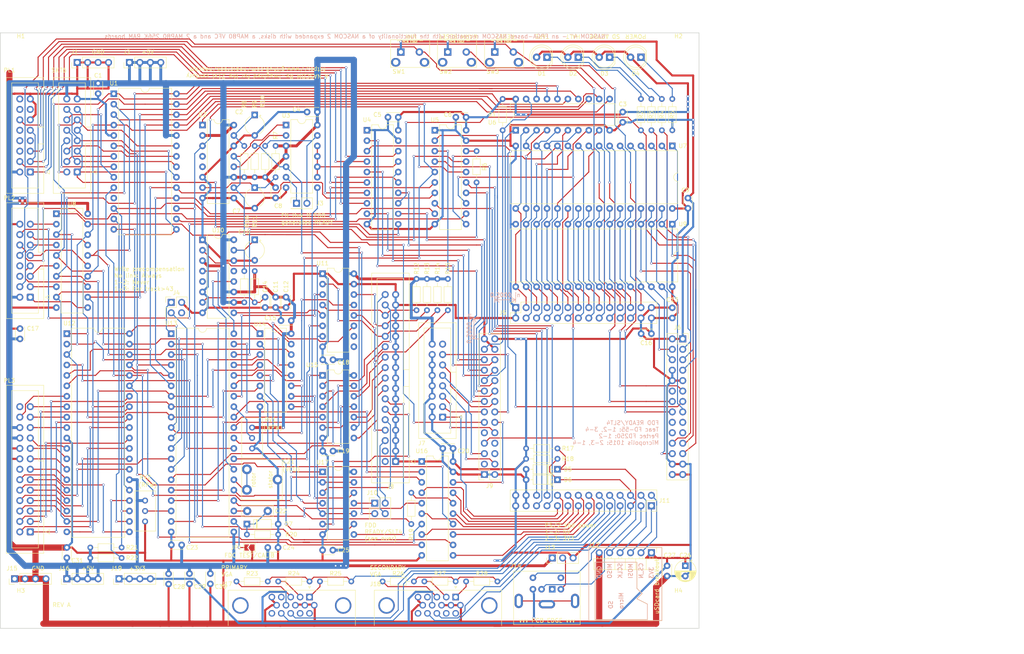
<source format=kicad_pcb>
(kicad_pcb (version 20171130) (host pcbnew 5.1.6-c6e7f7d~87~ubuntu18.04.1)
  (layers (0 F.Cu signal) (31 B.Cu signal) (34 B.Paste user) (35 F.Paste user) (36 B.SilkS user) (37 F.SilkS user) (38 B.Mask user hide) (39 F.Mask user hide) (44 Edge.Cuts user))
  (net 0 "")
  (net 1 GND)
  (net 2 "Net-(C2-Pad1)")
  (net 3 PIN3_SDACTIVE)
  (net 4 PIN7_TAPE_DRIVE)
  (net 5 PIN9_HALT)
  (net 6 +3V3)
  (net 7 PIN103_TX)
  (net 8 PIN101_RX)
  (net 9 PIN96_IOBUFWR)
  (net 10 PIN79_CS2)
  (net 11 PIN144_RST)
  (net 12 PIN143_A7)
  (net 13 PIN142_A8)
  (net 14 PIN141_A6)
  (net 15 PIN139_A9)
  (net 16 PIN137_A5)
  (net 17 PIN136_A11)
  (net 18 PIN135_A4)
  (net 19 PIN134_RD)
  (net 20 PIN133_A3)
  (net 21 PIN132_A10)
  (net 22 PIN129_A2)
  (net 23 PIN126_CS1)
  (net 24 PIN125_A1)
  (net 25 PIN122_D7)
  (net 26 PIN121_A0)
  (net 27 PIN120_D6)
  (net 28 PIN119_D0)
  (net 29 PIN118_D5)
  (net 30 PIN115_D1)
  (net 31 PIN114_D4)
  (net 32 PIN113_D2)
  (net 33 PIN112_D3)
  (net 34 PIN31_A17)
  (net 35 PIN32_A18)
  (net 36 PIN28_A12)
  (net 37 PIN30_A14)
  (net 38 PIN24_A13)
  (net 39 PIN25_A16)
  (net 40 PIN21_IN_NMI)
  (net 41 PIN8_A15)
  (net 42 PIN4_WR)
  (net 43 /nascom_ng_connectors/PRI_BLUE)
  (net 44 /nascom_ng_connectors/PRE_GREEN)
  (net 45 /nascom_ng_connectors/PRI_RED)
  (net 46 /nascom_ng_connectors/SEC_BLUE)
  (net 47 /nascom_ng_connectors/SEC_GREEN)
  (net 48 /nascom_ng_connectors/SEC_RED)
  (net 49 /nascom_ng_fdc/SPACE_READY)
  (net 50 /nascom_ng_fdc/ISSLT)
  (net 51 /nascom_ng_fdc/IRDATA)
  (net 52 /nascom_ng_fdc/IWPROT)
  (net 53 /nascom_ng_fdc/ITRK0)
  (net 54 /nascom_ng_fdc/IWAT)
  (net 55 /nascom_ng_fdc/IWDATA)
  (net 56 /nascom_ng_fdc/ISTEP)
  (net 57 /nascom_ng_fdc/IDIR)
  (net 58 /nascom_ng_fdc/IDEN)
  (net 59 /nascom_ng_fdc/ISLT2)
  (net 60 /nascom_ng_fdc/ISLT1)
  (net 61 /nascom_ng_fdc/ISLT0)
  (net 62 /nascom_ng_fdc/IINDEX)
  (net 63 /nascom_ng_fdc/ISLT3)
  (net 64 +5V)
  (net 65 ~DRIVE_READY)
  (net 66 /nascom_ng_fdc2/DRIVE_READY)
  (net 67 "Net-(JP1-Pad2)")
  (net 68 TX_5V)
  (net 69 RX_5V)
  (net 70 RXBAUDCLK_5V)
  (net 71 TXBAUDCLK_5V)
  (net 72 TAPE_DRIVE_5V)
  (net 73 /nascom_ng_connectors/~KBDS7)
  (net 74 /nascom_ng_connectors/~KBDS6)
  (net 75 /nascom_ng_connectors/~KBDS5)
  (net 76 /nascom_ng_connectors/~KBDS4)
  (net 77 /nascom_ng_connectors/~KBDS3)
  (net 78 /nascom_ng_connectors/~KBDS2)
  (net 79 /nascom_ng_connectors/~KBDS1)
  (net 80 /nascom_ng_connectors/~KBDS0)
  (net 81 /nascom_ng_pio/PIO_A1)
  (net 82 /nascom_ng_pio/PIO_A0)
  (net 83 /nascom_ng_pio/PIO_BRDY)
  (net 84 /nascom_ng_pio/~PIO_ASTB)
  (net 85 /nascom_ng_pio/PIO_B0)
  (net 86 /nascom_ng_pio/~PIO_BSTB)
  (net 87 /nascom_ng_pio/PIO_B1)
  (net 88 /nascom_ng_pio/PIO_ARDY)
  (net 89 /nascom_ng_pio/PIO_B2)
  (net 90 /nascom_ng_pio/PIO_B7)
  (net 91 /nascom_ng_pio/PIO_B3)
  (net 92 /nascom_ng_pio/PIO_B6)
  (net 93 /nascom_ng_pio/PIO_B4)
  (net 94 /nascom_ng_pio/PIO_B5)
  (net 95 ~INT_5V)
  (net 96 "Net-(RV1-Pad2)")
  (net 97 "Net-(RV2-Pad2)")
  (net 98 /nascom_ng_pio/CLK_TRG3)
  (net 99 /nascom_ng_pio/CLK_TRG2)
  (net 100 /nascom_ng_pio/CLK_TRG1)
  (net 101 /nascom_ng_pio/CLK_TRG0)
  (net 102 /nascom_ng_pio/ZC_TO1)
  (net 103 /nascom_ng_pio/ZC_TO0)
  (net 104 /nascom_ng_pio/ZC_TO2)
  (net 105 CLK4_5V)
  (net 106 D3_5V)
  (net 107 D1_5V)
  (net 108 D4_5V)
  (net 109 D0_5V)
  (net 110 D5_5V)
  (net 111 ~M1_5V)
  (net 112 ~IORQ_5V)
  (net 113 ~RD_5V)
  (net 114 A0_5V)
  (net 115 A1_5V)
  (net 116 ~PIO_CS_5V)
  (net 117 D6_5V)
  (net 118 D7_5V)
  (net 119 D2_5V)
  (net 120 /nascom_ng_fdc/HLT)
  (net 121 ~IO_RESET_5V)
  (net 122 /nascom_ng_fdc/~DDEN)
  (net 123 /nascom_ng_fdc/EIGHTINCH)
  (net 124 /nascom_ng_fdc/BIWPROT)
  (net 125 /nascom_ng_fdc/BIINDEX)
  (net 126 /nascom_ng_fdc/BITRK0)
  (net 127 READY)
  (net 128 /nascom_ng_fdc/HEAD_LOAD)
  (net 129 /nascom_ng_fdc/~RAW_READ)
  (net 130 CLK1_5V)
  (net 131 ~FDC_CS_5V)
  (net 132 ~WR_5V)
  (net 133 DRIVE_ENABLE)
  (net 134 /nascom_ng_fdc/BHEAD_LOAD)
  (net 135 /nascom_ng_fdc/BIRDATA)
  (net 136 PORTE4_WR_5V)
  (net 137 ~CTC_CS_5V)
  (net 138 /nascom_ng_fdc2/MONO_READY)
  (net 139 /nascom_ng_pio/PIO_A7)
  (net 140 /nascom_ng_pio/PIO_A6)
  (net 141 /nascom_ng_pio/PIO_A5)
  (net 142 /nascom_ng_pio/PIO_A4)
  (net 143 /nascom_ng_pio/PIO_A3)
  (net 144 /nascom_ng_pio/PIO_A2)
  (net 145 ~READY_5V)
  (net 146 "Net-(D1-Pad1)")
  (net 147 "Net-(D2-Pad1)")
  (net 148 "Net-(D3-Pad1)")
  (net 149 PIN18_IN_WARMRST)
  (net 150 /nascom_ng_pio/PUP_EIE)
  (net 151 /nascom_ng_pio/PIO_EIO)
  (net 152 PIN41_SDCS)
  (net 153 PIN43_SDCLK)
  (net 154 PIN42_SDDI)
  (net 155 PIN40_SDDO)
  (net 156 PIN44_KCLK)
  (net 157 PIN45_KDAT)
  (net 158 PIN48_SEC_VSYNC)
  (net 159 PIN47_SEC_HSYNC)
  (net 160 PIN52_SEC_VIDEO)
  (net 161 PIN53_PRI_VIDEO)
  (net 162 PIN55_PRI_HSYNC)
  (net 163 PIN51_PRI_VSYNC)
  (net 164 INTRQ_5V)
  (net 165 DRQ_5V)
  (net 166 ~KBDRST_5V)
  (net 167 ~KBDCLK_5V)
  (net 168 PIN69_CLK4)
  (net 169 ~PIN100_KBDCLK)
  (net 170 ~PIN99_KBDRST)
  (net 171 ~PIN58_PIO_CS)
  (net 172 ~PIN57_M1)
  (net 173 ~PIN60_WR)
  (net 174 PIN87_PORT0RD)
  (net 175 ~PIN59_RD)
  (net 176 ~PIN64_FDC_CS)
  (net 177 ~PIN63_IORQ)
  (net 178 PIN86_TX)
  (net 179 PIN65_TVVID)
  (net 180 ~PIN71_CTC_CS)
  (net 181 PIN70_PORTE4_WR)
  (net 182 ~PIN104_IOBUFOE)
  (net 183 ~PIN22_IN_READY)
  (net 184 PIN89_IN_NC)
  (net 185 PIN88_IN_INTRQ)
  (net 186 ~PIN72_IO_RESET)
  (net 187 PIN67_CLK1)
  (net 188 "Net-(C7-Pad1)")
  (net 189 "Net-(C10-Pad1)")
  (net 190 "Net-(C14-Pad2)")
  (net 191 "Net-(C21-Pad1)")
  (net 192 "Net-(C22-Pad2)")
  (net 193 "Net-(C22-Pad1)")
  (net 194 "Net-(D4-Pad1)")
  (net 195 "Net-(J3-Pad1)")
  (net 196 "Net-(J4-Pad3)")
  (net 197 "Net-(J4-Pad1)")
  (net 198 "Net-(J10-Pad1)")
  (net 199 "Net-(J13-Pad2)")
  (net 200 "Net-(J14-Pad7)")
  (net 201 "Net-(R6-Pad1)")
  (net 202 "Net-(R19-Pad1)")
  (net 203 "Net-(U13-Pad16)")
  (net 204 "Net-(U13-Pad15)")
  (net 205 "Net-(U13-Pad31)")
  (net 206 "Net-(U13-Pad30)")
  (net 207 "Net-(U13-Pad25)")
  (net 208 "Net-(U14-Pad7)")
  (net 209 "Net-(U14-Pad5)")
  (net 210 "Net-(U14-Pad10)")
  (net 211 "Net-(U14-Pad2)")
  (net 212 PIN75_RCLK)
  (net 213 ~PIN97_INT)
  (net 214 PIN74_RX)
  (net 215 PIN93_RXBAUDCLK)
  (net 216 PIN92_TVSYNCH)
  (net 217 PIN94_TXBAUDCLK)
  (net 218 PIN90_IN_NC)
  (net 219 PIN91_IN_DRQ)
  (module Connector_PinHeader_2.54mm:PinHeader_1x04_P2.54mm_Vertical (layer F.Cu) (at 43.18 154.94 90)
    (fp_text reference J16 (at 2.54 -0.635 180) (layer F.SilkS))
    (fp_text value Conn_01x04_Male)
    (pad 4 thru_hole oval (at 0 7.62 90) (size 1.7 1.7) (drill 1) (layers *.Cu *.Mask) (net 64 +5V))
    (pad 3 thru_hole oval (at 0 5.08 90) (size 1.7 1.7) (drill 1) (layers *.Cu *.Mask) (net 64 +5V))
    (pad 2 thru_hole oval (at 0 2.54 90) (size 1.7 1.7) (drill 1) (layers *.Cu *.Mask) (net 64 +5V))
    (pad 1 thru_hole rect (at 0 0 90) (size 1.7 1.7) (drill 1) (layers *.Cu *.Mask) (net 64 +5V))
  )
  (module Package_DIP:DIP-28_W15.24mm (layer F.Cu) (at 54.61 36.83)
    (fp_text reference U1 (at 0 -2.54) (layer F.SilkS))
    (fp_text value Z80CTC)
    (pad 28 thru_hole oval (at 15.24 0) (size 1.6 1.6) (drill 0.8) (layers *.Cu *.Mask) (net 106 D3_5V))
    (pad 14 thru_hole oval (at 0 33.02) (size 1.6 1.6) (drill 0.8) (layers *.Cu *.Mask) (net 111 ~M1_5V))
    (pad 27 thru_hole oval (at 15.24 2.54) (size 1.6 1.6) (drill 0.8) (layers *.Cu *.Mask) (net 119 D2_5V))
    (pad 13 thru_hole oval (at 0 30.48) (size 1.6 1.6) (drill 0.8) (layers *.Cu *.Mask) (net 151 /nascom_ng_pio/PIO_EIO))
    (pad 26 thru_hole oval (at 15.24 5.08) (size 1.6 1.6) (drill 0.8) (layers *.Cu *.Mask) (net 107 D1_5V))
    (pad 12 thru_hole oval (at 0 27.94) (size 1.6 1.6) (drill 0.8) (layers *.Cu *.Mask) (net 95 ~INT_5V))
    (pad 25 thru_hole oval (at 15.24 7.62) (size 1.6 1.6) (drill 0.8) (layers *.Cu *.Mask) (net 109 D0_5V))
    (pad 11 thru_hole oval (at 0 25.4) (size 1.6 1.6) (drill 0.8) (layers *.Cu *.Mask))
    (pad 24 thru_hole oval (at 15.24 10.16) (size 1.6 1.6) (drill 0.8) (layers *.Cu *.Mask) (net 64 +5V))
    (pad 10 thru_hole oval (at 0 22.86) (size 1.6 1.6) (drill 0.8) (layers *.Cu *.Mask) (net 112 ~IORQ_5V))
    (pad 23 thru_hole oval (at 15.24 12.7) (size 1.6 1.6) (drill 0.8) (layers *.Cu *.Mask) (net 101 /nascom_ng_pio/CLK_TRG0))
    (pad 9 thru_hole oval (at 0 20.32) (size 1.6 1.6) (drill 0.8) (layers *.Cu *.Mask) (net 104 /nascom_ng_pio/ZC_TO2))
    (pad 22 thru_hole oval (at 15.24 15.24) (size 1.6 1.6) (drill 0.8) (layers *.Cu *.Mask) (net 100 /nascom_ng_pio/CLK_TRG1))
    (pad 8 thru_hole oval (at 0 17.78) (size 1.6 1.6) (drill 0.8) (layers *.Cu *.Mask) (net 102 /nascom_ng_pio/ZC_TO1))
    (pad 21 thru_hole oval (at 15.24 17.78) (size 1.6 1.6) (drill 0.8) (layers *.Cu *.Mask) (net 99 /nascom_ng_pio/CLK_TRG2))
    (pad 7 thru_hole oval (at 0 15.24) (size 1.6 1.6) (drill 0.8) (layers *.Cu *.Mask) (net 103 /nascom_ng_pio/ZC_TO0))
    (pad 20 thru_hole oval (at 15.24 20.32) (size 1.6 1.6) (drill 0.8) (layers *.Cu *.Mask) (net 98 /nascom_ng_pio/CLK_TRG3))
    (pad 6 thru_hole oval (at 0 12.7) (size 1.6 1.6) (drill 0.8) (layers *.Cu *.Mask) (net 113 ~RD_5V))
    (pad 19 thru_hole oval (at 15.24 22.86) (size 1.6 1.6) (drill 0.8) (layers *.Cu *.Mask) (net 115 A1_5V))
    (pad 5 thru_hole oval (at 0 10.16) (size 1.6 1.6) (drill 0.8) (layers *.Cu *.Mask) (net 1 GND))
    (pad 18 thru_hole oval (at 15.24 25.4) (size 1.6 1.6) (drill 0.8) (layers *.Cu *.Mask) (net 114 A0_5V))
    (pad 4 thru_hole oval (at 0 7.62) (size 1.6 1.6) (drill 0.8) (layers *.Cu *.Mask) (net 118 D7_5V))
    (pad 17 thru_hole oval (at 15.24 27.94) (size 1.6 1.6) (drill 0.8) (layers *.Cu *.Mask) (net 121 ~IO_RESET_5V))
    (pad 3 thru_hole oval (at 0 5.08) (size 1.6 1.6) (drill 0.8) (layers *.Cu *.Mask) (net 117 D6_5V))
    (pad 16 thru_hole oval (at 15.24 30.48) (size 1.6 1.6) (drill 0.8) (layers *.Cu *.Mask) (net 137 ~CTC_CS_5V))
    (pad 2 thru_hole oval (at 0 2.54) (size 1.6 1.6) (drill 0.8) (layers *.Cu *.Mask) (net 110 D5_5V))
    (pad 15 thru_hole oval (at 15.24 33.02) (size 1.6 1.6) (drill 0.8) (layers *.Cu *.Mask) (net 105 CLK4_5V))
    (pad 1 thru_hole rect (at 0 0) (size 1.6 1.6) (drill 0.8) (layers *.Cu *.Mask) (net 108 D4_5V))
  )
  (module Package_DIP:DIP-16_W7.62mm (layer F.Cu) (at 76.2 72.39)
    (fp_text reference U10 (at 3.81 -2.33) (layer F.SilkS))
    (fp_text value 74HCT123)
    (pad 16 thru_hole oval (at 7.62 0) (size 1.6 1.6) (drill 0.8) (layers *.Cu *.Mask) (net 64 +5V))
    (pad 8 thru_hole oval (at 0 17.78) (size 1.6 1.6) (drill 0.8) (layers *.Cu *.Mask) (net 1 GND))
    (pad 15 thru_hole oval (at 7.62 2.54) (size 1.6 1.6) (drill 0.8) (layers *.Cu *.Mask) (net 189 "Net-(C10-Pad1)"))
    (pad 7 thru_hole oval (at 0 15.24) (size 1.6 1.6) (drill 0.8) (layers *.Cu *.Mask) (net 190 "Net-(C14-Pad2)"))
    (pad 14 thru_hole oval (at 7.62 5.08) (size 1.6 1.6) (drill 0.8) (layers *.Cu *.Mask) (net 1 GND))
    (pad 6 thru_hole oval (at 0 12.7) (size 1.6 1.6) (drill 0.8) (layers *.Cu *.Mask) (net 1 GND))
    (pad 13 thru_hole oval (at 7.62 7.62) (size 1.6 1.6) (drill 0.8) (layers *.Cu *.Mask))
    (pad 5 thru_hole oval (at 0 10.16) (size 1.6 1.6) (drill 0.8) (layers *.Cu *.Mask))
    (pad 12 thru_hole oval (at 7.62 10.16) (size 1.6 1.6) (drill 0.8) (layers *.Cu *.Mask) (net 129 /nascom_ng_fdc/~RAW_READ))
    (pad 4 thru_hole oval (at 0 7.62) (size 1.6 1.6) (drill 0.8) (layers *.Cu *.Mask) (net 120 /nascom_ng_fdc/HLT))
    (pad 11 thru_hole oval (at 7.62 12.7) (size 1.6 1.6) (drill 0.8) (layers *.Cu *.Mask) (net 64 +5V))
    (pad 3 thru_hole oval (at 0 5.08) (size 1.6 1.6) (drill 0.8) (layers *.Cu *.Mask) (net 64 +5V))
    (pad 10 thru_hole oval (at 7.62 15.24) (size 1.6 1.6) (drill 0.8) (layers *.Cu *.Mask) (net 64 +5V))
    (pad 2 thru_hole oval (at 0 2.54) (size 1.6 1.6) (drill 0.8) (layers *.Cu *.Mask) (net 134 /nascom_ng_fdc/BHEAD_LOAD))
    (pad 9 thru_hole oval (at 7.62 17.78) (size 1.6 1.6) (drill 0.8) (layers *.Cu *.Mask) (net 135 /nascom_ng_fdc/BIRDATA))
    (pad 1 thru_hole rect (at 0 0) (size 1.6 1.6) (drill 0.8) (layers *.Cu *.Mask) (net 1 GND))
  )
  (module mylib:Connector_Mini-DIN_Female_6Pin_2rows (layer F.Cu) (at 161.29 157.48)
    (fp_text reference J14 (at -8.89 -5.715) (layer F.SilkS))
    (fp_text value Mini-DIN_6pins_ver2)
    (fp_text user "vvv PCB EDGE vvv" (at -1.27 7.62) (layer F.SilkS))
    (pad 7 thru_hole oval (at -1.3 3.65) (size 4 2) (drill oval 3 1) (layers *.Cu *.Mask) (net 200 "Net-(J14-Pad7)"))
    (pad 6 thru_hole circle (at -4.7 -2.8) (size 1.6 1.6) (drill 0.8) (layers *.Cu *.Mask) (net 156 PIN44_KCLK))
    (pad 5 thru_hole circle (at 2.1 -2.8) (size 1.6 1.6) (drill 0.8) (layers *.Cu *.Mask))
    (pad 4 thru_hole circle (at -4.7 0) (size 1.6 1.6) (drill 0.8) (layers *.Cu *.Mask) (net 1 GND))
    (pad 3 thru_hole circle (at 2.1 0) (size 1.6 1.6) (drill 0.8) (layers *.Cu *.Mask) (net 199 "Net-(J13-Pad2)"))
    (pad 2 thru_hole circle (at -2.6 0) (size 1.6 1.6) (drill 0.8) (layers *.Cu *.Mask) (net 157 PIN45_KDAT))
    (pad 1 thru_hole rect (at 0 0) (size 1.6 1.6) (drill 0.8) (layers *.Cu *.Mask))
    (pad 7 thru_hole oval (at 5.55 2.85) (size 2 3.5) (drill oval 1 2.5) (layers *.Cu *.Mask) (net 200 "Net-(J14-Pad7)"))
    (pad 7 thru_hole oval (at -8.15 2.85) (size 2 3.5) (drill oval 1 2.5) (layers *.Cu *.Mask) (net 200 "Net-(J14-Pad7)"))
  )
  (module Resistor_THT:R_Axial_DIN0204_L3.6mm_D1.6mm_P7.62mm_Horizontal (layer F.Cu) (at 127 133.985 270)
    (fp_text reference R19 (at 10.16 0 90) (layer F.SilkS))
    (fp_text value 33R)
    (pad 2 thru_hole oval (at 7.62 0 270) (size 1.4 1.4) (drill 0.7) (layers *.Cu *.Mask) (net 130 CLK1_5V))
    (pad 1 thru_hole circle (at 0 0 270) (size 1.4 1.4) (drill 0.7) (layers *.Cu *.Mask) (net 202 "Net-(R19-Pad1)"))
  )
  (module Resistor_THT:R_Axial_DIN0204_L3.6mm_D1.6mm_P7.62mm_Horizontal (layer F.Cu) (at 142.875 50.8 270)
    (fp_text reference R6 (at 3.81 -1.92 90) (layer F.SilkS))
    (fp_text value 33R)
    (pad 2 thru_hole oval (at 7.62 0 270) (size 1.4 1.4) (drill 0.7) (layers *.Cu *.Mask) (net 105 CLK4_5V))
    (pad 1 thru_hole circle (at 0 0 270) (size 1.4 1.4) (drill 0.7) (layers *.Cu *.Mask) (net 201 "Net-(R6-Pad1)"))
  )
  (module Capacitor_THT:CP_Radial_Tantal_D4.5mm_P5.00mm (layer F.Cu) (at 88.9 72.39 270)
    (fp_text reference C10 (at -1.905 2.54 180) (layer F.SilkS))
    (fp_text value 1u)
    (pad 2 thru_hole circle (at 5 0 270) (size 1.6 1.6) (drill 0.8) (layers *.Cu *.Mask) (net 1 GND))
    (pad 1 thru_hole rect (at 0 0 270) (size 1.6 1.6) (drill 0.8) (layers *.Cu *.Mask) (net 189 "Net-(C10-Pad1)"))
  )
  (module Connector_PinHeader_2.54mm:PinHeader_1x04_P2.54mm_Vertical (layer F.Cu) (at 55.88 154.94 90)
    (fp_text reference J19 (at 2.54 -0.635 180) (layer F.SilkS))
    (fp_text value Conn_01x04_Male)
    (pad 4 thru_hole oval (at 0 7.62 90) (size 1.7 1.7) (drill 1) (layers *.Cu *.Mask) (net 6 +3V3))
    (pad 3 thru_hole oval (at 0 5.08 90) (size 1.7 1.7) (drill 1) (layers *.Cu *.Mask) (net 6 +3V3))
    (pad 2 thru_hole oval (at 0 2.54 90) (size 1.7 1.7) (drill 1) (layers *.Cu *.Mask) (net 6 +3V3))
    (pad 1 thru_hole rect (at 0 0 90) (size 1.7 1.7) (drill 1) (layers *.Cu *.Mask) (net 6 +3V3))
  )
  (module Connector_PinHeader_2.54mm:PinHeader_1x04_P2.54mm_Vertical (layer F.Cu) (at 58.42 29.21 90)
    (fp_text reference J2 (at 2.54 -0.635 180) (layer F.SilkS))
    (fp_text value Conn_01x04_Male)
    (pad 4 thru_hole oval (at 0 7.62 90) (size 1.7 1.7) (drill 1) (layers *.Cu *.Mask) (net 64 +5V))
    (pad 3 thru_hole oval (at 0 5.08 90) (size 1.7 1.7) (drill 1) (layers *.Cu *.Mask) (net 64 +5V))
    (pad 2 thru_hole oval (at 0 2.54 90) (size 1.7 1.7) (drill 1) (layers *.Cu *.Mask) (net 64 +5V))
    (pad 1 thru_hole rect (at 0 0 90) (size 1.7 1.7) (drill 1) (layers *.Cu *.Mask) (net 64 +5V))
  )
  (module Connector_PinHeader_2.54mm:PinHeader_1x04_P2.54mm_Vertical (layer F.Cu) (at 45.72 29.21 90)
    (fp_text reference J1 (at 2.54 -0.635 180) (layer F.SilkS))
    (fp_text value Conn_01x04_Male)
    (pad 4 thru_hole oval (at 0 7.62 90) (size 1.7 1.7) (drill 1) (layers *.Cu *.Mask) (net 1 GND))
    (pad 3 thru_hole oval (at 0 5.08 90) (size 1.7 1.7) (drill 1) (layers *.Cu *.Mask) (net 1 GND))
    (pad 2 thru_hole oval (at 0 2.54 90) (size 1.7 1.7) (drill 1) (layers *.Cu *.Mask) (net 1 GND))
    (pad 1 thru_hole rect (at 0 0 90) (size 1.7 1.7) (drill 1) (layers *.Cu *.Mask) (net 1 GND))
  )
  (module Connector_PinHeader_2.54mm:PinHeader_1x04_P2.54mm_Vertical (layer F.Cu) (at 30.48 154.94 90)
    (fp_text reference J15 (at 2.54 -0.635 180) (layer F.SilkS))
    (fp_text value Conn_01x04_Male)
    (pad 4 thru_hole oval (at 0 7.62 90) (size 1.7 1.7) (drill 1) (layers *.Cu *.Mask) (net 1 GND))
    (pad 3 thru_hole oval (at 0 5.08 90) (size 1.7 1.7) (drill 1) (layers *.Cu *.Mask) (net 1 GND))
    (pad 2 thru_hole oval (at 0 2.54 90) (size 1.7 1.7) (drill 1) (layers *.Cu *.Mask) (net 1 GND))
    (pad 1 thru_hole rect (at 0 0 90) (size 1.7 1.7) (drill 1) (layers *.Cu *.Mask) (net 1 GND))
  )
  (module Resistor_THT:R_Axial_DIN0204_L3.6mm_D1.6mm_P7.62mm_Horizontal (layer F.Cu) (at 149.225 38.1 270)
    (fp_text reference R1 (at 3.81 2.54 180) (layer F.SilkS))
    (fp_text value 10k)
    (pad 2 thru_hole oval (at 7.62 0 270) (size 1.4 1.4) (drill 0.7) (layers *.Cu *.Mask) (net 182 ~PIN104_IOBUFOE))
    (pad 1 thru_hole circle (at 0 0 270) (size 1.4 1.4) (drill 0.7) (layers *.Cu *.Mask) (net 6 +3V3))
  )
  (module Capacitor_THT:C_Disc_D3.0mm_W2.0mm_P2.50mm (layer F.Cu) (at 104.14 41.275 180)
    (fp_text reference C4 (at 5.08 0.635) (layer F.SilkS))
    (fp_text value 0.1u)
    (pad 2 thru_hole circle (at 2.5 0 180) (size 1.6 1.6) (drill 0.8) (layers *.Cu *.Mask) (net 1 GND))
    (pad 1 thru_hole circle (at 0 0 180) (size 1.6 1.6) (drill 0.8) (layers *.Cu *.Mask) (net 64 +5V))
  )
  (module Package_DIP:DIP-20_W7.62mm (layer F.Cu) (at 116.205 45.72)
    (fp_text reference U4 (at 0 -2.54) (layer F.SilkS))
    (fp_text value 74LVC244)
    (pad 20 thru_hole oval (at 7.62 0) (size 1.6 1.6) (drill 0.8) (layers *.Cu *.Mask) (net 6 +3V3))
    (pad 10 thru_hole oval (at 0 22.86) (size 1.6 1.6) (drill 0.8) (layers *.Cu *.Mask) (net 1 GND))
    (pad 19 thru_hole oval (at 7.62 2.54) (size 1.6 1.6) (drill 0.8) (layers *.Cu *.Mask) (net 1 GND))
    (pad 9 thru_hole oval (at 0 20.32) (size 1.6 1.6) (drill 0.8) (layers *.Cu *.Mask) (net 170 ~PIN99_KBDRST))
    (pad 18 thru_hole oval (at 7.62 5.08) (size 1.6 1.6) (drill 0.8) (layers *.Cu *.Mask) (net 68 TX_5V))
    (pad 8 thru_hole oval (at 0 17.78) (size 1.6 1.6) (drill 0.8) (layers *.Cu *.Mask) (net 70 RXBAUDCLK_5V))
    (pad 17 thru_hole oval (at 7.62 7.62) (size 1.6 1.6) (drill 0.8) (layers *.Cu *.Mask) (net 145 ~READY_5V))
    (pad 7 thru_hole oval (at 0 15.24) (size 1.6 1.6) (drill 0.8) (layers *.Cu *.Mask) (net 72 TAPE_DRIVE_5V))
    (pad 16 thru_hole oval (at 7.62 10.16) (size 1.6 1.6) (drill 0.8) (layers *.Cu *.Mask) (net 8 PIN101_RX))
    (pad 6 thru_hole oval (at 0 12.7) (size 1.6 1.6) (drill 0.8) (layers *.Cu *.Mask) (net 71 TXBAUDCLK_5V))
    (pad 15 thru_hole oval (at 7.62 12.7) (size 1.6 1.6) (drill 0.8) (layers *.Cu *.Mask) (net 167 ~KBDCLK_5V))
    (pad 5 thru_hole oval (at 0 10.16) (size 1.6 1.6) (drill 0.8) (layers *.Cu *.Mask) (net 169 ~PIN100_KBDCLK))
    (pad 14 thru_hole oval (at 7.62 15.24) (size 1.6 1.6) (drill 0.8) (layers *.Cu *.Mask) (net 217 PIN94_TXBAUDCLK))
    (pad 4 thru_hole oval (at 0 7.62) (size 1.6 1.6) (drill 0.8) (layers *.Cu *.Mask) (net 69 RX_5V))
    (pad 13 thru_hole oval (at 7.62 17.78) (size 1.6 1.6) (drill 0.8) (layers *.Cu *.Mask) (net 4 PIN7_TAPE_DRIVE))
    (pad 3 thru_hole oval (at 0 5.08) (size 1.6 1.6) (drill 0.8) (layers *.Cu *.Mask) (net 183 ~PIN22_IN_READY))
    (pad 12 thru_hole oval (at 7.62 20.32) (size 1.6 1.439) (drill 0.8) (layers *.Cu *.Mask) (net 215 PIN93_RXBAUDCLK))
    (pad 2 thru_hole oval (at 0 2.54) (size 1.6 1.6) (drill 0.8) (layers *.Cu *.Mask) (net 7 PIN103_TX))
    (pad 11 thru_hole oval (at 7.62 22.86) (size 1.6 1.439) (drill 0.8) (layers *.Cu *.Mask) (net 166 ~KBDRST_5V))
    (pad 1 thru_hole rect (at 0 0) (size 1.6 1.6) (drill 0.8) (layers *.Cu *.Mask) (net 1 GND))
  )
  (module Package_DIP:DIP-20_W7.62mm (layer F.Cu) (at 132.715 45.72)
    (fp_text reference U5 (at 0 -2.54) (layer F.SilkS))
    (fp_text value 74LVC244)
    (pad 20 thru_hole oval (at 7.62 0) (size 1.6 1.6) (drill 0.8) (layers *.Cu *.Mask) (net 6 +3V3))
    (pad 10 thru_hole oval (at 0 22.86) (size 1.6 1.6) (drill 0.8) (layers *.Cu *.Mask) (net 1 GND))
    (pad 19 thru_hole oval (at 7.62 2.54) (size 1.6 1.6) (drill 0.8) (layers *.Cu *.Mask) (net 1 GND))
    (pad 9 thru_hole oval (at 0 20.32) (size 1.6 1.6) (drill 0.8) (layers *.Cu *.Mask) (net 114 A0_5V))
    (pad 18 thru_hole oval (at 7.62 5.08) (size 1.6 1.6) (drill 0.8) (layers *.Cu *.Mask) (net 201 "Net-(R6-Pad1)"))
    (pad 8 thru_hole oval (at 0 17.78) (size 1.6 1.6) (drill 0.8) (layers *.Cu *.Mask) (net 180 ~PIN71_CTC_CS))
    (pad 17 thru_hole oval (at 7.62 7.62) (size 1.6 1.6) (drill 0.8) (layers *.Cu *.Mask) (net 165 DRQ_5V))
    (pad 7 thru_hole oval (at 0 15.24) (size 1.6 1.6) (drill 0.8) (layers *.Cu *.Mask) (net 115 A1_5V))
    (pad 16 thru_hole oval (at 7.62 10.16) (size 1.6 1.6) (drill 0.8) (layers *.Cu *.Mask) (net 121 ~IO_RESET_5V))
    (pad 6 thru_hole oval (at 0 12.7) (size 1.6 1.6) (drill 0.8) (layers *.Cu *.Mask) (net 95 ~INT_5V))
    (pad 15 thru_hole oval (at 7.62 12.7) (size 1.6 1.6) (drill 0.8) (layers *.Cu *.Mask) (net 181 PIN70_PORTE4_WR))
    (pad 5 thru_hole oval (at 0 10.16) (size 1.6 1.6) (drill 0.8) (layers *.Cu *.Mask) (net 136 PORTE4_WR_5V))
    (pad 14 thru_hole oval (at 7.62 15.24) (size 1.6 1.6) (drill 0.8) (layers *.Cu *.Mask) (net 213 ~PIN97_INT))
    (pad 4 thru_hole oval (at 0 7.62) (size 1.6 1.6) (drill 0.8) (layers *.Cu *.Mask) (net 186 ~PIN72_IO_RESET))
    (pad 13 thru_hole oval (at 7.62 17.78) (size 1.6 1.6) (drill 0.8) (layers *.Cu *.Mask) (net 24 PIN125_A1))
    (pad 3 thru_hole oval (at 0 5.08) (size 1.6 1.6) (drill 0.8) (layers *.Cu *.Mask) (net 219 PIN91_IN_DRQ))
    (pad 12 thru_hole oval (at 7.62 20.32) (size 1.6 1.6) (drill 0.8) (layers *.Cu *.Mask) (net 137 ~CTC_CS_5V))
    (pad 2 thru_hole oval (at 0 2.54) (size 1.6 1.6) (drill 0.8) (layers *.Cu *.Mask) (net 168 PIN69_CLK4))
    (pad 11 thru_hole oval (at 7.62 22.86) (size 1.6 1.6) (drill 0.8) (layers *.Cu *.Mask) (net 26 PIN121_A0))
    (pad 1 thru_hole rect (at 0 0) (size 1.6 1.6) (drill 0.8) (layers *.Cu *.Mask) (net 1 GND))
  )
  (module Package_DIP:DIP-20_W7.62mm (layer F.Cu) (at 129.54 126.365)
    (fp_text reference U16 (at 0 -2.54) (layer F.SilkS))
    (fp_text value 74LVC244)
    (pad 20 thru_hole oval (at 7.62 0) (size 1.6 1.6) (drill 0.8) (layers *.Cu *.Mask) (net 6 +3V3))
    (pad 10 thru_hole oval (at 0 22.86) (size 1.6 1.6) (drill 0.8) (layers *.Cu *.Mask) (net 1 GND))
    (pad 19 thru_hole oval (at 7.62 2.54) (size 1.6 1.6) (drill 0.8) (layers *.Cu *.Mask) (net 1 GND))
    (pad 9 thru_hole oval (at 0 20.32) (size 1.6 1.6) (drill 0.8) (layers *.Cu *.Mask) (net 116 ~PIO_CS_5V))
    (pad 18 thru_hole oval (at 7.62 5.08) (size 1.6 1.6) (drill 0.8) (layers *.Cu *.Mask) (net 185 PIN88_IN_INTRQ))
    (pad 8 thru_hole oval (at 0 17.78) (size 1.6 1.6) (drill 0.8) (layers *.Cu *.Mask) (net 173 ~PIN60_WR))
    (pad 17 thru_hole oval (at 7.62 7.62) (size 1.6 1.6) (drill 0.8) (layers *.Cu *.Mask) (net 177 ~PIN63_IORQ))
    (pad 7 thru_hole oval (at 0 15.24) (size 1.6 1.6) (drill 0.8) (layers *.Cu *.Mask) (net 111 ~M1_5V))
    (pad 16 thru_hole oval (at 7.62 10.16) (size 1.6 1.6) (drill 0.8) (layers *.Cu *.Mask) (net 202 "Net-(R19-Pad1)"))
    (pad 6 thru_hole oval (at 0 12.7) (size 1.6 1.6) (drill 0.8) (layers *.Cu *.Mask) (net 175 ~PIN59_RD))
    (pad 15 thru_hole oval (at 7.62 12.7) (size 1.6 1.6) (drill 0.8) (layers *.Cu *.Mask) (net 176 ~PIN64_FDC_CS))
    (pad 5 thru_hole oval (at 0 10.16) (size 1.6 1.6) (drill 0.8) (layers *.Cu *.Mask) (net 131 ~FDC_CS_5V))
    (pad 14 thru_hole oval (at 7.62 15.24) (size 1.6 1.6) (drill 0.8) (layers *.Cu *.Mask) (net 113 ~RD_5V))
    (pad 4 thru_hole oval (at 0 7.62) (size 1.6 1.6) (drill 0.8) (layers *.Cu *.Mask) (net 187 PIN67_CLK1))
    (pad 13 thru_hole oval (at 7.62 17.78) (size 1.6 1.6) (drill 0.8) (layers *.Cu *.Mask) (net 172 ~PIN57_M1))
    (pad 3 thru_hole oval (at 0 5.08) (size 1.6 1.6) (drill 0.8) (layers *.Cu *.Mask) (net 112 ~IORQ_5V))
    (pad 12 thru_hole oval (at 7.62 20.32) (size 1.6 1.6) (drill 0.8) (layers *.Cu *.Mask) (net 132 ~WR_5V))
    (pad 2 thru_hole oval (at 0 2.54) (size 1.6 1.6) (drill 0.8) (layers *.Cu *.Mask) (net 164 INTRQ_5V))
    (pad 11 thru_hole oval (at 7.62 22.86) (size 1.6 1.6) (drill 0.8) (layers *.Cu *.Mask) (net 171 ~PIN58_PIO_CS))
    (pad 1 thru_hole rect (at 0 0) (size 1.6 1.6) (drill 0.8) (layers *.Cu *.Mask) (net 1 GND))
  )
  (module mylib:MOMENTARY_TACTILE_RT_ANGLE (layer F.Cu) (at 126.71 26.67)
    (fp_text reference SW1 (at -2.75 4.75) (layer F.SilkS))
    (fp_text value SW_Push)
    (fp_text user "^^^ PCB EDGE ^^^" (at 0 -2.5) (layer F.SilkS) (effects (font (size 0.5 0.5) (thickness 0.125))))
    (pad 1 thru_hole rect (at -2.25 0) (size 1.8 1.8) (drill 1) (layers *.Cu *.Mask) (net 1 GND))
    (pad 2 thru_hole circle (at 2.25 0) (size 1.8 1.8) (drill 1) (layers *.Cu *.Mask) (net 40 PIN21_IN_NMI))
    (pad "" thru_hole oval (at -3.5 2.5) (size 2.3 2.1) (drill 1.3) (layers *.Cu *.Mask))
    (pad "" thru_hole oval (at 3.5 2.5) (size 2.3 2.1) (drill 1.3) (layers *.Cu *.Mask))
  )
  (module mylib:MOMENTARY_TACTILE_RT_ANGLE (layer F.Cu) (at 138.12 26.67)
    (fp_text reference SW2 (at -2.75 4.75) (layer F.SilkS))
    (fp_text value SW_Push)
    (fp_text user "^^^ PCB EDGE ^^^" (at 0 -2.5) (layer F.SilkS) (effects (font (size 0.5 0.5) (thickness 0.125))))
    (pad 1 thru_hole rect (at -2.25 0) (size 1.8 1.8) (drill 1) (layers *.Cu *.Mask) (net 1 GND))
    (pad 2 thru_hole circle (at 2.25 0) (size 1.8 1.8) (drill 1) (layers *.Cu *.Mask) (net 149 PIN18_IN_WARMRST))
    (pad "" thru_hole oval (at -3.5 2.5) (size 2.3 2.1) (drill 1.3) (layers *.Cu *.Mask))
    (pad "" thru_hole oval (at 3.5 2.5) (size 2.3 2.1) (drill 1.3) (layers *.Cu *.Mask))
  )
  (module mylib:MOMENTARY_TACTILE_RT_ANGLE (layer F.Cu) (at 149.57 26.67)
    (fp_text reference SW3 (at -2.75 4.75) (layer F.SilkS))
    (fp_text value SW_Push)
    (fp_text user "^^^ PCB EDGE ^^^" (at 0 -2.5) (layer F.SilkS) (effects (font (size 0.5 0.5) (thickness 0.125))))
    (pad 1 thru_hole rect (at -2.25 0) (size 1.8 1.8) (drill 1) (layers *.Cu *.Mask) (net 1 GND))
    (pad 2 thru_hole circle (at 2.25 0) (size 1.8 1.8) (drill 1) (layers *.Cu *.Mask) (net 11 PIN144_RST))
    (pad "" thru_hole oval (at -3.5 2.5) (size 2.3 2.1) (drill 1.3) (layers *.Cu *.Mask))
    (pad "" thru_hole oval (at 3.5 2.5) (size 2.3 2.1) (drill 1.3) (layers *.Cu *.Mask))
  )
  (module Connector_IDC:IDC-Header_2x08_P2.54mm_Vertical (layer F.Cu) (at 134.62 115.57 180)
    (fp_text reference J7 (at 5.08 -6.35) (layer F.SilkS))
    (fp_text value Conn_02x08_Odd_Even)
    (pad 16 thru_hole circle (at 2.54 17.78 180) (size 1.7 1.7) (drill 1) (layers *.Cu *.Mask) (net 64 +5V))
    (pad 14 thru_hole circle (at 2.54 15.24 180) (size 1.7 1.7) (drill 1) (layers *.Cu *.Mask) (net 1 GND))
    (pad 12 thru_hole circle (at 2.54 12.7 180) (size 1.7 1.7) (drill 1) (layers *.Cu *.Mask) (net 1 GND))
    (pad 10 thru_hole circle (at 2.54 10.16 180) (size 1.7 1.7) (drill 1) (layers *.Cu *.Mask) (net 1 GND))
    (pad 8 thru_hole circle (at 2.54 7.62 180) (size 1.7 1.7) (drill 1) (layers *.Cu *.Mask) (net 1 GND))
    (pad 6 thru_hole circle (at 2.54 5.08 180) (size 1.7 1.7) (drill 1) (layers *.Cu *.Mask) (net 1 GND))
    (pad 4 thru_hole circle (at 2.54 2.54 180) (size 1.7 1.7) (drill 1) (layers *.Cu *.Mask) (net 6 +3V3))
    (pad 2 thru_hole circle (at 2.54 0 180) (size 1.7 1.7) (drill 1) (layers *.Cu *.Mask) (net 6 +3V3))
    (pad 15 thru_hole circle (at 0 17.78 180) (size 1.7 1.7) (drill 1) (layers *.Cu *.Mask))
    (pad 13 thru_hole circle (at 0 15.24 180) (size 1.7 1.7) (drill 1) (layers *.Cu *.Mask) (net 218 PIN90_IN_NC))
    (pad 11 thru_hole circle (at 0 12.7 180) (size 1.7 1.7) (drill 1) (layers *.Cu *.Mask) (net 216 PIN92_TVSYNCH))
    (pad 9 thru_hole circle (at 0 10.16 180) (size 1.7 1.7) (drill 1) (layers *.Cu *.Mask) (net 212 PIN75_RCLK))
    (pad 7 thru_hole circle (at 0 7.62 180) (size 1.7 1.7) (drill 1) (layers *.Cu *.Mask) (net 214 PIN74_RX))
    (pad 5 thru_hole circle (at 0 5.08 180) (size 1.7 1.7) (drill 1) (layers *.Cu *.Mask) (net 178 PIN86_TX))
    (pad 3 thru_hole circle (at 0 2.54 180) (size 1.7 1.7) (drill 1) (layers *.Cu *.Mask) (net 184 PIN89_IN_NC))
    (pad 1 thru_hole roundrect (at 0 0 180) (size 1.7 1.7) (drill 1) (layers *.Cu *.Mask) (roundrect_rratio 0.147059) (net 179 PIN65_TVVID))
  )
  (module MountingHole:MountingHole_3.2mm_M3 (layer F.Cu) (at 192 162)
    (fp_text reference H4 (at 0 -4.2) (layer F.SilkS))
    (fp_text value MountingHole)
    (pad 1 np_thru_hole circle (at 0 0) (size 3.2 3.2) (drill 3.2) (layers *.Cu *.Mask))
  )
  (module MountingHole:MountingHole_3.2mm_M3 (layer F.Cu) (at 192 27)
    (fp_text reference H2 (at 0 -4.2) (layer F.SilkS))
    (fp_text value MountingHole)
    (pad 1 np_thru_hole circle (at 0 0) (size 3.2 3.2) (drill 3.2) (layers *.Cu *.Mask))
  )
  (module MountingHole:MountingHole_3.2mm_M3 (layer F.Cu) (at 32 162)
    (fp_text reference H3 (at 0 -4.2) (layer F.SilkS))
    (fp_text value MountingHole)
    (pad 1 np_thru_hole circle (at 0 0) (size 3.2 3.2) (drill 3.2) (layers *.Cu *.Mask))
  )
  (module MountingHole:MountingHole_3.2mm_M3 (layer F.Cu) (at 32 27)
    (fp_text reference H1 (at 0 -4.2) (layer F.SilkS))
    (fp_text value MountingHole)
    (pad 1 np_thru_hole circle (at 0 0) (size 3.2 3.2) (drill 3.2) (layers *.Cu *.Mask))
  )
  (module Package_DIP:DIP-32_W15.24mm (layer F.Cu) (at 190.5 68.58 270)
    (fp_text reference U9 (at 0 -2.54 180) (layer F.SilkS))
    (fp_text value AS6C4008-55PCN)
    (pad 32 thru_hole oval (at 15.24 0 270) (size 1.6 1.6) (drill 0.8) (layers *.Cu *.Mask) (net 6 +3V3))
    (pad 16 thru_hole oval (at 0 38.1 270) (size 1.6 1.6) (drill 0.8) (layers *.Cu *.Mask) (net 1 GND))
    (pad 31 thru_hole oval (at 15.24 2.54 270) (size 1.6 1.6) (drill 0.8) (layers *.Cu *.Mask) (net 41 PIN8_A15))
    (pad 15 thru_hole oval (at 0 35.56 270) (size 1.6 1.6) (drill 0.8) (layers *.Cu *.Mask) (net 32 PIN113_D2))
    (pad 30 thru_hole oval (at 15.24 5.08 270) (size 1.6 1.6) (drill 0.8) (layers *.Cu *.Mask) (net 34 PIN31_A17))
    (pad 14 thru_hole oval (at 0 33.02 270) (size 1.6 1.6) (drill 0.8) (layers *.Cu *.Mask) (net 30 PIN115_D1))
    (pad 29 thru_hole oval (at 15.24 7.62 270) (size 1.6 1.6) (drill 0.8) (layers *.Cu *.Mask) (net 42 PIN4_WR))
    (pad 13 thru_hole oval (at 0 30.48 270) (size 1.6 1.6) (drill 0.8) (layers *.Cu *.Mask) (net 28 PIN119_D0))
    (pad 28 thru_hole oval (at 15.24 10.16 270) (size 1.6 1.6) (drill 0.8) (layers *.Cu *.Mask) (net 38 PIN24_A13))
    (pad 12 thru_hole oval (at 0 27.94 270) (size 1.6 1.6) (drill 0.8) (layers *.Cu *.Mask) (net 26 PIN121_A0))
    (pad 27 thru_hole oval (at 15.24 12.7 270) (size 1.6 1.6) (drill 0.8) (layers *.Cu *.Mask) (net 13 PIN142_A8))
    (pad 11 thru_hole oval (at 0 25.4 270) (size 1.6 1.6) (drill 0.8) (layers *.Cu *.Mask) (net 24 PIN125_A1))
    (pad 26 thru_hole oval (at 15.24 15.24 270) (size 1.6 1.6) (drill 0.8) (layers *.Cu *.Mask) (net 15 PIN139_A9))
    (pad 10 thru_hole oval (at 0 22.86 270) (size 1.6 1.6) (drill 0.8) (layers *.Cu *.Mask) (net 22 PIN129_A2))
    (pad 25 thru_hole oval (at 15.24 17.78 270) (size 1.6 1.6) (drill 0.8) (layers *.Cu *.Mask) (net 17 PIN136_A11))
    (pad 9 thru_hole oval (at 0 20.32 270) (size 1.6 1.6) (drill 0.8) (layers *.Cu *.Mask) (net 20 PIN133_A3))
    (pad 24 thru_hole oval (at 15.24 20.32 270) (size 1.6 1.6) (drill 0.8) (layers *.Cu *.Mask) (net 19 PIN134_RD))
    (pad 8 thru_hole oval (at 0 17.78 270) (size 1.6 1.6) (drill 0.8) (layers *.Cu *.Mask) (net 18 PIN135_A4))
    (pad 23 thru_hole oval (at 15.24 22.86 270) (size 1.6 1.6) (drill 0.8) (layers *.Cu *.Mask) (net 21 PIN132_A10))
    (pad 7 thru_hole oval (at 0 15.24 270) (size 1.6 1.6) (drill 0.8) (layers *.Cu *.Mask) (net 16 PIN137_A5))
    (pad 22 thru_hole oval (at 15.24 25.4 270) (size 1.6 1.6) (drill 0.8) (layers *.Cu *.Mask) (net 23 PIN126_CS1))
    (pad 6 thru_hole oval (at 0 12.7 270) (size 1.6 1.6) (drill 0.8) (layers *.Cu *.Mask) (net 14 PIN141_A6))
    (pad 21 thru_hole oval (at 15.24 27.94 270) (size 1.6 1.6) (drill 0.8) (layers *.Cu *.Mask) (net 25 PIN122_D7))
    (pad 5 thru_hole oval (at 0 10.16 270) (size 1.6 1.6) (drill 0.8) (layers *.Cu *.Mask) (net 12 PIN143_A7))
    (pad 20 thru_hole oval (at 15.24 30.48 270) (size 1.6 1.6) (drill 0.8) (layers *.Cu *.Mask) (net 27 PIN120_D6))
    (pad 4 thru_hole oval (at 0 7.62 270) (size 1.6 1.6) (drill 0.8) (layers *.Cu *.Mask) (net 36 PIN28_A12))
    (pad 19 thru_hole oval (at 15.24 33.02 270) (size 1.6 1.6) (drill 0.8) (layers *.Cu *.Mask) (net 29 PIN118_D5))
    (pad 3 thru_hole oval (at 0 5.08 270) (size 1.6 1.6) (drill 0.8) (layers *.Cu *.Mask) (net 37 PIN30_A14))
    (pad 18 thru_hole oval (at 15.24 35.56 270) (size 1.6 1.6) (drill 0.8) (layers *.Cu *.Mask) (net 31 PIN114_D4))
    (pad 2 thru_hole oval (at 0 2.54 270) (size 1.6 1.6) (drill 0.8) (layers *.Cu *.Mask) (net 39 PIN25_A16))
    (pad 17 thru_hole oval (at 15.24 38.1 270) (size 1.6 1.6) (drill 0.8) (layers *.Cu *.Mask) (net 33 PIN112_D3))
    (pad 1 thru_hole rect (at 0 0 270) (size 1.6 1.6) (drill 0.8) (layers *.Cu *.Mask) (net 35 PIN32_A18))
  )
  (module Resistor_THT:R_Axial_DIN0204_L3.6mm_D1.6mm_P7.62mm_Horizontal (layer F.Cu) (at 154.94 123.19)
    (fp_text reference R17 (at 10.16 0) (layer F.SilkS))
    (fp_text value 10k)
    (pad 2 thru_hole oval (at 7.62 0) (size 1.4 1.4) (drill 0.7) (layers *.Cu *.Mask) (net 156 PIN44_KCLK))
    (pad 1 thru_hole circle (at 0 0) (size 1.4 1.4) (drill 0.7) (layers *.Cu *.Mask) (net 6 +3V3))
  )
  (module Resistor_THT:R_Axial_DIN0204_L3.6mm_D1.6mm_P7.62mm_Horizontal (layer F.Cu) (at 154.94 125.73)
    (fp_text reference R18 (at 10.16 0) (layer F.SilkS))
    (fp_text value 10k)
    (pad 2 thru_hole oval (at 7.62 0) (size 1.4 1.4) (drill 0.7) (layers *.Cu *.Mask) (net 157 PIN45_KDAT))
    (pad 1 thru_hole circle (at 0 0) (size 1.4 1.4) (drill 0.7) (layers *.Cu *.Mask) (net 6 +3V3))
  )
  (module Diode_THT:D_DO-35_SOD27_P7.62mm_Horizontal (layer F.Cu) (at 162.56 128.27 180)
    (fp_text reference D5 (at -2.54 0) (layer F.SilkS))
    (fp_text value 3V6)
    (fp_text user K (at 1.27 -1.27) (layer F.SilkS))
    (pad 2 thru_hole oval (at 7.62 0 180) (size 1.6 1.6) (drill 0.8) (layers *.Cu *.Mask) (net 1 GND))
    (pad 1 thru_hole rect (at 0 0 180) (size 1.6 1.6) (drill 0.8) (layers *.Cu *.Mask) (net 156 PIN44_KCLK))
  )
  (module Diode_THT:D_DO-35_SOD27_P7.62mm_Horizontal (layer F.Cu) (at 162.56 130.81 180)
    (fp_text reference D6 (at -2.54 0) (layer F.SilkS))
    (fp_text value 3V6)
    (fp_text user K (at 1.27 -1.27) (layer F.SilkS))
    (pad 2 thru_hole oval (at 7.62 0 180) (size 1.6 1.6) (drill 0.8) (layers *.Cu *.Mask) (net 1 GND))
    (pad 1 thru_hole rect (at 0 0 180) (size 1.6 1.6) (drill 0.8) (layers *.Cu *.Mask) (net 157 PIN45_KDAT))
  )
  (module Resistor_THT:R_Axial_DIN0204_L3.6mm_D1.6mm_P7.62mm_Horizontal (layer F.Cu) (at 190.5 38.1 270)
    (fp_text reference R5 (at 3.81 0 90) (layer F.SilkS))
    (fp_text value 220R)
    (pad 2 thru_hole oval (at 7.62 0 270) (size 1.4 1.4) (drill 0.7) (layers *.Cu *.Mask) (net 1 GND))
    (pad 1 thru_hole circle (at 0 0 270) (size 1.4 1.4) (drill 0.7) (layers *.Cu *.Mask) (net 194 "Net-(D4-Pad1)"))
  )
  (module LED_THT:LED_D5.0mm (layer F.Cu) (at 182.88 27.94 180)
    (fp_text reference D4 (at 1.27 -3.96) (layer F.SilkS))
    (fp_text value LED)
    (pad 2 thru_hole circle (at 2.54 0 180) (size 1.8 1.8) (drill 0.9) (layers *.Cu *.Mask) (net 6 +3V3))
    (pad 1 thru_hole rect (at 0 0 180) (size 1.8 1.8) (drill 0.9) (layers *.Cu *.Mask) (net 194 "Net-(D4-Pad1)"))
  )
  (module Resistor_THT:R_Axial_DIN0204_L3.6mm_D1.6mm_P7.62mm_Horizontal (layer F.Cu) (at 48.895 149.86)
    (fp_text reference R22 (at 10.16 0) (layer F.SilkS))
    (fp_text value 10k)
    (pad 2 thru_hole oval (at 7.62 0) (size 1.4 1.4) (drill 0.7) (layers *.Cu *.Mask) (net 150 /nascom_ng_pio/PUP_EIE))
    (pad 1 thru_hole circle (at 0 0) (size 1.4 1.4) (drill 0.7) (layers *.Cu *.Mask) (net 64 +5V))
  )
  (module Package_DIP:DIP-32_W15.24mm (layer F.Cu) (at 190.5 49.53 270)
    (fp_text reference U7 (at 0 -2.54 180) (layer F.SilkS))
    (fp_text value AS6C4008-55PCN)
    (pad 32 thru_hole oval (at 15.24 0 270) (size 1.6 1.6) (drill 0.8) (layers *.Cu *.Mask) (net 6 +3V3))
    (pad 16 thru_hole oval (at 0 38.1 270) (size 1.6 1.6) (drill 0.8) (layers *.Cu *.Mask) (net 1 GND))
    (pad 31 thru_hole oval (at 15.24 2.54 270) (size 1.6 1.6) (drill 0.8) (layers *.Cu *.Mask) (net 41 PIN8_A15))
    (pad 15 thru_hole oval (at 0 35.56 270) (size 1.6 1.6) (drill 0.8) (layers *.Cu *.Mask) (net 32 PIN113_D2))
    (pad 30 thru_hole oval (at 15.24 5.08 270) (size 1.6 1.6) (drill 0.8) (layers *.Cu *.Mask) (net 34 PIN31_A17))
    (pad 14 thru_hole oval (at 0 33.02 270) (size 1.6 1.6) (drill 0.8) (layers *.Cu *.Mask) (net 30 PIN115_D1))
    (pad 29 thru_hole oval (at 15.24 7.62 270) (size 1.6 1.6) (drill 0.8) (layers *.Cu *.Mask) (net 42 PIN4_WR))
    (pad 13 thru_hole oval (at 0 30.48 270) (size 1.6 1.6) (drill 0.8) (layers *.Cu *.Mask) (net 28 PIN119_D0))
    (pad 28 thru_hole oval (at 15.24 10.16 270) (size 1.6 1.6) (drill 0.8) (layers *.Cu *.Mask) (net 38 PIN24_A13))
    (pad 12 thru_hole oval (at 0 27.94 270) (size 1.6 1.6) (drill 0.8) (layers *.Cu *.Mask) (net 26 PIN121_A0))
    (pad 27 thru_hole oval (at 15.24 12.7 270) (size 1.6 1.6) (drill 0.8) (layers *.Cu *.Mask) (net 13 PIN142_A8))
    (pad 11 thru_hole oval (at 0 25.4 270) (size 1.6 1.6) (drill 0.8) (layers *.Cu *.Mask) (net 24 PIN125_A1))
    (pad 26 thru_hole oval (at 15.24 15.24 270) (size 1.6 1.6) (drill 0.8) (layers *.Cu *.Mask) (net 15 PIN139_A9))
    (pad 10 thru_hole oval (at 0 22.86 270) (size 1.6 1.6) (drill 0.8) (layers *.Cu *.Mask) (net 22 PIN129_A2))
    (pad 25 thru_hole oval (at 15.24 17.78 270) (size 1.6 1.6) (drill 0.8) (layers *.Cu *.Mask) (net 17 PIN136_A11))
    (pad 9 thru_hole oval (at 0 20.32 270) (size 1.6 1.6) (drill 0.8) (layers *.Cu *.Mask) (net 20 PIN133_A3))
    (pad 24 thru_hole oval (at 15.24 20.32 270) (size 1.6 1.6) (drill 0.8) (layers *.Cu *.Mask) (net 19 PIN134_RD))
    (pad 8 thru_hole oval (at 0 17.78 270) (size 1.6 1.6) (drill 0.8) (layers *.Cu *.Mask) (net 18 PIN135_A4))
    (pad 23 thru_hole oval (at 15.24 22.86 270) (size 1.6 1.6) (drill 0.8) (layers *.Cu *.Mask) (net 21 PIN132_A10))
    (pad 7 thru_hole oval (at 0 15.24 270) (size 1.6 1.6) (drill 0.8) (layers *.Cu *.Mask) (net 16 PIN137_A5))
    (pad 22 thru_hole oval (at 15.24 25.4 270) (size 1.6 1.6) (drill 0.8) (layers *.Cu *.Mask) (net 10 PIN79_CS2))
    (pad 6 thru_hole oval (at 0 12.7 270) (size 1.6 1.6) (drill 0.8) (layers *.Cu *.Mask) (net 14 PIN141_A6))
    (pad 21 thru_hole oval (at 15.24 27.94 270) (size 1.6 1.6) (drill 0.8) (layers *.Cu *.Mask) (net 25 PIN122_D7))
    (pad 5 thru_hole oval (at 0 10.16 270) (size 1.6 1.6) (drill 0.8) (layers *.Cu *.Mask) (net 12 PIN143_A7))
    (pad 20 thru_hole oval (at 15.24 30.48 270) (size 1.6 1.6) (drill 0.8) (layers *.Cu *.Mask) (net 27 PIN120_D6))
    (pad 4 thru_hole oval (at 0 7.62 270) (size 1.6 1.6) (drill 0.8) (layers *.Cu *.Mask) (net 36 PIN28_A12))
    (pad 19 thru_hole oval (at 15.24 33.02 270) (size 1.6 1.6) (drill 0.8) (layers *.Cu *.Mask) (net 29 PIN118_D5))
    (pad 3 thru_hole oval (at 0 5.08 270) (size 1.6 1.6) (drill 0.8) (layers *.Cu *.Mask) (net 37 PIN30_A14))
    (pad 18 thru_hole oval (at 15.24 35.56 270) (size 1.6 1.6) (drill 0.8) (layers *.Cu *.Mask) (net 31 PIN114_D4))
    (pad 2 thru_hole oval (at 0 2.54 270) (size 1.6 1.6) (drill 0.8) (layers *.Cu *.Mask) (net 39 PIN25_A16))
    (pad 17 thru_hole oval (at 15.24 38.1 270) (size 1.6 1.6) (drill 0.8) (layers *.Cu *.Mask) (net 33 PIN112_D3))
    (pad 1 thru_hole rect (at 0 0 270) (size 1.6 1.6) (drill 0.8) (layers *.Cu *.Mask) (net 35 PIN32_A18))
  )
  (module mylib:uSDcard_breakout_1x06_P2.54mm (layer F.Cu) (at 185.42 148.59 270)
    (fp_text reference J12 (at -1.905 13.97 180) (layer F.SilkS))
    (fp_text value Conn_01x06)
    (fp_text user Micro (at 13.75 7.35 90) (layer B.SilkS) (effects (justify right mirror)))
    (fp_text user SD (at 13.75 9.89 90) (layer B.SilkS) (effects (justify right mirror)))
    (fp_text user 3V3 (at 6.35 0 90) (layer B.SilkS) (effects (justify right mirror)))
    (fp_text user CS_N (at 6.35 2.54 90) (layer B.SilkS) (effects (justify right mirror)))
    (fp_text user MOSI (at 6.35 5.08 90) (layer B.SilkS) (effects (justify right mirror)))
    (fp_text user SCLK (at 6.35 7.62 90) (layer B.SilkS) (effects (justify right mirror)))
    (fp_text user MISO (at 6.35 10.16 90) (layer B.SilkS) (effects (justify right mirror)))
    (fp_text user GND (at 6.35 12.7 90) (layer B.SilkS) (effects (justify right mirror)))
    (fp_text user "uSDcard breakout" (at 1.44 -1.33 90) (layer F.SilkS) (effects (justify right)))
    (fp_text user 3V3 (at 6.35 0 90) (layer B.SilkS) (effects (justify right mirror)))
    (fp_text user CS_N (at 6.35 2.54 90) (layer B.SilkS) (effects (justify right mirror)))
    (fp_text user MOSI (at 6.35 5.08 90) (layer B.SilkS) (effects (justify right mirror)))
    (fp_text user SCLK (at 6.35 7.62 90) (layer B.SilkS) (effects (justify right mirror)))
    (fp_text user MISO (at 6.35 10.16 90) (layer B.SilkS) (effects (justify right mirror)))
    (fp_text user GND (at 6.35 12.7 90) (layer B.SilkS) (effects (justify right mirror)))
    (fp_text user Micro (at 13.75 7.35 90) (layer B.SilkS) (effects (justify right mirror)))
    (fp_text user SD (at 13.75 9.89 90) (layer B.SilkS) (effects (justify right mirror)))
    (pad 1 thru_hole rect (at 0 0 270) (size 1.7 1.7) (drill 1) (layers *.Cu *.Mask) (net 6 +3V3))
    (pad 2 thru_hole oval (at 0 2.54 270) (size 1.7 1.7) (drill 1) (layers *.Cu *.Mask) (net 152 PIN41_SDCS))
    (pad 3 thru_hole oval (at 0 5.08 270) (size 1.7 1.7) (drill 1) (layers *.Cu *.Mask) (net 155 PIN40_SDDO))
    (pad 4 thru_hole oval (at 0 7.62 270) (size 1.7 1.7) (drill 1) (layers *.Cu *.Mask) (net 153 PIN43_SDCLK))
    (pad 5 thru_hole oval (at 0 10.16 270) (size 1.7 1.7) (drill 1) (layers *.Cu *.Mask) (net 154 PIN42_SDDI))
    (pad 6 thru_hole oval (at 0 12.7 270) (size 1.7 1.7) (drill 1) (layers *.Cu *.Mask) (net 1 GND))
  )
  (module Capacitor_THT:CP_Radial_Tantal_D4.5mm_P5.00mm (layer F.Cu) (at 88.9 41.99 270)
    (fp_text reference C2 (at -0.715 3.81 180) (layer F.SilkS))
    (fp_text value 47u)
    (pad 2 thru_hole circle (at 5 0 270) (size 1.6 1.6) (drill 0.8) (layers *.Cu *.Mask) (net 1 GND))
    (pad 1 thru_hole rect (at 0 0 270) (size 1.6 1.6) (drill 0.8) (layers *.Cu *.Mask) (net 2 "Net-(C2-Pad1)"))
  )
  (module Capacitor_THT:CP_Radial_Tantal_D4.5mm_P5.00mm (layer F.Cu) (at 88.9 59.69 270)
    (fp_text reference C7 (at 5.715 4.445 180) (layer F.SilkS))
    (fp_text value 10u)
    (pad 2 thru_hole circle (at 5 0 270) (size 1.6 1.6) (drill 0.8) (layers *.Cu *.Mask) (net 1 GND))
    (pad 1 thru_hole rect (at 0 0 270) (size 1.6 1.6) (drill 0.8) (layers *.Cu *.Mask) (net 188 "Net-(C7-Pad1)"))
  )
  (module Capacitor_THT:C_Disc_D7.5mm_W2.5mm_P5.00mm (layer F.Cu) (at 92.075 138.43 180)
    (fp_text reference C22 (at -3.175 0) (layer F.SilkS))
    (fp_text value 0.22u)
    (pad 2 thru_hole circle (at 5 0 180) (size 2 2) (drill 1) (layers *.Cu *.Mask) (net 192 "Net-(C22-Pad2)"))
    (pad 1 thru_hole circle (at 0 0 180) (size 2 2) (drill 1) (layers *.Cu *.Mask) (net 193 "Net-(C22-Pad1)"))
  )
  (module Capacitor_THT:CP_Radial_D5.0mm_P2.50mm (layer F.Cu) (at 193.675 151.765 270)
    (fp_text reference C26 (at -2.54 0 180) (layer F.SilkS))
    (fp_text value 10u)
    (pad 2 thru_hole circle (at 2.5 0 270) (size 1.6 1.6) (drill 0.8) (layers *.Cu *.Mask) (net 1 GND))
    (pad 1 thru_hole rect (at 0 0 270) (size 1.6 1.6) (drill 0.8) (layers *.Cu *.Mask) (net 6 +3V3))
  )
  (module Capacitor_THT:C_Disc_D3.0mm_W2.0mm_P2.50mm (layer F.Cu) (at 93.98 86.36 270)
    (fp_text reference C11 (at -2.54 0 90) (layer F.SilkS))
    (fp_text value 0.1u)
    (pad 2 thru_hole circle (at 2.5 0 270) (size 1.6 1.6) (drill 0.8) (layers *.Cu *.Mask) (net 1 GND))
    (pad 1 thru_hole circle (at 0 0 270) (size 1.6 1.6) (drill 0.8) (layers *.Cu *.Mask) (net 64 +5V))
  )
  (module Capacitor_THT:C_Disc_D3.0mm_W2.0mm_P2.50mm (layer F.Cu) (at 107.95 101.6 180)
    (fp_text reference C18 (at -2.54 -0.635) (layer F.SilkS))
    (fp_text value 0.1u)
    (pad 2 thru_hole circle (at 2.5 0 180) (size 1.6 1.6) (drill 0.8) (layers *.Cu *.Mask) (net 1 GND))
    (pad 1 thru_hole circle (at 0 0 180) (size 1.6 1.6) (drill 0.8) (layers *.Cu *.Mask) (net 64 +5V))
  )
  (module Capacitor_THT:C_Disc_D3.0mm_W2.0mm_P2.50mm (layer F.Cu) (at 96.52 86.36 270)
    (fp_text reference C12 (at -2.54 0 90) (layer F.SilkS))
    (fp_text value 0.1u)
    (pad 2 thru_hole circle (at 2.5 0 270) (size 1.6 1.6) (drill 0.8) (layers *.Cu *.Mask) (net 1 GND))
    (pad 1 thru_hole circle (at 0 0 270) (size 1.6 1.6) (drill 0.8) (layers *.Cu *.Mask) (net 64 +5V))
  )
  (module Capacitor_THT:C_Disc_D3.0mm_W2.0mm_P2.50mm (layer F.Cu) (at 107.95 123.825 180)
    (fp_text reference C19 (at -2.54 0) (layer F.SilkS))
    (fp_text value 0.1u)
    (pad 2 thru_hole circle (at 2.5 0 180) (size 1.6 1.6) (drill 0.8) (layers *.Cu *.Mask) (net 1 GND))
    (pad 1 thru_hole circle (at 0 0 180) (size 1.6 1.6) (drill 0.8) (layers *.Cu *.Mask) (net 64 +5V))
  )
  (module Capacitor_THT:C_Disc_D3.0mm_W2.0mm_P2.50mm (layer F.Cu) (at 107.91 147.955 180)
    (fp_text reference C25 (at -2.58 0) (layer F.SilkS))
    (fp_text value 0.1u)
    (pad 2 thru_hole circle (at 2.5 0 180) (size 1.6 1.6) (drill 0.8) (layers *.Cu *.Mask) (net 1 GND))
    (pad 1 thru_hole circle (at 0 0 180) (size 1.6 1.6) (drill 0.8) (layers *.Cu *.Mask) (net 64 +5V))
  )
  (module Capacitor_THT:C_Disc_D3.0mm_W2.0mm_P2.50mm (layer F.Cu) (at 67.945 153.71 270)
    (fp_text reference C28 (at 3.175 -2.54 180) (layer F.SilkS))
    (fp_text value 0.1u)
    (pad 2 thru_hole oval (at 2.5 0 270) (size 1.55 1.6) (drill 0.8) (layers *.Cu *.Mask) (net 1 GND))
    (pad 1 thru_hole oval (at 0 0 270) (size 1.55 1.6) (drill 0.8) (layers *.Cu *.Mask) (net 64 +5V))
  )
  (module Capacitor_THT:C_Disc_D3.0mm_W2.0mm_P2.50mm (layer F.Cu) (at 78.105 153.67 270)
    (fp_text reference C30 (at 3.175 -2.54 180) (layer F.SilkS))
    (fp_text value 0.1u)
    (pad 2 thru_hole circle (at 2.5 0 270) (size 1.6 1.6) (drill 0.8) (layers *.Cu *.Mask) (net 1 GND))
    (pad 1 thru_hole circle (at 0 0 270) (size 1.6 1.6) (drill 0.8) (layers *.Cu *.Mask) (net 64 +5V))
  )
  (module Capacitor_THT:C_Disc_D3.0mm_W2.0mm_P2.50mm (layer F.Cu) (at 92.075 147.32)
    (fp_text reference C24 (at 5.08 0) (layer F.SilkS))
    (fp_text value 0.1u)
    (pad 2 thru_hole circle (at 2.5 0) (size 1.6 1.6) (drill 0.8) (layers *.Cu *.Mask) (net 1 GND))
    (pad 1 thru_hole circle (at 0 0) (size 1.6 1.6) (drill 0.8) (layers *.Cu *.Mask) (net 64 +5V))
  )
  (module Capacitor_THT:C_Disc_D3.0mm_W2.0mm_P2.50mm (layer F.Cu) (at 50.8 34.29 270)
    (fp_text reference C1 (at -1.905 0 180) (layer F.SilkS))
    (fp_text value 0.1u)
    (pad 2 thru_hole circle (at 2.5 0 270) (size 1.6 1.6) (drill 0.8) (layers *.Cu *.Mask) (net 1 GND))
    (pad 1 thru_hole circle (at 0 0 270) (size 1.6 1.6) (drill 0.8) (layers *.Cu *.Mask) (net 64 +5V))
  )
  (module Capacitor_THT:C_Disc_D3.0mm_W2.0mm_P2.50mm (layer F.Cu) (at 71.12 146.685 180)
    (fp_text reference C23 (at -2.54 -0.635) (layer F.SilkS))
    (fp_text value 0.1u)
    (pad 2 thru_hole circle (at 2.5 0 180) (size 1.6 1.6) (drill 0.8) (layers *.Cu *.Mask) (net 1 GND))
    (pad 1 thru_hole circle (at 0 0 180) (size 1.6 1.6) (drill 0.8) (layers *.Cu *.Mask) (net 64 +5V))
  )
  (module Capacitor_THT:C_Disc_D3.0mm_W2.0mm_P2.50mm (layer F.Cu) (at 73.025 153.67 270)
    (fp_text reference C29 (at 3.175 -2.54 180) (layer F.SilkS))
    (fp_text value 0.1u)
    (pad 2 thru_hole oval (at 2.5 0 270) (size 1.55 1.6) (drill 0.8) (layers *.Cu *.Mask) (net 1 GND))
    (pad 1 thru_hole circle (at 0 0 270) (size 1.6 1.6) (drill 0.8) (layers *.Cu *.Mask) (net 64 +5V))
  )
  (module Capacitor_THT:C_Disc_D3.0mm_W2.0mm_P2.50mm (layer F.Cu) (at 31.79 96.52 90)
    (fp_text reference C17 (at 2.54 3.135 180) (layer F.SilkS))
    (fp_text value 0.1u)
    (pad 2 thru_hole circle (at 2.5 0 90) (size 1.6 1.6) (drill 0.8) (layers *.Cu *.Mask) (net 1 GND))
    (pad 1 thru_hole circle (at 0 0 90) (size 1.6 1.6) (drill 0.8) (layers *.Cu *.Mask) (net 64 +5V))
  )
  (module Capacitor_THT:C_Disc_D3.0mm_W2.0mm_P2.50mm (layer F.Cu) (at 93.98 59.69 270)
    (fp_text reference C8 (at 4.445 -0.635 180) (layer F.SilkS))
    (fp_text value 0.1u)
    (pad 2 thru_hole circle (at 2.5 0 270) (size 1.6 1.6) (drill 0.8) (layers *.Cu *.Mask) (net 1 GND))
    (pad 1 thru_hole circle (at 0 0 270) (size 1.6 1.6) (drill 0.8) (layers *.Cu *.Mask) (net 64 +5V))
  )
  (module Capacitor_THT:C_Disc_D3.0mm_W2.0mm_P2.50mm (layer F.Cu) (at 43.18 149.82 90)
    (fp_text reference C31 (at -0.675 2.54 180) (layer F.SilkS))
    (fp_text value 0.1u)
    (pad 2 thru_hole circle (at 2.5 0 90) (size 1.6 1.6) (drill 0.8) (layers *.Cu *.Mask) (net 1 GND))
    (pad 1 thru_hole circle (at 0 0 90) (size 1.6 1.6) (drill 0.8) (layers *.Cu *.Mask) (net 64 +5V))
  )
  (module Capacitor_THT:C_Disc_D3.0mm_W2.0mm_P2.50mm (layer F.Cu) (at 97.79 92.075 180)
    (fp_text reference C15 (at 5.08 0.635) (layer F.SilkS))
    (fp_text value 0.1u)
    (pad 2 thru_hole circle (at 2.5 0 180) (size 1.6 1.6) (drill 0.8) (layers *.Cu *.Mask) (net 1 GND))
    (pad 1 thru_hole circle (at 0 0 180) (size 1.6 1.6) (drill 0.8) (layers *.Cu *.Mask) (net 64 +5V))
  )
  (module Capacitor_THT:C_Disc_D3.0mm_W2.0mm_P2.50mm (layer F.Cu) (at 185.42 95.25 180)
    (fp_text reference C16 (at 1.25 -2.25) (layer F.SilkS))
    (fp_text value 0.1u)
    (pad 2 thru_hole circle (at 2.5 0 180) (size 1.6 1.6) (drill 0.8) (layers *.Cu *.Mask) (net 1 GND))
    (pad 1 thru_hole circle (at 0 0 180) (size 1.6 1.6) (drill 0.8) (layers *.Cu *.Mask) (net 6 +3V3))
  )
  (module Capacitor_THT:C_Disc_D3.0mm_W2.0mm_P2.50mm (layer F.Cu) (at 123.825 42.545 180)
    (fp_text reference C5 (at 5.08 0.635) (layer F.SilkS))
    (fp_text value 0.1u)
    (pad 2 thru_hole circle (at 2.5 0 180) (size 1.6 1.6) (drill 0.8) (layers *.Cu *.Mask) (net 1 GND))
    (pad 1 thru_hole circle (at 0 0 180) (size 1.6 1.6) (drill 0.8) (layers *.Cu *.Mask) (net 6 +3V3))
  )
  (module Capacitor_THT:C_Disc_D3.0mm_W2.0mm_P2.50mm (layer F.Cu) (at 189.23 151.765 270)
    (fp_text reference C27 (at -2.54 -0.635 180) (layer F.SilkS))
    (fp_text value 0.1u)
    (pad 2 thru_hole circle (at 2.5 0 270) (size 1.6 1.6) (drill 0.8) (layers *.Cu *.Mask) (net 1 GND))
    (pad 1 thru_hole circle (at 0 0 270) (size 1.6 1.6) (drill 0.8) (layers *.Cu *.Mask) (net 6 +3V3))
  )
  (module Capacitor_THT:C_Disc_D3.0mm_W2.0mm_P2.50mm (layer F.Cu) (at 190.5 91.44 90)
    (fp_text reference C13 (at 4.445 0 180) (layer F.SilkS))
    (fp_text value 0.1u)
    (pad 2 thru_hole circle (at 2.5 0 90) (size 1.6 1.6) (drill 0.8) (layers *.Cu *.Mask) (net 1 GND))
    (pad 1 thru_hole circle (at 0 0 90) (size 1.6 1.6) (drill 0.8) (layers *.Cu *.Mask) (net 6 +3V3))
  )
  (module Capacitor_THT:C_Disc_D3.0mm_W2.0mm_P2.50mm (layer F.Cu) (at 137.16 123.19 180)
    (fp_text reference C20 (at -2.54 -0.635) (layer F.SilkS))
    (fp_text value 0.1u)
    (pad 2 thru_hole circle (at 2.5 0 180) (size 1.6 1.6) (drill 0.8) (layers *.Cu *.Mask) (net 1 GND))
    (pad 1 thru_hole circle (at 0 0 180) (size 1.6 1.6) (drill 0.8) (layers *.Cu *.Mask) (net 6 +3V3))
  )
  (module Capacitor_THT:C_Disc_D3.0mm_W2.0mm_P2.50mm (layer F.Cu) (at 178.435 41.275 270)
    (fp_text reference C3 (at -1.905 0 180) (layer F.SilkS))
    (fp_text value 0.1u)
    (pad 2 thru_hole circle (at 2.5 0 270) (size 1.6 1.6) (drill 0.8) (layers *.Cu *.Mask) (net 1 GND))
    (pad 1 thru_hole circle (at 0 0 270) (size 1.6 1.6) (drill 0.8) (layers *.Cu *.Mask) (net 6 +3V3))
  )
  (module Capacitor_THT:C_Disc_D3.0mm_W2.0mm_P2.50mm (layer F.Cu) (at 194.31 64.73 90)
    (fp_text reference C9 (at 4.405 -0.635 180) (layer F.SilkS))
    (fp_text value 0.1u)
    (pad 2 thru_hole circle (at 2.5 0 90) (size 1.6 1.6) (drill 0.8) (layers *.Cu *.Mask) (net 1 GND))
    (pad 1 thru_hole circle (at 0 0 90) (size 1.6 1.6) (drill 0.8) (layers *.Cu *.Mask) (net 6 +3V3))
  )
  (module Capacitor_THT:C_Disc_D3.0mm_W2.0mm_P2.50mm (layer F.Cu) (at 140.335 42.545 180)
    (fp_text reference C6 (at 4.445 0.635) (layer F.SilkS))
    (fp_text value 0.1u)
    (pad 2 thru_hole circle (at 2.5 0 180) (size 1.6 1.6) (drill 0.8) (layers *.Cu *.Mask) (net 1 GND))
    (pad 1 thru_hole circle (at 0 0 180) (size 1.6 1.6) (drill 0.8) (layers *.Cu *.Mask) (net 6 +3V3))
  )
  (module mylib:Trimmer_Vishay_BFC2808_Fig2 (layer F.Cu) (at 86.995 128.27 90)
    (fp_text reference C21 (at 1.905 10.16 180) (layer F.SilkS))
    (fp_text value 5-65p)
    (fp_text user stator (at -2.5 5.7 90) (layer F.SilkS))
    (fp_text user rotor (at -2.6 1.6 90) (layer F.SilkS))
    (pad 1 thru_hole circle (at -5.0038 0 90) (size 2.4 2.4) (drill 1.3) (layers *.Cu *.Mask) (net 191 "Net-(C21-Pad1)"))
    (pad 2 thru_hole circle (at -2.5 7.5 90) (size 2.4 2.4) (drill 1.3) (layers *.Cu *.Mask) (net 1 GND))
    (pad 1 thru_hole circle (at 0 0 90) (size 2.4 2.4) (drill 1.3) (layers *.Cu *.Mask) (net 191 "Net-(C21-Pad1)"))
  )
  (module Potentiometer_THT:Potentiometer_Bourns_3296W_Vertical (layer F.Cu) (at 88.265 118.11 90)
    (fp_text reference RV1 (at 1.905 4.445 180) (layer F.SilkS))
    (fp_text value 10k)
    (pad 3 thru_hole circle (at -5.08 0 90) (size 1.44 1.44) (drill 0.8) (layers *.Cu *.Mask) (net 1 GND))
    (pad 2 thru_hole circle (at -2.54 0 90) (size 1.44 1.44) (drill 0.8) (layers *.Cu *.Mask) (net 96 "Net-(RV1-Pad2)"))
    (pad 1 thru_hole circle (at 0 0 90) (size 1.44 1.44) (drill 0.8) (layers *.Cu *.Mask) (net 64 +5V))
  )
  (module Potentiometer_THT:Potentiometer_Bourns_3296W_Vertical (layer F.Cu) (at 62.23 135.89 90)
    (fp_text reference RV2 (at 5.715 0 180) (layer F.SilkS))
    (fp_text value 50k)
    (pad 3 thru_hole circle (at -5.08 0 90) (size 1.44 1.44) (drill 0.8) (layers *.Cu *.Mask) (net 1 GND))
    (pad 2 thru_hole circle (at -2.54 0 90) (size 1.44 1.44) (drill 0.8) (layers *.Cu *.Mask) (net 97 "Net-(RV2-Pad2)"))
    (pad 1 thru_hole circle (at 0 0 90) (size 1.44 1.44) (drill 0.8) (layers *.Cu *.Mask) (net 64 +5V))
  )
  (module Connector_IDC:IDC-Header_2x17_P2.54mm_Vertical (layer F.Cu) (at 123.19 126.365 180)
    (fp_text reference J8 (at 1.27 -6.1) (layer F.SilkS))
    (fp_text value Conn_02x17_Odd_Even)
    (pad 34 thru_hole circle (at 2.54 40.64 180) (size 1.7 1.7) (drill 1) (layers *.Cu *.Mask) (net 49 /nascom_ng_fdc/SPACE_READY))
    (pad 32 thru_hole circle (at 2.54 38.1 180) (size 1.7 1.7) (drill 1) (layers *.Cu *.Mask) (net 50 /nascom_ng_fdc/ISSLT))
    (pad 30 thru_hole circle (at 2.54 35.56 180) (size 1.7 1.7) (drill 1) (layers *.Cu *.Mask) (net 51 /nascom_ng_fdc/IRDATA))
    (pad 28 thru_hole circle (at 2.54 33.02 180) (size 1.7 1.7) (drill 1) (layers *.Cu *.Mask) (net 52 /nascom_ng_fdc/IWPROT))
    (pad 26 thru_hole circle (at 2.54 30.48 180) (size 1.7 1.7) (drill 1) (layers *.Cu *.Mask) (net 53 /nascom_ng_fdc/ITRK0))
    (pad 24 thru_hole circle (at 2.54 27.94 180) (size 1.7 1.7) (drill 1) (layers *.Cu *.Mask) (net 54 /nascom_ng_fdc/IWAT))
    (pad 22 thru_hole circle (at 2.54 25.4 180) (size 1.7 1.7) (drill 1) (layers *.Cu *.Mask) (net 55 /nascom_ng_fdc/IWDATA))
    (pad 20 thru_hole circle (at 2.54 22.86 180) (size 1.7 1.7) (drill 1) (layers *.Cu *.Mask) (net 56 /nascom_ng_fdc/ISTEP))
    (pad 18 thru_hole circle (at 2.54 20.32 180) (size 1.7 1.7) (drill 1) (layers *.Cu *.Mask) (net 57 /nascom_ng_fdc/IDIR))
    (pad 16 thru_hole circle (at 2.54 17.78 180) (size 1.7 1.7) (drill 1) (layers *.Cu *.Mask) (net 58 /nascom_ng_fdc/IDEN))
    (pad 14 thru_hole circle (at 2.54 15.24 180) (size 1.7 1.7) (drill 1) (layers *.Cu *.Mask) (net 59 /nascom_ng_fdc/ISLT2))
    (pad 12 thru_hole circle (at 2.54 12.7 180) (size 1.7 1.7) (drill 1) (layers *.Cu *.Mask) (net 60 /nascom_ng_fdc/ISLT1))
    (pad 10 thru_hole circle (at 2.54 10.16 180) (size 1.7 1.7) (drill 1) (layers *.Cu *.Mask) (net 61 /nascom_ng_fdc/ISLT0))
    (pad 8 thru_hole circle (at 2.54 7.62 180) (size 1.7 1.7) (drill 1) (layers *.Cu *.Mask) (net 62 /nascom_ng_fdc/IINDEX))
    (pad 6 thru_hole circle (at 2.54 5.08 180) (size 1.7 1.7) (drill 1) (layers *.Cu *.Mask) (net 63 /nascom_ng_fdc/ISLT3))
    (pad 4 thru_hole circle (at 2.54 2.54 180) (size 1.7 1.7) (drill 1) (layers *.Cu *.Mask))
    (pad 2 thru_hole circle (at 2.54 0 180) (size 1.7 1.7) (drill 1) (layers *.Cu *.Mask))
    (pad 33 thru_hole circle (at 0 40.64 180) (size 1.7 1.7) (drill 1) (layers *.Cu *.Mask) (net 1 GND))
    (pad 31 thru_hole circle (at 0 38.1 180) (size 1.7 1.7) (drill 1) (layers *.Cu *.Mask) (net 1 GND))
    (pad 29 thru_hole circle (at 0 35.56 180) (size 1.7 1.7) (drill 1) (layers *.Cu *.Mask) (net 1 GND))
    (pad 27 thru_hole circle (at 0 33.02 180) (size 1.7 1.7) (drill 1) (layers *.Cu *.Mask) (net 1 GND))
    (pad 25 thru_hole circle (at 0 30.48 180) (size 1.7 1.7) (drill 1) (layers *.Cu *.Mask) (net 1 GND))
    (pad 23 thru_hole circle (at 0 27.94 180) (size 1.7 1.7) (drill 1) (layers *.Cu *.Mask) (net 1 GND))
    (pad 21 thru_hole circle (at 0 25.4 180) (size 1.7 1.7) (drill 1) (layers *.Cu *.Mask) (net 1 GND))
    (pad 19 thru_hole circle (at 0 22.86 180) (size 1.7 1.7) (drill 1) (layers *.Cu *.Mask) (net 1 GND))
    (pad 17 thru_hole circle (at 0 20.32 180) (size 1.7 1.7) (drill 1) (layers *.Cu *.Mask) (net 1 GND))
    (pad 15 thru_hole circle (at 0 17.78 180) (size 1.7 1.7) (drill 1) (layers *.Cu *.Mask) (net 1 GND))
    (pad 13 thru_hole circle (at 0 15.24 180) (size 1.7 1.7) (drill 1) (layers *.Cu *.Mask) (net 1 GND))
    (pad 11 thru_hole circle (at 0 12.7 180) (size 1.7 1.7) (drill 1) (layers *.Cu *.Mask) (net 1 GND))
    (pad 9 thru_hole circle (at 0 10.16 180) (size 1.7 1.7) (drill 1) (layers *.Cu *.Mask) (net 1 GND))
    (pad 7 thru_hole circle (at 0 7.62 180) (size 1.7 1.7) (drill 1) (layers *.Cu *.Mask) (net 1 GND))
    (pad 5 thru_hole circle (at 0 5.08 180) (size 1.7 1.7) (drill 1) (layers *.Cu *.Mask) (net 1 GND))
    (pad 3 thru_hole circle (at 0 2.54 180) (size 1.7 1.7) (drill 1) (layers *.Cu *.Mask) (net 1 GND))
    (pad 1 thru_hole roundrect (at 0 0 180) (size 1.7 1.7) (drill 1) (layers *.Cu *.Mask) (roundrect_rratio 0.147059) (net 1 GND))
  )
  (module Connector_IDC:IDC-Header_2x08_P2.54mm_Vertical (layer F.Cu) (at 45.72 55.88 180)
    (fp_text reference SKT6 (at 4.445 24.765) (layer F.SilkS))
    (fp_text value Conn_02x08_Odd_Even)
    (pad 16 thru_hole circle (at 2.54 17.78 180) (size 1.7 1.7) (drill 1) (layers *.Cu *.Mask) (net 64 +5V))
    (pad 14 thru_hole circle (at 2.54 15.24 180) (size 1.7 1.7) (drill 1) (layers *.Cu *.Mask) (net 98 /nascom_ng_pio/CLK_TRG3))
    (pad 12 thru_hole circle (at 2.54 12.7 180) (size 1.7 1.7) (drill 1) (layers *.Cu *.Mask) (net 104 /nascom_ng_pio/ZC_TO2))
    (pad 10 thru_hole circle (at 2.54 10.16 180) (size 1.7 1.7) (drill 1) (layers *.Cu *.Mask) (net 99 /nascom_ng_pio/CLK_TRG2))
    (pad 8 thru_hole circle (at 2.54 7.62 180) (size 1.7 1.7) (drill 1) (layers *.Cu *.Mask) (net 102 /nascom_ng_pio/ZC_TO1))
    (pad 6 thru_hole circle (at 2.54 5.08 180) (size 1.7 1.7) (drill 1) (layers *.Cu *.Mask) (net 100 /nascom_ng_pio/CLK_TRG1))
    (pad 4 thru_hole circle (at 2.54 2.54 180) (size 1.7 1.7) (drill 1) (layers *.Cu *.Mask) (net 103 /nascom_ng_pio/ZC_TO0))
    (pad 2 thru_hole circle (at 2.54 0 180) (size 1.7 1.7) (drill 1) (layers *.Cu *.Mask) (net 101 /nascom_ng_pio/CLK_TRG0))
    (pad 15 thru_hole circle (at 0 17.78 180) (size 1.7 1.7) (drill 1) (layers *.Cu *.Mask) (net 1 GND))
    (pad 13 thru_hole circle (at 0 15.24 180) (size 1.7 1.7) (drill 1) (layers *.Cu *.Mask) (net 105 CLK4_5V))
    (pad 11 thru_hole circle (at 0 12.7 180) (size 1.7 1.7) (drill 1) (layers *.Cu *.Mask) (net 101 /nascom_ng_pio/CLK_TRG0))
    (pad 9 thru_hole circle (at 0 10.16 180) (size 1.7 1.7) (drill 1) (layers *.Cu *.Mask) (net 105 CLK4_5V))
    (pad 7 thru_hole circle (at 0 7.62 180) (size 1.7 1.7) (drill 1) (layers *.Cu *.Mask) (net 98 /nascom_ng_pio/CLK_TRG3))
    (pad 5 thru_hole circle (at 0 5.08 180) (size 1.7 1.7) (drill 1) (layers *.Cu *.Mask) (net 105 CLK4_5V))
    (pad 3 thru_hole circle (at 0 2.54 180) (size 1.7 1.7) (drill 1) (layers *.Cu *.Mask) (net 99 /nascom_ng_pio/CLK_TRG2))
    (pad 1 thru_hole roundrect (at 0 0 180) (size 1.7 1.7) (drill 1) (layers *.Cu *.Mask) (roundrect_rratio 0.147059) (net 105 CLK4_5V))
  )
  (module Connector_IDC:IDC-Header_2x13_P2.54mm_Vertical (layer F.Cu) (at 34.29 143.51 180)
    (fp_text reference PL3 (at 5.08 36.83) (layer F.SilkS))
    (fp_text value Conn_02x13_Odd_Even)
    (pad 26 thru_hole circle (at 2.54 30.48 180) (size 1.7 1.7) (drill 1) (layers *.Cu *.Mask))
    (pad 24 thru_hole circle (at 2.54 27.94 180) (size 1.7 1.7) (drill 1) (layers *.Cu *.Mask) (net 139 /nascom_ng_pio/PIO_A7))
    (pad 22 thru_hole circle (at 2.54 25.4 180) (size 1.7 1.7) (drill 1) (layers *.Cu *.Mask) (net 64 +5V))
    (pad 20 thru_hole circle (at 2.54 22.86 180) (size 1.7 1.7) (drill 1) (layers *.Cu *.Mask) (net 64 +5V))
    (pad 18 thru_hole circle (at 2.54 20.32 180) (size 1.7 1.7) (drill 1) (layers *.Cu *.Mask) (net 1 GND))
    (pad 16 thru_hole circle (at 2.54 17.78 180) (size 1.7 1.7) (drill 1) (layers *.Cu *.Mask) (net 1 GND))
    (pad 14 thru_hole circle (at 2.54 15.24 180) (size 1.7 1.7) (drill 1) (layers *.Cu *.Mask))
    (pad 12 thru_hole circle (at 2.54 12.7 180) (size 1.7 1.7) (drill 1) (layers *.Cu *.Mask) (net 83 /nascom_ng_pio/PIO_BRDY))
    (pad 10 thru_hole circle (at 2.54 10.16 180) (size 1.7 1.7) (drill 1) (layers *.Cu *.Mask) (net 85 /nascom_ng_pio/PIO_B0))
    (pad 8 thru_hole circle (at 2.54 7.62 180) (size 1.7 1.7) (drill 1) (layers *.Cu *.Mask) (net 87 /nascom_ng_pio/PIO_B1))
    (pad 6 thru_hole circle (at 2.54 5.08 180) (size 1.7 1.7) (drill 1) (layers *.Cu *.Mask) (net 89 /nascom_ng_pio/PIO_B2))
    (pad 4 thru_hole circle (at 2.54 2.54 180) (size 1.7 1.7) (drill 1) (layers *.Cu *.Mask) (net 91 /nascom_ng_pio/PIO_B3))
    (pad 2 thru_hole circle (at 2.54 0 180) (size 1.7 1.7) (drill 1) (layers *.Cu *.Mask) (net 93 /nascom_ng_pio/PIO_B4))
    (pad 25 thru_hole circle (at 0 30.48 180) (size 1.7 1.7) (drill 1) (layers *.Cu *.Mask) (net 140 /nascom_ng_pio/PIO_A6))
    (pad 23 thru_hole circle (at 0 27.94 180) (size 1.7 1.7) (drill 1) (layers *.Cu *.Mask) (net 141 /nascom_ng_pio/PIO_A5))
    (pad 21 thru_hole circle (at 0 25.4 180) (size 1.7 1.7) (drill 1) (layers *.Cu *.Mask) (net 142 /nascom_ng_pio/PIO_A4))
    (pad 19 thru_hole circle (at 0 22.86 180) (size 1.7 1.7) (drill 1) (layers *.Cu *.Mask) (net 143 /nascom_ng_pio/PIO_A3))
    (pad 17 thru_hole circle (at 0 20.32 180) (size 1.7 1.7) (drill 1) (layers *.Cu *.Mask) (net 144 /nascom_ng_pio/PIO_A2))
    (pad 15 thru_hole circle (at 0 17.78 180) (size 1.7 1.7) (drill 1) (layers *.Cu *.Mask) (net 81 /nascom_ng_pio/PIO_A1))
    (pad 13 thru_hole circle (at 0 15.24 180) (size 1.7 1.7) (drill 1) (layers *.Cu *.Mask) (net 82 /nascom_ng_pio/PIO_A0))
    (pad 11 thru_hole circle (at 0 12.7 180) (size 1.7 1.7) (drill 1) (layers *.Cu *.Mask) (net 84 /nascom_ng_pio/~PIO_ASTB))
    (pad 9 thru_hole circle (at 0 10.16 180) (size 1.7 1.7) (drill 1) (layers *.Cu *.Mask) (net 86 /nascom_ng_pio/~PIO_BSTB))
    (pad 7 thru_hole circle (at 0 7.62 180) (size 1.7 1.7) (drill 1) (layers *.Cu *.Mask) (net 88 /nascom_ng_pio/PIO_ARDY))
    (pad 5 thru_hole circle (at 0 5.08 180) (size 1.7 1.7) (drill 1) (layers *.Cu *.Mask) (net 90 /nascom_ng_pio/PIO_B7))
    (pad 3 thru_hole circle (at 0 2.54 180) (size 1.7 1.7) (drill 1) (layers *.Cu *.Mask) (net 92 /nascom_ng_pio/PIO_B6))
    (pad 1 thru_hole roundrect (at 0 0 180) (size 1.7 1.7) (drill 1) (layers *.Cu *.Mask) (roundrect_rratio 0.147059) (net 94 /nascom_ng_pio/PIO_B5))
  )
  (module Connector_IDC:IDC-Header_2x08_P2.54mm_Vertical (layer F.Cu) (at 34.29 86.36 180)
    (fp_text reference PL2 (at 5.08 24.13) (layer F.SilkS))
    (fp_text value Conn_02x08_Odd_Even)
    (pad 16 thru_hole circle (at 2.54 17.78 180) (size 1.7 1.7) (drill 1) (layers *.Cu *.Mask) (net 1 GND))
    (pad 14 thru_hole circle (at 2.54 15.24 180) (size 1.7 1.7) (drill 1) (layers *.Cu *.Mask) (net 166 ~KBDRST_5V))
    (pad 12 thru_hole circle (at 2.54 12.7 180) (size 1.7 1.7) (drill 1) (layers *.Cu *.Mask) (net 167 ~KBDCLK_5V))
    (pad 10 thru_hole circle (at 2.54 10.16 180) (size 1.7 1.7) (drill 1) (layers *.Cu *.Mask) (net 11 PIN144_RST))
    (pad 8 thru_hole circle (at 2.54 7.62 180) (size 1.7 1.7) (drill 1) (layers *.Cu *.Mask))
    (pad 6 thru_hole circle (at 2.54 5.08 180) (size 1.7 1.7) (drill 1) (layers *.Cu *.Mask))
    (pad 4 thru_hole circle (at 2.54 2.54 180) (size 1.7 1.7) (drill 1) (layers *.Cu *.Mask) (net 40 PIN21_IN_NMI))
    (pad 2 thru_hole circle (at 2.54 0 180) (size 1.7 1.7) (drill 1) (layers *.Cu *.Mask) (net 64 +5V))
    (pad 15 thru_hole circle (at 0 17.78 180) (size 1.7 1.7) (drill 1) (layers *.Cu *.Mask) (net 73 /nascom_ng_connectors/~KBDS7))
    (pad 13 thru_hole circle (at 0 15.24 180) (size 1.7 1.7) (drill 1) (layers *.Cu *.Mask) (net 74 /nascom_ng_connectors/~KBDS6))
    (pad 11 thru_hole circle (at 0 12.7 180) (size 1.7 1.7) (drill 1) (layers *.Cu *.Mask) (net 75 /nascom_ng_connectors/~KBDS5))
    (pad 9 thru_hole circle (at 0 10.16 180) (size 1.7 1.7) (drill 1) (layers *.Cu *.Mask) (net 76 /nascom_ng_connectors/~KBDS4))
    (pad 7 thru_hole circle (at 0 7.62 180) (size 1.7 1.7) (drill 1) (layers *.Cu *.Mask) (net 77 /nascom_ng_connectors/~KBDS3))
    (pad 5 thru_hole circle (at 0 5.08 180) (size 1.7 1.7) (drill 1) (layers *.Cu *.Mask) (net 78 /nascom_ng_connectors/~KBDS2))
    (pad 3 thru_hole circle (at 0 2.54 180) (size 1.7 1.7) (drill 1) (layers *.Cu *.Mask) (net 79 /nascom_ng_connectors/~KBDS1))
    (pad 1 thru_hole roundrect (at 0 0 180) (size 1.7 1.7) (drill 1) (layers *.Cu *.Mask) (roundrect_rratio 0.147059) (net 80 /nascom_ng_connectors/~KBDS0))
  )
  (module Connector_IDC:IDC-Header_2x08_P2.54mm_Vertical (layer F.Cu) (at 34.29 55.88 180)
    (fp_text reference PL1 (at 5.08 24.765) (layer F.SilkS))
    (fp_text value Conn_02x08_Odd_Even)
    (pad 16 thru_hole circle (at 2.54 17.78 180) (size 1.7 1.7) (drill 1) (layers *.Cu *.Mask))
    (pad 14 thru_hole circle (at 2.54 15.24 180) (size 1.7 1.7) (drill 1) (layers *.Cu *.Mask))
    (pad 12 thru_hole circle (at 2.54 12.7 180) (size 1.7 1.7) (drill 1) (layers *.Cu *.Mask) (net 68 TX_5V))
    (pad 10 thru_hole circle (at 2.54 10.16 180) (size 1.7 1.7) (drill 1) (layers *.Cu *.Mask))
    (pad 8 thru_hole circle (at 2.54 7.62 180) (size 1.7 1.7) (drill 1) (layers *.Cu *.Mask))
    (pad 6 thru_hole circle (at 2.54 5.08 180) (size 1.7 1.7) (drill 1) (layers *.Cu *.Mask))
    (pad 4 thru_hole circle (at 2.54 2.54 180) (size 1.7 1.7) (drill 1) (layers *.Cu *.Mask) (net 71 TXBAUDCLK_5V))
    (pad 2 thru_hole circle (at 2.54 0 180) (size 1.7 1.7) (drill 1) (layers *.Cu *.Mask) (net 64 +5V))
    (pad 15 thru_hole circle (at 0 17.78 180) (size 1.7 1.7) (drill 1) (layers *.Cu *.Mask) (net 1 GND))
    (pad 13 thru_hole circle (at 0 15.24 180) (size 1.7 1.7) (drill 1) (layers *.Cu *.Mask))
    (pad 11 thru_hole circle (at 0 12.7 180) (size 1.7 1.7) (drill 1) (layers *.Cu *.Mask) (net 1 GND))
    (pad 9 thru_hole circle (at 0 10.16 180) (size 1.7 1.7) (drill 1) (layers *.Cu *.Mask) (net 69 RX_5V))
    (pad 7 thru_hole circle (at 0 7.62 180) (size 1.7 1.7) (drill 1) (layers *.Cu *.Mask))
    (pad 5 thru_hole circle (at 0 5.08 180) (size 1.7 1.7) (drill 1) (layers *.Cu *.Mask) (net 70 RXBAUDCLK_5V))
    (pad 3 thru_hole circle (at 0 2.54 180) (size 1.7 1.7) (drill 1) (layers *.Cu *.Mask) (net 69 RX_5V))
    (pad 1 thru_hole roundrect (at 0 0 180) (size 1.7 1.7) (drill 1) (layers *.Cu *.Mask) (roundrect_rratio 0.147059) (net 72 TAPE_DRIVE_5V))
  )
  (module Package_DIP:DIP-16_W7.62mm (layer F.Cu) (at 76.2 44.45)
    (fp_text reference U2 (at 0 -2.54) (layer F.SilkS))
    (fp_text value 74HCT123)
    (pad 16 thru_hole oval (at 7.62 0) (size 1.6 1.6) (drill 0.8) (layers *.Cu *.Mask) (net 64 +5V))
    (pad 8 thru_hole oval (at 0 17.78) (size 1.6 1.6) (drill 0.8) (layers *.Cu *.Mask) (net 1 GND))
    (pad 15 thru_hole oval (at 7.62 2.54) (size 1.6 1.6) (drill 0.8) (layers *.Cu *.Mask) (net 2 "Net-(C2-Pad1)"))
    (pad 7 thru_hole oval (at 0 15.24) (size 1.6 1.6) (drill 0.8) (layers *.Cu *.Mask) (net 188 "Net-(C7-Pad1)"))
    (pad 14 thru_hole oval (at 7.62 5.08) (size 1.6 1.6) (drill 0.8) (layers *.Cu *.Mask) (net 1 GND))
    (pad 6 thru_hole oval (at 0 12.7) (size 1.6 1.6) (drill 0.8) (layers *.Cu *.Mask) (net 1 GND))
    (pad 13 thru_hole oval (at 7.62 7.62) (size 1.6 1.6) (drill 0.8) (layers *.Cu *.Mask) (net 133 DRIVE_ENABLE))
    (pad 5 thru_hole oval (at 0 10.16) (size 1.6 1.6) (drill 0.8) (layers *.Cu *.Mask))
    (pad 12 thru_hole oval (at 7.62 10.16) (size 1.6 1.6) (drill 0.8) (layers *.Cu *.Mask) (net 138 /nascom_ng_fdc2/MONO_READY))
    (pad 4 thru_hole oval (at 0 7.62) (size 1.6 1.6) (drill 0.8) (layers *.Cu *.Mask))
    (pad 11 thru_hole oval (at 7.62 12.7) (size 1.6 1.6) (drill 0.8) (layers *.Cu *.Mask) (net 64 +5V))
    (pad 3 thru_hole oval (at 0 5.08) (size 1.6 1.6) (drill 0.8) (layers *.Cu *.Mask) (net 121 ~IO_RESET_5V))
    (pad 10 thru_hole oval (at 7.62 15.24) (size 1.6 1.6) (drill 0.8) (layers *.Cu *.Mask) (net 133 DRIVE_ENABLE))
    (pad 2 thru_hole oval (at 0 2.54) (size 1.6 1.6) (drill 0.8) (layers *.Cu *.Mask) (net 64 +5V))
    (pad 9 thru_hole oval (at 7.62 17.78) (size 1.6 1.6) (drill 0.8) (layers *.Cu *.Mask) (net 1 GND))
    (pad 1 thru_hole rect (at 0 0) (size 1.6 1.6) (drill 0.8) (layers *.Cu *.Mask) (net 136 PORTE4_WR_5V))
  )
  (module Package_DIP:DIP-14_W7.62mm (layer F.Cu) (at 96.52 44.45)
    (fp_text reference U3 (at 0 -2.33) (layer F.SilkS))
    (fp_text value 74HCT10)
    (pad 14 thru_hole oval (at 7.62 0) (size 1.6 1.6) (drill 0.8) (layers *.Cu *.Mask) (net 64 +5V))
    (pad 7 thru_hole oval (at 0 15.24) (size 1.6 1.6) (drill 0.8) (layers *.Cu *.Mask) (net 1 GND))
    (pad 13 thru_hole oval (at 7.62 2.54) (size 1.6 1.6) (drill 0.8) (layers *.Cu *.Mask) (net 66 /nascom_ng_fdc2/DRIVE_READY))
    (pad 6 thru_hole oval (at 0 12.7) (size 1.6 1.6) (drill 0.8) (layers *.Cu *.Mask) (net 195 "Net-(J3-Pad1)"))
    (pad 12 thru_hole oval (at 7.62 5.08) (size 1.6 1.6) (drill 0.8) (layers *.Cu *.Mask) (net 145 ~READY_5V))
    (pad 5 thru_hole oval (at 0 10.16) (size 1.6 1.6) (drill 0.8) (layers *.Cu *.Mask) (net 65 ~DRIVE_READY))
    (pad 11 thru_hole oval (at 7.62 7.62) (size 1.6 1.6) (drill 0.8) (layers *.Cu *.Mask) (net 145 ~READY_5V))
    (pad 4 thru_hole oval (at 0 7.62) (size 1.6 1.6) (drill 0.8) (layers *.Cu *.Mask) (net 64 +5V))
    (pad 10 thru_hole oval (at 7.62 10.16) (size 1.6 1.6) (drill 0.8) (layers *.Cu *.Mask) (net 145 ~READY_5V))
    (pad 3 thru_hole oval (at 0 5.08) (size 1.6 1.6) (drill 0.8) (layers *.Cu *.Mask) (net 64 +5V))
    (pad 9 thru_hole oval (at 7.62 12.7) (size 1.6 1.6) (drill 0.8) (layers *.Cu *.Mask) (net 145 ~READY_5V))
    (pad 2 thru_hole oval (at 0 2.54) (size 1.6 1.6) (drill 0.8) (layers *.Cu *.Mask) (net 138 /nascom_ng_fdc2/MONO_READY))
    (pad 8 thru_hole oval (at 7.62 15.24) (size 1.6 1.6) (drill 0.8) (layers *.Cu *.Mask) (net 127 READY))
    (pad 1 thru_hole rect (at 0 0) (size 1.6 1.6) (drill 0.8) (layers *.Cu *.Mask) (net 133 DRIVE_ENABLE))
  )
  (module Package_DIP:DIP-16_W7.62mm (layer F.Cu) (at 90.17 95.25)
    (fp_text reference U14 (at 0 -2.33) (layer F.SilkS))
    (fp_text value 74LS174)
    (pad 16 thru_hole oval (at 7.62 0) (size 1.6 1.6) (drill 0.8) (layers *.Cu *.Mask) (net 64 +5V))
    (pad 8 thru_hole oval (at 0 17.78) (size 1.6 1.6) (drill 0.8) (layers *.Cu *.Mask) (net 1 GND))
    (pad 15 thru_hole oval (at 7.62 2.54) (size 1.6 1.6) (drill 0.8) (layers *.Cu *.Mask) (net 123 /nascom_ng_fdc/EIGHTINCH))
    (pad 7 thru_hole oval (at 0 15.24) (size 1.6 1.6) (drill 0.8) (layers *.Cu *.Mask) (net 208 "Net-(U14-Pad7)"))
    (pad 14 thru_hole oval (at 7.62 5.08) (size 1.6 1.6) (drill 0.8) (layers *.Cu *.Mask) (net 110 D5_5V))
    (pad 6 thru_hole oval (at 0 12.7) (size 1.6 1.6) (drill 0.8) (layers *.Cu *.Mask) (net 119 D2_5V))
    (pad 13 thru_hole oval (at 7.62 7.62) (size 1.6 1.6) (drill 0.8) (layers *.Cu *.Mask) (net 108 D4_5V))
    (pad 5 thru_hole oval (at 0 10.16) (size 1.6 1.6) (drill 0.8) (layers *.Cu *.Mask) (net 209 "Net-(U14-Pad5)"))
    (pad 12 thru_hole oval (at 7.62 10.16) (size 1.6 1.6) (drill 0.8) (layers *.Cu *.Mask) (net 122 /nascom_ng_fdc/~DDEN))
    (pad 4 thru_hole oval (at 0 7.62) (size 1.6 1.6) (drill 0.8) (layers *.Cu *.Mask) (net 107 D1_5V))
    (pad 11 thru_hole oval (at 7.62 12.7) (size 1.6 1.6) (drill 0.8) (layers *.Cu *.Mask) (net 106 D3_5V))
    (pad 3 thru_hole oval (at 0 5.08) (size 1.6 1.6) (drill 0.8) (layers *.Cu *.Mask) (net 109 D0_5V))
    (pad 10 thru_hole oval (at 7.62 15.24) (size 1.6 1.6) (drill 0.8) (layers *.Cu *.Mask) (net 210 "Net-(U14-Pad10)"))
    (pad 2 thru_hole oval (at 0 2.54) (size 1.6 1.6) (drill 0.8) (layers *.Cu *.Mask) (net 211 "Net-(U14-Pad2)"))
    (pad 9 thru_hole oval (at 7.62 17.78) (size 1.6 1.6) (drill 0.8) (layers *.Cu *.Mask) (net 136 PORTE4_WR_5V))
    (pad 1 thru_hole rect (at 0 0) (size 1.6 1.6) (drill 0.8) (layers *.Cu *.Mask) (net 121 ~IO_RESET_5V))
  )
  (module Package_DIP:DIP-14_W7.62mm (layer F.Cu) (at 105.41 128.905)
    (fp_text reference U17 (at 0 -2.33) (layer F.SilkS))
    (fp_text value 74LS38)
    (pad 14 thru_hole oval (at 7.62 0) (size 1.6 1.6) (drill 0.8) (layers *.Cu *.Mask) (net 64 +5V))
    (pad 7 thru_hole oval (at 0 15.24) (size 1.6 1.6) (drill 0.8) (layers *.Cu *.Mask) (net 1 GND))
    (pad 13 thru_hole oval (at 7.62 2.54) (size 1.6 1.6) (drill 0.8) (layers *.Cu *.Mask) (net 134 /nascom_ng_fdc/BHEAD_LOAD))
    (pad 6 thru_hole oval (at 0 12.7) (size 1.6 1.6) (drill 0.8) (layers *.Cu *.Mask) (net 60 /nascom_ng_fdc/ISLT1))
    (pad 12 thru_hole oval (at 7.62 5.08) (size 1.6 1.6) (drill 0.8) (layers *.Cu *.Mask) (net 210 "Net-(U14-Pad10)"))
    (pad 5 thru_hole oval (at 0 10.16) (size 1.6 1.6) (drill 0.8) (layers *.Cu *.Mask) (net 134 /nascom_ng_fdc/BHEAD_LOAD))
    (pad 11 thru_hole oval (at 7.62 7.62) (size 1.6 1.6) (drill 0.8) (layers *.Cu *.Mask) (net 198 "Net-(J10-Pad1)"))
    (pad 4 thru_hole oval (at 0 7.62) (size 1.6 1.6) (drill 0.8) (layers *.Cu *.Mask) (net 209 "Net-(U14-Pad5)"))
    (pad 10 thru_hole oval (at 7.62 10.16) (size 1.6 1.6) (drill 0.8) (layers *.Cu *.Mask) (net 134 /nascom_ng_fdc/BHEAD_LOAD))
    (pad 3 thru_hole oval (at 0 5.08) (size 1.6 1.6) (drill 0.8) (layers *.Cu *.Mask) (net 61 /nascom_ng_fdc/ISLT0))
    (pad 9 thru_hole oval (at 7.62 12.7) (size 1.6 1.6) (drill 0.8) (layers *.Cu *.Mask) (net 208 "Net-(U14-Pad7)"))
    (pad 2 thru_hole oval (at 0 2.54) (size 1.6 1.6) (drill 0.8) (layers *.Cu *.Mask) (net 134 /nascom_ng_fdc/BHEAD_LOAD))
    (pad 8 thru_hole oval (at 7.62 15.24) (size 1.6 1.6) (drill 0.8) (layers *.Cu *.Mask) (net 59 /nascom_ng_fdc/ISLT2))
    (pad 1 thru_hole rect (at 0 0) (size 1.6 1.6) (drill 0.8) (layers *.Cu *.Mask) (net 211 "Net-(U14-Pad2)"))
  )
  (module Package_DIP:DIP-20_W7.62mm (layer F.Cu) (at 40.64 66.04)
    (fp_text reference U8 (at 3.81 -2.33) (layer F.SilkS))
    (fp_text value 74HCT244)
    (pad 20 thru_hole oval (at 7.62 0) (size 1.6 1.6) (drill 0.8) (layers *.Cu *.Mask) (net 64 +5V))
    (pad 10 thru_hole oval (at 0 22.86) (size 1.6 1.6) (drill 0.8) (layers *.Cu *.Mask) (net 1 GND))
    (pad 19 thru_hole oval (at 7.62 2.54) (size 1.6 1.6) (drill 0.8) (layers *.Cu *.Mask) (net 174 PIN87_PORT0RD))
    (pad 9 thru_hole oval (at 0 20.32) (size 1.6 1.6) (drill 0.8) (layers *.Cu *.Mask) (net 109 D0_5V))
    (pad 18 thru_hole oval (at 7.62 5.08) (size 1.6 1.6) (drill 0.8) (layers *.Cu *.Mask) (net 118 D7_5V))
    (pad 8 thru_hole oval (at 0 17.78) (size 1.6 1.6) (drill 0.8) (layers *.Cu *.Mask) (net 79 /nascom_ng_connectors/~KBDS1))
    (pad 17 thru_hole oval (at 7.62 7.62) (size 1.6 1.6) (drill 0.8) (layers *.Cu *.Mask) (net 74 /nascom_ng_connectors/~KBDS6))
    (pad 7 thru_hole oval (at 0 15.24) (size 1.6 1.6) (drill 0.8) (layers *.Cu *.Mask) (net 106 D3_5V))
    (pad 16 thru_hole oval (at 7.62 10.16) (size 1.6 1.6) (drill 0.8) (layers *.Cu *.Mask) (net 110 D5_5V))
    (pad 6 thru_hole oval (at 0 12.7) (size 1.6 1.6) (drill 0.8) (layers *.Cu *.Mask) (net 78 /nascom_ng_connectors/~KBDS2))
    (pad 15 thru_hole oval (at 7.62 12.7) (size 1.6 1.6) (drill 0.8) (layers *.Cu *.Mask) (net 76 /nascom_ng_connectors/~KBDS4))
    (pad 5 thru_hole oval (at 0 10.16) (size 1.6 1.6) (drill 0.8) (layers *.Cu *.Mask) (net 108 D4_5V))
    (pad 14 thru_hole oval (at 7.62 15.24) (size 1.6 1.6) (drill 0.8) (layers *.Cu *.Mask) (net 119 D2_5V))
    (pad 4 thru_hole oval (at 0 7.62) (size 1.6 1.6) (drill 0.8) (layers *.Cu *.Mask) (net 75 /nascom_ng_connectors/~KBDS5))
    (pad 13 thru_hole oval (at 7.62 17.78) (size 1.6 1.6) (drill 0.8) (layers *.Cu *.Mask) (net 77 /nascom_ng_connectors/~KBDS3))
    (pad 3 thru_hole oval (at 0 5.08) (size 1.6 1.6) (drill 0.8) (layers *.Cu *.Mask) (net 117 D6_5V))
    (pad 12 thru_hole oval (at 7.62 20.32) (size 1.6 1.6) (drill 0.8) (layers *.Cu *.Mask) (net 107 D1_5V))
    (pad 2 thru_hole oval (at 0 2.54) (size 1.6 1.6) (drill 0.8) (layers *.Cu *.Mask) (net 73 /nascom_ng_connectors/~KBDS7))
    (pad 11 thru_hole oval (at 7.62 22.86) (size 1.6 1.6) (drill 0.8) (layers *.Cu *.Mask) (net 80 /nascom_ng_connectors/~KBDS0))
    (pad 1 thru_hole rect (at 0 0) (size 1.6 1.6) (drill 0.8) (layers *.Cu *.Mask) (net 174 PIN87_PORT0RD))
  )
  (module Package_DIP:DIP-16_W7.62mm (layer F.Cu) (at 105.41 80.645)
    (fp_text reference U11 (at 0 -2.54) (layer F.SilkS))
    (fp_text value 74LS367)
    (pad 16 thru_hole oval (at 7.62 0) (size 1.6 1.6) (drill 0.8) (layers *.Cu *.Mask) (net 64 +5V))
    (pad 8 thru_hole oval (at 0 17.78) (size 1.6 1.6) (drill 0.8) (layers *.Cu *.Mask) (net 1 GND))
    (pad 15 thru_hole oval (at 7.62 2.54) (size 1.6 1.6) (drill 0.8) (layers *.Cu *.Mask) (net 1 GND))
    (pad 7 thru_hole oval (at 0 15.24) (size 1.6 1.6) (drill 0.8) (layers *.Cu *.Mask) (net 134 /nascom_ng_fdc/BHEAD_LOAD))
    (pad 14 thru_hole oval (at 7.62 5.08) (size 1.6 1.6) (drill 0.8) (layers *.Cu *.Mask) (net 52 /nascom_ng_fdc/IWPROT))
    (pad 6 thru_hole oval (at 0 12.7) (size 1.6 1.6) (drill 0.8) (layers *.Cu *.Mask) (net 128 /nascom_ng_fdc/HEAD_LOAD))
    (pad 13 thru_hole oval (at 7.62 7.62) (size 1.6 1.6) (drill 0.8) (layers *.Cu *.Mask) (net 124 /nascom_ng_fdc/BIWPROT))
    (pad 5 thru_hole oval (at 0 10.16) (size 1.6 1.6) (drill 0.8) (layers *.Cu *.Mask) (net 135 /nascom_ng_fdc/BIRDATA))
    (pad 12 thru_hole oval (at 7.62 10.16) (size 1.6 1.6) (drill 0.8) (layers *.Cu *.Mask) (net 62 /nascom_ng_fdc/IINDEX))
    (pad 4 thru_hole oval (at 0 7.62) (size 1.6 1.6) (drill 0.8) (layers *.Cu *.Mask) (net 51 /nascom_ng_fdc/IRDATA))
    (pad 11 thru_hole oval (at 7.62 12.7) (size 1.6 1.6) (drill 0.8) (layers *.Cu *.Mask) (net 125 /nascom_ng_fdc/BIINDEX))
    (pad 3 thru_hole oval (at 0 5.08) (size 1.6 1.6) (drill 0.8) (layers *.Cu *.Mask) (net 126 /nascom_ng_fdc/BITRK0))
    (pad 10 thru_hole oval (at 7.62 15.24) (size 1.6 1.6) (drill 0.8) (layers *.Cu *.Mask))
    (pad 2 thru_hole oval (at 0 2.54) (size 1.6 1.6) (drill 0.8) (layers *.Cu *.Mask) (net 53 /nascom_ng_fdc/ITRK0))
    (pad 9 thru_hole oval (at 7.62 17.78) (size 1.6 1.6) (drill 0.8) (layers *.Cu *.Mask))
    (pad 1 thru_hole rect (at 0 0) (size 1.6 1.6) (drill 0.8) (layers *.Cu *.Mask) (net 1 GND))
  )
  (module Package_DIP:DIP-20_W7.62mm (layer F.Cu) (at 152.4 45.72 90)
    (fp_text reference U6 (at 1.905 -5.715 180) (layer F.SilkS))
    (fp_text value 74LVC245)
    (pad 20 thru_hole oval (at 7.62 0 90) (size 1.6 1.6) (drill 0.8) (layers *.Cu *.Mask) (net 6 +3V3))
    (pad 10 thru_hole oval (at 0 22.86 90) (size 1.6 1.6) (drill 0.8) (layers *.Cu *.Mask) (net 1 GND))
    (pad 19 thru_hole oval (at 7.62 2.54 90) (size 1.6 1.6) (drill 0.8) (layers *.Cu *.Mask) (net 182 ~PIN104_IOBUFOE))
    (pad 9 thru_hole oval (at 0 20.32 90) (size 1.6 1.6) (drill 0.8) (layers *.Cu *.Mask) (net 25 PIN122_D7))
    (pad 18 thru_hole oval (at 7.62 5.08 90) (size 1.6 1.6) (drill 0.8) (layers *.Cu *.Mask) (net 106 D3_5V))
    (pad 8 thru_hole oval (at 0 17.78 90) (size 1.6 1.6) (drill 0.8) (layers *.Cu *.Mask) (net 27 PIN120_D6))
    (pad 17 thru_hole oval (at 7.62 7.62 90) (size 1.6 1.6) (drill 0.8) (layers *.Cu *.Mask) (net 119 D2_5V))
    (pad 7 thru_hole oval (at 0 15.24 90) (size 1.6 1.6) (drill 0.8) (layers *.Cu *.Mask) (net 28 PIN119_D0))
    (pad 16 thru_hole oval (at 7.62 10.16 90) (size 1.6 1.6) (drill 0.8) (layers *.Cu *.Mask) (net 108 D4_5V))
    (pad 6 thru_hole oval (at 0 12.7 90) (size 1.6 1.6) (drill 0.8) (layers *.Cu *.Mask) (net 29 PIN118_D5))
    (pad 15 thru_hole oval (at 7.62 12.7 90) (size 1.6 1.6) (drill 0.8) (layers *.Cu *.Mask) (net 107 D1_5V))
    (pad 5 thru_hole oval (at 0 10.16 90) (size 1.6 1.6) (drill 0.8) (layers *.Cu *.Mask) (net 30 PIN115_D1))
    (pad 14 thru_hole oval (at 7.62 15.24 90) (size 1.6 1.6) (drill 0.8) (layers *.Cu *.Mask) (net 110 D5_5V))
    (pad 4 thru_hole oval (at 0 7.62 90) (size 1.6 1.6) (drill 0.8) (layers *.Cu *.Mask) (net 31 PIN114_D4))
    (pad 13 thru_hole oval (at 7.62 17.78 90) (size 1.6 1.6) (drill 0.8) (layers *.Cu *.Mask) (net 109 D0_5V))
    (pad 3 thru_hole oval (at 0 5.08 90) (size 1.6 1.6) (drill 0.8) (layers *.Cu *.Mask) (net 32 PIN113_D2))
    (pad 12 thru_hole oval (at 7.62 20.32 90) (size 1.6 1.6) (drill 0.8) (layers *.Cu *.Mask) (net 117 D6_5V))
    (pad 2 thru_hole oval (at 0 2.54 90) (size 1.6 1.6) (drill 0.8) (layers *.Cu *.Mask) (net 33 PIN112_D3))
    (pad 11 thru_hole oval (at 7.62 22.86 90) (size 1.6 1.6) (drill 0.8) (layers *.Cu *.Mask) (net 118 D7_5V))
    (pad 1 thru_hole rect (at 0 0 90) (size 1.6 1.6) (drill 0.8) (layers *.Cu *.Mask) (net 9 PIN96_IOBUFWR))
  )
  (module Package_DIP:DIP-14_W7.62mm (layer F.Cu) (at 105.41 105.41)
    (fp_text reference U15 (at -2.54 -2.54) (layer F.SilkS))
    (fp_text value 74LS06)
    (pad 14 thru_hole oval (at 7.62 0) (size 1.6 1.6) (drill 0.8) (layers *.Cu *.Mask) (net 64 +5V))
    (pad 7 thru_hole oval (at 0 15.24) (size 1.6 1.6) (drill 0.8) (layers *.Cu *.Mask) (net 1 GND))
    (pad 13 thru_hole oval (at 7.62 2.54) (size 1.6 1.6) (drill 0.8) (layers *.Cu *.Mask) (net 205 "Net-(U13-Pad31)"))
    (pad 6 thru_hole oval (at 0 12.7) (size 1.6 1.6) (drill 0.8) (layers *.Cu *.Mask) (net 57 /nascom_ng_fdc/IDIR))
    (pad 12 thru_hole oval (at 7.62 5.08) (size 1.6 1.6) (drill 0.8) (layers *.Cu *.Mask) (net 55 /nascom_ng_fdc/IWDATA))
    (pad 5 thru_hole oval (at 0 10.16) (size 1.6 1.6) (drill 0.8) (layers *.Cu *.Mask) (net 203 "Net-(U13-Pad16)"))
    (pad 11 thru_hole oval (at 7.62 7.62) (size 1.6 1.6) (drill 0.8) (layers *.Cu *.Mask) (net 204 "Net-(U13-Pad15)"))
    (pad 4 thru_hole oval (at 0 7.62) (size 1.6 1.6) (drill 0.8) (layers *.Cu *.Mask) (net 54 /nascom_ng_fdc/IWAT))
    (pad 10 thru_hole oval (at 7.62 10.16) (size 1.6 1.6) (drill 0.8) (layers *.Cu *.Mask) (net 56 /nascom_ng_fdc/ISTEP))
    (pad 3 thru_hole oval (at 0 5.08) (size 1.6 1.6) (drill 0.8) (layers *.Cu *.Mask) (net 206 "Net-(U13-Pad30)"))
    (pad 9 thru_hole oval (at 7.62 12.7) (size 1.6 1.6) (drill 0.8) (layers *.Cu *.Mask) (net 133 DRIVE_ENABLE))
    (pad 2 thru_hole oval (at 0 2.54) (size 1.6 1.6) (drill 0.8) (layers *.Cu *.Mask) (net 50 /nascom_ng_fdc/ISSLT))
    (pad 8 thru_hole oval (at 7.62 15.24) (size 1.6 1.6) (drill 0.8) (layers *.Cu *.Mask) (net 58 /nascom_ng_fdc/IDEN))
    (pad 1 thru_hole rect (at 0 0) (size 1.6 1.6) (drill 0.8) (layers *.Cu *.Mask) (net 207 "Net-(U13-Pad25)"))
  )
  (module Package_DIP:DIP-40_W15.24mm (layer F.Cu) (at 68.58 95.25)
    (fp_text reference U13 (at 0 -2.54) (layer F.SilkS))
    (fp_text value WD2797)
    (pad 40 thru_hole oval (at 15.24 0) (size 1.6 1.6) (drill 0.8) (layers *.Cu *.Mask) (net 120 /nascom_ng_fdc/HLT))
    (pad 20 thru_hole oval (at 0 48.26) (size 1.6 1.6) (drill 0.8) (layers *.Cu *.Mask) (net 1 GND))
    (pad 39 thru_hole oval (at 15.24 2.54) (size 1.6 1.6) (drill 0.8) (layers *.Cu *.Mask) (net 164 INTRQ_5V))
    (pad 19 thru_hole oval (at 0 45.72) (size 1.6 1.6) (drill 0.8) (layers *.Cu *.Mask) (net 121 ~IO_RESET_5V))
    (pad 38 thru_hole oval (at 15.24 5.08) (size 1.6 1.6) (drill 0.8) (layers *.Cu *.Mask) (net 165 DRQ_5V))
    (pad 18 thru_hole oval (at 0 43.18) (size 1.6 1.6) (drill 0.8) (layers *.Cu *.Mask) (net 97 "Net-(RV2-Pad2)"))
    (pad 37 thru_hole oval (at 15.24 7.62) (size 1.6 1.6) (drill 0.8) (layers *.Cu *.Mask) (net 122 /nascom_ng_fdc/~DDEN))
    (pad 17 thru_hole oval (at 0 40.64) (size 1.6 1.6) (drill 0.8) (layers *.Cu *.Mask) (net 123 /nascom_ng_fdc/EIGHTINCH))
    (pad 36 thru_hole oval (at 15.24 10.16) (size 1.6 1.6) (drill 0.8) (layers *.Cu *.Mask) (net 124 /nascom_ng_fdc/BIWPROT))
    (pad 16 thru_hole oval (at 0 38.1) (size 1.6 1.6) (drill 0.8) (layers *.Cu *.Mask) (net 203 "Net-(U13-Pad16)"))
    (pad 35 thru_hole oval (at 15.24 12.7) (size 1.6 1.6) (drill 0.8) (layers *.Cu *.Mask) (net 125 /nascom_ng_fdc/BIINDEX))
    (pad 15 thru_hole oval (at 0 35.56) (size 1.6 1.6) (drill 0.8) (layers *.Cu *.Mask) (net 204 "Net-(U13-Pad15)"))
    (pad 34 thru_hole oval (at 15.24 15.24) (size 1.6 1.6) (drill 0.8) (layers *.Cu *.Mask) (net 126 /nascom_ng_fdc/BITRK0))
    (pad 14 thru_hole oval (at 0 33.02) (size 1.6 1.6) (drill 0.8) (layers *.Cu *.Mask) (net 118 D7_5V))
    (pad 33 thru_hole oval (at 15.24 17.78) (size 1.6 1.6) (drill 0.8) (layers *.Cu *.Mask) (net 96 "Net-(RV1-Pad2)"))
    (pad 13 thru_hole oval (at 0 30.48) (size 1.6 1.6) (drill 0.8) (layers *.Cu *.Mask) (net 117 D6_5V))
    (pad 32 thru_hole oval (at 15.24 20.32) (size 1.6 1.6) (drill 0.8) (layers *.Cu *.Mask) (net 127 READY))
    (pad 12 thru_hole oval (at 0 27.94) (size 1.6 1.6) (drill 0.8) (layers *.Cu *.Mask) (net 110 D5_5V))
    (pad 31 thru_hole oval (at 15.24 22.86) (size 1.6 1.6) (drill 0.8) (layers *.Cu *.Mask) (net 205 "Net-(U13-Pad31)"))
    (pad 11 thru_hole oval (at 0 25.4) (size 1.6 1.6) (drill 0.8) (layers *.Cu *.Mask) (net 108 D4_5V))
    (pad 30 thru_hole oval (at 15.24 25.4) (size 1.6 1.6) (drill 0.8) (layers *.Cu *.Mask) (net 206 "Net-(U13-Pad30)"))
    (pad 10 thru_hole oval (at 0 22.86) (size 1.6 1.6) (drill 0.8) (layers *.Cu *.Mask) (net 106 D3_5V))
    (pad 29 thru_hole oval (at 15.24 27.94) (size 1.6 1.6) (drill 0.8) (layers *.Cu *.Mask) (net 196 "Net-(J4-Pad3)"))
    (pad 9 thru_hole oval (at 0 20.32) (size 1.6 1.6) (drill 0.8) (layers *.Cu *.Mask) (net 119 D2_5V))
    (pad 28 thru_hole oval (at 15.24 30.48) (size 1.6 1.6) (drill 0.8) (layers *.Cu *.Mask) (net 128 /nascom_ng_fdc/HEAD_LOAD))
    (pad 8 thru_hole oval (at 0 17.78) (size 1.6 1.6) (drill 0.8) (layers *.Cu *.Mask) (net 107 D1_5V))
    (pad 27 thru_hole oval (at 15.24 33.02) (size 1.6 1.6) (drill 0.8) (layers *.Cu *.Mask) (net 129 /nascom_ng_fdc/~RAW_READ))
    (pad 7 thru_hole oval (at 0 15.24) (size 1.6 1.6) (drill 0.8) (layers *.Cu *.Mask) (net 109 D0_5V))
    (pad 26 thru_hole oval (at 15.24 35.56) (size 1.6 1.6) (drill 0.8) (layers *.Cu *.Mask) (net 191 "Net-(C21-Pad1)"))
    (pad 6 thru_hole oval (at 0 12.7) (size 1.6 1.6) (drill 0.8) (layers *.Cu *.Mask) (net 115 A1_5V))
    (pad 25 thru_hole oval (at 15.24 38.1) (size 1.6 1.6) (drill 0.8) (layers *.Cu *.Mask) (net 207 "Net-(U13-Pad25)"))
    (pad 5 thru_hole oval (at 0 10.16) (size 1.6 1.6) (drill 0.8) (layers *.Cu *.Mask) (net 114 A0_5V))
    (pad 24 thru_hole oval (at 15.24 40.64) (size 1.6 1.6) (drill 0.8) (layers *.Cu *.Mask) (net 130 CLK1_5V))
    (pad 4 thru_hole oval (at 0 7.62) (size 1.6 1.6) (drill 0.8) (layers *.Cu *.Mask) (net 113 ~RD_5V))
    (pad 23 thru_hole oval (at 15.24 43.18) (size 1.6 1.6) (drill 0.8) (layers *.Cu *.Mask) (net 192 "Net-(C22-Pad2)"))
    (pad 3 thru_hole oval (at 0 5.08) (size 1.6 1.6) (drill 0.8) (layers *.Cu *.Mask) (net 131 ~FDC_CS_5V))
    (pad 22 thru_hole oval (at 15.24 45.72) (size 1.6 1.6) (drill 0.8) (layers *.Cu *.Mask) (net 67 "Net-(JP1-Pad2)"))
    (pad 2 thru_hole oval (at 0 2.54) (size 1.6 1.6) (drill 0.8) (layers *.Cu *.Mask) (net 132 ~WR_5V))
    (pad 21 thru_hole oval (at 15.24 48.26) (size 1.6 1.6) (drill 0.8) (layers *.Cu *.Mask) (net 64 +5V))
    (pad 1 thru_hole rect (at 0 0) (size 1.6 1.6) (drill 0.8) (layers *.Cu *.Mask) (net 197 "Net-(J4-Pad1)"))
  )
  (module Package_DIP:DIP-40_W15.24mm (layer F.Cu) (at 43.18 95.25)
    (fp_text reference U12 (at 0.635 -2.54) (layer F.SilkS))
    (fp_text value Z80PIO)
    (pad 40 thru_hole oval (at 15.24 0) (size 1.6 1.6) (drill 0.8) (layers *.Cu *.Mask) (net 106 D3_5V))
    (pad 20 thru_hole oval (at 0 48.26) (size 1.6 1.6) (drill 0.8) (layers *.Cu *.Mask) (net 107 D1_5V))
    (pad 39 thru_hole oval (at 15.24 2.54) (size 1.6 1.6) (drill 0.8) (layers *.Cu *.Mask) (net 108 D4_5V))
    (pad 19 thru_hole oval (at 0 45.72) (size 1.6 1.6) (drill 0.8) (layers *.Cu *.Mask) (net 109 D0_5V))
    (pad 38 thru_hole oval (at 15.24 5.08) (size 1.6 1.6) (drill 0.8) (layers *.Cu *.Mask) (net 110 D5_5V))
    (pad 18 thru_hole oval (at 0 43.18) (size 1.6 1.6) (drill 0.8) (layers *.Cu *.Mask) (net 88 /nascom_ng_pio/PIO_ARDY))
    (pad 37 thru_hole oval (at 15.24 7.62) (size 1.6 1.6) (drill 0.8) (layers *.Cu *.Mask) (net 111 ~M1_5V))
    (pad 17 thru_hole oval (at 0 40.64) (size 1.6 1.6) (drill 0.8) (layers *.Cu *.Mask) (net 86 /nascom_ng_pio/~PIO_BSTB))
    (pad 36 thru_hole oval (at 15.24 10.16) (size 1.6 1.6) (drill 0.8) (layers *.Cu *.Mask) (net 112 ~IORQ_5V))
    (pad 16 thru_hole oval (at 0 38.1) (size 1.6 1.6) (drill 0.8) (layers *.Cu *.Mask) (net 84 /nascom_ng_pio/~PIO_ASTB))
    (pad 35 thru_hole oval (at 15.24 12.7) (size 1.6 1.6) (drill 0.8) (layers *.Cu *.Mask) (net 113 ~RD_5V))
    (pad 15 thru_hole oval (at 0 35.56) (size 1.6 1.6) (drill 0.8) (layers *.Cu *.Mask) (net 82 /nascom_ng_pio/PIO_A0))
    (pad 34 thru_hole oval (at 15.24 15.24) (size 1.6 1.6) (drill 0.8) (layers *.Cu *.Mask) (net 90 /nascom_ng_pio/PIO_B7))
    (pad 14 thru_hole oval (at 0 33.02) (size 1.6 1.6) (drill 0.8) (layers *.Cu *.Mask) (net 81 /nascom_ng_pio/PIO_A1))
    (pad 33 thru_hole oval (at 15.24 17.78) (size 1.6 1.6) (drill 0.8) (layers *.Cu *.Mask) (net 92 /nascom_ng_pio/PIO_B6))
    (pad 13 thru_hole oval (at 0 30.48) (size 1.6 1.6) (drill 0.8) (layers *.Cu *.Mask) (net 144 /nascom_ng_pio/PIO_A2))
    (pad 32 thru_hole oval (at 15.24 20.32) (size 1.6 1.6) (drill 0.8) (layers *.Cu *.Mask) (net 94 /nascom_ng_pio/PIO_B5))
    (pad 12 thru_hole oval (at 0 27.94) (size 1.6 1.6) (drill 0.8) (layers *.Cu *.Mask) (net 143 /nascom_ng_pio/PIO_A3))
    (pad 31 thru_hole oval (at 15.24 22.86) (size 1.6 1.6) (drill 0.8) (layers *.Cu *.Mask) (net 93 /nascom_ng_pio/PIO_B4))
    (pad 11 thru_hole oval (at 0 25.4) (size 1.6 1.6) (drill 0.8) (layers *.Cu *.Mask) (net 1 GND))
    (pad 30 thru_hole oval (at 15.24 25.4) (size 1.6 1.6) (drill 0.8) (layers *.Cu *.Mask) (net 91 /nascom_ng_pio/PIO_B3))
    (pad 10 thru_hole oval (at 0 22.86) (size 1.6 1.6) (drill 0.8) (layers *.Cu *.Mask) (net 142 /nascom_ng_pio/PIO_A4))
    (pad 29 thru_hole oval (at 15.24 27.94) (size 1.6 1.6) (drill 0.8) (layers *.Cu *.Mask) (net 89 /nascom_ng_pio/PIO_B2))
    (pad 9 thru_hole oval (at 0 20.32) (size 1.6 1.6) (drill 0.8) (layers *.Cu *.Mask) (net 141 /nascom_ng_pio/PIO_A5))
    (pad 28 thru_hole oval (at 15.24 30.48) (size 1.6 1.6) (drill 0.8) (layers *.Cu *.Mask) (net 87 /nascom_ng_pio/PIO_B1))
    (pad 8 thru_hole oval (at 0 17.78) (size 1.6 1.6) (drill 0.8) (layers *.Cu *.Mask) (net 140 /nascom_ng_pio/PIO_A6))
    (pad 27 thru_hole oval (at 15.24 33.02) (size 1.6 1.6) (drill 0.8) (layers *.Cu *.Mask) (net 85 /nascom_ng_pio/PIO_B0))
    (pad 7 thru_hole oval (at 0 15.24) (size 1.6 1.6) (drill 0.8) (layers *.Cu *.Mask) (net 139 /nascom_ng_pio/PIO_A7))
    (pad 26 thru_hole oval (at 15.24 35.56) (size 1.6 1.6) (drill 0.8) (layers *.Cu *.Mask) (net 64 +5V))
    (pad 6 thru_hole oval (at 0 12.7) (size 1.6 1.6) (drill 0.8) (layers *.Cu *.Mask) (net 114 A0_5V))
    (pad 25 thru_hole oval (at 15.24 38.1) (size 1.6 1.6) (drill 0.8) (layers *.Cu *.Mask) (net 105 CLK4_5V))
    (pad 5 thru_hole oval (at 0 10.16) (size 1.6 1.6) (drill 0.8) (layers *.Cu *.Mask) (net 115 A1_5V))
    (pad 24 thru_hole oval (at 15.24 40.64) (size 1.6 1.6) (drill 0.8) (layers *.Cu *.Mask) (net 150 /nascom_ng_pio/PUP_EIE))
    (pad 4 thru_hole oval (at 0 7.62) (size 1.6 1.6) (drill 0.8) (layers *.Cu *.Mask) (net 116 ~PIO_CS_5V))
    (pad 23 thru_hole oval (at 15.24 43.18) (size 1.6 1.6) (drill 0.8) (layers *.Cu *.Mask) (net 95 ~INT_5V))
    (pad 3 thru_hole oval (at 0 5.08) (size 1.6 1.6) (drill 0.8) (layers *.Cu *.Mask) (net 117 D6_5V))
    (pad 22 thru_hole oval (at 15.24 45.72) (size 1.6 1.6) (drill 0.8) (layers *.Cu *.Mask) (net 151 /nascom_ng_pio/PIO_EIO))
    (pad 2 thru_hole oval (at 0 2.54) (size 1.6 1.6) (drill 0.8) (layers *.Cu *.Mask) (net 118 D7_5V))
    (pad 21 thru_hole oval (at 15.24 48.26) (size 1.6 1.6) (drill 0.8) (layers *.Cu *.Mask) (net 83 /nascom_ng_pio/PIO_BRDY))
    (pad 1 thru_hole rect (at 0 0) (size 1.6 1.6) (drill 0.8) (layers *.Cu *.Mask) (net 119 D2_5V))
  )
  (module Resistor_THT:R_Axial_DIN0204_L3.6mm_D1.6mm_P7.62mm_Horizontal (layer F.Cu) (at 91.44 57.15 90)
    (fp_text reference R10 (at 18.415 -0.635 90) (layer F.SilkS))
    (fp_text value 10k)
    (pad 2 thru_hole oval (at 7.62 0 90) (size 1.4 1.4) (drill 0.7) (layers *.Cu *.Mask) (net 66 /nascom_ng_fdc2/DRIVE_READY))
    (pad 1 thru_hole circle (at 0 0 90) (size 1.4 1.4) (drill 0.7) (layers *.Cu *.Mask) (net 64 +5V))
  )
  (module Resistor_THT:R_Axial_DIN0204_L3.6mm_D1.6mm_P7.62mm_Horizontal (layer F.Cu) (at 88.9 57.15 90)
    (fp_text reference R9 (at 17.78 0 90) (layer F.SilkS))
    (fp_text value 150R)
    (pad 2 thru_hole oval (at 7.62 0 90) (size 1.4 1.4) (drill 0.7) (layers *.Cu *.Mask) (net 65 ~DRIVE_READY))
    (pad 1 thru_hole circle (at 0 0 90) (size 1.4 1.4) (drill 0.7) (layers *.Cu *.Mask) (net 64 +5V))
  )
  (module Resistor_THT:R_Axial_DIN0204_L3.6mm_D1.6mm_P7.62mm_Horizontal (layer F.Cu) (at 86.36 57.15 90)
    (fp_text reference R8 (at 17.78 0 90) (layer F.SilkS))
    (fp_text value 560k)
    (pad 2 thru_hole oval (at 7.62 0 90) (size 1.4 1.4) (drill 0.7) (layers *.Cu *.Mask) (net 2 "Net-(C2-Pad1)"))
    (pad 1 thru_hole circle (at 0 0 90) (size 1.4 1.4) (drill 0.7) (layers *.Cu *.Mask) (net 64 +5V))
  )
  (module Resistor_THT:R_Axial_DIN0204_L3.6mm_D1.6mm_P7.62mm_Horizontal (layer F.Cu) (at 93.98 49.53 270)
    (fp_text reference R7 (at -2.54 0 90) (layer F.SilkS))
    (fp_text value 270k)
    (pad 2 thru_hole oval (at 7.62 0 270) (size 1.4 1.4) (drill 0.7) (layers *.Cu *.Mask) (net 188 "Net-(C7-Pad1)"))
    (pad 1 thru_hole circle (at 0 0 270) (size 1.4 1.4) (drill 0.7) (layers *.Cu *.Mask) (net 64 +5V))
  )
  (module Resistor_THT:R_Axial_DIN0204_L3.6mm_D1.6mm_P7.62mm_Horizontal (layer F.Cu) (at 86.36 87.63 90)
    (fp_text reference R16 (at 19.685 0.635 90) (layer F.SilkS))
    (fp_text value 100k)
    (pad 2 thru_hole oval (at 7.62 0 90) (size 1.4 1.4) (drill 0.7) (layers *.Cu *.Mask) (net 189 "Net-(C10-Pad1)"))
    (pad 1 thru_hole circle (at 0 0 90) (size 1.4 1.4) (drill 0.7) (layers *.Cu *.Mask) (net 64 +5V))
  )
  (module Resistor_THT:R_Axial_DIN0204_L3.6mm_D1.6mm_P7.62mm_Horizontal (layer F.Cu) (at 88.9 80.01 270)
    (fp_text reference R11 (at -12.065 0 90) (layer F.SilkS))
    (fp_text value 5k6)
    (pad 2 thru_hole oval (at 7.62 0 270) (size 1.4 1.4) (drill 0.7) (layers *.Cu *.Mask) (net 190 "Net-(C14-Pad2)"))
    (pad 1 thru_hole circle (at 0 0 270) (size 1.4 1.4) (drill 0.7) (layers *.Cu *.Mask) (net 64 +5V))
  )
  (module Resistor_THT:R_Axial_DIN0204_L3.6mm_D1.6mm_P7.62mm_Horizontal (layer F.Cu) (at 86.995 144.145)
    (fp_text reference R20 (at 10.795 0) (layer F.SilkS))
    (fp_text value 10k)
    (pad 2 thru_hole oval (at 7.62 0) (size 1.4 1.4) (drill 0.7) (layers *.Cu *.Mask) (net 1 GND))
    (pad 1 thru_hole circle (at 0 0) (size 1.4 1.4) (drill 0.7) (layers *.Cu *.Mask) (net 193 "Net-(C22-Pad1)"))
  )
  (module Resistor_THT:R_Axial_DIN0204_L3.6mm_D1.6mm_P7.62mm_Horizontal (layer F.Cu) (at 130.81 81.915 270)
    (fp_text reference R13 (at -2.54 0 90) (layer F.SilkS))
    (fp_text value 150R)
    (pad 2 thru_hole oval (at 7.62 0 270) (size 1.4 1.4) (drill 0.7) (layers *.Cu *.Mask) (net 52 /nascom_ng_fdc/IWPROT))
    (pad 1 thru_hole circle (at 0 0 270) (size 1.4 1.4) (drill 0.7) (layers *.Cu *.Mask) (net 64 +5V))
  )
  (module Resistor_THT:R_Axial_DIN0204_L3.6mm_D1.6mm_P7.62mm_Horizontal (layer F.Cu) (at 135.89 81.915 270)
    (fp_text reference R15 (at -2.54 0 90) (layer F.SilkS))
    (fp_text value 150R)
    (pad 2 thru_hole oval (at 7.62 0 270) (size 1.4 1.4) (drill 0.7) (layers *.Cu *.Mask) (net 62 /nascom_ng_fdc/IINDEX))
    (pad 1 thru_hole circle (at 0 0 270) (size 1.4 1.4) (drill 0.7) (layers *.Cu *.Mask) (net 64 +5V))
  )
  (module Resistor_THT:R_Axial_DIN0204_L3.6mm_D1.6mm_P7.62mm_Horizontal (layer F.Cu) (at 128.27 81.915 270)
    (fp_text reference R12 (at -2.54 0 90) (layer F.SilkS))
    (fp_text value 150R)
    (pad 2 thru_hole oval (at 7.62 0 270) (size 1.4 1.4) (drill 0.7) (layers *.Cu *.Mask) (net 51 /nascom_ng_fdc/IRDATA))
    (pad 1 thru_hole circle (at 0 0 270) (size 1.4 1.4) (drill 0.7) (layers *.Cu *.Mask) (net 64 +5V))
  )
  (module Resistor_THT:R_Axial_DIN0204_L3.6mm_D1.6mm_P7.62mm_Horizontal (layer F.Cu) (at 133.35 81.915 270)
    (fp_text reference R14 (at -2.54 0 90) (layer F.SilkS))
    (fp_text value 150R)
    (pad 2 thru_hole oval (at 7.62 0 270) (size 1.4 1.4) (drill 0.7) (layers *.Cu *.Mask) (net 53 /nascom_ng_fdc/ITRK0))
    (pad 1 thru_hole circle (at 0 0 270) (size 1.4 1.4) (drill 0.7) (layers *.Cu *.Mask) (net 64 +5V))
  )
  (module Resistor_THT:R_Axial_DIN0204_L3.6mm_D1.6mm_P7.62mm_Horizontal (layer F.Cu) (at 185.42 38.1 270)
    (fp_text reference R3 (at 3.81 0 90) (layer F.SilkS))
    (fp_text value 220R)
    (pad 2 thru_hole oval (at 7.62 0 270) (size 1.4 1.4) (drill 0.7) (layers *.Cu *.Mask) (net 5 PIN9_HALT))
    (pad 1 thru_hole circle (at 0 0 270) (size 1.4 1.4) (drill 0.7) (layers *.Cu *.Mask) (net 147 "Net-(D2-Pad1)"))
  )
  (module Resistor_THT:R_Axial_DIN0204_L3.6mm_D1.6mm_P7.62mm_Horizontal (layer F.Cu) (at 187.96 38.1 270)
    (fp_text reference R4 (at 3.81 0 90) (layer F.SilkS))
    (fp_text value 220R)
    (pad 2 thru_hole oval (at 7.62 0 270) (size 1.4 1.4) (drill 0.7) (layers *.Cu *.Mask) (net 3 PIN3_SDACTIVE))
    (pad 1 thru_hole circle (at 0 0 270) (size 1.4 1.4) (drill 0.7) (layers *.Cu *.Mask) (net 148 "Net-(D3-Pad1)"))
  )
  (module Resistor_THT:R_Axial_DIN0204_L3.6mm_D1.6mm_P7.62mm_Horizontal (layer F.Cu) (at 182.88 38.1 270)
    (fp_text reference R2 (at 3.81 0 90) (layer F.SilkS))
    (fp_text value 220R)
    (pad 2 thru_hole oval (at 7.62 0 270) (size 1.4 1.4) (drill 0.7) (layers *.Cu *.Mask) (net 4 PIN7_TAPE_DRIVE))
    (pad 1 thru_hole circle (at 0 0 270) (size 1.4 1.4) (drill 0.7) (layers *.Cu *.Mask) (net 146 "Net-(D1-Pad1)"))
  )
  (module Resistor_THT:R_Axial_DIN0204_L3.6mm_D1.6mm_P7.62mm_Horizontal (layer F.Cu) (at 48.895 147.32)
    (fp_text reference R21 (at 10.16 0) (layer F.SilkS))
    (fp_text value 2k2)
    (pad 2 thru_hole oval (at 7.62 0) (size 1.4 1.4) (drill 0.7) (layers *.Cu *.Mask) (net 95 ~INT_5V))
    (pad 1 thru_hole circle (at 0 0) (size 1.4 1.4) (drill 0.7) (layers *.Cu *.Mask) (net 64 +5V))
  )
  (module Resistor_THT:R_Axial_DIN0204_L3.6mm_D1.6mm_P7.62mm_Horizontal (layer F.Cu) (at 120.015 155.575)
    (fp_text reference R26 (at 3.81 -1.92) (layer F.SilkS))
    (fp_text value R)
    (pad 2 thru_hole oval (at 7.62 0) (size 1.4 1.4) (drill 0.7) (layers *.Cu *.Mask) (net 160 PIN52_SEC_VIDEO))
    (pad 1 thru_hole circle (at 0 0) (size 1.4 1.4) (drill 0.7) (layers *.Cu *.Mask) (net 46 /nascom_ng_connectors/SEC_BLUE))
  )
  (module Resistor_THT:R_Axial_DIN0204_L3.6mm_D1.6mm_P7.62mm_Horizontal (layer F.Cu) (at 130.175 155.575)
    (fp_text reference R27 (at 3.81 -1.92) (layer F.SilkS))
    (fp_text value R)
    (pad 2 thru_hole oval (at 7.62 0) (size 1.4 1.4) (drill 0.7) (layers *.Cu *.Mask) (net 160 PIN52_SEC_VIDEO))
    (pad 1 thru_hole circle (at 0 0) (size 1.4 1.4) (drill 0.7) (layers *.Cu *.Mask) (net 47 /nascom_ng_connectors/SEC_GREEN))
  )
  (module Resistor_THT:R_Axial_DIN0204_L3.6mm_D1.6mm_P7.62mm_Horizontal (layer F.Cu) (at 140.335 155.575)
    (fp_text reference R28 (at 3.81 -1.92) (layer F.SilkS))
    (fp_text value R)
    (pad 2 thru_hole oval (at 7.62 0) (size 1.4 1.4) (drill 0.7) (layers *.Cu *.Mask) (net 160 PIN52_SEC_VIDEO))
    (pad 1 thru_hole circle (at 0 0) (size 1.4 1.4) (drill 0.7) (layers *.Cu *.Mask) (net 48 /nascom_ng_connectors/SEC_RED))
  )
  (module Resistor_THT:R_Axial_DIN0204_L3.6mm_D1.6mm_P7.62mm_Horizontal (layer F.Cu) (at 84.455 155.575)
    (fp_text reference R23 (at 3.81 -1.92) (layer F.SilkS))
    (fp_text value R)
    (pad 2 thru_hole oval (at 7.62 0) (size 1.4 1.4) (drill 0.7) (layers *.Cu *.Mask) (net 161 PIN53_PRI_VIDEO))
    (pad 1 thru_hole circle (at 0 0) (size 1.4 1.4) (drill 0.7) (layers *.Cu *.Mask) (net 43 /nascom_ng_connectors/PRI_BLUE))
  )
  (module Resistor_THT:R_Axial_DIN0204_L3.6mm_D1.6mm_P7.62mm_Horizontal (layer F.Cu) (at 94.615 155.575)
    (fp_text reference R24 (at 3.81 -1.92) (layer F.SilkS))
    (fp_text value R)
    (pad 2 thru_hole oval (at 7.62 0) (size 1.4 1.4) (drill 0.7) (layers *.Cu *.Mask) (net 161 PIN53_PRI_VIDEO))
    (pad 1 thru_hole circle (at 0 0) (size 1.4 1.4) (drill 0.7) (layers *.Cu *.Mask) (net 44 /nascom_ng_connectors/PRE_GREEN))
  )
  (module Resistor_THT:R_Axial_DIN0204_L3.6mm_D1.6mm_P7.62mm_Horizontal (layer F.Cu) (at 104.775 155.575)
    (fp_text reference R25 (at 3.81 -1.92) (layer F.SilkS))
    (fp_text value R)
    (pad 2 thru_hole oval (at 7.62 0) (size 1.4 1.4) (drill 0.7) (layers *.Cu *.Mask) (net 161 PIN53_PRI_VIDEO))
    (pad 1 thru_hole circle (at 0 0) (size 1.4 1.4) (drill 0.7) (layers *.Cu *.Mask) (net 45 /nascom_ng_connectors/PRI_RED))
  )
  (module Jumper:SolderJumper-2_P1.3mm_Open_TrianglePad1.0x1.5mm (layer F.Cu) (at 87.63 147.32 180)
    (fp_text reference JP1 (at 3.175 0) (layer F.SilkS))
    (fp_text value SolderJumper_2_Open)
    (pad 1 smd custom (at -0.725 0 180) (size 0.3 0.3) (layers F.Cu F.Mask) (net 1 GND) (options (clearance outline) (anchor rect)) (primitives (gr_poly (pts (xy -0.5 -0.75) (xy 0.5 -0.75) (xy 1 0) (xy 0.5 0.75) (xy -0.5 0.75)) (width 0))))
    (pad 2 smd custom (at 0.725 0 180) (size 0.3 0.3) (layers F.Cu F.Mask) (net 67 "Net-(JP1-Pad2)") (options (clearance outline) (anchor rect)) (primitives (gr_poly (pts (xy -0.65 -0.75) (xy 0.5 -0.75) (xy 0.5 0.75) (xy -0.65 0.75) (xy -0.15 0)) (width 0))))
  )
  (module Connector_PinHeader_2.54mm:PinHeader_2x02_P2.54mm_Vertical (layer F.Cu) (at 68.58 87.63)
    (fp_text reference J4 (at 1.27 -2.33) (layer F.SilkS))
    (fp_text value Conn_02x02_Odd_Even)
    (pad 4 thru_hole oval (at 2.54 2.54) (size 1.7 1.7) (drill 1) (layers *.Cu *.Mask))
    (pad 3 thru_hole oval (at 0 2.54) (size 1.7 1.7) (drill 1) (layers *.Cu *.Mask) (net 196 "Net-(J4-Pad3)"))
    (pad 2 thru_hole oval (at 2.54 0) (size 1.7 1.7) (drill 1) (layers *.Cu *.Mask) (net 1 GND))
    (pad 1 thru_hole rect (at 0 0) (size 1.7 1.7) (drill 1) (layers *.Cu *.Mask) (net 197 "Net-(J4-Pad1)"))
  )
  (module Connector_PinHeader_2.54mm:PinHeader_2x01_P2.54mm_Vertical (layer F.Cu) (at 99.06 63.5)
    (fp_text reference J3 (at 5.715 0) (layer F.SilkS))
    (fp_text value Conn_02x01)
    (pad 2 thru_hole oval (at 2.54 0) (size 1.7 1.7) (drill 1) (layers *.Cu *.Mask) (net 66 /nascom_ng_fdc2/DRIVE_READY))
    (pad 1 thru_hole rect (at 0 0) (size 1.7 1.7) (drill 1) (layers *.Cu *.Mask) (net 195 "Net-(J3-Pad1)"))
  )
  (module Connector_PinHeader_2.54mm:PinHeader_2x02_P2.54mm_Vertical (layer F.Cu) (at 118.11 136.525)
    (fp_text reference J10 (at -0.635 -2.54) (layer F.SilkS))
    (fp_text value Conn_02x02_Odd_Even)
    (pad 4 thru_hole oval (at 2.54 2.54) (size 1.7 1.7) (drill 1) (layers *.Cu *.Mask) (net 49 /nascom_ng_fdc/SPACE_READY))
    (pad 3 thru_hole oval (at 0 2.54) (size 1.7 1.7) (drill 1) (layers *.Cu *.Mask) (net 65 ~DRIVE_READY))
    (pad 2 thru_hole oval (at 2.54 0) (size 1.7 1.7) (drill 1) (layers *.Cu *.Mask) (net 63 /nascom_ng_fdc/ISLT3))
    (pad 1 thru_hole rect (at 0 0) (size 1.7 1.7) (drill 1) (layers *.Cu *.Mask) (net 198 "Net-(J10-Pad1)"))
  )
  (module Connector_PinHeader_2.54mm:PinHeader_1x03_P2.54mm_Vertical (layer F.Cu) (at 161.29 149.86 90)
    (fp_text reference J13 (at 2.54 -0.635 180) (layer F.SilkS))
    (fp_text value Conn_01x03_Male)
    (pad 3 thru_hole oval (at 0 5.08 90) (size 1.7 1.7) (drill 1) (layers *.Cu *.Mask) (net 6 +3V3))
    (pad 2 thru_hole oval (at 0 2.54 90) (size 1.7 1.7) (drill 1) (layers *.Cu *.Mask) (net 199 "Net-(J13-Pad2)"))
    (pad 1 thru_hole rect (at 0 0 90) (size 1.7 1.7) (drill 1) (layers *.Cu *.Mask) (net 64 +5V))
  )
  (module Connector_Dsub:DSUB-15-HD_Female_Horizontal_P2.29x1.98mm_EdgePinOffset3.03mm_Housed_MountingHolesOffset4.94mm (layer F.Cu) (at 137.795 159.385)
    (fp_text reference J18 (at -20.955 -3.175) (layer F.SilkS) (effects (justify left)))
    (fp_text value DB15_Female_HighDensity)
    (pad 0 thru_hole circle (at 8.185 2.05) (size 4 4) (drill 3.2) (layers *.Cu *.Mask))
    (pad 0 thru_hole circle (at -16.815 2.05) (size 4 4) (drill 3.2) (layers *.Cu *.Mask))
    (pad 15 thru_hole circle (at -9.16 3.96) (size 1.6 1.6) (drill 1) (layers *.Cu *.Mask))
    (pad 14 thru_hole circle (at -6.87 3.96) (size 1.6 1.6) (drill 1) (layers *.Cu *.Mask) (net 158 PIN48_SEC_VSYNC))
    (pad 13 thru_hole circle (at -4.58 3.96) (size 1.6 1.6) (drill 1) (layers *.Cu *.Mask) (net 159 PIN47_SEC_HSYNC))
    (pad 12 thru_hole circle (at -2.29 3.96) (size 1.6 1.6) (drill 1) (layers *.Cu *.Mask))
    (pad 11 thru_hole circle (at 0 3.96) (size 1.6 1.6) (drill 1) (layers *.Cu *.Mask))
    (pad 10 thru_hole circle (at -8.015 1.98) (size 1.6 1.6) (drill 1) (layers *.Cu *.Mask) (net 1 GND))
    (pad 9 thru_hole circle (at -5.725 1.98) (size 1.6 1.6) (drill 1) (layers *.Cu *.Mask) (net 6 +3V3))
    (pad 8 thru_hole circle (at -3.435 1.98) (size 1.6 1.6) (drill 1) (layers *.Cu *.Mask) (net 1 GND))
    (pad 7 thru_hole circle (at -1.145 1.98) (size 1.6 1.6) (drill 1) (layers *.Cu *.Mask) (net 1 GND))
    (pad 6 thru_hole circle (at 1.145 1.98) (size 1.6 1.6) (drill 1) (layers *.Cu *.Mask) (net 1 GND))
    (pad 5 thru_hole circle (at -9.16 0) (size 1.6 1.6) (drill 1) (layers *.Cu *.Mask) (net 1 GND))
    (pad 4 thru_hole circle (at -6.87 0) (size 1.6 1.6) (drill 1) (layers *.Cu *.Mask))
    (pad 3 thru_hole circle (at -4.58 0) (size 1.6 1.6) (drill 1) (layers *.Cu *.Mask) (net 46 /nascom_ng_connectors/SEC_BLUE))
    (pad 2 thru_hole circle (at -2.29 0) (size 1.6 1.6) (drill 1) (layers *.Cu *.Mask) (net 47 /nascom_ng_connectors/SEC_GREEN))
    (pad 1 thru_hole rect (at 0 0) (size 1.6 1.6) (drill 1) (layers *.Cu *.Mask) (net 48 /nascom_ng_connectors/SEC_RED))
  )
  (module Connector_Dsub:DSUB-15-HD_Female_Horizontal_P2.29x1.98mm_EdgePinOffset3.03mm_Housed_MountingHolesOffset4.94mm (layer F.Cu) (at 102.235 159.385)
    (fp_text reference J17 (at -21.59 -3.175) (layer F.SilkS) (effects (justify left)))
    (fp_text value DB15_Female_HighDensity)
    (pad 0 thru_hole circle (at 8.185 2.05) (size 4 4) (drill 3.2) (layers *.Cu *.Mask))
    (pad 0 thru_hole circle (at -16.815 2.05) (size 4 4) (drill 3.2) (layers *.Cu *.Mask))
    (pad 15 thru_hole circle (at -9.16 3.96) (size 1.6 1.6) (drill 1) (layers *.Cu *.Mask))
    (pad 14 thru_hole circle (at -6.87 3.96) (size 1.6 1.6) (drill 1) (layers *.Cu *.Mask) (net 163 PIN51_PRI_VSYNC))
    (pad 13 thru_hole circle (at -4.58 3.96) (size 1.6 1.6) (drill 1) (layers *.Cu *.Mask) (net 162 PIN55_PRI_HSYNC))
    (pad 12 thru_hole circle (at -2.29 3.96) (size 1.6 1.6) (drill 1) (layers *.Cu *.Mask))
    (pad 11 thru_hole circle (at 0 3.96) (size 1.6 1.6) (drill 1) (layers *.Cu *.Mask))
    (pad 10 thru_hole circle (at -8.015 1.98) (size 1.6 1.6) (drill 1) (layers *.Cu *.Mask) (net 1 GND))
    (pad 9 thru_hole circle (at -5.725 1.98) (size 1.6 1.6) (drill 1) (layers *.Cu *.Mask) (net 6 +3V3))
    (pad 8 thru_hole circle (at -3.435 1.98) (size 1.6 1.6) (drill 1) (layers *.Cu *.Mask) (net 1 GND))
    (pad 7 thru_hole circle (at -1.145 1.98) (size 1.6 1.6) (drill 1) (layers *.Cu *.Mask) (net 1 GND))
    (pad 6 thru_hole circle (at 1.145 1.98) (size 1.6 1.6) (drill 1) (layers *.Cu *.Mask) (net 1 GND))
    (pad 5 thru_hole circle (at -9.16 0) (size 1.6 1.6) (drill 1) (layers *.Cu *.Mask) (net 1 GND))
    (pad 4 thru_hole circle (at -6.87 0) (size 1.6 1.6) (drill 1) (layers *.Cu *.Mask))
    (pad 3 thru_hole circle (at -4.58 0) (size 1.6 1.6) (drill 1) (layers *.Cu *.Mask) (net 43 /nascom_ng_connectors/PRI_BLUE))
    (pad 2 thru_hole circle (at -2.29 0) (size 1.6 1.6) (drill 1) (layers *.Cu *.Mask) (net 44 /nascom_ng_connectors/PRE_GREEN))
    (pad 1 thru_hole rect (at 0 0) (size 1.6 1.6) (drill 1) (layers *.Cu *.Mask) (net 45 /nascom_ng_connectors/PRI_RED))
  )
  (module Connector_PinSocket_2.54mm:PinSocket_2x14_P2.54mm_Vertical (layer F.Cu) (at 193.04 96.52)
    (fp_text reference J6 (at -1.27 -2.77) (layer F.SilkS))
    (fp_text value Conn_02x14_Even_Odd)
    (pad 28 thru_hole oval (at -2.54 33.02) (size 1.7 1.7) (drill 1) (layers *.Cu *.Mask) (net 6 +3V3))
    (pad 27 thru_hole oval (at 0 33.02) (size 1.7 1.7) (drill 1) (layers *.Cu *.Mask) (net 6 +3V3))
    (pad 26 thru_hole oval (at -2.54 30.48) (size 1.7 1.7) (drill 1) (layers *.Cu *.Mask) (net 1 GND))
    (pad 25 thru_hole oval (at 0 30.48) (size 1.7 1.7) (drill 1) (layers *.Cu *.Mask) (net 1 GND))
    (pad 24 thru_hole oval (at -2.54 27.94) (size 1.7 1.7) (drill 1) (layers *.Cu *.Mask) (net 34 PIN31_A17))
    (pad 23 thru_hole oval (at 0 27.94) (size 1.7 1.7) (drill 1) (layers *.Cu *.Mask) (net 35 PIN32_A18))
    (pad 22 thru_hole oval (at -2.54 25.4) (size 1.7 1.7) (drill 1) (layers *.Cu *.Mask) (net 36 PIN28_A12))
    (pad 21 thru_hole oval (at 0 25.4) (size 1.7 1.7) (drill 1) (layers *.Cu *.Mask) (net 37 PIN30_A14))
    (pad 20 thru_hole oval (at -2.54 22.86) (size 1.7 1.7) (drill 1) (layers *.Cu *.Mask))
    (pad 19 thru_hole oval (at 0 22.86) (size 1.7 1.7) (drill 1) (layers *.Cu *.Mask))
    (pad 18 thru_hole oval (at -2.54 20.32) (size 1.7 1.7) (drill 1) (layers *.Cu *.Mask))
    (pad 17 thru_hole oval (at 0 20.32) (size 1.7 1.7) (drill 1) (layers *.Cu *.Mask))
    (pad 16 thru_hole oval (at -2.54 17.78) (size 1.7 1.7) (drill 1) (layers *.Cu *.Mask) (net 38 PIN24_A13))
    (pad 15 thru_hole oval (at 0 17.78) (size 1.7 1.7) (drill 1) (layers *.Cu *.Mask) (net 39 PIN25_A16))
    (pad 14 thru_hole oval (at -2.54 15.24) (size 1.7 1.7) (drill 1) (layers *.Cu *.Mask) (net 40 PIN21_IN_NMI))
    (pad 13 thru_hole oval (at 0 15.24) (size 1.7 1.7) (drill 1) (layers *.Cu *.Mask) (net 183 ~PIN22_IN_READY))
    (pad 12 thru_hole oval (at -2.54 12.7) (size 1.7 1.7) (drill 1) (layers *.Cu *.Mask))
    (pad 11 thru_hole oval (at 0 12.7) (size 1.7 1.7) (drill 1) (layers *.Cu *.Mask) (net 149 PIN18_IN_WARMRST))
    (pad 10 thru_hole oval (at -2.54 10.16) (size 1.7 1.7) (drill 1) (layers *.Cu *.Mask) (net 1 GND))
    (pad 9 thru_hole oval (at 0 10.16) (size 1.7 1.7) (drill 1) (layers *.Cu *.Mask) (net 1 GND))
    (pad 8 thru_hole oval (at -2.54 7.62) (size 1.7 1.7) (drill 1) (layers *.Cu *.Mask) (net 1 GND))
    (pad 7 thru_hole oval (at 0 7.62) (size 1.7 1.7) (drill 1) (layers *.Cu *.Mask) (net 5 PIN9_HALT))
    (pad 6 thru_hole oval (at -2.54 5.08) (size 1.7 1.7) (drill 1) (layers *.Cu *.Mask) (net 41 PIN8_A15))
    (pad 5 thru_hole oval (at 0 5.08) (size 1.7 1.7) (drill 1) (layers *.Cu *.Mask) (net 4 PIN7_TAPE_DRIVE))
    (pad 4 thru_hole oval (at -2.54 2.54) (size 1.7 1.7) (drill 1) (layers *.Cu *.Mask) (net 42 PIN4_WR))
    (pad 3 thru_hole oval (at 0 2.54) (size 1.7 1.7) (drill 1) (layers *.Cu *.Mask) (net 3 PIN3_SDACTIVE))
    (pad 2 thru_hole oval (at -2.54 0) (size 1.7 1.7) (drill 1) (layers *.Cu *.Mask) (net 1 GND))
    (pad 1 thru_hole rect (at 0 0) (size 1.7 1.7) (drill 1) (layers *.Cu *.Mask) (net 1 GND))
  )
  (module Connector_PinSocket_2.54mm:PinSocket_2x14_P2.54mm_Vertical (layer F.Cu) (at 152.4 88.9 90)
    (fp_text reference J5 (at -1.27 -3.175 180) (layer F.SilkS))
    (fp_text value Conn_02x14_Even_Odd)
    (pad 28 thru_hole oval (at -2.54 33.02 90) (size 1.7 1.7) (drill 1) (layers *.Cu *.Mask) (net 6 +3V3))
    (pad 27 thru_hole oval (at 0 33.02 90) (size 1.7 1.7) (drill 1) (layers *.Cu *.Mask) (net 1 GND))
    (pad 26 thru_hole oval (at -2.54 30.48 90) (size 1.7 1.7) (drill 1) (layers *.Cu *.Mask) (net 1 GND))
    (pad 25 thru_hole oval (at 0 30.48 90) (size 1.7 1.7) (drill 1) (layers *.Cu *.Mask) (net 11 PIN144_RST))
    (pad 24 thru_hole oval (at -2.54 27.94 90) (size 1.7 1.7) (drill 1) (layers *.Cu *.Mask) (net 12 PIN143_A7))
    (pad 23 thru_hole oval (at 0 27.94 90) (size 1.7 1.7) (drill 1) (layers *.Cu *.Mask) (net 13 PIN142_A8))
    (pad 22 thru_hole oval (at -2.54 25.4 90) (size 1.7 1.7) (drill 1) (layers *.Cu *.Mask) (net 14 PIN141_A6))
    (pad 21 thru_hole oval (at 0 25.4 90) (size 1.7 1.7) (drill 1) (layers *.Cu *.Mask) (net 15 PIN139_A9))
    (pad 20 thru_hole oval (at -2.54 22.86 90) (size 1.7 1.7) (drill 1) (layers *.Cu *.Mask) (net 16 PIN137_A5))
    (pad 19 thru_hole oval (at 0 22.86 90) (size 1.7 1.7) (drill 1) (layers *.Cu *.Mask) (net 17 PIN136_A11))
    (pad 18 thru_hole oval (at -2.54 20.32 90) (size 1.7 1.7) (drill 1) (layers *.Cu *.Mask) (net 18 PIN135_A4))
    (pad 17 thru_hole oval (at 0 20.32 90) (size 1.7 1.7) (drill 1) (layers *.Cu *.Mask) (net 19 PIN134_RD))
    (pad 16 thru_hole oval (at -2.54 17.78 90) (size 1.7 1.7) (drill 1) (layers *.Cu *.Mask) (net 20 PIN133_A3))
    (pad 15 thru_hole oval (at 0 17.78 90) (size 1.7 1.7) (drill 1) (layers *.Cu *.Mask) (net 21 PIN132_A10))
    (pad 14 thru_hole oval (at -2.54 15.24 90) (size 1.7 1.7) (drill 1) (layers *.Cu *.Mask) (net 22 PIN129_A2))
    (pad 13 thru_hole oval (at 0 15.24 90) (size 1.7 1.7) (drill 1) (layers *.Cu *.Mask) (net 23 PIN126_CS1))
    (pad 12 thru_hole oval (at -2.54 12.7 90) (size 1.7 1.7) (drill 1) (layers *.Cu *.Mask) (net 24 PIN125_A1))
    (pad 11 thru_hole oval (at 0 12.7 90) (size 1.7 1.7) (drill 1) (layers *.Cu *.Mask) (net 25 PIN122_D7))
    (pad 10 thru_hole oval (at -2.54 10.16 90) (size 1.7 1.7) (drill 1) (layers *.Cu *.Mask) (net 26 PIN121_A0))
    (pad 9 thru_hole oval (at 0 10.16 90) (size 1.7 1.7) (drill 1) (layers *.Cu *.Mask) (net 27 PIN120_D6))
    (pad 8 thru_hole oval (at -2.54 7.62 90) (size 1.7 1.7) (drill 1) (layers *.Cu *.Mask) (net 28 PIN119_D0))
    (pad 7 thru_hole oval (at 0 7.62 90) (size 1.7 1.7) (drill 1) (layers *.Cu *.Mask) (net 29 PIN118_D5))
    (pad 6 thru_hole oval (at -2.54 5.08 90) (size 1.7 1.7) (drill 1) (layers *.Cu *.Mask) (net 30 PIN115_D1))
    (pad 5 thru_hole oval (at 0 5.08 90) (size 1.7 1.7) (drill 1) (layers *.Cu *.Mask) (net 31 PIN114_D4))
    (pad 4 thru_hole oval (at -2.54 2.54 90) (size 1.7 1.7) (drill 1) (layers *.Cu *.Mask) (net 32 PIN113_D2))
    (pad 3 thru_hole oval (at 0 2.54 90) (size 1.7 1.7) (drill 1) (layers *.Cu *.Mask) (net 33 PIN112_D3))
    (pad 2 thru_hole oval (at -2.54 0 90) (size 1.7 1.7) (drill 1) (layers *.Cu *.Mask) (net 1 GND))
    (pad 1 thru_hole rect (at 0 0 90) (size 1.7 1.7) (drill 1) (layers *.Cu *.Mask) (net 1 GND))
  )
  (module Connector_PinSocket_2.54mm:PinSocket_2x14_P2.54mm_Vertical (layer F.Cu) (at 144.78 129.54 180)
    (fp_text reference J9 (at -1.27 -2.77) (layer F.SilkS))
    (fp_text value Conn_02x14_Even_Odd)
    (pad 28 thru_hole oval (at -2.54 33.02 180) (size 1.7 1.7) (drill 1) (layers *.Cu *.Mask) (net 6 +3V3))
    (pad 27 thru_hole oval (at 0 33.02 180) (size 1.7 1.7) (drill 1) (layers *.Cu *.Mask) (net 1 GND))
    (pad 26 thru_hole oval (at -2.54 30.48 180) (size 1.7 1.7) (drill 1) (layers *.Cu *.Mask) (net 1 GND))
    (pad 25 thru_hole oval (at 0 30.48 180) (size 1.7 1.7) (drill 1) (layers *.Cu *.Mask) (net 182 ~PIN104_IOBUFOE))
    (pad 24 thru_hole oval (at -2.54 27.94 180) (size 1.7 1.7) (drill 1) (layers *.Cu *.Mask) (net 7 PIN103_TX))
    (pad 23 thru_hole oval (at 0 27.94 180) (size 1.7 1.7) (drill 1) (layers *.Cu *.Mask) (net 8 PIN101_RX))
    (pad 22 thru_hole oval (at -2.54 25.4 180) (size 1.7 1.7) (drill 1) (layers *.Cu *.Mask) (net 169 ~PIN100_KBDCLK))
    (pad 21 thru_hole oval (at 0 25.4 180) (size 1.7 1.7) (drill 1) (layers *.Cu *.Mask) (net 170 ~PIN99_KBDRST))
    (pad 20 thru_hole oval (at -2.54 22.86 180) (size 1.7 1.7) (drill 1) (layers *.Cu *.Mask) (net 213 ~PIN97_INT))
    (pad 19 thru_hole oval (at 0 22.86 180) (size 1.7 1.7) (drill 1) (layers *.Cu *.Mask) (net 9 PIN96_IOBUFWR))
    (pad 18 thru_hole oval (at -2.54 20.32 180) (size 1.7 1.7) (drill 1) (layers *.Cu *.Mask) (net 217 PIN94_TXBAUDCLK))
    (pad 17 thru_hole oval (at 0 20.32 180) (size 1.7 1.7) (drill 1) (layers *.Cu *.Mask) (net 215 PIN93_RXBAUDCLK))
    (pad 16 thru_hole oval (at -2.54 17.78 180) (size 1.7 1.7) (drill 1) (layers *.Cu *.Mask) (net 216 PIN92_TVSYNCH))
    (pad 15 thru_hole oval (at 0 17.78 180) (size 1.7 1.7) (drill 1) (layers *.Cu *.Mask) (net 219 PIN91_IN_DRQ))
    (pad 14 thru_hole oval (at -2.54 15.24 180) (size 1.7 1.7) (drill 1) (layers *.Cu *.Mask) (net 218 PIN90_IN_NC))
    (pad 13 thru_hole oval (at 0 15.24 180) (size 1.7 1.7) (drill 1) (layers *.Cu *.Mask) (net 184 PIN89_IN_NC))
    (pad 12 thru_hole oval (at -2.54 12.7 180) (size 1.7 1.7) (drill 1) (layers *.Cu *.Mask) (net 185 PIN88_IN_INTRQ))
    (pad 11 thru_hole oval (at 0 12.7 180) (size 1.7 1.7) (drill 1) (layers *.Cu *.Mask) (net 174 PIN87_PORT0RD))
    (pad 10 thru_hole oval (at -2.54 10.16 180) (size 1.7 1.7) (drill 1) (layers *.Cu *.Mask) (net 178 PIN86_TX))
    (pad 9 thru_hole oval (at 0 10.16 180) (size 1.7 1.7) (drill 1) (layers *.Cu *.Mask))
    (pad 8 thru_hole oval (at -2.54 7.62 180) (size 1.7 1.7) (drill 1) (layers *.Cu *.Mask))
    (pad 7 thru_hole oval (at 0 7.62 180) (size 1.7 1.7) (drill 1) (layers *.Cu *.Mask) (net 10 PIN79_CS2))
    (pad 6 thru_hole oval (at -2.54 5.08 180) (size 1.7 1.7) (drill 1) (layers *.Cu *.Mask))
    (pad 5 thru_hole oval (at 0 5.08 180) (size 1.7 1.7) (drill 1) (layers *.Cu *.Mask) (net 212 PIN75_RCLK))
    (pad 4 thru_hole oval (at -2.54 2.54 180) (size 1.7 1.6) (drill 1) (layers *.Cu *.Mask) (net 214 PIN74_RX))
    (pad 3 thru_hole oval (at 0 2.54 180) (size 1.7 1.6) (drill 1) (layers *.Cu *.Mask))
    (pad 2 thru_hole oval (at -2.54 0 180) (size 1.7 1.6) (drill 1) (layers *.Cu *.Mask) (net 1 GND))
    (pad 1 thru_hole rect (at 0 0 180) (size 1.7 1.6) (drill 1) (layers *.Cu *.Mask) (net 1 GND))
  )
  (module Connector_PinSocket_2.54mm:PinSocket_2x14_P2.54mm_Vertical (layer F.Cu) (at 185.42 137.16 270)
    (fp_text reference J11 (at -1.27 -3.175 180) (layer F.SilkS))
    (fp_text value Conn_02x14_Even_Odd)
    (pad 28 thru_hole oval (at -2.54 33.02 270) (size 1.7 1.7) (drill 1) (layers *.Cu *.Mask) (net 6 +3V3))
    (pad 27 thru_hole oval (at 0 33.02 270) (size 1.7 1.7) (drill 1) (layers *.Cu *.Mask) (net 6 +3V3))
    (pad 26 thru_hole oval (at -2.54 30.48 270) (size 1.7 1.7) (drill 1) (layers *.Cu *.Mask) (net 1 GND))
    (pad 25 thru_hole oval (at 0 30.48 270) (size 1.7 1.7) (drill 1) (layers *.Cu *.Mask) (net 1 GND))
    (pad 24 thru_hole oval (at -2.54 27.94 270) (size 1.7 1.7) (drill 1) (layers *.Cu *.Mask) (net 186 ~PIN72_IO_RESET))
    (pad 23 thru_hole oval (at 0 27.94 270) (size 1.7 1.7) (drill 1) (layers *.Cu *.Mask) (net 180 ~PIN71_CTC_CS))
    (pad 22 thru_hole oval (at -2.54 25.4 270) (size 1.7 1.7) (drill 1) (layers *.Cu *.Mask) (net 181 PIN70_PORTE4_WR))
    (pad 21 thru_hole oval (at 0 25.4 270) (size 1.7 1.7) (drill 1) (layers *.Cu *.Mask) (net 168 PIN69_CLK4))
    (pad 20 thru_hole oval (at -2.54 22.86 270) (size 1.7 1.7) (drill 1) (layers *.Cu *.Mask) (net 187 PIN67_CLK1))
    (pad 19 thru_hole oval (at 0 22.86 270) (size 1.7 1.7) (drill 1) (layers *.Cu *.Mask) (net 179 PIN65_TVVID))
    (pad 18 thru_hole oval (at -2.54 20.32 270) (size 1.7 1.7) (drill 1) (layers *.Cu *.Mask) (net 176 ~PIN64_FDC_CS))
    (pad 17 thru_hole oval (at 0 20.32 270) (size 1.7 1.7) (drill 1) (layers *.Cu *.Mask) (net 177 ~PIN63_IORQ))
    (pad 16 thru_hole oval (at -2.54 17.78 270) (size 1.7 1.7) (drill 1) (layers *.Cu *.Mask) (net 173 ~PIN60_WR))
    (pad 15 thru_hole oval (at 0 17.78 270) (size 1.7 1.7) (drill 1) (layers *.Cu *.Mask) (net 175 ~PIN59_RD))
    (pad 14 thru_hole oval (at -2.54 15.24 270) (size 1.7 1.7) (drill 1) (layers *.Cu *.Mask) (net 171 ~PIN58_PIO_CS))
    (pad 13 thru_hole oval (at 0 15.24 270) (size 1.7 1.7) (drill 1) (layers *.Cu *.Mask) (net 172 ~PIN57_M1))
    (pad 12 thru_hole oval (at -2.54 12.7 270) (size 1.7 1.7) (drill 1) (layers *.Cu *.Mask) (net 162 PIN55_PRI_HSYNC))
    (pad 11 thru_hole oval (at 0 12.7 270) (size 1.7 1.7) (drill 1) (layers *.Cu *.Mask) (net 161 PIN53_PRI_VIDEO))
    (pad 10 thru_hole oval (at -2.54 10.16 270) (size 1.7 1.7) (drill 1) (layers *.Cu *.Mask) (net 160 PIN52_SEC_VIDEO))
    (pad 9 thru_hole oval (at 0 10.16 270) (size 1.7 1.7) (drill 1) (layers *.Cu *.Mask) (net 163 PIN51_PRI_VSYNC))
    (pad 8 thru_hole oval (at -2.54 7.62 270) (size 1.7 1.7) (drill 1) (layers *.Cu *.Mask) (net 158 PIN48_SEC_VSYNC))
    (pad 7 thru_hole oval (at 0 7.62 270) (size 1.7 1.7) (drill 1) (layers *.Cu *.Mask) (net 159 PIN47_SEC_HSYNC))
    (pad 6 thru_hole oval (at -2.54 5.08 270) (size 1.7 1.7) (drill 1) (layers *.Cu *.Mask) (net 157 PIN45_KDAT))
    (pad 5 thru_hole oval (at 0 5.08 270) (size 1.7 1.7) (drill 1) (layers *.Cu *.Mask) (net 156 PIN44_KCLK))
    (pad 4 thru_hole oval (at -2.54 2.54 270) (size 1.7 1.7) (drill 1) (layers *.Cu *.Mask) (net 153 PIN43_SDCLK))
    (pad 3 thru_hole oval (at 0 2.54 270) (size 1.7 1.7) (drill 1) (layers *.Cu *.Mask) (net 154 PIN42_SDDI))
    (pad 2 thru_hole oval (at -2.54 0 270) (size 1.7 1.7) (drill 1) (layers *.Cu *.Mask) (net 152 PIN41_SDCS))
    (pad 1 thru_hole rect (at 0 0 270) (size 1.7 1.7) (drill 1) (layers *.Cu *.Mask) (net 155 PIN40_SDDO))
  )
  (module Diode_THT:D_DO-35_SOD27_P7.62mm_Horizontal (layer F.Cu) (at 86.995 141.605)
    (fp_text reference D7 (at 10.16 0) (layer F.SilkS))
    (fp_text value 1N4148)
    (pad 2 thru_hole oval (at 7.62 0) (size 1.6 1.6) (drill 0.8) (layers *.Cu *.Mask) (net 1 GND))
    (pad 1 thru_hole rect (at 0 0) (size 1.6 1.6) (drill 0.8) (layers *.Cu *.Mask) (net 193 "Net-(C22-Pad1)"))
  )
  (module LED_THT:LED_D5.0mm (layer F.Cu) (at 167.64 27.94 180)
    (fp_text reference D2 (at 1.27 -3.96) (layer F.SilkS))
    (fp_text value LED)
    (pad 2 thru_hole circle (at 2.54 0 180) (size 1.8 1.8) (drill 0.9) (layers *.Cu *.Mask) (net 6 +3V3))
    (pad 1 thru_hole rect (at 0 0 180) (size 1.8 1.8) (drill 0.9) (layers *.Cu *.Mask) (net 147 "Net-(D2-Pad1)"))
  )
  (module LED_THT:LED_D5.0mm (layer F.Cu) (at 175.26 27.94 180)
    (fp_text reference D3 (at 1.27 -3.96) (layer F.SilkS))
    (fp_text value LED)
    (pad 2 thru_hole circle (at 2.54 0 180) (size 1.8 1.8) (drill 0.9) (layers *.Cu *.Mask) (net 6 +3V3))
    (pad 1 thru_hole rect (at 0 0 180) (size 1.8 1.8) (drill 0.9) (layers *.Cu *.Mask) (net 148 "Net-(D3-Pad1)"))
  )
  (module LED_THT:LED_D5.0mm (layer F.Cu) (at 160.02 27.94 180)
    (fp_text reference D1 (at 1.27 -3.96) (layer F.SilkS))
    (fp_text value LED)
    (pad 2 thru_hole circle (at 2.54 0 180) (size 1.8 1.8) (drill 0.9) (layers *.Cu *.Mask) (net 6 +3V3))
    (pad 1 thru_hole rect (at 0 0 180) (size 1.8 1.8) (drill 0.9) (layers *.Cu *.Mask) (net 146 "Net-(D1-Pad1)"))
  )
  (module Capacitor_THT:C_Disc_D3.0mm_W2.0mm_P2.50mm (layer F.Cu) (at 91.44 88.86 90)
    (fp_text reference C14 (at 5.04 0 90) (layer F.SilkS))
    (fp_text value 33p)
    (pad 2 thru_hole circle (at 2.5 0 90) (size 1.6 1.6) (drill 0.8) (layers *.Cu *.Mask) (net 190 "Net-(C14-Pad2)"))
    (pad 1 thru_hole circle (at 0 0 90) (size 1.6 1.6) (drill 0.8) (layers *.Cu *.Mask) (net 1 GND))
  )
  (gr_text "FDD READY/SLT4\nTeac FD-55: 1-2, 3-4\nPertec FD250: 1-2\nMicropolis 1015: 2-3, 1-4" (at 187.325 119.38) (layer B.SilkS) (effects (font (size 1 1)) (justify left mirror)))
  (gr_text "\"NASCOM 4\" - an FPGA-based NASCOM recreation with the functionality of a NASCOM 2 expanded with disks, a MAP80 VFC and a 2 MAP80 256K RAM boards" (at 113.665 22.86) (layer B.SilkS) (effects (font (size 1 1)) (justify mirror)))
  (gr_text "REV A" (at 41.91 161.29) (layer F.SilkS) (effects (font (size 1 1))))
  (gr_text "A NASCOM Re-imagined for the 21st century\nhttps://www.github.com/nealcrook/nascom\n" (at 89.535 31.75 180) (layer F.SilkS) (effects (font (size 1 1))))
  (dimension 5.08 (width 0.15) (layer B.SilkS) (gr_text "5.080 mm" (at 149.86 85.695) (layer B.SilkS) (effects (font (size 1 1) (thickness 0.15)))) (feature1 (pts (xy 152.4 87.63) (xy 152.4 86.408579))) (feature2 (pts (xy 147.32 87.63) (xy 147.32 86.408579))) (crossbar (pts (xy 147.32 86.995) (xy 152.4 86.995))) (arrow1a (pts (xy 152.4 86.995) (xy 151.273496 87.581421))) (arrow1b (pts (xy 152.4 86.995) (xy 151.273496 86.408579))) (arrow2a (pts (xy 147.32 86.995) (xy 148.446504 87.581421))) (arrow2b (pts (xy 147.32 86.995) (xy 148.446504 86.408579))))
  (dimension 5.08 (width 0.15) (layer B.SilkS) (gr_text "5.080 mm" (at 140.94 93.98 90) (layer B.SilkS) (effects (font (size 1 1) (thickness 0.15)))) (feature1 (pts (xy 143.51 91.44) (xy 141.653579 91.44))) (feature2 (pts (xy 143.51 96.52) (xy 141.653579 96.52))) (crossbar (pts (xy 142.24 96.52) (xy 142.24 91.44))) (arrow1a (pts (xy 142.24 91.44) (xy 142.826421 92.566504))) (arrow1b (pts (xy 142.24 91.44) (xy 141.653579 92.566504))) (arrow2a (pts (xy 142.24 96.52) (xy 142.826421 95.393496))) (arrow2b (pts (xy 142.24 96.52) (xy 141.653579 95.393496))))
  (gr_text +5V (at 48.26 152.4) (layer F.SilkS) (effects (font (size 1 1))))
  (gr_text "FDD \nREADY/SLT4\n(see over)\n" (at 115.57 143.51) (layer F.SilkS) (effects (font (size 1 1)) (justify left)))
  (gr_text "Write precompensation\nNo link: Always\n1-2: Never\n1-3: For track>43" (at 54.61 81.915) (layer F.SilkS) (effects (font (size 1 1)) (justify left)))
  (gr_text "Fit link if FDD\ngenerates READY" (at 95.25 67.31) (layer F.SilkS) (effects (font (size 1 1)) (justify left)))
  (gr_text "SECONDARY\nVGA" (at 116.84 153.035) (layer F.SilkS) (effects (font (size 1 1)) (justify left)))
  (gr_text "PRIMARY\nVGA" (at 80.645 153.035) (layer F.SilkS) (effects (font (size 1 1)) (justify left)))
  (gr_text "SD ACTIVE" (at 173.99 22.86 180) (layer F.SilkS) (effects (font (size 1 1))))
  (gr_text HALT (at 166.37 22.86 180) (layer F.SilkS) (effects (font (size 1 1))))
  (gr_text TAPE (at 158.75 22.86 180) (layer F.SilkS) (effects (font (size 1 1))))
  (gr_text POWER (at 181.61 22.86 180) (layer F.SilkS) (effects (font (size 1 1))))
  (gr_text +5V (at 62.865 26.67) (layer F.SilkS) (effects (font (size 1 1))))
  (gr_text GND (at 50.8 26.67) (layer F.SilkS) (effects (font (size 1 1))))
  (gr_text +3V3 (at 60.325 152.4) (layer F.SilkS) (effects (font (size 1 1))))
  (gr_text GND (at 36.195 152.4) (layer F.SilkS) (effects (font (size 1 1))))
  (gr_text "(RPW)" (at 62.865 132.08) (layer F.SilkS) (effects (font (size 1 1))))
  (gr_text "(WPW)" (at 93.345 118.11) (layer F.SilkS) (effects (font (size 1 1))))
  (gr_text "(VCO)" (at 97.79 128.27) (layer F.SilkS) (effects (font (size 1 1))))
  (gr_text "FDC TEST/CALIB" (at 87.63 149.225) (layer F.SilkS) (effects (font (size 1 1))))
  (gr_text "PS/2 kbd power\n1-2: 5V\n2-3: 3V3" (at 159.385 143.51) (layer F.SilkS) (effects (font (size 1 1)) (justify left)))
  (gr_text NMI (at 127 22.86 180) (layer F.SilkS) (effects (font (size 1 1))))
  (gr_text "WARM RESET" (at 138.43 22.86 180) (layer F.SilkS) (effects (font (size 1 1))))
  (gr_text RESET (at 149.86 22.86 180) (layer F.SilkS) (effects (font (size 1 1))))
  (gr_line (start 27 167) (end 27 22) (layer Edge.Cuts) (width 0.15))
  (gr_line (start 197 167) (end 27 167) (layer Edge.Cuts) (width 0.15))
  (gr_line (start 197 22) (end 197 167) (layer Edge.Cuts) (width 0.15))
  (gr_line (start 27 22) (end 197 22) (layer Edge.Cuts) (width 0.15))
  (segment (start 77.325001 89.044999) (end 76.2 90.17) (width 0.25) (layer F.Cu) (net 1))
  (segment (start 83.86 77.43) (end 83.82 77.47) (width 0.25) (layer F.Cu) (net 1))
  (segment (start 190.5 96.52) (end 193.04 96.52) (width 0.5) (layer F.Cu) (net 1))
  (segment (start 190.5 106.68) (end 193.04 106.68) (width 0.5) (layer F.Cu) (net 1))
  (segment (start 190.5 127) (end 193.04 127) (width 0.5) (layer F.Cu) (net 1))
  (segment (start 123.19 126.365) (end 123.19 123.825) (width 0.5) (layer B.Cu) (net 1))
  (segment (start 123.19 123.825) (end 123.19 121.285) (width 0.5) (layer B.Cu) (net 1))
  (segment (start 123.19 121.285) (end 123.19 118.745) (width 0.5) (layer B.Cu) (net 1))
  (segment (start 123.19 118.745) (end 123.19 116.205) (width 0.5) (layer B.Cu) (net 1))
  (segment (start 123.19 116.205) (end 123.19 113.665) (width 0.5) (layer B.Cu) (net 1))
  (segment (start 123.19 113.665) (end 123.19 111.125) (width 0.5) (layer B.Cu) (net 1))
  (segment (start 123.19 111.125) (end 123.19 108.585) (width 0.5) (layer B.Cu) (net 1))
  (segment (start 123.19 108.585) (end 123.19 106.045) (width 0.5) (layer B.Cu) (net 1))
  (segment (start 123.19 106.045) (end 123.19 103.505) (width 0.5) (layer B.Cu) (net 1))
  (segment (start 123.19 103.505) (end 123.19 100.965) (width 0.5) (layer B.Cu) (net 1))
  (segment (start 123.19 100.965) (end 123.19 98.425) (width 0.5) (layer B.Cu) (net 1))
  (segment (start 123.19 98.425) (end 123.19 95.885) (width 0.5) (layer B.Cu) (net 1))
  (segment (start 123.19 95.885) (end 123.19 93.345) (width 0.5) (layer B.Cu) (net 1))
  (segment (start 123.19 93.345) (end 123.19 90.805) (width 0.5) (layer B.Cu) (net 1))
  (segment (start 123.19 90.805) (end 123.19 88.265) (width 0.5) (layer B.Cu) (net 1))
  (segment (start 123.19 88.265) (end 123.19 85.725) (width 0.5) (layer B.Cu) (net 1))
  (segment (start 154.94 137.16) (end 154.94 134.62) (width 0.5) (layer B.Cu) (net 1))
  (segment (start 144.78 129.54) (end 147.32 129.54) (width 0.5) (layer B.Cu) (net 1))
  (segment (start 185.42 88.9) (end 182.88 91.44) (width 0.5) (layer F.Cu) (net 1))
  (segment (start 144.78 96.52) (end 147.32 99.06) (width 0.5) (layer F.Cu) (net 1))
  (segment (start 152.4 88.9) (end 152.4 91.44) (width 0.5) (layer B.Cu) (net 1))
  (segment (start 35.590001 39.400001) (end 35.590001 41.879999) (width 0.5) (layer F.Cu) (net 1))
  (segment (start 35.590001 41.879999) (end 34.29 43.18) (width 0.5) (layer F.Cu) (net 1))
  (segment (start 34.29 38.1) (end 35.590001 39.400001) (width 0.5) (layer F.Cu) (net 1))
  (segment (start 31.75 123.19) (end 29.21 123.19) (width 0.5) (layer F.Cu) (net 1))
  (segment (start 31.75 125.73) (end 29.21 125.73) (width 0.5) (layer F.Cu) (net 1))
  (segment (start 29.21 123.19) (end 29.21 125.73) (width 0.5) (layer F.Cu) (net 1))
  (segment (start 83.9 62.15) (end 83.82 62.23) (width 0.5) (layer F.Cu) (net 1))
  (segment (start 83.82 62.23) (end 76.2 62.23) (width 0.5) (layer F.Cu) (net 1))
  (segment (start 91.4 62.19) (end 88.9 64.69) (width 0.5) (layer F.Cu) (net 1))
  (segment (start 93.98 62.19) (end 91.4 62.19) (width 0.5) (layer F.Cu) (net 1))
  (segment (start 86.28 64.69) (end 83.82 62.23) (width 0.5) (layer F.Cu) (net 1))
  (segment (start 88.9 64.69) (end 86.28 64.69) (width 0.5) (layer F.Cu) (net 1))
  (segment (start 86.36 46.99) (end 83.82 49.53) (width 0.5) (layer F.Cu) (net 1))
  (segment (start 88.9 46.99) (end 86.36 46.99) (width 0.5) (layer F.Cu) (net 1))
  (segment (start 83.82 49.53) (end 76.2 57.15) (width 0.5) (layer F.Cu) (net 1))
  (segment (start 78.74 62.23) (end 77.47 62.23) (width 0.25) (layer F.Cu) (net 1))
  (segment (start 175.3 45.68) (end 175.26 45.72) (width 0.5) (layer F.Cu) (net 1))
  (segment (start 50.8 38.1) (end 45.72 38.1) (width 0.5) (layer B.Cu) (net 1))
  (segment (start 98.8 161.215) (end 101.09 161.215) (width 0.5) (layer F.Cu) (net 1))
  (segment (start 101.09 161.215) (end 103.38 161.215) (width 0.5) (layer F.Cu) (net 1))
  (segment (start 128.635 160.22) (end 129.78 161.365) (width 0.5) (layer F.Cu) (net 1))
  (segment (start 128.635 159.385) (end 128.635 160.22) (width 0.5) (layer F.Cu) (net 1))
  (segment (start 134.36 161.365) (end 136.65 161.365) (width 0.5) (layer F.Cu) (net 1))
  (segment (start 136.65 161.365) (end 138.94 161.365) (width 0.5) (layer F.Cu) (net 1))
  (segment (start 190.5 104.14) (end 190.5 106.68) (width 0.5) (layer B.Cu) (net 1))
  (segment (start 195.58 60.96) (end 194.31 62.23) (width 0.5) (layer F.Cu) (net 1))
  (segment (start 195.58 45.72) (end 195.58 60.96) (width 0.5) (layer F.Cu) (net 1))
  (segment (start 195.58 43.18) (end 195.58 44.45) (width 0.5) (layer B.Cu) (net 1))
  (via (at 195.58 43.18) (size 0.6) (drill 0.4) (layers F.Cu B.Cu) (net 1))
  (segment (start 195.58 44.45) (end 195.58 45.72) (width 0.5) (layer B.Cu) (net 1))
  (via (at 195.58 44.45) (size 0.6) (drill 0.4) (layers F.Cu B.Cu) (net 1))
  (segment (start 195.58 45.72) (end 195.58 46.99) (width 0.5) (layer B.Cu) (net 1))
  (via (at 195.58 45.72) (size 0.6) (drill 0.4) (layers F.Cu B.Cu) (net 1))
  (via (at 195.58 46.99) (size 0.6) (drill 0.4) (layers F.Cu B.Cu) (net 1))
  (segment (start 42.525998 36.83) (end 42.555999 36.799999) (width 0.5) (layer F.Cu) (net 1))
  (segment (start 34.29 36.83) (end 42.525998 36.83) (width 0.5) (layer F.Cu) (net 1))
  (segment (start 34.29 38.1) (end 34.29 36.83) (width 0.5) (layer F.Cu) (net 1))
  (segment (start 44.45 36.83) (end 45.72 36.83) (width 0.5) (layer F.Cu) (net 1))
  (segment (start 44.419999 36.799999) (end 44.45 36.83) (width 0.5) (layer F.Cu) (net 1))
  (segment (start 45.72 36.83) (end 45.72 38.1) (width 0.5) (layer F.Cu) (net 1))
  (segment (start 32.374001 36.799999) (end 32.404002 36.83) (width 0.5) (layer F.Cu) (net 1))
  (segment (start 30.510001 36.799999) (end 32.374001 36.799999) (width 0.5) (layer F.Cu) (net 1))
  (segment (start 30.449999 36.860001) (end 30.510001 36.799999) (width 0.5) (layer F.Cu) (net 1))
  (segment (start 32.404002 36.83) (end 34.29 36.83) (width 0.5) (layer F.Cu) (net 1))
  (segment (start 50.8 36.79) (end 50.8 38.1) (width 0.5) (layer B.Cu) (net 1))
  (segment (start 45.72 35.56) (end 45.72 36.83) (width 0.5) (layer F.Cu) (net 1))
  (segment (start 195.58 43.18) (end 195.58 43.18) (width 0.5) (layer B.Cu) (net 1))
  (segment (start 195.58 46.99) (end 195.58 46.99) (width 0.5) (layer B.Cu) (net 1))
  (segment (start 44.45 146.05) (end 43.18 147.32) (width 0.5) (layer B.Cu) (net 1))
  (segment (start 43.18 120.65) (end 44.45 121.92) (width 0.5) (layer B.Cu) (net 1))
  (segment (start 44.45 121.92) (end 44.45 146.05) (width 0.5) (layer B.Cu) (net 1))
  (segment (start 189.199999 107.95) (end 189.199999 125.699999) (width 0.5) (layer B.Cu) (net 1))
  (segment (start 189.199999 125.699999) (end 190.5 127) (width 0.5) (layer B.Cu) (net 1))
  (segment (start 190.5 106.68) (end 189.23 107.95) (width 0.5) (layer B.Cu) (net 1))
  (segment (start 189.23 108.565998) (end 189.199999 107.95) (width 0.5) (layer B.Cu) (net 1))
  (segment (start 189.23 107.95) (end 189.23 108.565998) (width 0.5) (layer B.Cu) (net 1))
  (via (at 147.32 24.13) (size 0.6) (drill 0.4) (layers F.Cu B.Cu) (net 1))
  (segment (start 147.32 26.67) (end 147.32 24.13) (width 0.5) (layer B.Cu) (net 1))
  (segment (start 135.87 24.15) (end 135.89 24.13) (width 0.5) (layer B.Cu) (net 1))
  (segment (start 135.87 26.67) (end 135.87 24.15) (width 0.5) (layer B.Cu) (net 1))
  (segment (start 124.46 24.13) (end 135.89 24.13) (width 0.5) (layer F.Cu) (net 1))
  (via (at 135.89 24.13) (size 0.6) (drill 0.4) (layers F.Cu B.Cu) (net 1))
  (segment (start 135.89 24.13) (end 147.32 24.13) (width 0.5) (layer F.Cu) (net 1))
  (via (at 124.46 24.13) (size 0.6) (drill 0.4) (layers F.Cu B.Cu) (net 1))
  (segment (start 124.46 26.67) (end 124.46 24.13) (width 0.5) (layer B.Cu) (net 1))
  (segment (start 78.7 62.27) (end 78.74 62.23) (width 0.5) (layer F.Cu) (net 1))
  (segment (start 94.495 141.485) (end 94.615 141.605) (width 0.5) (layer B.Cu) (net 1))
  (segment (start 94.615 141.605) (end 94.615 144.145) (width 0.5) (layer B.Cu) (net 1))
  (segment (start 94.615 147.28) (end 94.575 147.32) (width 0.5) (layer B.Cu) (net 1))
  (segment (start 94.615 144.145) (end 94.615 147.28) (width 0.5) (layer B.Cu) (net 1))
  (segment (start 94.615 130.89) (end 94.495 130.77) (width 0.5) (layer B.Cu) (net 1))
  (segment (start 94.615 141.605) (end 94.615 130.89) (width 0.5) (layer B.Cu) (net 1))
  (segment (start 94.495 130.77) (end 94.495 128.15) (width 0.5) (layer B.Cu) (net 1))
  (segment (start 89.535 123.19) (end 88.265 123.19) (width 0.5) (layer B.Cu) (net 1))
  (segment (start 94.495 128.15) (end 89.535 123.19) (width 0.5) (layer B.Cu) (net 1))
  (segment (start 94.575 147.32) (end 94.575 150.455) (width 0.5) (layer F.Cu) (net 1))
  (segment (start 94.575 150.455) (end 94.535 150.495) (width 0.5) (layer F.Cu) (net 1))
  (segment (start 94.535 150.495) (end 88.265 150.495) (width 0.5) (layer F.Cu) (net 1))
  (segment (start 88.265 147.41) (end 88.355 147.32) (width 0.5) (layer F.Cu) (net 1))
  (segment (start 88.265 150.495) (end 88.265 147.41) (width 0.5) (layer F.Cu) (net 1))
  (segment (start 81.28 77.47) (end 76.2 72.39) (width 0.5) (layer F.Cu) (net 1))
  (segment (start 83.82 77.47) (end 81.28 77.47) (width 0.5) (layer F.Cu) (net 1))
  (segment (start 91.48 88.9) (end 91.44 88.86) (width 0.5) (layer F.Cu) (net 1))
  (segment (start 91.4 88.9) (end 91.44 88.86) (width 0.5) (layer F.Cu) (net 1))
  (segment (start 105.41 144.78) (end 105.41 147.955) (width 0.5) (layer B.Cu) (net 1))
  (segment (start 105.41 80.645) (end 106.68 80.645) (width 0.5) (layer F.Cu) (net 1))
  (segment (start 106.68 80.645) (end 109.22 83.185) (width 0.5) (layer F.Cu) (net 1))
  (segment (start 123.19 83.185) (end 123.19 85.725) (width 0.5) (layer F.Cu) (net 1))
  (segment (start 109.22 83.185) (end 123.19 83.185) (width 0.5) (layer F.Cu) (net 1))
  (segment (start 105.41 101.56) (end 105.45 101.6) (width 0.5) (layer B.Cu) (net 1))
  (segment (start 105.41 98.425) (end 105.41 101.56) (width 0.5) (layer B.Cu) (net 1))
  (segment (start 94.535 150.495) (end 105.41 150.495) (width 0.5) (layer F.Cu) (net 1))
  (segment (start 190.5 45.72) (end 190.5 43.18) (width 0.5) (layer B.Cu) (net 1))
  (segment (start 190.5 43.18) (end 195.58 43.18) (width 0.5) (layer B.Cu) (net 1))
  (segment (start 151.149999 87.649999) (end 152.4 88.9) (width 0.5) (layer B.Cu) (net 1))
  (segment (start 152.4 68.58) (end 151.13 68.58) (width 0.5) (layer B.Cu) (net 1))
  (segment (start 151.13 68.58) (end 151.149999 68.599999) (width 0.5) (layer B.Cu) (net 1))
  (segment (start 151.149999 68.599999) (end 151.149999 87.649999) (width 0.5) (layer B.Cu) (net 1))
  (segment (start 151.239999 44.469999) (end 151.13 44.579998) (width 0.5) (layer F.Cu) (net 1))
  (segment (start 175.26 45.72) (end 174.009999 44.469999) (width 0.5) (layer F.Cu) (net 1))
  (segment (start 174.009999 44.469999) (end 151.239999 44.469999) (width 0.5) (layer F.Cu) (net 1))
  (segment (start 151.13 49.53) (end 152.4 49.53) (width 0.5) (layer F.Cu) (net 1))
  (segment (start 182.88 95.21) (end 182.92 95.25) (width 0.5) (layer B.Cu) (net 1))
  (segment (start 182.88 91.44) (end 182.88 95.21) (width 0.5) (layer B.Cu) (net 1))
  (segment (start 190.480001 96.500001) (end 190.5 96.52) (width 0.5) (layer F.Cu) (net 1))
  (segment (start 182.92 95.25) (end 184.170001 96.500001) (width 0.5) (layer F.Cu) (net 1))
  (segment (start 77.450001 86.340001) (end 76.2 85.09) (width 0.5) (layer B.Cu) (net 1))
  (segment (start 77.450001 88.919999) (end 77.450001 86.340001) (width 0.5) (layer B.Cu) (net 1))
  (segment (start 76.2 90.17) (end 77.450001 88.919999) (width 0.5) (layer B.Cu) (net 1))
  (segment (start 76.2 85.09) (end 77.47 83.82) (width 0.5) (layer B.Cu) (net 1))
  (segment (start 77.47 73.66) (end 76.2 72.39) (width 0.5) (layer B.Cu) (net 1))
  (segment (start 77.47 83.82) (end 77.47 73.66) (width 0.5) (layer B.Cu) (net 1))
  (segment (start 93.075 160.07) (end 94.22 161.215) (width 0.5) (layer F.Cu) (net 1))
  (segment (start 93.075 159.235) (end 93.075 160.07) (width 0.5) (layer F.Cu) (net 1))
  (segment (start 127.127 162.88663) (end 127.127 165.227) (width 0.5) (layer F.Cu) (net 1))
  (segment (start 128.64863 161.365) (end 127.127 162.88663) (width 0.5) (layer F.Cu) (net 1))
  (segment (start 129.78 161.365) (end 128.64863 161.365) (width 0.5) (layer F.Cu) (net 1))
  (segment (start 138.94 161.365) (end 139.065 161.49) (width 0.5) (layer F.Cu) (net 1))
  (segment (start 139.065 161.49) (end 139.065 165.1) (width 0.5) (layer F.Cu) (net 1))
  (segment (start 139.065 165.1) (end 138.938 165.227) (width 0.5) (layer F.Cu) (net 1))
  (segment (start 103.38 161.365) (end 103.505 161.49) (width 0.5) (layer F.Cu) (net 1))
  (segment (start 156.845 158.75) (end 156.59 157.48) (width 0.5) (layer B.Cu) (net 1))
  (segment (start 147.193 165.862) (end 148.59 165.862) (width 1.5) (layer F.Cu) (net 1))
  (segment (start 190.46 88.9) (end 190.5 88.94) (width 0.5) (layer F.Cu) (net 1))
  (segment (start 185.42 88.9) (end 190.46 88.9) (width 0.5) (layer F.Cu) (net 1))
  (segment (start 81.28 153.035) (end 81.28 165.227) (width 0.5) (layer F.Cu) (net 1))
  (segment (start 45.72 35.56) (end 45.72 29.21) (width 0.5) (layer F.Cu) (net 1))
  (segment (start 43.210001 36.799999) (end 44.419999 36.799999) (width 0.5) (layer F.Cu) (net 1))
  (segment (start 42.555999 36.799999) (end 43.210001 36.799999) (width 0.5) (layer F.Cu) (net 1))
  (segment (start 48.26 35.56) (end 48.26 29.21) (width 0.5) (layer F.Cu) (net 1))
  (segment (start 45.72 35.56) (end 48.26 35.56) (width 0.5) (layer F.Cu) (net 1))
  (segment (start 50.8 29.21) (end 48.26 29.21) (width 0.5) (layer F.Cu) (net 1))
  (segment (start 48.26 29.21) (end 45.72 29.21) (width 0.5) (layer F.Cu) (net 1))
  (segment (start 30.48 154.94) (end 33.02 154.94) (width 1.5) (layer F.Cu) (net 1))
  (segment (start 33.02 154.94) (end 35.56 154.94) (width 1.5) (layer F.Cu) (net 1))
  (segment (start 35.56 154.94) (end 38.1 154.94) (width 1.5) (layer F.Cu) (net 1))
  (segment (start 30.419998 36.83) (end 30.449999 36.860001) (width 0.5) (layer F.Cu) (net 1))
  (segment (start 29.21 36.83) (end 30.419998 36.83) (width 0.5) (layer F.Cu) (net 1))
  (segment (start 195.58 63.5) (end 194.31 62.23) (width 0.5) (layer B.Cu) (net 1))
  (segment (start 195.58 69.215) (end 195.58 63.5) (width 0.5) (layer B.Cu) (net 1))
  (segment (start 193.04 96.52) (end 193.04 71.755) (width 0.5) (layer B.Cu) (net 1))
  (segment (start 193.04 71.755) (end 195.58 69.215) (width 0.5) (layer B.Cu) (net 1))
  (segment (start 81.28 153.035) (end 81.28 150.495) (width 0.5) (layer F.Cu) (net 1))
  (segment (start 88.265 150.495) (end 81.28 150.495) (width 0.5) (layer F.Cu) (net 1))
  (segment (start 81.28 150.495) (end 68.58 150.495) (width 0.5) (layer F.Cu) (net 1))
  (segment (start 194.945 152.995) (end 193.675 154.265) (width 0.5) (layer B.Cu) (net 1))
  (segment (start 193.04 127) (end 194.945 127) (width 0.5) (layer B.Cu) (net 1))
  (segment (start 194.945 127) (end 194.945 152.995) (width 0.5) (layer B.Cu) (net 1))
  (segment (start 193.675 154.265) (end 189.23 154.265) (width 0.5) (layer B.Cu) (net 1))
  (segment (start 186.563 156.932) (end 189.23 154.265) (width 1.5) (layer F.Cu) (net 1))
  (segment (start 186.563 165.862) (end 186.563 156.932) (width 1.5) (layer F.Cu) (net 1))
  (segment (start 156.845 165.1) (end 156.718 165.862) (width 0.5) (layer F.Cu) (net 1))
  (segment (start 156.845 163.83) (end 156.845 165.1) (width 0.5) (layer F.Cu) (net 1))
  (segment (start 156.845 158.75) (end 156.845 164.465) (width 0.5) (layer B.Cu) (net 1))
  (segment (start 156.845 164.465) (end 156.845 164.465) (width 0.5) (layer B.Cu) (net 1))
  (via (at 156.845 164.465) (size 0.6) (drill 0.4) (layers F.Cu B.Cu) (net 1))
  (segment (start 94.22 161.365) (end 93.08863 161.365) (width 0.5) (layer F.Cu) (net 1))
  (segment (start 91.44 162.56) (end 91.44 164.849999) (width 0.5) (layer F.Cu) (net 1))
  (segment (start 93.08863 161.365) (end 91.44 162.56) (width 0.5) (layer F.Cu) (net 1))
  (segment (start 91.44 164.849999) (end 91.44 165.735) (width 0.5) (layer F.Cu) (net 1))
  (segment (start 91.44 165.735) (end 91.567 165.862) (width 0.5) (layer F.Cu) (net 1))
  (segment (start 95.123 165.862) (end 91.567 165.862) (width 1.5) (layer F.Cu) (net 1))
  (segment (start 172.72 165.1) (end 173.482 165.862) (width 0.5) (layer F.Cu) (net 1))
  (segment (start 172.72 148.59) (end 172.72 165.1) (width 1.5) (layer F.Cu) (net 1))
  (segment (start 156.718 165.862) (end 173.482 165.862) (width 1.5) (layer F.Cu) (net 1))
  (segment (start 173.482 165.862) (end 186.563 165.862) (width 1.5) (layer F.Cu) (net 1))
  (segment (start 137.795 45.72) (end 140.335 48.26) (width 0.5) (layer B.Cu) (net 1))
  (segment (start 121.325 41.91) (end 121.325 45.68) (width 0.5) (layer B.Cu) (net 1))
  (segment (start 123.825 48.18) (end 123.825 48.26) (width 0.5) (layer B.Cu) (net 1))
  (segment (start 121.325 45.68) (end 123.825 48.18) (width 0.5) (layer B.Cu) (net 1))
  (segment (start 116.245 45.68) (end 116.205 45.72) (width 0.5) (layer B.Cu) (net 1))
  (segment (start 140.335 48.26) (end 151.13 48.26) (width 0.5) (layer F.Cu) (net 1))
  (segment (start 151.13 44.579998) (end 151.13 48.26) (width 0.5) (layer F.Cu) (net 1))
  (segment (start 151.13 48.26) (end 151.13 49.53) (width 0.5) (layer F.Cu) (net 1))
  (segment (start 116.205 68.58) (end 118.15 66.635) (width 0.5) (layer B.Cu) (net 1))
  (segment (start 121.325 45.68) (end 118.15 45.68) (width 0.5) (layer B.Cu) (net 1))
  (segment (start 118.15 66.635) (end 118.15 45.68) (width 0.5) (layer B.Cu) (net 1))
  (segment (start 118.15 45.68) (end 116.245 45.68) (width 0.5) (layer B.Cu) (net 1))
  (segment (start 134.62 66.675) (end 134.62 45.72) (width 0.5) (layer B.Cu) (net 1))
  (segment (start 132.715 68.58) (end 134.62 66.675) (width 0.5) (layer B.Cu) (net 1))
  (segment (start 137.795 45.72) (end 134.62 45.72) (width 0.5) (layer B.Cu) (net 1))
  (segment (start 134.62 45.72) (end 132.715 45.72) (width 0.5) (layer B.Cu) (net 1))
  (segment (start 76.2 62.23) (end 78.105 60.325) (width 0.5) (layer B.Cu) (net 1))
  (segment (start 78.105 59.055) (end 76.2 57.15) (width 0.5) (layer B.Cu) (net 1))
  (segment (start 78.105 60.325) (end 78.105 59.055) (width 0.5) (layer B.Cu) (net 1))
  (segment (start 106.660001 81.895001) (end 105.41 80.645) (width 0.5) (layer B.Cu) (net 1))
  (segment (start 106.660001 97.174999) (end 106.660001 81.895001) (width 0.5) (layer B.Cu) (net 1))
  (segment (start 105.41 98.425) (end 106.660001 97.174999) (width 0.5) (layer B.Cu) (net 1))
  (segment (start 91.44 88.86) (end 93.98 88.86) (width 0.5) (layer F.Cu) (net 1))
  (segment (start 93.98 88.86) (end 96.52 88.86) (width 0.5) (layer F.Cu) (net 1))
  (segment (start 88.82 77.47) (end 88.9 77.39) (width 0.5) (layer F.Cu) (net 1))
  (segment (start 83.82 77.47) (end 88.82 77.47) (width 0.5) (layer F.Cu) (net 1))
  (segment (start 90.17 121.285) (end 88.265 123.19) (width 0.5) (layer B.Cu) (net 1))
  (segment (start 90.17 113.03) (end 90.17 121.285) (width 0.5) (layer B.Cu) (net 1))
  (segment (start 95.29 90.17) (end 93.98 88.86) (width 0.5) (layer B.Cu) (net 1))
  (segment (start 137.835 42.545) (end 137.795 45.72) (width 0.5) (layer B.Cu) (net 1))
  (segment (start 94.615 41.275) (end 101.64 41.275) (width 0.5) (layer B.Cu) (net 1))
  (segment (start 88.9 46.99) (end 94.615 41.275) (width 0.5) (layer B.Cu) (net 1))
  (segment (start 50.8 29.21) (end 53.34 29.21) (width 0.5) (layer F.Cu) (net 1))
  (segment (start 53.34 29.21) (end 53.34 35.56) (width 0.5) (layer F.Cu) (net 1))
  (segment (start 48.26 35.56) (end 53.34 35.56) (width 0.5) (layer F.Cu) (net 1))
  (segment (start 52.705 39.37) (end 50.8 38.1) (width 0.5) (layer B.Cu) (net 1))
  (segment (start 52.705 46.355) (end 52.705 39.37) (width 0.5) (layer B.Cu) (net 1))
  (segment (start 54.61 46.99) (end 53.34 46.99) (width 0.5) (layer B.Cu) (net 1))
  (segment (start 53.34 46.99) (end 52.705 46.355) (width 0.5) (layer B.Cu) (net 1))
  (segment (start 131.54549 69.74951) (end 132.715 68.58) (width 0.5) (layer F.Cu) (net 1))
  (segment (start 117.37451 69.74951) (end 131.54549 69.74951) (width 0.5) (layer F.Cu) (net 1))
  (segment (start 116.205 68.58) (end 117.37451 69.74951) (width 0.5) (layer F.Cu) (net 1))
  (segment (start 103.505 165.735) (end 103.378 165.862) (width 0.5) (layer F.Cu) (net 1))
  (segment (start 103.505 164.465) (end 103.505 165.735) (width 0.5) (layer F.Cu) (net 1))
  (segment (start 103.378 165.862) (end 156.718 165.862) (width 1.5) (layer F.Cu) (net 1))
  (segment (start 103.505 164.465) (end 103.505 164.719) (width 0.5) (layer F.Cu) (net 1))
  (segment (start 95.123 165.862) (end 103.378 165.862) (width 1.5) (layer F.Cu) (net 1))
  (segment (start 103.505 161.49) (end 103.505 164.465) (width 0.5) (layer F.Cu) (net 1))
  (segment (start 176.49 45.72) (end 178.435 43.775) (width 0.5) (layer F.Cu) (net 1))
  (segment (start 175.26 45.72) (end 176.49 45.72) (width 0.5) (layer F.Cu) (net 1))
  (segment (start 181.57 43.18) (end 190.5 43.18) (width 0.5) (layer B.Cu) (net 1))
  (segment (start 178.435 43.775) (end 180.34 43.815) (width 0.5) (layer B.Cu) (net 1))
  (segment (start 180.34 43.815) (end 181.57 43.18) (width 0.5) (layer B.Cu) (net 1))
  (segment (start 59.055 165.735) (end 59.182 165.862) (width 0.5) (layer F.Cu) (net 1))
  (segment (start 66.04 165.735) (end 65.913 165.862) (width 0.5) (layer F.Cu) (net 1))
  (segment (start 65.913 165.862) (end 59.182 165.862) (width 1.5) (layer F.Cu) (net 1))
  (segment (start 151.13 53.975) (end 151.149999 68.599999) (width 0.5) (layer B.Cu) (net 1))
  (segment (start 152.4 52.705) (end 151.13 53.975) (width 0.5) (layer B.Cu) (net 1))
  (segment (start 152.4 49.53) (end 152.4 52.705) (width 0.5) (layer B.Cu) (net 1))
  (segment (start 132.08 100.33) (end 132.08 102.87) (width 0.5) (layer B.Cu) (net 1))
  (segment (start 132.08 102.87) (end 132.08 105.41) (width 0.5) (layer B.Cu) (net 1))
  (segment (start 132.08 105.41) (end 132.08 107.95) (width 0.5) (layer B.Cu) (net 1))
  (segment (start 132.08 107.95) (end 132.08 110.49) (width 0.5) (layer B.Cu) (net 1))
  (segment (start 96.52 59.69) (end 96.48 59.69) (width 0.5) (layer F.Cu) (net 1))
  (segment (start 123.19 88.265) (end 137.795 88.265) (width 0.5) (layer F.Cu) (net 1))
  (segment (start 72.39 88.9) (end 71.12 87.63) (width 0.5) (layer F.Cu) (net 1))
  (segment (start 95.29 92.075) (end 95.25 90.17) (width 0.5) (layer B.Cu) (net 1))
  (segment (start 98.425 80.645) (end 105.41 80.645) (width 0.5) (layer F.Cu) (net 1))
  (segment (start 96.52 88.86) (end 98.425 86.995) (width 0.5) (layer F.Cu) (net 1))
  (segment (start 98.425 86.995) (end 98.425 80.645) (width 0.5) (layer F.Cu) (net 1))
  (segment (start 73.66 90.17) (end 72.39 88.9) (width 0.5) (layer F.Cu) (net 1))
  (segment (start 76.2 90.17) (end 73.66 90.17) (width 0.5) (layer F.Cu) (net 1))
  (segment (start 76.2 72.39) (end 76.2 62.23) (width 0.5) (layer B.Cu) (net 1))
  (segment (start 91.380001 88.919999) (end 91.44 88.86) (width 0.5) (layer F.Cu) (net 1))
  (segment (start 76.2 90.17) (end 77.450001 88.919999) (width 0.5) (layer F.Cu) (net 1))
  (segment (start 77.450001 88.919999) (end 91.380001 88.919999) (width 0.5) (layer F.Cu) (net 1))
  (segment (start 132.08 110.49) (end 130.175 112.395) (width 0.5) (layer B.Cu) (net 1))
  (segment (start 130.175 119.34) (end 134.66 123.19) (width 0.5) (layer B.Cu) (net 1))
  (segment (start 130.175 112.395) (end 130.175 119.34) (width 0.5) (layer B.Cu) (net 1))
  (segment (start 134.62 126.365) (end 137.16 128.905) (width 0.5) (layer F.Cu) (net 1))
  (segment (start 123.19 126.365) (end 134.62 126.365) (width 0.5) (layer F.Cu) (net 1))
  (segment (start 134.66 123.19) (end 134.62 126.365) (width 0.5) (layer B.Cu) (net 1))
  (segment (start 134.62 126.365) (end 137.16 128.905) (width 0.5) (layer B.Cu) (net 1))
  (segment (start 128.27 150.495) (end 129.54 149.225) (width 0.5) (layer F.Cu) (net 1))
  (segment (start 105.41 150.495) (end 128.27 150.495) (width 0.5) (layer F.Cu) (net 1))
  (segment (start 154.94 134.62) (end 154.94 130.81) (width 0.5) (layer B.Cu) (net 1))
  (segment (start 154.94 130.81) (end 154.94 128.27) (width 0.5) (layer B.Cu) (net 1))
  (segment (start 147.32 129.54) (end 153.67 129.54) (width 0.5) (layer F.Cu) (net 1))
  (segment (start 153.67 129.54) (end 154.94 130.81) (width 0.5) (layer F.Cu) (net 1))
  (segment (start 137.16 128.905) (end 137.795 128.905) (width 0.5) (layer F.Cu) (net 1))
  (segment (start 138.43 129.54) (end 144.78 129.54) (width 0.5) (layer F.Cu) (net 1))
  (segment (start 137.795 128.905) (end 138.43 129.54) (width 0.5) (layer F.Cu) (net 1))
  (segment (start 44.45 147.32) (end 45.72 148.59) (width 0.5) (layer F.Cu) (net 1))
  (segment (start 43.18 147.32) (end 44.45 147.32) (width 0.5) (layer F.Cu) (net 1))
  (segment (start 62.23 140.97) (end 62.23 148.59) (width 0.5) (layer F.Cu) (net 1))
  (segment (start 45.72 148.59) (end 62.23 148.59) (width 0.5) (layer F.Cu) (net 1))
  (segment (start 62.23 150.495) (end 68.58 150.495) (width 0.5) (layer F.Cu) (net 1))
  (segment (start 62.23 148.59) (end 62.23 150.495) (width 0.5) (layer F.Cu) (net 1))
  (segment (start 68.58 150.495) (end 68.62 146.685) (width 0.5) (layer F.Cu) (net 1))
  (segment (start 68.62 143.55) (end 68.58 143.51) (width 0.5) (layer B.Cu) (net 1))
  (segment (start 68.62 146.685) (end 68.62 143.55) (width 0.5) (layer B.Cu) (net 1))
  (segment (start 105.41 150.495) (end 105.41 147.955) (width 0.5) (layer F.Cu) (net 1))
  (segment (start 106.660001 102.810001) (end 105.45 101.6) (width 0.5) (layer B.Cu) (net 1))
  (segment (start 106.660001 142.894999) (end 106.68 125.095) (width 0.5) (layer B.Cu) (net 1))
  (segment (start 105.45 124.46) (end 105.41 124.42) (width 0.5) (layer B.Cu) (net 1))
  (segment (start 105.41 144.145) (end 106.660001 142.894999) (width 0.5) (layer B.Cu) (net 1))
  (segment (start 106.660001 120.034999) (end 106.660001 102.810001) (width 0.5) (layer B.Cu) (net 1))
  (segment (start 105.41 124.42) (end 105.41 121.285) (width 0.5) (layer B.Cu) (net 1))
  (segment (start 105.41 121.285) (end 106.660001 120.034999) (width 0.5) (layer B.Cu) (net 1))
  (segment (start 106.68 125.095) (end 105.45 123.825) (width 0.5) (layer B.Cu) (net 1))
  (segment (start 95.15137 62.19) (end 96.52 60.82137) (width 0.5) (layer F.Cu) (net 1))
  (segment (start 96.52 60.82137) (end 96.52 59.69) (width 0.5) (layer F.Cu) (net 1))
  (segment (start 93.98 62.19) (end 95.15137 62.19) (width 0.5) (layer F.Cu) (net 1))
  (segment (start 144.78 96.52) (end 144.78 91.44) (width 0.5) (layer F.Cu) (net 1))
  (segment (start 144.78 91.44) (end 150.495 91.44) (width 0.5) (layer F.Cu) (net 1))
  (segment (start 150.495 91.44) (end 152.4 91.44) (width 0.5) (layer F.Cu) (net 1))
  (segment (start 144.78 91.44) (end 137.795 91.44) (width 0.5) (layer F.Cu) (net 1))
  (segment (start 137.795 91.44) (end 137.795 88.265) (width 0.5) (layer F.Cu) (net 1))
  (segment (start 67.945 165.735) (end 68.072 165.862) (width 0.5) (layer F.Cu) (net 1))
  (segment (start 67.945 156.21) (end 67.945 165.735) (width 0.5) (layer F.Cu) (net 1))
  (segment (start 70.993 165.862) (end 68.072 165.862) (width 1.5) (layer F.Cu) (net 1))
  (segment (start 68.072 165.862) (end 65.913 165.862) (width 1.5) (layer F.Cu) (net 1))
  (segment (start 73.025 156.17) (end 73.025 165.1) (width 0.5) (layer F.Cu) (net 1))
  (segment (start 73.025 165.1) (end 73.787 165.862) (width 0.5) (layer F.Cu) (net 1))
  (segment (start 73.787 165.862) (end 70.993 165.862) (width 1.5) (layer F.Cu) (net 1))
  (segment (start 78.105 156.17) (end 78.105 165.1) (width 0.5) (layer F.Cu) (net 1))
  (segment (start 78.105 165.1) (end 77.343 165.862) (width 0.5) (layer F.Cu) (net 1))
  (segment (start 91.567 165.862) (end 77.343 165.862) (width 1.5) (layer F.Cu) (net 1))
  (segment (start 77.343 165.862) (end 73.787 165.862) (width 1.5) (layer F.Cu) (net 1))
  (segment (start 35.56 147.32) (end 35.56 154.94) (width 1.5) (layer F.Cu) (net 1))
  (segment (start 186.055 103.389999) (end 186.055 96.595003) (width 0.5) (layer F.Cu) (net 1))
  (segment (start 184.170001 96.500001) (end 187.305001 96.500001) (width 0.5) (layer F.Cu) (net 1))
  (segment (start 187.305001 96.500001) (end 190.480001 96.500001) (width 0.5) (layer F.Cu) (net 1))
  (segment (start 182.88 24.13) (end 147.32 24.13) (width 0.5) (layer F.Cu) (net 1))
  (segment (start 186.69 24.13) (end 182.88 24.13) (width 0.5) (layer F.Cu) (net 1))
  (segment (start 186.69 28.575) (end 186.69 24.13) (width 0.5) (layer F.Cu) (net 1))
  (segment (start 190.5 32.385) (end 186.69 28.575) (width 0.5) (layer F.Cu) (net 1))
  (segment (start 195.58 45.72) (end 195.58 32.385) (width 0.5) (layer F.Cu) (net 1))
  (segment (start 195.58 32.385) (end 190.5 32.385) (width 0.5) (layer F.Cu) (net 1))
  (segment (start 190.5 106.68) (end 186.055 103.389999) (width 0.5) (layer F.Cu) (net 1))
  (segment (start 38.1 165.227) (end 37.465 165.862) (width 0.5) (layer F.Cu) (net 1))
  (segment (start 38.1 154.94) (end 38.1 165.227) (width 1.5) (layer F.Cu) (net 1))
  (segment (start 36.195 147.32) (end 43.18 147.32) (width 1.5) (layer F.Cu) (net 1))
  (segment (start 30.48 147.32) (end 36.195 147.32) (width 1.5) (layer F.Cu) (net 1))
  (segment (start 29.21 146.05) (end 30.48 147.32) (width 1.5) (layer F.Cu) (net 1))
  (segment (start 31.75 68.58) (end 29.21 68.58) (width 0.5) (layer F.Cu) (net 1))
  (segment (start 29.21 31.75) (end 29.21 68.58) (width 1.5) (layer F.Cu) (net 1))
  (segment (start 29.21 68.58) (end 29.21 146.05) (width 1.5) (layer F.Cu) (net 1))
  (segment (start 31.79 94.02) (end 29.25 94.02) (width 0.5) (layer F.Cu) (net 1))
  (segment (start 29.21 123.19) (end 29.21 93.98) (width 0.5) (layer F.Cu) (net 1))
  (segment (start 29.25 94.02) (end 29.21 93.98) (width 0.5) (layer F.Cu) (net 1))
  (segment (start 29.21 93.98) (end 29.21 36.83) (width 0.5) (layer F.Cu) (net 1))
  (segment (start 40.64 88.9) (end 29.21 88.9) (width 0.5) (layer F.Cu) (net 1))
  (segment (start 59.182 165.862) (end 37.465 165.862) (width 1.5) (layer F.Cu) (net 1))
  (segment (start 88.82 41.99) (end 88.9 41.99) (width 0.25) (layer F.Cu) (net 2))
  (segment (start 86.36 49.53) (end 83.82 46.99) (width 0.25) (layer B.Cu) (net 2))
  (segment (start 88.82 41.99) (end 88.9 41.99) (width 0.25) (layer B.Cu) (net 2))
  (segment (start 83.82 46.99) (end 88.82 41.99) (width 0.25) (layer B.Cu) (net 2))
  (segment (start 191.489998 71.755) (end 189.23 69.85) (width 0.25) (layer F.Cu) (net 3))
  (segment (start 189.23 69.85) (end 189.23 46.99) (width 0.25) (layer F.Cu) (net 3))
  (segment (start 187.96 45.72) (end 189.23 46.99) (width 0.25) (layer F.Cu) (net 3))
  (via (at 194.31 71.755) (size 0.6) (drill 0.4) (layers F.Cu B.Cu) (net 3))
  (segment (start 191.489998 71.755) (end 194.31 71.755) (width 0.25) (layer F.Cu) (net 3))
  (segment (start 194.31 75.565) (end 194.31 93.98) (width 0.25) (layer B.Cu) (net 3))
  (segment (start 194.31 71.755) (end 194.31 75.565) (width 0.25) (layer B.Cu) (net 3))
  (segment (start 194.945 96.52) (end 194.945 94.615) (width 0.25) (layer B.Cu) (net 3))
  (segment (start 193.04 99.06) (end 194.945 97.155) (width 0.25) (layer B.Cu) (net 3))
  (segment (start 194.945 97.155) (end 194.945 96.52) (width 0.25) (layer B.Cu) (net 3))
  (segment (start 194.945 94.615) (end 194.31 93.98) (width 0.25) (layer B.Cu) (net 3))
  (via (at 125.73 43.815) (size 0.6) (drill 0.4) (layers F.Cu B.Cu) (net 4))
  (segment (start 125.73 61.595) (end 123.825 63.5) (width 0.25) (layer B.Cu) (net 4))
  (segment (start 125.73 43.815) (end 125.73 61.595) (width 0.25) (layer B.Cu) (net 4))
  (segment (start 143.719998 43.815) (end 125.73 43.815) (width 0.25) (layer F.Cu) (net 4))
  (segment (start 144.78 42.545) (end 143.719998 43.815) (width 0.25) (layer F.Cu) (net 4))
  (segment (start 182.88 45.72) (end 179.705 42.545) (width 0.25) (layer F.Cu) (net 4))
  (segment (start 179.705 42.545) (end 144.78 42.545) (width 0.25) (layer F.Cu) (net 4))
  (segment (start 195.58 99.06) (end 193.04 101.6) (width 0.25) (layer B.Cu) (net 4))
  (via (at 195.58 73.66) (size 0.6) (drill 0.4) (layers F.Cu B.Cu) (net 4))
  (segment (start 195.58 73.66) (end 195.58 99.06) (width 0.25) (layer B.Cu) (net 4))
  (segment (start 184.15 46.99) (end 182.88 45.72) (width 0.25) (layer F.Cu) (net 4))
  (segment (start 195.58 73.66) (end 187.325 73.66) (width 0.25) (layer F.Cu) (net 4))
  (segment (start 184.15 69.85) (end 184.15 46.99) (width 0.25) (layer F.Cu) (net 4))
  (segment (start 187.325 73.66) (end 184.15 69.85) (width 0.25) (layer F.Cu) (net 4))
  (segment (start 193.04 104.14) (end 196.215 100.965) (width 0.25) (layer B.Cu) (net 5))
  (segment (start 196.215 84.455) (end 196.215 88.265) (width 0.25) (layer B.Cu) (net 5))
  (segment (start 196.215 100.965) (end 196.215 84.455) (width 0.25) (layer B.Cu) (net 5))
  (segment (start 196.215 100.965) (end 196.215 73.66) (width 0.25) (layer B.Cu) (net 5))
  (segment (start 186.69 46.99) (end 185.42 45.72) (width 0.25) (layer F.Cu) (net 5))
  (segment (start 189.23 72.39) (end 186.69 69.85) (width 0.25) (layer F.Cu) (net 5))
  (segment (start 195.58 72.39) (end 189.23 72.39) (width 0.25) (layer F.Cu) (net 5))
  (segment (start 186.69 69.85) (end 186.69 46.99) (width 0.25) (layer F.Cu) (net 5))
  (via (at 195.58 72.39) (size 0.6) (drill 0.4) (layers F.Cu B.Cu) (net 5))
  (segment (start 196.215 78.74) (end 196.215 73.025) (width 0.25) (layer B.Cu) (net 5))
  (segment (start 195.58 72.39) (end 196.215 73.025) (width 0.25) (layer B.Cu) (net 5))
  (segment (start 190.5 129.54) (end 193.04 129.54) (width 0.5) (layer F.Cu) (net 6))
  (segment (start 152.4 134.62) (end 152.4 137.16) (width 0.5) (layer B.Cu) (net 6))
  (segment (start 163.749999 26.589999) (end 165.1 27.94) (width 0.5) (layer F.Cu) (net 6))
  (segment (start 158.830001 26.589999) (end 163.749999 26.589999) (width 0.5) (layer F.Cu) (net 6))
  (segment (start 157.48 27.94) (end 158.830001 26.589999) (width 0.5) (layer F.Cu) (net 6))
  (segment (start 171.369999 26.589999) (end 172.72 27.94) (width 0.5) (layer F.Cu) (net 6))
  (segment (start 166.450001 26.589999) (end 171.369999 26.589999) (width 0.5) (layer F.Cu) (net 6))
  (segment (start 165.1 27.94) (end 166.450001 26.589999) (width 0.5) (layer F.Cu) (net 6))
  (segment (start 178.989999 26.589999) (end 180.34 27.94) (width 0.5) (layer F.Cu) (net 6))
  (segment (start 174.070001 26.589999) (end 178.989999 26.589999) (width 0.5) (layer F.Cu) (net 6))
  (segment (start 172.72 27.94) (end 174.070001 26.589999) (width 0.5) (layer F.Cu) (net 6))
  (segment (start 194.27 64.77) (end 194.31 64.73) (width 0.5) (layer F.Cu) (net 6))
  (segment (start 190.5 64.77) (end 194.27 64.77) (width 0.5) (layer F.Cu) (net 6))
  (segment (start 184.119999 149.890001) (end 185.42 148.59) (width 0.5) (layer F.Cu) (net 6))
  (segment (start 166.37 149.86) (end 166.400001 149.890001) (width 0.5) (layer F.Cu) (net 6))
  (segment (start 194.31 40.64) (end 194.31 40.64) (width 0.5) (layer B.Cu) (net 6))
  (segment (start 190.5 83.82) (end 190.5 78.105) (width 0.5) (layer B.Cu) (net 6))
  (segment (start 190.5 78.105) (end 191.77 76.835) (width 0.5) (layer B.Cu) (net 6))
  (segment (start 191.77 76.835) (end 191.77 71.12) (width 0.5) (layer B.Cu) (net 6))
  (segment (start 194.31 68.58) (end 194.31 64.73) (width 0.5) (layer B.Cu) (net 6))
  (segment (start 191.77 71.12) (end 194.31 68.58) (width 0.5) (layer B.Cu) (net 6))
  (segment (start 185.42 91.44) (end 185.42 95.25) (width 0.5) (layer B.Cu) (net 6))
  (segment (start 152.4 41.91) (end 152.4 41.91) (width 0.5) (layer B.Cu) (net 6))
  (segment (start 152.4 38.1) (end 152.4 41.91) (width 0.5) (layer B.Cu) (net 6))
  (segment (start 177.8 41.91) (end 152.4 41.91) (width 0.5) (layer F.Cu) (net 6))
  (segment (start 178.435 41.275) (end 177.8 41.91) (width 0.5) (layer F.Cu) (net 6))
  (segment (start 152.4 41.91) (end 153.035 41.91) (width 0.5) (layer B.Cu) (net 6))
  (via (at 152.4 41.91) (size 0.6) (drill 0.4) (layers F.Cu B.Cu) (net 6))
  (segment (start 153.035 41.91) (end 153.67 41.91) (width 0.5) (layer B.Cu) (net 6))
  (segment (start 153.67 41.91) (end 154.305 41.91) (width 0.5) (layer B.Cu) (net 6))
  (via (at 153.67 41.91) (size 0.6) (drill 0.4) (layers F.Cu B.Cu) (net 6))
  (segment (start 154.305 41.91) (end 154.94 41.91) (width 0.5) (layer B.Cu) (net 6))
  (segment (start 154.94 41.91) (end 154.94 41.91) (width 0.5) (layer B.Cu) (net 6))
  (via (at 154.94 41.91) (size 0.6) (drill 0.4) (layers F.Cu B.Cu) (net 6))
  (segment (start 185.42 91.44) (end 190.5 91.44) (width 0.5) (layer F.Cu) (net 6))
  (segment (start 191.750001 90.189999) (end 190.5 91.44) (width 0.5) (layer F.Cu) (net 6))
  (segment (start 190.5 86.995) (end 191.750001 88.245001) (width 0.5) (layer F.Cu) (net 6))
  (segment (start 191.750001 88.245001) (end 191.750001 90.189999) (width 0.5) (layer F.Cu) (net 6))
  (segment (start 190.5 86.995) (end 190.5 83.82) (width 0.5) (layer F.Cu) (net 6))
  (segment (start 149.403186 38.1) (end 149.314093 38.010907) (width 0.5) (layer F.Cu) (net 6))
  (segment (start 152.4 38.1) (end 149.403186 38.1) (width 0.5) (layer F.Cu) (net 6))
  (segment (start 194.945 129.54) (end 193.04 129.54) (width 0.5) (layer F.Cu) (net 6))
  (segment (start 184.15 149.86) (end 184.119999 149.890001) (width 0.5) (layer F.Cu) (net 6))
  (segment (start 185.42 148.59) (end 186.69 149.86) (width 0.5) (layer F.Cu) (net 6))
  (segment (start 186.69 149.86) (end 184.15 149.86) (width 0.5) (layer F.Cu) (net 6))
  (segment (start 193.675 149.86) (end 193.675 151.765) (width 0.5) (layer F.Cu) (net 6))
  (segment (start 193.675 149.86) (end 191.77 149.86) (width 0.5) (layer F.Cu) (net 6))
  (segment (start 194.945 149.86) (end 193.675 149.86) (width 0.5) (layer F.Cu) (net 6))
  (segment (start 189.23 149.86) (end 189.23 151.765) (width 0.5) (layer F.Cu) (net 6))
  (segment (start 189.23 149.86) (end 186.69 149.86) (width 0.5) (layer F.Cu) (net 6))
  (segment (start 191.77 149.86) (end 189.23 149.86) (width 0.5) (layer F.Cu) (net 6))
  (segment (start 152.4 134.62) (end 152.4 128.27) (width 0.5) (layer B.Cu) (net 6))
  (segment (start 175.26 165.735) (end 189.23 151.765) (width 0.5) (layer B.Cu) (net 6))
  (segment (start 96.51 161.365) (end 96.518362 158.116638) (width 0.25) (layer B.Cu) (net 6))
  (segment (start 96.518362 158.116638) (end 96.52 158.115) (width 0.25) (layer B.Cu) (net 6))
  (segment (start 128.05336 158.116638) (end 132.078362 158.116638) (width 0.5) (layer B.Cu) (net 6))
  (segment (start 126.365 159.804998) (end 128.05336 158.116638) (width 0.5) (layer B.Cu) (net 6))
  (segment (start 126.365 165.735) (end 175.26 165.735) (width 0.5) (layer B.Cu) (net 6))
  (segment (start 126.365 165.735) (end 126.365 159.804998) (width 0.5) (layer B.Cu) (net 6))
  (segment (start 132.07 161.365) (end 132.078362 158.116638) (width 0.25) (layer B.Cu) (net 6))
  (segment (start 92.49336 158.116638) (end 96.518362 158.116638) (width 0.5) (layer B.Cu) (net 6))
  (segment (start 90.805 159.385) (end 92.49336 158.116638) (width 0.5) (layer B.Cu) (net 6))
  (segment (start 126.365 165.735) (end 90.805 165.735) (width 0.5) (layer B.Cu) (net 6))
  (segment (start 90.805 165.735) (end 90.805 159.385) (width 0.5) (layer B.Cu) (net 6))
  (segment (start 132.078362 158.116638) (end 132.08 158.115) (width 0.25) (layer B.Cu) (net 6))
  (segment (start 166.37 149.86) (end 169.545 146.685) (width 0.5) (layer F.Cu) (net 6))
  (segment (start 194.945 149.86) (end 194.945 146.685) (width 0.5) (layer F.Cu) (net 6))
  (segment (start 169.545 146.685) (end 194.945 146.685) (width 0.5) (layer F.Cu) (net 6))
  (segment (start 194.945 146.685) (end 194.945 129.54) (width 0.5) (layer F.Cu) (net 6))
  (segment (start 184.169999 93.999999) (end 185.42 95.25) (width 0.5) (layer F.Cu) (net 6))
  (segment (start 180.975 93.999999) (end 184.169999 93.999999) (width 0.5) (layer F.Cu) (net 6))
  (segment (start 179.07 96.52) (end 180.975 93.999999) (width 0.5) (layer F.Cu) (net 6))
  (segment (start 123.825 42.545) (end 123.825 45.72) (width 0.5) (layer B.Cu) (net 6))
  (segment (start 145.415 42.545) (end 140.335 42.545) (width 0.5) (layer B.Cu) (net 6))
  (segment (start 149.225 38.1) (end 145.415 42.545) (width 0.5) (layer B.Cu) (net 6))
  (segment (start 140.335 45.72) (end 140.335 42.545) (width 0.5) (layer B.Cu) (net 6))
  (segment (start 132.08 113.03) (end 132.08 116.84) (width 0.5) (layer B.Cu) (net 6))
  (via (at 147.32 150.495) (size 0.6) (drill 0.4) (layers F.Cu B.Cu) (net 6))
  (segment (start 147.32 150.495) (end 149.046814 150.495) (width 0.5) (layer B.Cu) (net 6))
  (segment (start 152.4 147.141814) (end 152.4 137.16) (width 0.5) (layer B.Cu) (net 6))
  (segment (start 149.046814 150.495) (end 152.4 147.141814) (width 0.5) (layer B.Cu) (net 6))
  (segment (start 152.38001 128.25001) (end 152.4 128.27) (width 0.5) (layer B.Cu) (net 6))
  (segment (start 158.75 96.52) (end 179.07 96.52) (width 0.5) (layer F.Cu) (net 6))
  (segment (start 132.08 118.745) (end 132.08 115.57) (width 0.5) (layer B.Cu) (net 6))
  (segment (start 137.16 127) (end 137.16 123.19) (width 0.5) (layer B.Cu) (net 6))
  (segment (start 137.16 123.19) (end 132.08 118.745) (width 0.5) (layer B.Cu) (net 6))
  (segment (start 148.59 150.495) (end 148.59 150.495) (width 0.5) (layer F.Cu) (net 6))
  (segment (start 149.225 150.495) (end 148.59 150.495) (width 0.5) (layer F.Cu) (net 6))
  (segment (start 151.13 148.559999) (end 149.225 150.495) (width 0.5) (layer F.Cu) (net 6))
  (segment (start 166.37 149.86) (end 165.069999 148.559999) (width 0.5) (layer F.Cu) (net 6))
  (segment (start 165.069999 148.559999) (end 151.13 148.559999) (width 0.5) (layer F.Cu) (net 6))
  (segment (start 148.59 150.495) (end 147.32 150.495) (width 0.5) (layer F.Cu) (net 6))
  (via (at 148.59 150.495) (size 0.6) (drill 0.4) (layers F.Cu B.Cu) (net 6))
  (segment (start 152.41999 128.25001) (end 154.94 125.73) (width 0.5) (layer F.Cu) (net 6))
  (segment (start 137.16 126.365) (end 139.04501 128.25001) (width 0.5) (layer F.Cu) (net 6))
  (segment (start 139.04501 128.25001) (end 152.41999 128.25001) (width 0.5) (layer F.Cu) (net 6))
  (segment (start 152.4 128.27) (end 154.94 125.73) (width 0.5) (layer B.Cu) (net 6))
  (segment (start 154.94 125.73) (end 154.94 123.19) (width 0.5) (layer B.Cu) (net 6))
  (segment (start 154.94 123.19) (end 154.94 96.52) (width 0.5) (layer B.Cu) (net 6))
  (segment (start 154.94 96.52) (end 158.75 96.52) (width 0.5) (layer F.Cu) (net 6))
  (via (at 154.94 96.52) (size 0.6) (drill 0.4) (layers F.Cu B.Cu) (net 6))
  (segment (start 147.32 96.52) (end 154.94 96.52) (width 0.5) (layer F.Cu) (net 6))
  (segment (start 139.065 41.275) (end 140.335 42.545) (width 0.5) (layer F.Cu) (net 6))
  (segment (start 123.825 42.545) (end 125.095 41.275) (width 0.5) (layer F.Cu) (net 6))
  (segment (start 125.095 41.275) (end 139.065 41.275) (width 0.5) (layer F.Cu) (net 6))
  (segment (start 154.94 96.52) (end 153.67 96.52) (width 0.5) (layer B.Cu) (net 6))
  (segment (start 153.67 96.52) (end 152.4 96.52) (width 0.5) (layer B.Cu) (net 6))
  (via (at 153.67 96.52) (size 0.6) (drill 0.4) (layers F.Cu B.Cu) (net 6))
  (segment (start 152.4 96.52) (end 152.4 96.52) (width 0.5) (layer B.Cu) (net 6))
  (via (at 152.4 96.52) (size 0.6) (drill 0.4) (layers F.Cu B.Cu) (net 6))
  (segment (start 84.995002 165.735) (end 90.805 165.735) (width 0.5) (layer B.Cu) (net 6))
  (segment (start 60.325 154.94) (end 74.200002 154.94) (width 0.5) (layer B.Cu) (net 6))
  (segment (start 55.88 154.94) (end 58.42 154.94) (width 0.5) (layer B.Cu) (net 6))
  (segment (start 58.42 154.94) (end 60.96 154.94) (width 0.5) (layer B.Cu) (net 6))
  (segment (start 84.995002 165.735) (end 74.200002 154.94) (width 0.5) (layer B.Cu) (net 6))
  (segment (start 193.059999 63.479999) (end 194.31 64.73) (width 0.5) (layer F.Cu) (net 6))
  (segment (start 193.059999 60.940001) (end 193.059999 63.479999) (width 0.5) (layer F.Cu) (net 6))
  (segment (start 194.31 59.69) (end 193.059999 60.940001) (width 0.5) (layer F.Cu) (net 6))
  (segment (start 194.31 34.29) (end 194.31 59.69) (width 0.5) (layer F.Cu) (net 6))
  (segment (start 180.34 27.94) (end 186.69 34.29) (width 0.5) (layer F.Cu) (net 6))
  (segment (start 186.69 34.29) (end 194.31 34.29) (width 0.5) (layer F.Cu) (net 6))
  (segment (start 194.31 41.275) (end 178.435 41.275) (width 0.5) (layer B.Cu) (net 6))
  (via (at 194.31 41.275) (size 0.6) (drill 0.4) (layers F.Cu B.Cu) (net 6))
  (segment (start 194.31 41.275) (end 194.31 40.005) (width 0.5) (layer B.Cu) (net 6))
  (via (at 194.31 40.005) (size 0.6) (drill 0.4) (layers F.Cu B.Cu) (net 6))
  (segment (start 194.31 40.005) (end 194.31 38.735) (width 0.5) (layer B.Cu) (net 6))
  (via (at 194.31 38.735) (size 0.6) (drill 0.4) (layers F.Cu B.Cu) (net 6))
  (segment (start 194.31 38.735) (end 194.31 37.465) (width 0.5) (layer B.Cu) (net 6))
  (via (at 194.31 37.465) (size 0.6) (drill 0.4) (layers F.Cu B.Cu) (net 6))
  (via (at 118.9 48.26) (size 0.6) (drill 0.4) (layers F.Cu B.Cu) (net 7))
  (segment (start 116.205 48.26) (end 118.9 48.26) (width 0.25) (layer F.Cu) (net 7))
  (via (at 118.745 78.74) (size 0.6) (drill 0.4) (layers F.Cu B.Cu) (net 7))
  (segment (start 118.9 77.47) (end 118.745 78.74) (width 0.25) (layer B.Cu) (net 7))
  (segment (start 118.9 48.26) (end 118.9 77.47) (width 0.25) (layer B.Cu) (net 7))
  (via (at 137.16 78.74) (size 0.6) (drill 0.4) (layers F.Cu B.Cu) (net 7))
  (segment (start 118.745 78.74) (end 137.16 78.74) (width 0.25) (layer F.Cu) (net 7))
  (segment (start 137.16 78.74) (end 137.16 102.87) (width 0.25) (layer B.Cu) (net 7))
  (segment (start 146.05 102.87) (end 147.32 101.6) (width 0.25) (layer F.Cu) (net 7))
  (via (at 137.16 102.87) (size 0.6) (drill 0.4) (layers F.Cu B.Cu) (net 7))
  (segment (start 137.16 102.87) (end 146.05 102.87) (width 0.25) (layer F.Cu) (net 7))
  (via (at 122.555 77.47) (size 0.6) (drill 0.4) (layers F.Cu B.Cu) (net 8))
  (segment (start 122.555 57.15) (end 123.825 55.88) (width 0.25) (layer B.Cu) (net 8))
  (segment (start 122.555 77.47) (end 122.555 57.15) (width 0.25) (layer B.Cu) (net 8))
  (via (at 138.43 77.47) (size 0.6) (drill 0.4) (layers F.Cu B.Cu) (net 8))
  (segment (start 138.43 77.47) (end 122.555 77.47) (width 0.25) (layer F.Cu) (net 8))
  (segment (start 138.43 101.6) (end 138.43 77.47) (width 0.25) (layer B.Cu) (net 8))
  (via (at 138.43 101.6) (size 0.6) (drill 0.4) (layers F.Cu B.Cu) (net 8))
  (segment (start 144.78 101.6) (end 138.43 101.6) (width 0.25) (layer F.Cu) (net 8))
  (segment (start 146.05 105.41) (end 144.78 106.68) (width 0.25) (layer B.Cu) (net 9))
  (segment (start 147.860001 105.41) (end 146.05 105.41) (width 0.25) (layer B.Cu) (net 9))
  (segment (start 149.86 103.505) (end 147.860001 105.41) (width 0.25) (layer B.Cu) (net 9))
  (segment (start 149.86 47.625) (end 149.86 103.505) (width 0.25) (layer B.Cu) (net 9))
  (segment (start 152.4 45.72) (end 151.765 45.72) (width 0.25) (layer B.Cu) (net 9))
  (segment (start 151.765 45.72) (end 149.86 47.625) (width 0.25) (layer B.Cu) (net 9))
  (via (at 166.37 93.98) (size 0.6) (drill 0.4) (layers F.Cu B.Cu) (net 10))
  (segment (start 166.37 93.98) (end 166.37 86.36) (width 0.25) (layer F.Cu) (net 10))
  (segment (start 164.559999 84.945001) (end 163.83 84.215002) (width 0.25) (layer F.Cu) (net 10))
  (segment (start 166.37 86.36) (end 164.955001 84.945001) (width 0.25) (layer F.Cu) (net 10))
  (segment (start 164.955001 84.945001) (end 164.559999 84.945001) (width 0.25) (layer F.Cu) (net 10))
  (segment (start 163.83 68.184998) (end 165.1 66.914998) (width 0.25) (layer F.Cu) (net 10))
  (segment (start 163.83 84.215002) (end 163.83 68.184998) (width 0.25) (layer F.Cu) (net 10))
  (segment (start 165.1 66.914998) (end 165.1 64.77) (width 0.25) (layer F.Cu) (net 10))
  (segment (start 166.37 120.65) (end 166.37 94.615) (width 0.25) (layer B.Cu) (net 10))
  (segment (start 145.580998 121.92) (end 144.78 121.92) (width 0.25) (layer F.Cu) (net 10))
  (via (at 166.37 120.65) (size 0.6) (drill 0.4) (layers F.Cu B.Cu) (net 10))
  (segment (start 166.37 94.615) (end 166.37 93.98) (width 0.25) (layer B.Cu) (net 10))
  (segment (start 146.05 120.65) (end 144.78 121.92) (width 0.25) (layer F.Cu) (net 10))
  (segment (start 166.37 120.65) (end 146.05 120.65) (width 0.25) (layer F.Cu) (net 10))
  (segment (start 151.82 26.67) (end 151.82 26.09) (width 0.25) (layer B.Cu) (net 11))
  (segment (start 32.925001 75.024999) (end 31.75 76.2) (width 0.25) (layer B.Cu) (net 11))
  (segment (start 33.02 35.56) (end 33.02 56.62319) (width 0.25) (layer B.Cu) (net 11))
  (via (at 33.02 35.56) (size 0.6) (drill 0.4) (layers F.Cu B.Cu) (net 11))
  (segment (start 33.02 56.62319) (end 33.69501 57.2982) (width 0.25) (layer B.Cu) (net 11))
  (segment (start 33.69501 57.2982) (end 33.69501 63.779598) (width 0.25) (layer B.Cu) (net 11))
  (segment (start 33.69501 63.779598) (end 32.925001 64.549607) (width 0.25) (layer B.Cu) (net 11))
  (segment (start 32.925001 64.549607) (end 32.925001 75.024999) (width 0.25) (layer B.Cu) (net 11))
  (via (at 180.34 58.42) (size 0.6) (drill 0.4) (layers F.Cu B.Cu) (net 11))
  (segment (start 180.34 51.195002) (end 179.07 49.925002) (width 0.25) (layer B.Cu) (net 11))
  (segment (start 180.34 58.42) (end 180.34 51.195002) (width 0.25) (layer B.Cu) (net 11))
  (segment (start 179.07 46.99) (end 176.53 44.45) (width 0.25) (layer B.Cu) (net 11))
  (segment (start 179.07 49.925002) (end 179.07 46.99) (width 0.25) (layer B.Cu) (net 11))
  (via (at 176.53 35.56) (size 0.6) (drill 0.4) (layers F.Cu B.Cu) (net 11))
  (segment (start 176.53 44.45) (end 176.53 35.56) (width 0.25) (layer B.Cu) (net 11))
  (segment (start 149.915 24.765) (end 151.82 26.67) (width 0.25) (layer F.Cu) (net 11))
  (segment (start 74.295 24.765) (end 149.915 24.765) (width 0.25) (layer F.Cu) (net 11))
  (segment (start 73.025 23.495) (end 74.295 24.765) (width 0.25) (layer F.Cu) (net 11))
  (segment (start 40.64 23.495) (end 73.025 23.495) (width 0.25) (layer F.Cu) (net 11))
  (segment (start 36.195 27.94) (end 40.64 23.495) (width 0.25) (layer F.Cu) (net 11))
  (segment (start 33.02 35.56) (end 36.195 32.385) (width 0.25) (layer F.Cu) (net 11))
  (segment (start 36.195 32.385) (end 36.195 27.94) (width 0.25) (layer F.Cu) (net 11))
  (segment (start 180.34 58.42) (end 180.34 62.23) (width 0.25) (layer F.Cu) (net 11))
  (segment (start 180.34 62.23) (end 181.61 63.5) (width 0.25) (layer F.Cu) (net 11))
  (segment (start 181.61 84.215002) (end 181.61 63.5) (width 0.25) (layer F.Cu) (net 11))
  (segment (start 182.88 88.9) (end 182.88 85.485002) (width 0.25) (layer F.Cu) (net 11))
  (segment (start 182.88 85.485002) (end 181.61 84.215002) (width 0.25) (layer F.Cu) (net 11))
  (segment (start 157.338563 29.986437) (end 152.753002 26.67) (width 0.25) (layer F.Cu) (net 11))
  (segment (start 152.753002 26.67) (end 151.82 26.67) (width 0.25) (layer F.Cu) (net 11))
  (segment (start 170.321437 29.986437) (end 157.338563 29.986437) (width 0.25) (layer F.Cu) (net 11))
  (segment (start 176.53 35.56) (end 175.895 35.56) (width 0.25) (layer F.Cu) (net 11))
  (segment (start 175.895 35.56) (end 170.321437 29.986437) (width 0.25) (layer F.Cu) (net 11))
  (segment (start 180.34 49.53) (end 181.61 50.8) (width 0.25) (layer B.Cu) (net 12))
  (segment (start 181.61 50.8) (end 181.61 67.31) (width 0.25) (layer B.Cu) (net 12))
  (segment (start 181.61 67.31) (end 180.34 68.58) (width 0.25) (layer B.Cu) (net 12))
  (segment (start 181.61 90.17) (end 180.34 91.44) (width 0.25) (layer B.Cu) (net 12))
  (segment (start 181.61 82.55) (end 181.61 90.17) (width 0.25) (layer B.Cu) (net 12))
  (segment (start 180.34 68.58) (end 180.34 81.28) (width 0.25) (layer B.Cu) (net 12))
  (segment (start 180.34 81.28) (end 181.61 82.55) (width 0.25) (layer B.Cu) (net 12))
  (segment (start 177.8 83.82) (end 180.34 86.36) (width 0.25) (layer F.Cu) (net 13))
  (segment (start 180.34 86.36) (end 180.34 88.9) (width 0.25) (layer F.Cu) (net 13))
  (segment (start 176.53 82.55) (end 177.8 83.82) (width 0.25) (layer B.Cu) (net 13))
  (segment (start 176.53 68.039999) (end 176.53 82.55) (width 0.25) (layer B.Cu) (net 13))
  (segment (start 177.8 64.77) (end 177.8 66.914998) (width 0.25) (layer B.Cu) (net 13))
  (segment (start 177.8 66.914998) (end 176.53 68.039999) (width 0.25) (layer B.Cu) (net 13))
  (segment (start 177.8 49.53) (end 179.07 50.8) (width 0.25) (layer B.Cu) (net 14))
  (segment (start 179.07 50.8) (end 179.07 67.31) (width 0.25) (layer B.Cu) (net 14))
  (segment (start 179.07 67.31) (end 177.8 68.58) (width 0.25) (layer B.Cu) (net 14))
  (segment (start 177.8 91.44) (end 179.07 90.17) (width 0.25) (layer B.Cu) (net 14))
  (segment (start 177.8 81.91641) (end 177.8 68.58) (width 0.25) (layer B.Cu) (net 14))
  (segment (start 179.07 83.18641) (end 177.8 81.91641) (width 0.25) (layer B.Cu) (net 14))
  (segment (start 179.07 90.17) (end 179.07 83.18641) (width 0.25) (layer B.Cu) (net 14))
  (segment (start 175.26 66.914998) (end 173.99 68.184998) (width 0.25) (layer B.Cu) (net 15))
  (segment (start 175.26 64.77) (end 175.26 66.914998) (width 0.25) (layer B.Cu) (net 15))
  (segment (start 173.99 82.55) (end 175.26 83.82) (width 0.25) (layer B.Cu) (net 15))
  (segment (start 173.99 68.184998) (end 173.99 82.55) (width 0.25) (layer B.Cu) (net 15))
  (segment (start 175.26 83.82) (end 177.8 86.36) (width 0.25) (layer F.Cu) (net 15))
  (segment (start 177.8 86.36) (end 177.8 88.9) (width 0.25) (layer F.Cu) (net 15))
  (segment (start 175.26 49.53) (end 176.53 50.8) (width 0.25) (layer B.Cu) (net 16))
  (segment (start 176.53 50.8) (end 176.53 67.31) (width 0.25) (layer B.Cu) (net 16))
  (segment (start 176.53 67.31) (end 175.26 68.58) (width 0.25) (layer B.Cu) (net 16))
  (segment (start 176.53 90.17) (end 176.53 83.18641) (width 0.25) (layer B.Cu) (net 16))
  (segment (start 175.26 91.44) (end 176.53 90.17) (width 0.25) (layer B.Cu) (net 16))
  (segment (start 175.26 81.91641) (end 175.26 68.58) (width 0.25) (layer B.Cu) (net 16))
  (segment (start 176.53 83.18641) (end 175.26 81.91641) (width 0.25) (layer B.Cu) (net 16))
  (segment (start 172.72 83.82) (end 175.26 86.36) (width 0.25) (layer F.Cu) (net 17))
  (segment (start 175.26 86.36) (end 175.26 88.9) (width 0.25) (layer F.Cu) (net 17))
  (segment (start 171.45 82.55) (end 172.72 83.82) (width 0.25) (layer B.Cu) (net 17))
  (segment (start 171.45 68.184998) (end 171.45 82.55) (width 0.25) (layer B.Cu) (net 17))
  (segment (start 172.72 64.77) (end 172.72 66.914998) (width 0.25) (layer B.Cu) (net 17))
  (segment (start 172.72 66.914998) (end 171.45 68.184998) (width 0.25) (layer B.Cu) (net 17))
  (segment (start 172.72 49.53) (end 173.99 50.8) (width 0.25) (layer B.Cu) (net 18))
  (segment (start 173.99 50.8) (end 173.99 67.31) (width 0.25) (layer B.Cu) (net 18))
  (segment (start 173.99 67.31) (end 172.72 68.58) (width 0.25) (layer B.Cu) (net 18))
  (segment (start 172.72 82.154998) (end 173.99 83.424998) (width 0.25) (layer B.Cu) (net 18))
  (segment (start 172.72 68.58) (end 172.72 82.154998) (width 0.25) (layer B.Cu) (net 18))
  (segment (start 173.99 90.17) (end 172.72 91.44) (width 0.25) (layer B.Cu) (net 18))
  (segment (start 173.99 83.424998) (end 173.99 90.17) (width 0.25) (layer B.Cu) (net 18))
  (segment (start 170.18 83.82) (end 172.72 86.36) (width 0.25) (layer F.Cu) (net 19))
  (segment (start 172.72 86.36) (end 172.72 88.9) (width 0.25) (layer F.Cu) (net 19))
  (segment (start 170.18 83.82) (end 168.91 82.55) (width 0.25) (layer B.Cu) (net 19))
  (segment (start 170.18 66.67641) (end 170.18 64.77) (width 0.25) (layer B.Cu) (net 19))
  (segment (start 168.91 67.94641) (end 170.18 66.67641) (width 0.25) (layer B.Cu) (net 19))
  (segment (start 168.91 82.55) (end 168.91 67.94641) (width 0.25) (layer B.Cu) (net 19))
  (segment (start 171.45 90.17) (end 170.18 91.44) (width 0.25) (layer B.Cu) (net 20))
  (segment (start 170.18 68.58) (end 170.18 82.154998) (width 0.25) (layer B.Cu) (net 20))
  (segment (start 171.45 83.424998) (end 171.45 90.17) (width 0.25) (layer B.Cu) (net 20))
  (segment (start 170.18 82.154998) (end 171.45 83.424998) (width 0.25) (layer B.Cu) (net 20))
  (segment (start 171.45 67.31) (end 170.18 68.58) (width 0.25) (layer B.Cu) (net 20))
  (segment (start 170.18 49.53) (end 171.45 50.8) (width 0.25) (layer B.Cu) (net 20))
  (segment (start 171.45 50.8) (end 171.45 67.31) (width 0.25) (layer B.Cu) (net 20))
  (segment (start 166.514999 68.039999) (end 166.514999 82.694999) (width 0.25) (layer B.Cu) (net 21))
  (segment (start 167.64 66.914998) (end 166.514999 68.039999) (width 0.25) (layer B.Cu) (net 21))
  (segment (start 166.514999 82.694999) (end 167.64 83.82) (width 0.25) (layer B.Cu) (net 21))
  (segment (start 167.64 64.77) (end 167.64 66.914998) (width 0.25) (layer B.Cu) (net 21))
  (segment (start 167.64 83.82) (end 170.18 86.36) (width 0.25) (layer F.Cu) (net 21))
  (segment (start 170.18 86.36) (end 170.18 88.9) (width 0.25) (layer F.Cu) (net 21))
  (segment (start 167.64 49.53) (end 168.91 50.8) (width 0.25) (layer B.Cu) (net 22))
  (segment (start 168.91 50.8) (end 168.91 67.31) (width 0.25) (layer B.Cu) (net 22))
  (segment (start 168.91 67.31) (end 167.64 68.58) (width 0.25) (layer B.Cu) (net 22))
  (segment (start 167.64 82.154998) (end 168.91 83.424998) (width 0.25) (layer B.Cu) (net 22))
  (segment (start 167.64 68.58) (end 167.64 82.154998) (width 0.25) (layer B.Cu) (net 22))
  (segment (start 168.91 83.424998) (end 168.91 90.17) (width 0.25) (layer B.Cu) (net 22))
  (segment (start 168.91 90.17) (end 167.64 91.44) (width 0.25) (layer B.Cu) (net 22))
  (segment (start 165.1 83.82) (end 167.64 86.36) (width 0.25) (layer F.Cu) (net 23))
  (segment (start 167.64 86.36) (end 167.64 88.9) (width 0.25) (layer F.Cu) (net 23))
  (segment (start 165.1 82.154998) (end 166.37 83.424998) (width 0.25) (layer B.Cu) (net 24))
  (segment (start 165.1 68.58) (end 165.1 82.154998) (width 0.25) (layer B.Cu) (net 24))
  (segment (start 166.37 83.424998) (end 166.37 90.17) (width 0.25) (layer B.Cu) (net 24))
  (segment (start 166.37 90.17) (end 165.1 91.44) (width 0.25) (layer B.Cu) (net 24))
  (segment (start 166.37 50.8) (end 165.1 49.53) (width 0.25) (layer B.Cu) (net 24))
  (segment (start 166.37 57.15) (end 166.37 67.31) (width 0.25) (layer B.Cu) (net 24))
  (segment (start 166.37 57.15) (end 166.37 50.8) (width 0.25) (layer B.Cu) (net 24))
  (via (at 166.37 57.15) (size 0.6) (drill 0.4) (layers F.Cu B.Cu) (net 24))
  (segment (start 166.37 67.31) (end 165.1 68.58) (width 0.25) (layer B.Cu) (net 24))
  (segment (start 165.735 57.15) (end 166.37 57.15) (width 0.25) (layer F.Cu) (net 24))
  (via (at 138.43 57.15) (size 0.6) (drill 0.4) (layers F.Cu B.Cu) (net 24))
  (segment (start 138.43 57.15) (end 165.735 57.15) (width 0.25) (layer F.Cu) (net 24))
  (segment (start 138.43 57.15) (end 138.43 61.595) (width 0.25) (layer B.Cu) (net 24))
  (segment (start 138.43 61.595) (end 139.7 62.865) (width 0.25) (layer B.Cu) (net 24))
  (segment (start 139.7 62.865) (end 140.335 63.5) (width 0.25) (layer B.Cu) (net 24))
  (segment (start 162.56 83.82) (end 165.1 86.36) (width 0.25) (layer F.Cu) (net 25))
  (segment (start 165.1 86.36) (end 165.1 88.9) (width 0.25) (layer F.Cu) (net 25))
  (segment (start 162.56 66.914998) (end 161.29 68.184998) (width 0.25) (layer B.Cu) (net 25))
  (segment (start 162.56 64.77) (end 162.56 66.914998) (width 0.25) (layer B.Cu) (net 25))
  (segment (start 161.29 82.55) (end 162.56 83.82) (width 0.25) (layer B.Cu) (net 25))
  (segment (start 161.29 68.184998) (end 161.29 82.55) (width 0.25) (layer B.Cu) (net 25))
  (segment (start 162.56 63.5) (end 162.56 64.77) (width 0.25) (layer F.Cu) (net 25))
  (segment (start 170.18 55.88) (end 162.56 63.5) (width 0.25) (layer F.Cu) (net 25))
  (segment (start 170.18 52.07) (end 170.18 55.88) (width 0.25) (layer F.Cu) (net 25))
  (segment (start 171.45 50.8) (end 170.18 52.07) (width 0.25) (layer F.Cu) (net 25))
  (segment (start 171.45 46.99) (end 171.45 50.8) (width 0.25) (layer F.Cu) (net 25))
  (segment (start 172.72 45.72) (end 171.45 46.99) (width 0.25) (layer F.Cu) (net 25))
  (segment (start 162.56 82.154998) (end 163.83 83.424998) (width 0.25) (layer B.Cu) (net 26))
  (segment (start 162.56 49.53) (end 163.83 50.8) (width 0.25) (layer B.Cu) (net 26))
  (segment (start 163.83 50.8) (end 163.83 67.31) (width 0.25) (layer B.Cu) (net 26))
  (segment (start 163.83 67.31) (end 162.56 68.58) (width 0.25) (layer B.Cu) (net 26))
  (segment (start 163.83 90.17) (end 163.83 83.424998) (width 0.25) (layer B.Cu) (net 26))
  (segment (start 162.56 91.44) (end 163.83 90.17) (width 0.25) (layer B.Cu) (net 26))
  (segment (start 162.56 82.154998) (end 162.56 68.58) (width 0.25) (layer B.Cu) (net 26))
  (segment (start 154.014998 52.07) (end 137.16 52.07) (width 0.25) (layer F.Cu) (net 26))
  (segment (start 154.639999 52.695001) (end 154.014998 52.07) (width 0.25) (layer F.Cu) (net 26))
  (segment (start 162.56 49.53) (end 159.394999 52.695001) (width 0.25) (layer F.Cu) (net 26))
  (via (at 137.16 52.07) (size 0.6) (drill 0.4) (layers F.Cu B.Cu) (net 26))
  (segment (start 159.394999 52.695001) (end 154.639999 52.695001) (width 0.25) (layer F.Cu) (net 26))
  (segment (start 137.16 65.405) (end 140.335 68.58) (width 0.25) (layer B.Cu) (net 26))
  (segment (start 137.16 52.07) (end 137.16 65.405) (width 0.25) (layer B.Cu) (net 26))
  (segment (start 160.02 83.82) (end 162.56 86.36) (width 0.25) (layer F.Cu) (net 27))
  (segment (start 162.56 86.36) (end 162.56 88.9) (width 0.25) (layer F.Cu) (net 27))
  (segment (start 160.02 66.914998) (end 158.75 68.184998) (width 0.25) (layer B.Cu) (net 27))
  (segment (start 160.02 64.77) (end 160.02 66.914998) (width 0.25) (layer B.Cu) (net 27))
  (segment (start 158.75 82.55) (end 160.02 83.82) (width 0.25) (layer B.Cu) (net 27))
  (segment (start 158.75 68.184998) (end 158.75 82.55) (width 0.25) (layer B.Cu) (net 27))
  (segment (start 166.37 50.8) (end 165.1 52.07) (width 0.25) (layer F.Cu) (net 27))
  (segment (start 166.37 49.134998) (end 166.37 50.8) (width 0.25) (layer F.Cu) (net 27))
  (segment (start 169.784998 45.72) (end 166.37 49.134998) (width 0.25) (layer F.Cu) (net 27))
  (segment (start 170.18 45.72) (end 169.784998 45.72) (width 0.25) (layer F.Cu) (net 27))
  (via (at 160.02 55.245) (size 0.6) (drill 0.4) (layers F.Cu B.Cu) (net 27))
  (segment (start 160.02 64.77) (end 160.02 55.245) (width 0.25) (layer B.Cu) (net 27))
  (segment (start 160.02 55.245) (end 165.1 55.245) (width 0.25) (layer F.Cu) (net 27))
  (segment (start 165.1 52.07) (end 165.1 55.245) (width 0.25) (layer F.Cu) (net 27))
  (segment (start 161.29 67.31) (end 160.02 68.58) (width 0.25) (layer B.Cu) (net 28))
  (segment (start 160.02 49.53) (end 161.29 50.8) (width 0.25) (layer B.Cu) (net 28))
  (segment (start 161.29 50.8) (end 161.29 67.31) (width 0.25) (layer B.Cu) (net 28))
  (segment (start 161.29 90.17) (end 160.02 91.44) (width 0.25) (layer B.Cu) (net 28))
  (segment (start 161.29 83.424998) (end 161.29 90.17) (width 0.25) (layer B.Cu) (net 28))
  (segment (start 160.02 68.58) (end 160.02 82.154998) (width 0.25) (layer B.Cu) (net 28))
  (segment (start 160.02 82.154998) (end 161.29 83.424998) (width 0.25) (layer B.Cu) (net 28))
  (segment (start 164.955001 48.404999) (end 167.64 45.72) (width 0.25) (layer B.Cu) (net 28))
  (segment (start 161.145001 48.404999) (end 164.955001 48.404999) (width 0.25) (layer B.Cu) (net 28))
  (segment (start 160.02 49.53) (end 161.145001 48.404999) (width 0.25) (layer B.Cu) (net 28))
  (segment (start 157.48 64.77) (end 157.48 66.914998) (width 0.25) (layer B.Cu) (net 29))
  (segment (start 157.48 83.82) (end 160.02 86.36) (width 0.25) (layer F.Cu) (net 29))
  (segment (start 160.02 86.36) (end 160.02 88.9) (width 0.25) (layer F.Cu) (net 29))
  (segment (start 157.48 66.914998) (end 156.21 68.184998) (width 0.25) (layer B.Cu) (net 29))
  (segment (start 156.21 82.55) (end 157.48 83.82) (width 0.25) (layer B.Cu) (net 29))
  (segment (start 156.21 68.184998) (end 156.21 82.55) (width 0.25) (layer B.Cu) (net 29))
  (segment (start 163.83 50.8) (end 162.56 52.07) (width 0.25) (layer F.Cu) (net 29))
  (segment (start 163.83 46.99) (end 163.83 50.8) (width 0.25) (layer F.Cu) (net 29))
  (segment (start 165.1 45.72) (end 163.83 46.99) (width 0.25) (layer F.Cu) (net 29))
  (via (at 157.48 53.975) (size 0.6) (drill 0.4) (layers F.Cu B.Cu) (net 29))
  (segment (start 157.48 64.77) (end 157.48 53.975) (width 0.25) (layer B.Cu) (net 29))
  (segment (start 157.48 53.975) (end 162.56 53.975) (width 0.25) (layer F.Cu) (net 29))
  (segment (start 162.56 53.975) (end 162.56 52.07) (width 0.25) (layer F.Cu) (net 29))
  (segment (start 157.48 49.53) (end 158.75 50.8) (width 0.25) (layer B.Cu) (net 30))
  (segment (start 158.75 50.8) (end 158.75 67.31) (width 0.25) (layer B.Cu) (net 30))
  (segment (start 158.75 67.31) (end 157.48 68.58) (width 0.25) (layer B.Cu) (net 30))
  (segment (start 158.75 90.17) (end 157.48 91.44) (width 0.25) (layer B.Cu) (net 30))
  (segment (start 158.75 83.424998) (end 158.75 90.17) (width 0.25) (layer B.Cu) (net 30))
  (segment (start 157.48 68.58) (end 157.48 82.154998) (width 0.25) (layer B.Cu) (net 30))
  (segment (start 157.48 82.154998) (end 158.75 83.424998) (width 0.25) (layer B.Cu) (net 30))
  (segment (start 158.605001 48.404999) (end 159.875001 48.404999) (width 0.25) (layer B.Cu) (net 30))
  (segment (start 159.875001 48.404999) (end 162.56 45.72) (width 0.25) (layer B.Cu) (net 30))
  (segment (start 157.48 49.53) (end 158.605001 48.404999) (width 0.25) (layer B.Cu) (net 30))
  (segment (start 154.94 83.82) (end 157.48 86.36) (width 0.25) (layer F.Cu) (net 31))
  (segment (start 157.48 86.36) (end 157.48 88.9) (width 0.25) (layer F.Cu) (net 31))
  (segment (start 154.94 66.914998) (end 153.67 68.184998) (width 0.25) (layer B.Cu) (net 31))
  (segment (start 154.94 64.77) (end 154.94 66.914998) (width 0.25) (layer B.Cu) (net 31))
  (segment (start 153.67 82.55) (end 154.94 83.82) (width 0.25) (layer B.Cu) (net 31))
  (segment (start 153.67 68.184998) (end 153.67 82.55) (width 0.25) (layer B.Cu) (net 31))
  (segment (start 159.624998 45.72) (end 156.21 48.895) (width 0.25) (layer F.Cu) (net 31))
  (segment (start 160.02 45.72) (end 159.624998 45.72) (width 0.25) (layer F.Cu) (net 31))
  (segment (start 156.21 48.895) (end 156.21 50.8) (width 0.25) (layer F.Cu) (net 31))
  (segment (start 156.21 50.8) (end 154.94 52.07) (width 0.25) (layer F.Cu) (net 31))
  (via (at 154.94 52.07) (size 0.6) (drill 0.4) (layers F.Cu B.Cu) (net 31))
  (segment (start 154.94 64.77) (end 154.94 52.07) (width 0.25) (layer B.Cu) (net 31))
  (segment (start 154.94 49.53) (end 156.21 50.8) (width 0.25) (layer B.Cu) (net 32))
  (segment (start 156.21 67.31) (end 154.94 68.58) (width 0.25) (layer B.Cu) (net 32))
  (segment (start 156.21 50.8) (end 156.21 67.31) (width 0.25) (layer B.Cu) (net 32))
  (segment (start 154.94 82.154998) (end 156.21 83.424998) (width 0.25) (layer B.Cu) (net 32))
  (segment (start 154.94 68.58) (end 154.94 82.154998) (width 0.25) (layer B.Cu) (net 32))
  (segment (start 156.21 90.17) (end 154.94 91.44) (width 0.25) (layer B.Cu) (net 32))
  (segment (start 156.21 83.424998) (end 156.21 90.17) (width 0.25) (layer B.Cu) (net 32))
  (segment (start 154.94 48.26) (end 157.48 45.72) (width 0.25) (layer B.Cu) (net 32))
  (segment (start 154.94 49.53) (end 154.94 48.26) (width 0.25) (layer B.Cu) (net 32))
  (segment (start 152.4 83.82) (end 154.94 86.36) (width 0.25) (layer F.Cu) (net 33))
  (segment (start 154.94 86.36) (end 154.94 88.9) (width 0.25) (layer F.Cu) (net 33))
  (segment (start 153.67 66.04) (end 153.67 69.85) (width 0.25) (layer F.Cu) (net 33))
  (segment (start 152.4 64.77) (end 153.67 66.04) (width 0.25) (layer F.Cu) (net 33))
  (segment (start 153.67 69.85) (end 152.4 71.12) (width 0.25) (layer F.Cu) (net 33))
  (segment (start 152.4 71.12) (end 152.4 83.82) (width 0.25) (layer F.Cu) (net 33))
  (segment (start 152.4 64.77) (end 153.67 63.5) (width 0.25) (layer B.Cu) (net 33))
  (segment (start 153.67 63.5) (end 153.67 46.99) (width 0.25) (layer B.Cu) (net 33))
  (segment (start 153.67 46.99) (end 154.94 45.72) (width 0.25) (layer B.Cu) (net 33))
  (segment (start 185.42 66.914998) (end 184.15 68.184998) (width 0.25) (layer B.Cu) (net 34))
  (segment (start 185.42 64.77) (end 185.42 66.914998) (width 0.25) (layer B.Cu) (net 34))
  (segment (start 184.15 82.55) (end 185.42 83.82) (width 0.25) (layer B.Cu) (net 34))
  (segment (start 184.15 68.184998) (end 184.15 82.55) (width 0.25) (layer B.Cu) (net 34))
  (via (at 187.96 124.46) (size 0.6) (drill 0.4) (layers F.Cu B.Cu) (net 34))
  (segment (start 188.585001 123.834999) (end 187.96 124.46) (width 0.25) (layer B.Cu) (net 34))
  (segment (start 185.42 83.82) (end 188.585001 86.985001) (width 0.25) (layer B.Cu) (net 34))
  (segment (start 188.585001 86.985001) (end 188.585001 123.834999) (width 0.25) (layer B.Cu) (net 34))
  (segment (start 187.96 124.46) (end 190.5 124.46) (width 0.25) (layer F.Cu) (net 34))
  (segment (start 190.5 49.53) (end 191.77 50.8) (width 0.25) (layer B.Cu) (net 35))
  (segment (start 191.77 50.8) (end 191.77 67.31) (width 0.25) (layer B.Cu) (net 35))
  (segment (start 191.77 67.31) (end 190.5 68.58) (width 0.25) (layer B.Cu) (net 35))
  (segment (start 190.5 68.58) (end 190.5 76.2) (width 0.25) (layer B.Cu) (net 35))
  (via (at 190.5 76.2) (size 0.6) (drill 0.4) (layers F.Cu B.Cu) (net 35))
  (segment (start 194.31 76.2) (end 190.5 76.2) (width 0.25) (layer F.Cu) (net 35))
  (segment (start 196.215 77.550029) (end 194.31 76.2) (width 0.25) (layer F.Cu) (net 35))
  (segment (start 193.04 124.46) (end 196.215 121.92) (width 0.25) (layer F.Cu) (net 35))
  (segment (start 196.215 121.92) (end 196.215 77.550029) (width 0.25) (layer F.Cu) (net 35))
  (segment (start 184.15 67.31) (end 182.88 68.58) (width 0.25) (layer B.Cu) (net 36))
  (segment (start 182.88 49.53) (end 184.15 50.8) (width 0.25) (layer B.Cu) (net 36))
  (segment (start 184.15 50.8) (end 184.15 67.31) (width 0.25) (layer B.Cu) (net 36))
  (via (at 182.88 80.01) (size 0.6) (drill 0.4) (layers F.Cu B.Cu) (net 36))
  (segment (start 182.88 68.58) (end 182.88 80.01) (width 0.25) (layer B.Cu) (net 36))
  (segment (start 191.864999 120.65) (end 190.5 121.92) (width 0.25) (layer F.Cu) (net 36))
  (segment (start 193.675 120.65) (end 191.864999 120.65) (width 0.25) (layer F.Cu) (net 36))
  (segment (start 194.945 80.645) (end 194.945 119.38) (width 0.25) (layer F.Cu) (net 36))
  (segment (start 194.945 119.38) (end 193.675 120.65) (width 0.25) (layer F.Cu) (net 36))
  (segment (start 182.88 80.01) (end 194.31 80.01) (width 0.25) (layer F.Cu) (net 36))
  (segment (start 194.31 80.01) (end 194.945 80.645) (width 0.25) (layer F.Cu) (net 36))
  (segment (start 185.42 49.53) (end 186.69 50.8) (width 0.25) (layer B.Cu) (net 37))
  (segment (start 186.69 50.8) (end 186.69 67.31) (width 0.25) (layer B.Cu) (net 37))
  (segment (start 186.69 67.31) (end 185.42 68.58) (width 0.25) (layer B.Cu) (net 37))
  (via (at 185.42 78.105) (size 0.6) (drill 0.4) (layers F.Cu B.Cu) (net 37))
  (segment (start 185.42 68.58) (end 185.42 78.105) (width 0.25) (layer B.Cu) (net 37))
  (segment (start 195.58 79.375) (end 195.58 120.015) (width 0.25) (layer F.Cu) (net 37))
  (segment (start 185.42 78.105) (end 194.31 78.105) (width 0.25) (layer F.Cu) (net 37))
  (segment (start 194.31 78.105) (end 195.58 79.375) (width 0.25) (layer F.Cu) (net 37))
  (segment (start 193.675 121.92) (end 195.58 120.015) (width 0.25) (layer F.Cu) (net 37))
  (segment (start 193.04 121.92) (end 193.675 121.92) (width 0.25) (layer F.Cu) (net 37))
  (via (at 179.07 114.3) (size 0.6) (drill 0.4) (layers F.Cu B.Cu) (net 38))
  (segment (start 179.07 114.3) (end 190.5 114.3) (width 0.25) (layer F.Cu) (net 38))
  (segment (start 179.07 82.55) (end 180.34 83.82) (width 0.25) (layer B.Cu) (net 38))
  (segment (start 180.34 64.77) (end 180.34 66.914998) (width 0.25) (layer B.Cu) (net 38))
  (segment (start 179.07 68.039999) (end 179.07 82.55) (width 0.25) (layer B.Cu) (net 38))
  (segment (start 180.34 66.914998) (end 179.07 68.039999) (width 0.25) (layer B.Cu) (net 38))
  (segment (start 179.07 94.615) (end 179.07 114.3) (width 0.25) (layer B.Cu) (net 38))
  (via (at 179.07 94.615) (size 0.6) (drill 0.4) (layers F.Cu B.Cu) (net 38))
  (segment (start 181.61 85.09) (end 180.34 83.82) (width 0.25) (layer F.Cu) (net 38))
  (segment (start 179.07 94.615) (end 181.61 92.075) (width 0.25) (layer F.Cu) (net 38))
  (segment (start 181.61 92.075) (end 181.61 85.09) (width 0.25) (layer F.Cu) (net 38))
  (segment (start 187.96 49.53) (end 189.23 50.8) (width 0.25) (layer B.Cu) (net 39))
  (segment (start 189.23 50.8) (end 189.23 67.31) (width 0.25) (layer B.Cu) (net 39))
  (segment (start 189.23 67.31) (end 187.96 68.58) (width 0.25) (layer B.Cu) (net 39))
  (segment (start 191.77 112.229002) (end 193.04 113.499002) (width 0.25) (layer B.Cu) (net 39))
  (segment (start 191.77 86.995) (end 191.77 112.229002) (width 0.25) (layer B.Cu) (net 39))
  (segment (start 189.23 84.308591) (end 191.77 86.995) (width 0.25) (layer B.Cu) (net 39))
  (segment (start 187.96 68.58) (end 189.23 69.705001) (width 0.25) (layer B.Cu) (net 39))
  (segment (start 193.04 113.499002) (end 193.04 114.3) (width 0.25) (layer B.Cu) (net 39))
  (segment (start 189.23 69.705001) (end 189.23 84.308591) (width 0.25) (layer B.Cu) (net 39))
  (segment (start 33.114999 82.455001) (end 31.75 83.82) (width 0.25) (layer B.Cu) (net 40))
  (segment (start 33.114999 75.635999) (end 33.114999 82.455001) (width 0.25) (layer B.Cu) (net 40))
  (segment (start 33.915997 74.835001) (end 33.114999 75.635999) (width 0.25) (layer B.Cu) (net 40))
  (segment (start 34.854001 74.835001) (end 33.915997 74.835001) (width 0.25) (layer B.Cu) (net 40))
  (segment (start 36.195 73.494002) (end 34.854001 74.835001) (width 0.25) (layer B.Cu) (net 40))
  (segment (start 190.5 111.76) (end 184.15 111.76) (width 0.25) (layer F.Cu) (net 40))
  (via (at 171.45 35.56) (size 0.6) (drill 0.4) (layers F.Cu B.Cu) (net 40))
  (via (at 172.72 58.42) (size 0.6) (drill 0.4) (layers F.Cu B.Cu) (net 40))
  (segment (start 172.72 51.195002) (end 172.72 58.42) (width 0.25) (layer B.Cu) (net 40))
  (segment (start 171.45 35.56) (end 171.45 49.925002) (width 0.25) (layer B.Cu) (net 40))
  (segment (start 171.45 49.925002) (end 172.72 51.195002) (width 0.25) (layer B.Cu) (net 40))
  (segment (start 128.96 26.67) (end 129.754557 26.67) (width 0.25) (layer F.Cu) (net 40))
  (segment (start 176.53 86.755002) (end 176.53 93.345) (width 0.25) (layer F.Cu) (net 40))
  (segment (start 173.99 84.335001) (end 176.53 86.755002) (width 0.25) (layer F.Cu) (net 40))
  (via (at 175.26 111.76) (size 0.6) (drill 0.4) (layers F.Cu B.Cu) (net 40))
  (segment (start 184.15 111.76) (end 175.26 111.76) (width 0.25) (layer F.Cu) (net 40))
  (via (at 175.26 94.615) (size 0.6) (drill 0.4) (layers F.Cu B.Cu) (net 40))
  (segment (start 175.26 111.76) (end 175.26 94.615) (width 0.25) (layer B.Cu) (net 40))
  (segment (start 176.53 93.345) (end 175.26 94.615) (width 0.25) (layer F.Cu) (net 40))
  (segment (start 36.195 36.83) (end 36.195 36.195) (width 0.25) (layer B.Cu) (net 40))
  (segment (start 36.195 36.83) (end 36.195 73.494002) (width 0.25) (layer B.Cu) (net 40))
  (via (at 35.56 35.56) (size 0.6) (drill 0.4) (layers F.Cu B.Cu) (net 40))
  (segment (start 36.195 36.195) (end 35.56 35.56) (width 0.25) (layer B.Cu) (net 40))
  (segment (start 127.69 25.4) (end 128.96 26.67) (width 0.25) (layer F.Cu) (net 40))
  (segment (start 73.66 25.4) (end 127.69 25.4) (width 0.25) (layer F.Cu) (net 40))
  (segment (start 35.56 35.56) (end 37.465 33.655) (width 0.25) (layer F.Cu) (net 40))
  (segment (start 72.39 24.13) (end 73.66 25.4) (width 0.25) (layer F.Cu) (net 40))
  (segment (start 41.275 24.13) (end 72.39 24.13) (width 0.25) (layer F.Cu) (net 40))
  (segment (start 37.465 27.94) (end 41.275 24.13) (width 0.25) (layer F.Cu) (net 40))
  (segment (start 37.465 33.655) (end 37.465 27.94) (width 0.25) (layer F.Cu) (net 40))
  (segment (start 172.72 58.42) (end 172.72 62.23) (width 0.25) (layer F.Cu) (net 40))
  (segment (start 172.72 62.23) (end 173.99 63.5) (width 0.25) (layer F.Cu) (net 40))
  (segment (start 173.99 63.5) (end 173.99 84.335001) (width 0.25) (layer F.Cu) (net 40))
  (segment (start 130.232792 26.67) (end 128.96 26.67) (width 0.25) (layer F.Cu) (net 40))
  (segment (start 133.14499 29.582198) (end 130.232792 26.67) (width 0.25) (layer F.Cu) (net 40))
  (segment (start 133.14499 30.27499) (end 133.14499 29.582198) (width 0.25) (layer F.Cu) (net 40))
  (segment (start 171.45 35.56) (end 167.005 31.115) (width 0.25) (layer F.Cu) (net 40))
  (segment (start 133.985 31.115) (end 133.14499 30.27499) (width 0.25) (layer F.Cu) (net 40))
  (segment (start 167.005 31.115) (end 133.985 31.115) (width 0.25) (layer F.Cu) (net 40))
  (segment (start 186.69 68.184998) (end 186.69 82.55) (width 0.25) (layer B.Cu) (net 41))
  (segment (start 187.96 64.77) (end 187.96 66.914998) (width 0.25) (layer B.Cu) (net 41))
  (segment (start 186.69 82.55) (end 187.96 83.82) (width 0.25) (layer B.Cu) (net 41))
  (segment (start 187.96 66.914998) (end 186.69 68.184998) (width 0.25) (layer B.Cu) (net 41))
  (segment (start 190.5 101.6) (end 191.13641 101.6) (width 0.25) (layer B.Cu) (net 41))
  (segment (start 190.5 101.6) (end 189.23 100.33) (width 0.25) (layer B.Cu) (net 41))
  (segment (start 189.23 85.09) (end 187.96 83.82) (width 0.25) (layer B.Cu) (net 41))
  (segment (start 189.23 100.33) (end 189.23 85.09) (width 0.25) (layer B.Cu) (net 41))
  (segment (start 182.88 66.914998) (end 181.61 68.184998) (width 0.25) (layer B.Cu) (net 42))
  (segment (start 182.88 64.77) (end 182.88 66.914998) (width 0.25) (layer B.Cu) (net 42))
  (segment (start 182.88 82.68863) (end 182.88 83.82) (width 0.25) (layer B.Cu) (net 42))
  (segment (start 181.61 81.41863) (end 182.88 82.68863) (width 0.25) (layer B.Cu) (net 42))
  (segment (start 181.61 68.184998) (end 181.61 81.41863) (width 0.25) (layer B.Cu) (net 42))
  (segment (start 190.5 99.06) (end 187.325 99.06) (width 0.25) (layer F.Cu) (net 42))
  (via (at 187.325 99.06) (size 0.6) (drill 0.4) (layers F.Cu B.Cu) (net 42))
  (segment (start 187.325 88.265) (end 182.88 83.82) (width 0.25) (layer B.Cu) (net 42))
  (segment (start 187.325 99.06) (end 187.325 88.265) (width 0.25) (layer B.Cu) (net 42))
  (segment (start 97.655 159.235) (end 95.265 156.845) (width 0.25) (layer F.Cu) (net 43))
  (segment (start 85.725 156.845) (end 84.455 155.575) (width 0.25) (layer F.Cu) (net 43))
  (segment (start 95.265 156.845) (end 85.725 156.845) (width 0.25) (layer F.Cu) (net 43))
  (segment (start 96.285 155.575) (end 94.615 155.575) (width 0.25) (layer F.Cu) (net 44))
  (segment (start 99.945 159.235) (end 96.285 155.575) (width 0.25) (layer F.Cu) (net 44))
  (segment (start 102.235 159.235) (end 102.385 159.235) (width 0.25) (layer F.Cu) (net 45))
  (segment (start 104.775 156.845) (end 104.775 155.575) (width 0.25) (layer F.Cu) (net 45))
  (segment (start 102.385 159.235) (end 104.775 156.845) (width 0.25) (layer F.Cu) (net 45))
  (segment (start 133.215 159.385) (end 130.675 156.845) (width 0.25) (layer F.Cu) (net 46))
  (segment (start 121.285 156.845) (end 120.015 155.575) (width 0.25) (layer F.Cu) (net 46))
  (segment (start 130.675 156.845) (end 121.285 156.845) (width 0.25) (layer F.Cu) (net 46))
  (segment (start 131.695 155.575) (end 130.175 155.575) (width 0.25) (layer F.Cu) (net 47))
  (segment (start 135.505 159.385) (end 131.695 155.575) (width 0.25) (layer F.Cu) (net 47))
  (segment (start 137.795 159.385) (end 140.335 156.845) (width 0.25) (layer F.Cu) (net 48))
  (segment (start 140.335 156.845) (end 140.335 155.575) (width 0.25) (layer F.Cu) (net 48))
  (segment (start 119.38 137.889999) (end 120.65 139.065) (width 0.25) (layer B.Cu) (net 49))
  (segment (start 119.38 135.255) (end 119.38 137.889999) (width 0.25) (layer B.Cu) (net 49))
  (segment (start 120.65 85.725) (end 118.745 87.63) (width 0.25) (layer B.Cu) (net 49))
  (segment (start 118.745 134.62) (end 119.38 135.255) (width 0.25) (layer B.Cu) (net 49))
  (segment (start 118.745 87.63) (end 118.745 134.62) (width 0.25) (layer B.Cu) (net 49))
  (via (at 121.92 97.155) (size 0.6) (drill 0.4) (layers F.Cu B.Cu) (net 50))
  (segment (start 121.92 89.535) (end 120.65 88.265) (width 0.25) (layer B.Cu) (net 50))
  (segment (start 121.92 97.155) (end 121.92 89.535) (width 0.25) (layer B.Cu) (net 50))
  (segment (start 105.41 107.95) (end 106.68 106.68) (width 0.25) (layer F.Cu) (net 50))
  (segment (start 106.68 106.68) (end 114.3 106.68) (width 0.25) (layer F.Cu) (net 50))
  (segment (start 115.57 101.6) (end 120.180998 97.155) (width 0.25) (layer F.Cu) (net 50))
  (segment (start 120.180998 97.155) (end 121.92 97.155) (width 0.25) (layer F.Cu) (net 50))
  (segment (start 114.3 106.68) (end 114.935 106.045) (width 0.25) (layer F.Cu) (net 50))
  (segment (start 114.935 106.045) (end 115.57 105.41) (width 0.25) (layer F.Cu) (net 50))
  (segment (start 115.57 105.41) (end 115.57 101.6) (width 0.25) (layer F.Cu) (net 50))
  (segment (start 121.92 89.535) (end 120.65 90.805) (width 0.25) (layer F.Cu) (net 51))
  (segment (start 128.27 89.535) (end 121.92 89.535) (width 0.25) (layer F.Cu) (net 51))
  (segment (start 119.38 89.535) (end 120.65 90.805) (width 0.25) (layer F.Cu) (net 51))
  (segment (start 105.41 88.265) (end 106.68 89.535) (width 0.25) (layer F.Cu) (net 51))
  (segment (start 106.68 89.535) (end 119.38 89.535) (width 0.25) (layer F.Cu) (net 51))
  (segment (start 128.27 92.075) (end 121.92 92.075) (width 0.25) (layer F.Cu) (net 52))
  (segment (start 121.92 92.075) (end 120.65 93.345) (width 0.25) (layer F.Cu) (net 52))
  (via (at 118.11 92.71) (size 0.6) (drill 0.4) (layers F.Cu B.Cu) (net 52))
  (segment (start 120.65 93.345) (end 118.745 93.345) (width 0.25) (layer F.Cu) (net 52))
  (segment (start 118.745 93.345) (end 118.11 92.71) (width 0.25) (layer F.Cu) (net 52))
  (via (at 118.11 85.725) (size 0.6) (drill 0.4) (layers F.Cu B.Cu) (net 52))
  (segment (start 118.11 92.71) (end 118.11 85.725) (width 0.25) (layer B.Cu) (net 52))
  (segment (start 118.11 85.725) (end 112.395 85.725) (width 0.25) (layer F.Cu) (net 52))
  (segment (start 112.395 85.725) (end 113.03 85.725) (width 0.25) (layer F.Cu) (net 52))
  (segment (start 128.27 92.075) (end 130.81 89.535) (width 0.25) (layer F.Cu) (net 52))
  (segment (start 118.745 95.885) (end 120.65 95.885) (width 0.25) (layer F.Cu) (net 53))
  (segment (start 109.22 92.075) (end 109.22 92.075) (width 0.25) (layer F.Cu) (net 53))
  (segment (start 114.935 92.075) (end 118.745 95.885) (width 0.25) (layer F.Cu) (net 53))
  (segment (start 109.22 92.075) (end 114.935 92.075) (width 0.25) (layer F.Cu) (net 53))
  (via (at 109.22 92.075) (size 0.6) (drill 0.4) (layers F.Cu B.Cu) (net 53))
  (segment (start 109.22 92.075) (end 109.22 84.455) (width 0.25) (layer B.Cu) (net 53))
  (via (at 109.22 84.455) (size 0.6) (drill 0.4) (layers F.Cu B.Cu) (net 53))
  (segment (start 105.41 83.185) (end 107.95 83.185) (width 0.25) (layer F.Cu) (net 53))
  (segment (start 107.95 83.185) (end 109.22 84.455) (width 0.25) (layer F.Cu) (net 53))
  (segment (start 121.92 94.615) (end 120.65 95.885) (width 0.25) (layer F.Cu) (net 53))
  (segment (start 133.35 89.535) (end 128.27 94.615) (width 0.25) (layer F.Cu) (net 53))
  (segment (start 128.27 94.615) (end 121.92 94.615) (width 0.25) (layer F.Cu) (net 53))
  (segment (start 114.3 109.22) (end 116.205 107.315) (width 0.25) (layer F.Cu) (net 54))
  (segment (start 105.41 113.03) (end 109.22 109.22) (width 0.25) (layer F.Cu) (net 54))
  (segment (start 109.22 109.22) (end 114.3 109.22) (width 0.25) (layer F.Cu) (net 54))
  (segment (start 116.205 102.87) (end 120.65 98.425) (width 0.25) (layer F.Cu) (net 54))
  (segment (start 116.205 107.315) (end 116.205 102.87) (width 0.25) (layer F.Cu) (net 54))
  (segment (start 113.03 110.49) (end 114.3 110.49) (width 0.25) (layer F.Cu) (net 55))
  (segment (start 114.3 110.49) (end 116.84 107.95) (width 0.25) (layer F.Cu) (net 55))
  (segment (start 116.84 107.95) (end 116.84 104.775) (width 0.25) (layer F.Cu) (net 55))
  (segment (start 117.20998 104.40502) (end 120.65 100.965) (width 0.25) (layer F.Cu) (net 55))
  (segment (start 116.84 104.775) (end 117.20998 104.40502) (width 0.25) (layer F.Cu) (net 55))
  (segment (start 117.65999 106.49501) (end 120.65 103.505) (width 0.25) (layer F.Cu) (net 56))
  (segment (start 117.475 113.665) (end 117.475 106.68) (width 0.25) (layer F.Cu) (net 56))
  (segment (start 113.03 115.57) (end 116.205 115.57) (width 0.25) (layer F.Cu) (net 56))
  (segment (start 117.475 106.68) (end 117.65999 106.49501) (width 0.25) (layer F.Cu) (net 56))
  (segment (start 116.205 115.57) (end 117.475 113.665) (width 0.25) (layer F.Cu) (net 56))
  (segment (start 111.125 116.84) (end 109.855 118.11) (width 0.25) (layer F.Cu) (net 57))
  (segment (start 109.855 118.11) (end 105.41 118.11) (width 0.25) (layer F.Cu) (net 57))
  (segment (start 120.65 106.045) (end 118.11 108.585) (width 0.25) (layer F.Cu) (net 57))
  (segment (start 118.11 114.935) (end 116.205 116.84) (width 0.25) (layer F.Cu) (net 57))
  (segment (start 116.205 116.84) (end 111.125 116.84) (width 0.25) (layer F.Cu) (net 57))
  (segment (start 118.11 107.95) (end 118.11 114.935) (width 0.25) (layer F.Cu) (net 57))
  (segment (start 113.03 120.65) (end 114.3 120.65) (width 0.25) (layer F.Cu) (net 58))
  (segment (start 114.3 120.65) (end 118.745 116.205) (width 0.25) (layer F.Cu) (net 58))
  (segment (start 118.745 110.49) (end 120.65 108.585) (width 0.25) (layer F.Cu) (net 58))
  (segment (start 118.745 116.205) (end 118.745 110.49) (width 0.25) (layer F.Cu) (net 58))
  (via (at 125.095 112.395) (size 0.6) (drill 0.4) (layers F.Cu B.Cu) (net 59))
  (segment (start 121.92 112.395) (end 120.65 111.125) (width 0.25) (layer F.Cu) (net 59))
  (segment (start 125.095 112.395) (end 121.92 112.395) (width 0.25) (layer F.Cu) (net 59))
  (segment (start 125.095 112.395) (end 125.095 144.145) (width 0.25) (layer B.Cu) (net 59))
  (via (at 125.095 144.145) (size 0.6) (drill 0.4) (layers F.Cu B.Cu) (net 59))
  (segment (start 113.03 144.145) (end 125.095 144.145) (width 0.25) (layer F.Cu) (net 59))
  (via (at 107.95 141.605) (size 0.6) (drill 0.4) (layers F.Cu B.Cu) (net 60))
  (segment (start 106.777273 141.605) (end 105.41 141.605) (width 0.25) (layer F.Cu) (net 60))
  (segment (start 107.95 141.605) (end 106.777273 141.605) (width 0.25) (layer F.Cu) (net 60))
  (via (at 107.949873 126.365127) (size 0.6) (drill 0.4) (layers F.Cu B.Cu) (net 60))
  (segment (start 107.949873 126.365127) (end 116.839873 126.365127) (width 0.25) (layer F.Cu) (net 60))
  (segment (start 107.949873 126.365127) (end 107.95 141.605) (width 0.25) (layer B.Cu) (net 60))
  (segment (start 121.92 114.935) (end 120.65 113.665) (width 0.25) (layer F.Cu) (net 60))
  (via (at 126.365 125.095) (size 0.6) (drill 0.4) (layers F.Cu B.Cu) (net 60))
  (segment (start 116.839873 126.365127) (end 118.11 125.095) (width 0.25) (layer F.Cu) (net 60))
  (segment (start 118.11 125.095) (end 126.365 125.095) (width 0.25) (layer F.Cu) (net 60))
  (via (at 126.365 114.935) (size 0.6) (drill 0.4) (layers F.Cu B.Cu) (net 60))
  (segment (start 126.365 125.095) (end 126.365 114.935) (width 0.25) (layer B.Cu) (net 60))
  (segment (start 126.365 114.935) (end 121.92 114.935) (width 0.25) (layer F.Cu) (net 60))
  (segment (start 120.65 116.205) (end 121.92 117.475) (width 0.25) (layer B.Cu) (net 61))
  (via (at 121.92 132.715) (size 0.6) (drill 0.4) (layers F.Cu B.Cu) (net 61))
  (segment (start 121.92 117.475) (end 121.92 132.715) (width 0.25) (layer B.Cu) (net 61))
  (segment (start 106.68 132.715) (end 121.92 132.715) (width 0.25) (layer F.Cu) (net 61))
  (segment (start 105.41 133.985) (end 106.68 132.715) (width 0.25) (layer F.Cu) (net 61))
  (via (at 118.11 93.98) (size 0.6) (drill 0.4) (layers F.Cu B.Cu) (net 62))
  (segment (start 114.935 90.805) (end 118.11 93.98) (width 0.25) (layer F.Cu) (net 62))
  (segment (start 113.03 90.805) (end 114.935 90.805) (width 0.25) (layer F.Cu) (net 62))
  (via (at 118.11 118.745) (size 0.6) (drill 0.4) (layers F.Cu B.Cu) (net 62))
  (segment (start 118.11 93.98) (end 118.11 118.745) (width 0.25) (layer B.Cu) (net 62))
  (segment (start 119.38 118.745) (end 120.65 118.745) (width 0.25) (layer F.Cu) (net 62))
  (segment (start 118.11 118.745) (end 119.38 118.745) (width 0.25) (layer F.Cu) (net 62))
  (via (at 118.11 102.235) (size 0.6) (drill 0.4) (layers F.Cu B.Cu) (net 62))
  (segment (start 120.085999 99.695) (end 125.635001 99.695) (width 0.25) (layer F.Cu) (net 62))
  (segment (start 118.11 102.235) (end 118.827999 101.517001) (width 0.25) (layer F.Cu) (net 62))
  (segment (start 125.635001 99.695) (end 135.89 89.535) (width 0.25) (layer F.Cu) (net 62))
  (segment (start 118.827999 101.047999) (end 120.085999 99.695) (width 0.25) (layer F.Cu) (net 62))
  (segment (start 118.827999 101.517001) (end 118.827999 101.047999) (width 0.25) (layer F.Cu) (net 62))
  (segment (start 120.65 134.62) (end 120.65 136.525) (width 0.25) (layer B.Cu) (net 63))
  (segment (start 119.38 133.35) (end 120.65 134.62) (width 0.25) (layer B.Cu) (net 63))
  (segment (start 120.65 121.285) (end 119.38 122.555) (width 0.25) (layer B.Cu) (net 63))
  (segment (start 119.38 122.555) (end 119.38 133.35) (width 0.25) (layer B.Cu) (net 63))
  (segment (start 88.9 57.545002) (end 88.9 57.15) (width 0.25) (layer F.Cu) (net 64))
  (segment (start 83.78 72.35) (end 83.82 72.39) (width 0.7) (layer F.Cu) (net 64))
  (segment (start 29.21 55.88) (end 31.75 55.88) (width 0.7) (layer B.Cu) (net 64))
  (segment (start 31.75 120.65) (end 30.48 120.65) (width 0.7) (layer B.Cu) (net 64))
  (segment (start 29.21 86.36) (end 31.75 86.36) (width 0.7) (layer B.Cu) (net 64))
  (segment (start 29.21 118.11) (end 31.75 118.11) (width 0.7) (layer B.Cu) (net 64))
  (segment (start 29.21 118.11) (end 29.21 120.65) (width 0.7) (layer B.Cu) (net 64))
  (segment (start 29.21 120.65) (end 31.75 120.65) (width 0.7) (layer B.Cu) (net 64))
  (segment (start 81.28 46.99) (end 83.82 44.45) (width 0.7) (layer F.Cu) (net 64))
  (segment (start 76.2 46.99) (end 81.28 46.99) (width 0.7) (layer F.Cu) (net 64))
  (segment (start 93.98 49.53) (end 96.52 49.53) (width 0.7) (layer F.Cu) (net 64))
  (segment (start 99.06 49.53) (end 104.14 44.45) (width 0.7) (layer F.Cu) (net 64))
  (segment (start 96.52 49.53) (end 99.06 49.53) (width 0.7) (layer F.Cu) (net 64))
  (segment (start 86.36 57.15) (end 83.82 57.15) (width 0.7) (layer F.Cu) (net 64))
  (segment (start 86.36 57.15) (end 88.9 57.15) (width 0.7) (layer F.Cu) (net 64))
  (segment (start 88.9 57.15) (end 91.44 57.15) (width 0.7) (layer F.Cu) (net 64))
  (segment (start 91.44 57.15) (end 96.52 52.07) (width 0.7) (layer F.Cu) (net 64))
  (segment (start 29.21 86.36) (end 29.21 96.52) (width 0.7) (layer B.Cu) (net 64))
  (segment (start 29.21 62.23) (end 29.21 55.88) (width 0.7) (layer B.Cu) (net 64))
  (segment (start 29.21 62.23) (end 31.75 62.23) (width 0.7) (layer B.Cu) (net 64))
  (segment (start 29.21 63.5) (end 31.75 63.5) (width 0.7) (layer B.Cu) (net 64))
  (segment (start 29.21 63.5) (end 29.21 62.23) (width 0.7) (layer B.Cu) (net 64))
  (segment (start 29.21 86.36) (end 29.21 63.5) (width 0.7) (layer B.Cu) (net 64))
  (via (at 31.75 63.5) (size 0.6) (drill 0.4) (layers F.Cu B.Cu) (net 64))
  (via (at 31.75 62.23) (size 0.6) (drill 0.4) (layers F.Cu B.Cu) (net 64))
  (segment (start 31.75 62.23) (end 33.02 62.23) (width 0.7) (layer B.Cu) (net 64))
  (via (at 33.02 62.23) (size 0.6) (drill 0.4) (layers F.Cu B.Cu) (net 64))
  (via (at 33.02 63.5) (size 0.6) (drill 0.4) (layers F.Cu B.Cu) (net 64))
  (segment (start 33.02 62.23) (end 33.02 63.5) (width 0.7) (layer F.Cu) (net 64))
  (segment (start 31.75 62.23) (end 31.75 63.5) (width 0.7) (layer F.Cu) (net 64))
  (segment (start 48.895 149.86) (end 48.895 147.32) (width 0.7) (layer B.Cu) (net 64))
  (segment (start 29.21 34.29) (end 29.21 55.88) (width 0.7) (layer B.Cu) (net 64))
  (segment (start 43.18 38.1) (end 43.18 34.29) (width 0.7) (layer B.Cu) (net 64))
  (segment (start 29.21 34.29) (end 43.18 34.29) (width 1.5) (layer B.Cu) (net 64))
  (segment (start 62.23 135.89) (end 60.325 135.89) (width 0.7) (layer B.Cu) (net 64))
  (segment (start 60.325 135.89) (end 60.325 130.81) (width 0.7) (layer B.Cu) (net 64))
  (segment (start 60.325 135.89) (end 60.325 144.78) (width 0.7) (layer B.Cu) (net 64))
  (segment (start 60.325 144.78) (end 60.325 151.765) (width 0.7) (layer B.Cu) (net 64))
  (segment (start 83.82 143.51) (end 83.82 151.765) (width 0.7) (layer B.Cu) (net 64))
  (segment (start 92.075 147.32) (end 92.075 151.765) (width 0.7) (layer B.Cu) (net 64))
  (segment (start 83.82 87.63) (end 86.36 87.63) (width 0.7) (layer F.Cu) (net 64))
  (segment (start 91.44 57.15) (end 93.98 59.69) (width 0.7) (layer F.Cu) (net 64))
  (segment (start 76.149998 46.99) (end 76.2 46.99) (width 0.7) (layer F.Cu) (net 64))
  (segment (start 96.52 49.53) (end 96.52 52.07) (width 0.7) (layer F.Cu) (net 64))
  (segment (start 107.95 123.825) (end 111.125 123.825) (width 0.7) (layer B.Cu) (net 64))
  (segment (start 107.95 101.6) (end 111.125 101.6) (width 0.7) (layer B.Cu) (net 64))
  (segment (start 111.125 105.41) (end 113.03 105.41) (width 0.7) (layer B.Cu) (net 64))
  (segment (start 111.125 80.645) (end 113.03 80.645) (width 0.7) (layer B.Cu) (net 64))
  (segment (start 107.91 147.955) (end 111.125 147.955) (width 0.7) (layer B.Cu) (net 64))
  (segment (start 111.125 128.905) (end 113.03 128.905) (width 0.7) (layer B.Cu) (net 64))
  (segment (start 63.5 29.21) (end 63.5 34.29) (width 0.7) (layer B.Cu) (net 64))
  (segment (start 58.42 29.21) (end 58.42 34.29) (width 0.7) (layer B.Cu) (net 64))
  (segment (start 60.96 29.21) (end 60.96 34.29) (width 0.7) (layer B.Cu) (net 64))
  (segment (start 62.23 34.29) (end 64.77 34.29) (width 0.7) (layer B.Cu) (net 64))
  (segment (start 58.42 29.21) (end 60.96 29.21) (width 0.7) (layer B.Cu) (net 64))
  (segment (start 60.96 29.21) (end 63.5 29.21) (width 0.7) (layer B.Cu) (net 64))
  (segment (start 93.98 86.36) (end 96.52 86.36) (width 0.7) (layer F.Cu) (net 64))
  (segment (start 88.9 80.01) (end 88.9 85.09) (width 0.7) (layer F.Cu) (net 64))
  (segment (start 88.9 85.09) (end 83.82 85.09) (width 0.7) (layer F.Cu) (net 64))
  (segment (start 97.79 92.075) (end 97.79 95.25) (width 0.7) (layer F.Cu) (net 64))
  (segment (start 104.059999 43.099999) (end 104.14 43.18) (width 0.7) (layer F.Cu) (net 64))
  (segment (start 104.14 41.275) (end 104.14 43.18) (width 0.7) (layer F.Cu) (net 64))
  (segment (start 104.14 43.18) (end 104.14 44.45) (width 0.7) (layer F.Cu) (net 64))
  (segment (start 66.04 34.29) (end 66.04 29.21) (width 0.7) (layer B.Cu) (net 64))
  (segment (start 63.5 29.21) (end 66.04 29.21) (width 0.7) (layer B.Cu) (net 64))
  (segment (start 73.025 153.67) (end 73.025 151.765) (width 0.7) (layer B.Cu) (net 64))
  (segment (start 128.27 81.915) (end 130.81 81.915) (width 0.7) (layer B.Cu) (net 64))
  (segment (start 130.81 81.915) (end 133.35 81.915) (width 0.7) (layer B.Cu) (net 64))
  (segment (start 133.35 81.915) (end 135.89 81.915) (width 0.7) (layer B.Cu) (net 64))
  (segment (start 128.27 81.915) (end 127 83.185) (width 0.7) (layer B.Cu) (net 64))
  (via (at 108.585 151.765) (size 0.6) (drill 0.4) (layers F.Cu B.Cu) (net 64))
  (segment (start 159.385 151.765) (end 161.29 149.86) (width 0.7) (layer F.Cu) (net 64))
  (segment (start 108.585 151.765) (end 109.855 151.765) (width 0.7) (layer F.Cu) (net 64))
  (segment (start 109.855 151.765) (end 111.125 151.765) (width 0.7) (layer F.Cu) (net 64))
  (via (at 109.855 151.765) (size 0.6) (drill 0.4) (layers F.Cu B.Cu) (net 64))
  (segment (start 111.125 151.765) (end 159.385 151.765) (width 0.7) (layer F.Cu) (net 64))
  (via (at 111.125 151.765) (size 0.6) (drill 0.4) (layers F.Cu B.Cu) (net 64))
  (segment (start 81.915 85.09) (end 83.82 85.09) (width 0.7) (layer B.Cu) (net 64))
  (segment (start 81.915 87.63) (end 83.82 87.63) (width 0.7) (layer B.Cu) (net 64))
  (segment (start 98.589999 88.265) (end 96.52 86.36) (width 0.7) (layer B.Cu) (net 64))
  (segment (start 97.79 92.075) (end 98.589999 91.275001) (width 0.7) (layer B.Cu) (net 64))
  (segment (start 98.589999 91.275001) (end 98.589999 88.265) (width 0.7) (layer B.Cu) (net 64))
  (segment (start 81.904351 72.400649) (end 83.809351 72.400649) (width 0.7) (layer B.Cu) (net 64))
  (segment (start 83.809351 72.400649) (end 83.82 72.39) (width 0.7) (layer B.Cu) (net 64))
  (segment (start 91.44 83.82) (end 93.98 86.36) (width 0.7) (layer F.Cu) (net 64))
  (segment (start 88.9 83.82) (end 91.44 83.82) (width 0.7) (layer F.Cu) (net 64))
  (segment (start 97.79 95.25) (end 95.885 95.25) (width 0.7) (layer B.Cu) (net 64))
  (segment (start 95.885 95.25) (end 95.885 102.858002) (width 0.7) (layer B.Cu) (net 64))
  (segment (start 95.885 102.858002) (end 95.885 118.11) (width 0.7) (layer B.Cu) (net 64))
  (via (at 95.885 118.11) (size 0.6) (drill 0.4) (layers F.Cu B.Cu) (net 64))
  (segment (start 88.265 118.11) (end 95.885 118.11) (width 0.7) (layer F.Cu) (net 64))
  (segment (start 58.42 130.81) (end 60.325 130.81) (width 0.7) (layer B.Cu) (net 64))
  (segment (start 71.12 146.685) (end 71.12 151.765) (width 0.7) (layer B.Cu) (net 64))
  (segment (start 31.75 63.5) (end 33.02 63.5) (width 0.7) (layer F.Cu) (net 64))
  (segment (start 33.02 63.5) (end 48.26 63.5) (width 0.7) (layer F.Cu) (net 64))
  (segment (start 48.26 63.5) (end 48.26 66.04) (width 0.7) (layer F.Cu) (net 64))
  (segment (start 132.08 97.79) (end 132.08 91.44) (width 0.7) (layer B.Cu) (net 64))
  (segment (start 132.08 91.44) (end 127 91.44) (width 0.7) (layer B.Cu) (net 64))
  (segment (start 127 83.185) (end 127 91.44) (width 0.7) (layer B.Cu) (net 64))
  (segment (start 114.3 81.915) (end 113.03 80.645) (width 0.7) (layer F.Cu) (net 64))
  (segment (start 128.27 81.915) (end 114.3 81.915) (width 0.7) (layer F.Cu) (net 64))
  (segment (start 50.8 154.94) (end 48.26 154.94) (width 0.7) (layer B.Cu) (net 64))
  (segment (start 48.26 154.94) (end 45.72 154.94) (width 0.7) (layer B.Cu) (net 64))
  (segment (start 45.72 154.94) (end 43.18 154.94) (width 0.7) (layer B.Cu) (net 64))
  (segment (start 43.18 149.82) (end 43.18 154.94) (width 0.7) (layer B.Cu) (net 64))
  (segment (start 78.105 153.67) (end 78.105 151.765) (width 0.7) (layer B.Cu) (net 64))
  (segment (start 67.945 153.71) (end 67.945 151.765) (width 0.7) (layer B.Cu) (net 64))
  (segment (start 31.79 96.52) (end 29.21 96.52) (width 0.7) (layer B.Cu) (net 64))
  (segment (start 43.18 34.29) (end 67.31 34.29) (width 1.5) (layer B.Cu) (net 64))
  (segment (start 104.14 41.275) (end 104.14 34.29) (width 1.5) (layer B.Cu) (net 64))
  (segment (start 83.82 34.29) (end 104.14 34.29) (width 1.5) (layer B.Cu) (net 64))
  (segment (start 67.31 46.99) (end 67.31 34.29) (width 1.5) (layer B.Cu) (net 64))
  (segment (start 67.31 46.99) (end 69.85 46.99) (width 0.7) (layer B.Cu) (net 64))
  (segment (start 81.28 34.29) (end 83.82 34.29) (width 1.5) (layer B.Cu) (net 64))
  (segment (start 67.31 34.29) (end 81.28 34.29) (width 1.5) (layer B.Cu) (net 64))
  (segment (start 81.28 44.45) (end 83.82 44.45) (width 0.7) (layer B.Cu) (net 64))
  (segment (start 81.28 34.29) (end 81.28 44.45) (width 1.5) (layer B.Cu) (net 64))
  (segment (start 77.47 78.74) (end 76.2 77.47) (width 0.7) (layer F.Cu) (net 64))
  (via (at 81.28 78.74) (size 0.6) (drill 0.4) (layers F.Cu B.Cu) (net 64))
  (segment (start 81.28 78.74) (end 77.47 78.74) (width 0.7) (layer F.Cu) (net 64))
  (segment (start 111.125 81.28) (end 111.125 80.645) (width 0.7) (layer B.Cu) (net 64))
  (segment (start 29.21 147.955) (end 32.98 151.765) (width 1.5) (layer B.Cu) (net 64))
  (segment (start 29.21 34.29) (end 29.21 147.955) (width 1.5) (layer B.Cu) (net 64))
  (segment (start 48.895 149.86) (end 48.895 151.765) (width 0.7) (layer B.Cu) (net 64))
  (segment (start 50.8 154.94) (end 50.8 151.765) (width 0.7) (layer B.Cu) (net 64))
  (segment (start 48.26 154.94) (end 48.26 152.4) (width 0.7) (layer B.Cu) (net 64))
  (segment (start 45.72 154.94) (end 45.72 151.765) (width 0.7) (layer B.Cu) (net 64))
  (segment (start 111.125 151.765) (end 33.02 151.765) (width 1.5) (layer B.Cu) (net 64))
  (segment (start 113.03 28.575) (end 104.14 28.575) (width 1.5) (layer B.Cu) (net 64))
  (segment (start 113.03 52.07) (end 113.03 28.575) (width 1.5) (layer B.Cu) (net 64))
  (segment (start 104.14 28.575) (end 104.14 34.29) (width 1.5) (layer B.Cu) (net 64))
  (segment (start 111.125 151.765) (end 111.125 53.975) (width 1.5) (layer B.Cu) (net 64))
  (segment (start 111.125 53.975) (end 113.03 52.07) (width 1.5) (layer B.Cu) (net 64))
  (segment (start 104.14 41.275) (end 104.14 44.45) (width 0.7) (layer B.Cu) (net 64))
  (segment (start 81.915 57.15) (end 81.28 57.785) (width 0.7) (layer B.Cu) (net 64))
  (segment (start 83.82 57.15) (end 81.915 57.15) (width 0.7) (layer B.Cu) (net 64))
  (segment (start 81.28 44.45) (end 81.28 57.785) (width 1.5) (layer B.Cu) (net 64))
  (segment (start 81.28 57.785) (end 81.28 87.63) (width 1.5) (layer B.Cu) (net 64))
  (segment (start 89.922998 49.53) (end 88.9 49.53) (width 0.25) (layer B.Cu) (net 65))
  (segment (start 95.002998 54.61) (end 89.922998 49.53) (width 0.25) (layer B.Cu) (net 65))
  (segment (start 96.52 54.61) (end 95.002998 54.61) (width 0.25) (layer B.Cu) (net 65))
  (via (at 114.935 139.065) (size 0.6) (drill 0.4) (layers F.Cu B.Cu) (net 65))
  (segment (start 118.11 139.065) (end 114.935 139.065) (width 0.25) (layer F.Cu) (net 65))
  (via (at 114.935 75.565) (size 0.6) (drill 0.4) (layers F.Cu B.Cu) (net 65))
  (segment (start 114.935 139.065) (end 114.935 75.565) (width 0.25) (layer B.Cu) (net 65))
  (segment (start 100.33 58.42) (end 96.52 54.61) (width 0.25) (layer B.Cu) (net 65))
  (segment (start 114.935 75.565) (end 100.33 75.565) (width 0.25) (layer F.Cu) (net 65))
  (via (at 100.33 75.565) (size 0.6) (drill 0.4) (layers F.Cu B.Cu) (net 65))
  (segment (start 100.33 75.565) (end 100.33 58.42) (width 0.25) (layer B.Cu) (net 65))
  (segment (start 91.44 49.53) (end 92.71 48.26) (width 0.25) (layer B.Cu) (net 66))
  (segment (start 102.87 48.26) (end 104.14 46.99) (width 0.25) (layer B.Cu) (net 66))
  (segment (start 92.71 48.26) (end 102.87 48.26) (width 0.25) (layer B.Cu) (net 66))
  (segment (start 101.6 49.53) (end 102.87 48.26) (width 0.25) (layer B.Cu) (net 66))
  (segment (start 101.6 63.5) (end 101.6 49.53) (width 0.25) (layer B.Cu) (net 66))
  (via (at 85.09 147.32) (size 0.6) (drill 0.4) (layers F.Cu B.Cu) (net 67))
  (segment (start 86.905 147.32) (end 85.09 147.32) (width 0.25) (layer F.Cu) (net 67))
  (segment (start 85.09 147.32) (end 85.09 142.24) (width 0.25) (layer B.Cu) (net 67))
  (segment (start 85.09 142.24) (end 83.82 140.97) (width 0.25) (layer B.Cu) (net 67))
  (segment (start 31.75 43.18) (end 33.02 44.45) (width 0.25) (layer F.Cu) (net 68))
  (segment (start 33.02 44.45) (end 36.83 44.45) (width 0.25) (layer F.Cu) (net 68))
  (via (at 36.83 44.45) (size 0.6) (drill 0.4) (layers F.Cu B.Cu) (net 68))
  (segment (start 36.83 44.45) (end 36.83 36.195) (width 0.25) (layer B.Cu) (net 68))
  (via (at 36.83 35.56) (size 0.6) (drill 0.4) (layers F.Cu B.Cu) (net 68))
  (segment (start 36.83 36.195) (end 36.83 35.56) (width 0.25) (layer B.Cu) (net 68))
  (via (at 111.125 30.48) (size 0.6) (drill 0.4) (layers F.Cu B.Cu) (net 68))
  (via (at 111.125 52.07) (size 0.6) (drill 0.4) (layers F.Cu B.Cu) (net 68))
  (segment (start 111.125 30.48) (end 111.125 52.07) (width 0.25) (layer B.Cu) (net 68))
  (segment (start 122.555 52.07) (end 123.825 50.8) (width 0.25) (layer F.Cu) (net 68))
  (segment (start 111.125 52.07) (end 122.555 52.07) (width 0.25) (layer F.Cu) (net 68))
  (segment (start 41.91 24.765) (end 38.735 27.94) (width 0.25) (layer F.Cu) (net 68))
  (segment (start 38.735 33.655) (end 36.83 35.56) (width 0.25) (layer F.Cu) (net 68))
  (segment (start 38.735 27.94) (end 38.735 33.655) (width 0.25) (layer F.Cu) (net 68))
  (segment (start 71.755 24.765) (end 41.91 24.765) (width 0.25) (layer F.Cu) (net 68))
  (segment (start 77.47 30.48) (end 71.755 24.765) (width 0.25) (layer F.Cu) (net 68))
  (segment (start 110.145002 30.48) (end 111.125 30.48) (width 0.25) (layer F.Cu) (net 68))
  (segment (start 77.47 30.48) (end 110.145002 30.48) (width 0.25) (layer F.Cu) (net 68))
  (segment (start 35.465001 46.895001) (end 34.29 45.72) (width 0.25) (layer B.Cu) (net 69))
  (segment (start 35.465001 52.164999) (end 35.465001 46.895001) (width 0.25) (layer B.Cu) (net 69))
  (segment (start 34.29 53.34) (end 35.465001 52.164999) (width 0.25) (layer B.Cu) (net 69))
  (via (at 37.465 53.34) (size 0.6) (drill 0.4) (layers F.Cu B.Cu) (net 69))
  (segment (start 38.1 52.705) (end 37.465 53.34) (width 0.25) (layer B.Cu) (net 69))
  (segment (start 37.465 53.34) (end 34.29 53.34) (width 0.25) (layer F.Cu) (net 69))
  (via (at 39.37 35.56) (size 0.6) (drill 0.4) (layers F.Cu B.Cu) (net 69))
  (segment (start 38.1 36.83) (end 39.37 35.56) (width 0.25) (layer B.Cu) (net 69))
  (segment (start 38.1 52.705) (end 38.1 36.83) (width 0.25) (layer B.Cu) (net 69))
  (via (at 108.585 31.75) (size 0.6) (drill 0.4) (layers F.Cu B.Cu) (net 69))
  (via (at 108.585 53.34) (size 0.6) (drill 0.4) (layers F.Cu B.Cu) (net 69))
  (segment (start 108.585 31.75) (end 108.585 53.34) (width 0.25) (layer B.Cu) (net 69))
  (segment (start 108.585 53.34) (end 116.205 53.34) (width 0.25) (layer F.Cu) (net 69))
  (segment (start 41.275 27.94) (end 41.275 33.655) (width 0.25) (layer F.Cu) (net 69))
  (segment (start 43.18 26.035) (end 41.275 27.94) (width 0.25) (layer F.Cu) (net 69))
  (segment (start 70.485 26.035) (end 43.18 26.035) (width 0.25) (layer F.Cu) (net 69))
  (segment (start 41.275 33.655) (end 39.37 35.56) (width 0.25) (layer F.Cu) (net 69))
  (segment (start 108.585 31.75) (end 76.2 31.75) (width 0.25) (layer F.Cu) (net 69))
  (segment (start 76.2 31.75) (end 70.485 26.035) (width 0.25) (layer F.Cu) (net 69))
  (segment (start 34.29 50.8) (end 36.83 50.8) (width 0.25) (layer F.Cu) (net 70))
  (via (at 36.83 50.8) (size 0.6) (drill 0.4) (layers F.Cu B.Cu) (net 70))
  (segment (start 36.83 50.8) (end 37.465 50.165) (width 0.25) (layer B.Cu) (net 70))
  (via (at 38.1 35.56) (size 0.6) (drill 0.4) (layers F.Cu B.Cu) (net 70))
  (segment (start 37.465 36.195) (end 38.1 35.56) (width 0.25) (layer B.Cu) (net 70))
  (segment (start 37.465 50.165) (end 37.465 36.195) (width 0.25) (layer B.Cu) (net 70))
  (via (at 109.855 31.115) (size 0.6) (drill 0.4) (layers F.Cu B.Cu) (net 70))
  (via (at 109.855 63.5) (size 0.6) (drill 0.4) (layers F.Cu B.Cu) (net 70))
  (segment (start 109.855 31.115) (end 109.855 63.5) (width 0.25) (layer B.Cu) (net 70))
  (segment (start 109.855 63.5) (end 116.205 63.5) (width 0.25) (layer F.Cu) (net 70))
  (segment (start 40.005 33.655) (end 38.1 35.56) (width 0.25) (layer F.Cu) (net 70))
  (segment (start 40.005 27.94) (end 40.005 33.655) (width 0.25) (layer F.Cu) (net 70))
  (segment (start 42.545 25.4) (end 40.005 27.94) (width 0.25) (layer F.Cu) (net 70))
  (segment (start 71.12 25.4) (end 42.545 25.4) (width 0.25) (layer F.Cu) (net 70))
  (segment (start 109.855 31.115) (end 76.835 31.115) (width 0.25) (layer F.Cu) (net 70))
  (segment (start 76.835 31.115) (end 71.12 25.4) (width 0.25) (layer F.Cu) (net 70))
  (segment (start 31.75 53.34) (end 33.02 54.61) (width 0.25) (layer F.Cu) (net 71))
  (segment (start 33.02 54.61) (end 38.1 54.61) (width 0.25) (layer F.Cu) (net 71))
  (via (at 38.1 54.61) (size 0.6) (drill 0.4) (layers F.Cu B.Cu) (net 71))
  (segment (start 38.1 54.61) (end 38.735 53.975) (width 0.25) (layer B.Cu) (net 71))
  (via (at 40.64 35.56) (size 0.6) (drill 0.4) (layers F.Cu B.Cu) (net 71))
  (segment (start 38.735 37.465) (end 40.64 35.56) (width 0.25) (layer B.Cu) (net 71))
  (segment (start 38.735 53.975) (end 38.735 37.465) (width 0.25) (layer B.Cu) (net 71))
  (via (at 107.315 32.385) (size 0.6) (drill 0.4) (layers F.Cu B.Cu) (net 71))
  (segment (start 107.315 32.385) (end 107.315 58.42) (width 0.25) (layer B.Cu) (net 71))
  (via (at 107.315 58.42) (size 0.6) (drill 0.4) (layers F.Cu B.Cu) (net 71))
  (segment (start 107.315 58.42) (end 116.205 58.42) (width 0.25) (layer F.Cu) (net 71))
  (segment (start 43.815 26.67) (end 42.545 27.94) (width 0.25) (layer F.Cu) (net 71))
  (segment (start 42.545 33.655) (end 40.64 35.56) (width 0.25) (layer F.Cu) (net 71))
  (segment (start 69.85 26.67) (end 43.815 26.67) (width 0.25) (layer F.Cu) (net 71))
  (segment (start 107.315 32.385) (end 75.565 32.385) (width 0.25) (layer F.Cu) (net 71))
  (segment (start 42.545 27.94) (end 42.545 33.655) (width 0.25) (layer F.Cu) (net 71))
  (segment (start 75.565 32.385) (end 69.85 26.67) (width 0.25) (layer F.Cu) (net 71))
  (via (at 38.1 55.88) (size 0.6) (drill 0.4) (layers F.Cu B.Cu) (net 72))
  (segment (start 38.1 55.88) (end 34.29 55.88) (width 0.25) (layer F.Cu) (net 72))
  (segment (start 41.91 35.56) (end 41.91 35.56) (width 0.25) (layer B.Cu) (net 72))
  (via (at 41.91 35.56) (size 0.6) (drill 0.4) (layers F.Cu B.Cu) (net 72))
  (segment (start 39.37 54.61) (end 38.1 55.88) (width 0.25) (layer B.Cu) (net 72))
  (segment (start 41.91 35.56) (end 39.37 38.1) (width 0.25) (layer B.Cu) (net 72))
  (segment (start 39.37 38.1) (end 39.37 54.61) (width 0.25) (layer B.Cu) (net 72))
  (via (at 106.045 33.02) (size 0.6) (drill 0.4) (layers F.Cu B.Cu) (net 72))
  (segment (start 106.045 33.02) (end 106.045 60.96) (width 0.25) (layer B.Cu) (net 72))
  (via (at 106.045 60.96) (size 0.6) (drill 0.4) (layers F.Cu B.Cu) (net 72))
  (segment (start 106.045 60.96) (end 116.205 60.96) (width 0.25) (layer F.Cu) (net 72))
  (segment (start 43.815 33.655) (end 41.91 35.56) (width 0.25) (layer F.Cu) (net 72))
  (segment (start 44.45 27.305) (end 43.815 27.94) (width 0.25) (layer F.Cu) (net 72))
  (segment (start 43.815 27.94) (end 43.815 33.655) (width 0.25) (layer F.Cu) (net 72))
  (segment (start 69.215 27.305) (end 44.45 27.305) (width 0.25) (layer F.Cu) (net 72))
  (segment (start 106.045 33.02) (end 74.93 33.02) (width 0.25) (layer F.Cu) (net 72))
  (segment (start 74.93 33.02) (end 69.215 27.305) (width 0.25) (layer F.Cu) (net 72))
  (segment (start 34.29 68.58) (end 40.64 68.58) (width 0.25) (layer F.Cu) (net 73))
  (segment (start 35.415001 72.245001) (end 46.845001 72.245001) (width 0.25) (layer F.Cu) (net 74))
  (segment (start 46.845001 72.245001) (end 48.26 73.66) (width 0.25) (layer F.Cu) (net 74))
  (segment (start 34.29 71.12) (end 35.415001 72.245001) (width 0.25) (layer F.Cu) (net 74))
  (segment (start 34.29 73.66) (end 40.64 73.66) (width 0.25) (layer F.Cu) (net 75))
  (segment (start 34.29 76.2) (end 36.83 76.2) (width 0.25) (layer F.Cu) (net 76))
  (segment (start 36.83 76.2) (end 38.1 74.93) (width 0.25) (layer F.Cu) (net 76))
  (segment (start 44.45 74.93) (end 48.26 78.74) (width 0.25) (layer F.Cu) (net 76))
  (segment (start 38.1 74.93) (end 44.45 74.93) (width 0.25) (layer F.Cu) (net 76))
  (segment (start 33.915997 82.644999) (end 47.084999 82.644999) (width 0.25) (layer F.Cu) (net 77))
  (segment (start 33.114999 81.844001) (end 33.915997 82.644999) (width 0.25) (layer F.Cu) (net 77))
  (segment (start 47.084999 82.644999) (end 48.26 83.82) (width 0.25) (layer F.Cu) (net 77))
  (segment (start 33.114999 79.915001) (end 33.114999 81.844001) (width 0.25) (layer F.Cu) (net 77))
  (segment (start 34.29 78.74) (end 33.114999 79.915001) (width 0.25) (layer F.Cu) (net 77))
  (segment (start 36.83 78.74) (end 34.29 81.28) (width 0.25) (layer F.Cu) (net 78))
  (segment (start 40.64 78.74) (end 36.83 78.74) (width 0.25) (layer F.Cu) (net 78))
  (segment (start 40.64 83.82) (end 34.29 83.82) (width 0.25) (layer F.Cu) (net 79))
  (segment (start 35.415001 87.485001) (end 44.305001 87.485001) (width 0.25) (layer F.Cu) (net 80))
  (segment (start 34.29 86.36) (end 35.415001 87.485001) (width 0.25) (layer F.Cu) (net 80))
  (segment (start 45.72 88.9) (end 48.26 88.9) (width 0.25) (layer F.Cu) (net 80))
  (segment (start 44.305001 87.485001) (end 45.72 88.9) (width 0.25) (layer F.Cu) (net 80))
  (segment (start 40.64 125.73) (end 43.18 128.27) (width 0.25) (layer F.Cu) (net 81))
  (segment (start 34.29 125.73) (end 40.64 125.73) (width 0.25) (layer F.Cu) (net 81))
  (segment (start 40.64 128.27) (end 43.18 130.81) (width 0.25) (layer F.Cu) (net 82))
  (segment (start 34.29 128.27) (end 40.64 128.27) (width 0.25) (layer F.Cu) (net 82))
  (segment (start 58.42 143.165002) (end 58.42 143.51) (width 0.25) (layer B.Cu) (net 83))
  (segment (start 32.925001 129.634999) (end 31.75 130.81) (width 0.25) (layer F.Cu) (net 83))
  (segment (start 40.101409 129.634999) (end 32.925001 129.634999) (width 0.25) (layer F.Cu) (net 83))
  (segment (start 42.54641 132.08) (end 40.101409 129.634999) (width 0.25) (layer F.Cu) (net 83))
  (via (at 52.07 132.08) (size 0.6) (drill 0.4) (layers F.Cu B.Cu) (net 83))
  (segment (start 52.07 132.08) (end 42.54641 132.08) (width 0.25) (layer F.Cu) (net 83))
  (via (at 52.07 143.51) (size 0.6) (drill 0.4) (layers F.Cu B.Cu) (net 83))
  (segment (start 52.07 132.08) (end 52.07 143.51) (width 0.25) (layer B.Cu) (net 83))
  (segment (start 52.07 143.51) (end 58.42 143.51) (width 0.25) (layer F.Cu) (net 83))
  (segment (start 40.64 130.81) (end 43.18 133.35) (width 0.25) (layer F.Cu) (net 84))
  (segment (start 34.29 130.81) (end 40.64 130.81) (width 0.25) (layer F.Cu) (net 84))
  (via (at 45.72 128.27) (size 0.6) (drill 0.4) (layers F.Cu B.Cu) (net 85))
  (segment (start 45.72 128.27) (end 58.42 128.27) (width 0.25) (layer F.Cu) (net 85))
  (segment (start 45.72 134.62) (end 45.72 128.27) (width 0.25) (layer B.Cu) (net 85))
  (segment (start 33.02 132.08) (end 31.75 133.35) (width 0.25) (layer F.Cu) (net 85))
  (segment (start 42.784998 134.62) (end 40.244998 132.08) (width 0.25) (layer F.Cu) (net 85))
  (via (at 45.72 134.62) (size 0.6) (drill 0.4) (layers F.Cu B.Cu) (net 85))
  (segment (start 40.244998 132.08) (end 33.02 132.08) (width 0.25) (layer F.Cu) (net 85))
  (segment (start 45.72 134.62) (end 42.784998 134.62) (width 0.25) (layer F.Cu) (net 85))
  (segment (start 40.64 133.35) (end 43.18 135.89) (width 0.25) (layer F.Cu) (net 86))
  (segment (start 34.29 133.35) (end 40.64 133.35) (width 0.25) (layer F.Cu) (net 86))
  (segment (start 46.99 137.16) (end 42.784998 137.16) (width 0.25) (layer F.Cu) (net 87))
  (segment (start 40.64 135.015002) (end 40.64 134.62) (width 0.25) (layer F.Cu) (net 87))
  (via (at 46.99 137.16) (size 0.6) (drill 0.4) (layers F.Cu B.Cu) (net 87))
  (segment (start 40.64 134.62) (end 33.02 134.62) (width 0.25) (layer F.Cu) (net 87))
  (segment (start 42.784998 137.16) (end 40.64 135.015002) (width 0.25) (layer F.Cu) (net 87))
  (segment (start 33.02 134.62) (end 31.75 135.89) (width 0.25) (layer F.Cu) (net 87))
  (segment (start 46.99 137.16) (end 46.99 125.73) (width 0.25) (layer B.Cu) (net 87))
  (via (at 46.99 125.73) (size 0.6) (drill 0.4) (layers F.Cu B.Cu) (net 87))
  (segment (start 46.99 125.73) (end 58.42 125.73) (width 0.25) (layer F.Cu) (net 87))
  (segment (start 40.64 135.89) (end 43.18 138.43) (width 0.25) (layer F.Cu) (net 88))
  (segment (start 34.29 135.89) (end 40.64 135.89) (width 0.25) (layer F.Cu) (net 88))
  (via (at 48.26 123.19) (size 0.6) (drill 0.4) (layers F.Cu B.Cu) (net 89))
  (segment (start 48.26 123.19) (end 58.42 123.19) (width 0.25) (layer F.Cu) (net 89))
  (segment (start 48.26 139.7) (end 48.26 123.19) (width 0.25) (layer B.Cu) (net 89))
  (segment (start 33.02 137.16) (end 31.75 138.43) (width 0.25) (layer F.Cu) (net 89))
  (segment (start 40.244998 137.16) (end 33.02 137.16) (width 0.25) (layer F.Cu) (net 89))
  (segment (start 42.639999 139.7) (end 40.244998 137.16) (width 0.25) (layer F.Cu) (net 89))
  (via (at 48.26 139.7) (size 0.6) (drill 0.4) (layers F.Cu B.Cu) (net 89))
  (segment (start 48.26 139.7) (end 42.639999 139.7) (width 0.25) (layer F.Cu) (net 89))
  (via (at 39.37 138.43) (size 0.6) (drill 0.4) (layers F.Cu B.Cu) (net 90))
  (segment (start 34.29 138.43) (end 39.37 138.43) (width 0.25) (layer F.Cu) (net 90))
  (segment (start 57.15 111.76) (end 58.42 110.49) (width 0.25) (layer F.Cu) (net 90))
  (via (at 39.37 111.76) (size 0.6) (drill 0.4) (layers F.Cu B.Cu) (net 90))
  (segment (start 39.37 138.43) (end 39.37 111.76) (width 0.25) (layer B.Cu) (net 90))
  (segment (start 39.37 111.76) (end 57.15 111.76) (width 0.25) (layer F.Cu) (net 90))
  (segment (start 33.02 139.7) (end 31.75 140.97) (width 0.25) (layer F.Cu) (net 91))
  (segment (start 38.1 139.7) (end 33.02 139.7) (width 0.25) (layer F.Cu) (net 91))
  (via (at 38.1 139.7) (size 0.6) (drill 0.4) (layers F.Cu B.Cu) (net 91))
  (segment (start 57.15 121.92) (end 58.42 120.65) (width 0.25) (layer F.Cu) (net 91))
  (via (at 38.1 121.92) (size 0.6) (drill 0.4) (layers F.Cu B.Cu) (net 91))
  (segment (start 38.1 121.92) (end 57.15 121.92) (width 0.25) (layer F.Cu) (net 91))
  (segment (start 38.1 139.7) (end 38.1 121.92) (width 0.25) (layer B.Cu) (net 91))
  (segment (start 34.29 140.97) (end 36.83 140.97) (width 0.25) (layer F.Cu) (net 92))
  (via (at 36.83 140.97) (size 0.6) (drill 0.4) (layers F.Cu B.Cu) (net 92))
  (segment (start 36.83 140.97) (end 36.83 114.3) (width 0.25) (layer B.Cu) (net 92))
  (via (at 36.83 114.3) (size 0.6) (drill 0.4) (layers F.Cu B.Cu) (net 92))
  (segment (start 57.15 114.3) (end 58.42 113.03) (width 0.25) (layer F.Cu) (net 92))
  (segment (start 36.83 114.3) (end 57.15 114.3) (width 0.25) (layer F.Cu) (net 92))
  (via (at 48.895 118.11) (size 0.6) (drill 0.4) (layers F.Cu B.Cu) (net 93))
  (segment (start 48.895 118.11) (end 58.42 118.11) (width 0.25) (layer F.Cu) (net 93))
  (segment (start 48.895 136.525) (end 48.895 118.11) (width 0.25) (layer B.Cu) (net 93))
  (segment (start 48.895 142.24) (end 48.895 136.525) (width 0.25) (layer B.Cu) (net 93))
  (via (at 48.895 142.24) (size 0.6) (drill 0.4) (layers F.Cu B.Cu) (net 93))
  (segment (start 33.02 142.24) (end 31.75 143.51) (width 0.25) (layer F.Cu) (net 93))
  (segment (start 48.895 142.24) (end 33.02 142.24) (width 0.25) (layer F.Cu) (net 93))
  (segment (start 57.15 116.84) (end 58.42 115.57) (width 0.25) (layer F.Cu) (net 94))
  (via (at 40.64 116.84) (size 0.6) (drill 0.4) (layers F.Cu B.Cu) (net 94))
  (segment (start 40.64 143.51) (end 40.64 116.84) (width 0.25) (layer B.Cu) (net 94))
  (segment (start 40.64 143.51) (end 34.29 143.51) (width 0.25) (layer F.Cu) (net 94))
  (via (at 40.64 143.51) (size 0.6) (drill 0.4) (layers F.Cu B.Cu) (net 94))
  (segment (start 40.64 116.84) (end 57.15 116.84) (width 0.25) (layer F.Cu) (net 94))
  (via (at 56.515 138.43) (size 0.6) (drill 0.4) (layers F.Cu B.Cu) (net 95))
  (segment (start 58.42 138.43) (end 56.515 138.43) (width 0.25) (layer F.Cu) (net 95))
  (segment (start 56.515 66.675) (end 54.61 64.77) (width 0.25) (layer B.Cu) (net 95))
  (segment (start 56.515 138.43) (end 56.515 66.675) (width 0.25) (layer B.Cu) (net 95))
  (segment (start 131.445 59.69) (end 132.715 58.42) (width 0.25) (layer F.Cu) (net 95))
  (via (at 107.315 59.69) (size 0.6) (drill 0.4) (layers F.Cu B.Cu) (net 95))
  (segment (start 107.315 59.69) (end 131.445 59.69) (width 0.25) (layer F.Cu) (net 95))
  (segment (start 56.515 138.43) (end 56.515 147.32) (width 0.25) (layer B.Cu) (net 95))
  (segment (start 77.47 66.675) (end 74.295 63.5) (width 0.25) (layer F.Cu) (net 95))
  (segment (start 107.315 66.675) (end 77.47 66.675) (width 0.25) (layer F.Cu) (net 95))
  (via (at 107.315 66.675) (size 0.6) (drill 0.4) (layers F.Cu B.Cu) (net 95))
  (segment (start 107.315 59.69) (end 107.315 66.675) (width 0.25) (layer B.Cu) (net 95))
  (segment (start 54.61 64.77) (end 66.04 64.77) (width 0.25) (layer F.Cu) (net 95))
  (segment (start 66.04 64.77) (end 67.31 63.5) (width 0.25) (layer F.Cu) (net 95))
  (segment (start 74.295 63.5) (end 67.31 63.5) (width 0.25) (layer F.Cu) (net 95))
  (segment (start 88.265 120.65) (end 86.995 119.38) (width 0.25) (layer B.Cu) (net 96))
  (segment (start 86.995 116.205) (end 83.82 113.03) (width 0.25) (layer B.Cu) (net 96))
  (segment (start 86.995 119.38) (end 86.995 116.205) (width 0.25) (layer B.Cu) (net 96))
  (segment (start 62.23 138.43) (end 68.58 138.43) (width 0.25) (layer F.Cu) (net 97))
  (segment (start 45.72 47.459002) (end 45.72 48.26) (width 0.25) (layer B.Cu) (net 98))
  (segment (start 44.45 46.189002) (end 45.72 47.459002) (width 0.25) (layer B.Cu) (net 98))
  (segment (start 44.45 41.815001) (end 44.45 46.189002) (width 0.25) (layer B.Cu) (net 98))
  (segment (start 43.18 40.64) (end 44.45 41.815001) (width 0.25) (layer B.Cu) (net 98))
  (segment (start 56.515 48.26) (end 45.72 48.26) (width 0.25) (layer F.Cu) (net 98))
  (via (at 67.945 50.8) (size 0.6) (drill 0.4) (layers F.Cu B.Cu) (net 98))
  (segment (start 59.055 50.8) (end 56.515 48.26) (width 0.25) (layer F.Cu) (net 98))
  (segment (start 67.945 50.8) (end 59.055 50.8) (width 0.25) (layer F.Cu) (net 98))
  (segment (start 67.945 55.245) (end 67.945 50.8) (width 0.25) (layer B.Cu) (net 98))
  (segment (start 69.85 57.15) (end 67.945 55.245) (width 0.25) (layer B.Cu) (net 98))
  (segment (start 68.58 53.34) (end 69.85 54.61) (width 0.25) (layer F.Cu) (net 99))
  (segment (start 45.72 53.34) (end 68.58 53.34) (width 0.25) (layer F.Cu) (net 99))
  (segment (start 44.45 52.07) (end 45.72 53.34) (width 0.25) (layer B.Cu) (net 99))
  (segment (start 43.18 45.72) (end 44.45 46.895001) (width 0.25) (layer B.Cu) (net 99))
  (segment (start 44.45 46.895001) (end 44.45 52.07) (width 0.25) (layer B.Cu) (net 99))
  (segment (start 52.07 50.8) (end 56.515 50.8) (width 0.25) (layer F.Cu) (net 100))
  (segment (start 50.8 49.53) (end 52.07 50.8) (width 0.25) (layer F.Cu) (net 100))
  (segment (start 43.18 50.8) (end 44.45 49.53) (width 0.25) (layer F.Cu) (net 100))
  (segment (start 44.45 49.53) (end 50.8 49.53) (width 0.25) (layer F.Cu) (net 100))
  (segment (start 69.85 52.07) (end 57.785 52.07) (width 0.25) (layer F.Cu) (net 100))
  (segment (start 57.785 52.07) (end 56.515 50.8) (width 0.25) (layer F.Cu) (net 100))
  (segment (start 63.5 49.53) (end 69.85 49.53) (width 0.25) (layer F.Cu) (net 101))
  (segment (start 56.515 45.72) (end 60.325 49.53) (width 0.25) (layer F.Cu) (net 101))
  (segment (start 45.72 43.18) (end 48.26 45.72) (width 0.25) (layer F.Cu) (net 101))
  (segment (start 48.26 45.72) (end 56.515 45.72) (width 0.25) (layer F.Cu) (net 101))
  (segment (start 60.325 49.53) (end 63.5 49.53) (width 0.25) (layer F.Cu) (net 101))
  (via (at 41.275 55.88) (size 0.6) (drill 0.4) (layers F.Cu B.Cu) (net 101))
  (segment (start 43.18 55.88) (end 41.275 55.88) (width 0.25) (layer F.Cu) (net 101))
  (via (at 41.275 44.45) (size 0.6) (drill 0.4) (layers F.Cu B.Cu) (net 101))
  (segment (start 41.275 55.88) (end 41.275 44.45) (width 0.25) (layer B.Cu) (net 101))
  (segment (start 44.45 44.45) (end 45.72 43.18) (width 0.25) (layer F.Cu) (net 101))
  (segment (start 41.275 44.45) (end 44.45 44.45) (width 0.25) (layer F.Cu) (net 101))
  (segment (start 43.18 48.26) (end 41.91 49.53) (width 0.25) (layer B.Cu) (net 102))
  (segment (start 54.61 54.61) (end 41.91 54.61) (width 0.25) (layer F.Cu) (net 102))
  (segment (start 41.91 54.61) (end 41.91 54.61) (width 0.25) (layer F.Cu) (net 102))
  (via (at 41.91 54.61) (size 0.6) (drill 0.4) (layers F.Cu B.Cu) (net 102))
  (segment (start 41.91 49.53) (end 41.91 54.61) (width 0.25) (layer B.Cu) (net 102))
  (segment (start 43.18 53.34) (end 44.45 52.07) (width 0.25) (layer F.Cu) (net 103))
  (segment (start 44.45 52.07) (end 54.61 52.07) (width 0.25) (layer F.Cu) (net 103))
  (segment (start 51.494992 54.034992) (end 54.61 57.15) (width 0.25) (layer B.Cu) (net 104))
  (segment (start 51.494992 41.91) (end 51.494992 41.91) (width 0.25) (layer B.Cu) (net 104))
  (segment (start 51.494992 41.91) (end 51.494992 54.034992) (width 0.25) (layer B.Cu) (net 104))
  (via (at 51.494992 41.91) (size 0.6) (drill 0.4) (layers F.Cu B.Cu) (net 104))
  (segment (start 49.435001 41.91) (end 51.494992 41.91) (width 0.25) (layer F.Cu) (net 104))
  (segment (start 43.18 43.18) (end 44.45 41.91) (width 0.25) (layer F.Cu) (net 104))
  (segment (start 44.45 41.91) (end 49.435001 41.91) (width 0.25) (layer F.Cu) (net 104))
  (segment (start 46.895001 54.704999) (end 45.72 55.88) (width 0.25) (layer B.Cu) (net 105))
  (segment (start 46.895001 51.975001) (end 46.895001 54.704999) (width 0.25) (layer B.Cu) (net 105))
  (segment (start 45.72 50.8) (end 46.895001 51.975001) (width 0.25) (layer B.Cu) (net 105))
  (segment (start 46.895001 46.895001) (end 45.72 45.72) (width 0.25) (layer B.Cu) (net 105))
  (segment (start 46.895001 49.624999) (end 46.895001 46.895001) (width 0.25) (layer B.Cu) (net 105))
  (segment (start 45.72 50.8) (end 46.895001 49.624999) (width 0.25) (layer B.Cu) (net 105))
  (segment (start 46.895001 41.815001) (end 45.72 40.64) (width 0.25) (layer B.Cu) (net 105))
  (segment (start 46.895001 44.544999) (end 46.895001 41.815001) (width 0.25) (layer B.Cu) (net 105))
  (segment (start 45.72 45.72) (end 46.895001 44.544999) (width 0.25) (layer B.Cu) (net 105))
  (segment (start 45.72 55.88) (end 67.31 55.88) (width 0.25) (layer F.Cu) (net 105))
  (via (at 67.31 55.88) (size 0.6) (drill 0.4) (layers F.Cu B.Cu) (net 105))
  (segment (start 67.31 55.88) (end 67.31 67.31) (width 0.25) (layer B.Cu) (net 105))
  (segment (start 69.85 69.85) (end 67.31 67.31) (width 0.25) (layer B.Cu) (net 105))
  (segment (start 79.518463 58.42) (end 73.025 58.42) (width 0.25) (layer F.Cu) (net 105))
  (segment (start 47.134999 58.42) (end 79.375 58.42) (width 0.25) (layer F.Cu) (net 105))
  (segment (start 45.72 55.88) (end 45.72 57.15) (width 0.25) (layer F.Cu) (net 105))
  (segment (start 45.72 57.15) (end 47.134999 58.42) (width 0.25) (layer F.Cu) (net 105))
  (segment (start 79.375 58.42) (end 79.518463 58.42) (width 0.25) (layer F.Cu) (net 105))
  (via (at 79.375 58.42) (size 0.6) (drill 0.4) (layers F.Cu B.Cu) (net 105))
  (via (at 79.375 69.215) (size 0.6) (drill 0.4) (layers F.Cu B.Cu) (net 105))
  (segment (start 79.375 58.42) (end 79.375 69.215) (width 0.25) (layer B.Cu) (net 105))
  (segment (start 142.875 71.755) (end 142.875 58.42) (width 0.25) (layer B.Cu) (net 105))
  (via (at 142.875 71.755) (size 0.6) (drill 0.4) (layers F.Cu B.Cu) (net 105))
  (segment (start 57.15 71.12) (end 57.15 132.08) (width 0.25) (layer B.Cu) (net 105))
  (segment (start 57.15 132.08) (end 58.42 133.35) (width 0.25) (layer B.Cu) (net 105))
  (via (at 57.15 71.12) (size 0.6) (drill 0.4) (layers F.Cu B.Cu) (net 105))
  (segment (start 68.58 71.12) (end 69.85 69.85) (width 0.25) (layer F.Cu) (net 105))
  (segment (start 57.15 71.12) (end 68.58 71.12) (width 0.25) (layer F.Cu) (net 105))
  (segment (start 113.665 69.215) (end 79.375 69.215) (width 0.25) (layer F.Cu) (net 105))
  (segment (start 142.875 71.755) (end 116.205 71.755) (width 0.25) (layer F.Cu) (net 105))
  (segment (start 116.205 71.755) (end 113.665 69.215) (width 0.25) (layer F.Cu) (net 105))
  (segment (start 69.85 37.425) (end 69.81 37.465) (width 0.5) (layer F.Cu) (net 106))
  (segment (start 46.594998 81.28) (end 47.864998 82.55) (width 0.25) (layer F.Cu) (net 106))
  (segment (start 40.64 81.28) (end 46.594998 81.28) (width 0.25) (layer F.Cu) (net 106))
  (via (at 50.8 82.55) (size 0.6) (drill 0.4) (layers F.Cu B.Cu) (net 106))
  (segment (start 47.864998 82.55) (end 50.8 82.55) (width 0.25) (layer F.Cu) (net 106))
  (via (at 50.8 95.25) (size 0.6) (drill 0.4) (layers F.Cu B.Cu) (net 106))
  (segment (start 50.8 82.55) (end 50.8 95.25) (width 0.25) (layer B.Cu) (net 106))
  (segment (start 50.8 95.25) (end 58.42 95.25) (width 0.25) (layer F.Cu) (net 106))
  (segment (start 59.69 36.83) (end 69.85 36.83) (width 0.25) (layer F.Cu) (net 106))
  (via (at 59.69 36.83) (size 0.6) (drill 0.4) (layers F.Cu B.Cu) (net 106))
  (segment (start 74.93 34.29) (end 72.39 36.83) (width 0.25) (layer F.Cu) (net 106))
  (segment (start 72.39 36.83) (end 69.85 36.83) (width 0.25) (layer F.Cu) (net 106))
  (via (at 157.48 34.29) (size 0.6) (drill 0.4) (layers F.Cu B.Cu) (net 106))
  (segment (start 157.48 34.29) (end 74.93 34.29) (width 0.25) (layer F.Cu) (net 106))
  (segment (start 157.48 38.1) (end 157.48 34.29) (width 0.25) (layer B.Cu) (net 106))
  (segment (start 68.58 118.11) (end 69.215 118.745) (width 0.25) (layer F.Cu) (net 106))
  (segment (start 69.215 118.745) (end 69.85 119.38) (width 0.25) (layer F.Cu) (net 106))
  (segment (start 69.85 119.38) (end 83.185 119.38) (width 0.25) (layer F.Cu) (net 106))
  (segment (start 83.185 119.38) (end 100.33 119.38) (width 0.25) (layer F.Cu) (net 106))
  (via (at 100.33 107.95) (size 0.6) (drill 0.4) (layers F.Cu B.Cu) (net 106))
  (segment (start 97.79 107.95) (end 100.33 107.95) (width 0.25) (layer F.Cu) (net 106))
  (via (at 100.33 119.38) (size 0.6) (drill 0.4) (layers F.Cu B.Cu) (net 106))
  (segment (start 100.33 107.95) (end 100.33 119.38) (width 0.25) (layer B.Cu) (net 106))
  (segment (start 43.18 78.74) (end 40.64 81.28) (width 0.25) (layer B.Cu) (net 106))
  (via (at 43.18 62.23) (size 0.6) (drill 0.4) (layers F.Cu B.Cu) (net 106))
  (segment (start 43.18 62.23) (end 43.18 78.74) (width 0.25) (layer B.Cu) (net 106))
  (segment (start 59.69 36.83) (end 59.69 63.5) (width 0.25) (layer B.Cu) (net 106))
  (via (at 59.69 63.5) (size 0.6) (drill 0.4) (layers F.Cu B.Cu) (net 106))
  (segment (start 57.15 63.5) (end 59.69 63.5) (width 0.25) (layer F.Cu) (net 106))
  (segment (start 53.34 63.5) (end 57.15 63.5) (width 0.25) (layer F.Cu) (net 106))
  (segment (start 43.18 62.23) (end 52.07 62.23) (width 0.25) (layer F.Cu) (net 106))
  (segment (start 52.07 62.23) (end 53.34 63.5) (width 0.25) (layer F.Cu) (net 106))
  (segment (start 69.85 116.84) (end 68.58 118.11) (width 0.25) (layer B.Cu) (net 106))
  (via (at 69.85 93.345) (size 0.6) (drill 0.4) (layers F.Cu B.Cu) (net 106))
  (segment (start 69.85 93.345) (end 69.85 116.84) (width 0.25) (layer B.Cu) (net 106))
  (segment (start 60.325 93.345) (end 58.42 95.25) (width 0.25) (layer F.Cu) (net 106))
  (segment (start 69.85 93.345) (end 60.325 93.345) (width 0.25) (layer F.Cu) (net 106))
  (via (at 60.96 86.36) (size 0.6) (drill 0.4) (layers F.Cu B.Cu) (net 107))
  (segment (start 48.26 86.36) (end 60.96 86.36) (width 0.25) (layer F.Cu) (net 107))
  (segment (start 60.96 86.36) (end 60.96 41.91) (width 0.25) (layer B.Cu) (net 107))
  (via (at 60.96 41.91) (size 0.6) (drill 0.4) (layers F.Cu B.Cu) (net 107))
  (segment (start 60.96 41.91) (end 69.85 41.91) (width 0.25) (layer F.Cu) (net 107))
  (segment (start 49.53 87.63) (end 48.26 86.36) (width 0.25) (layer B.Cu) (net 107))
  (via (at 49.53 143.51) (size 0.6) (drill 0.4) (layers F.Cu B.Cu) (net 107))
  (segment (start 46.35641 143.51) (end 43.18 143.51) (width 0.25) (layer F.Cu) (net 107))
  (segment (start 49.53 143.51) (end 46.35641 143.51) (width 0.25) (layer F.Cu) (net 107))
  (segment (start 49.53 113.03) (end 49.53 87.63) (width 0.25) (layer B.Cu) (net 107))
  (segment (start 49.53 143.51) (end 49.53 113.03) (width 0.25) (layer B.Cu) (net 107))
  (segment (start 68.58 113.03) (end 67.454999 111.904999) (width 0.25) (layer F.Cu) (net 107))
  (via (at 49.53 113.03) (size 0.6) (drill 0.4) (layers F.Cu B.Cu) (net 107))
  (segment (start 57.879999 111.904999) (end 56.754998 113.03) (width 0.25) (layer F.Cu) (net 107))
  (segment (start 67.454999 111.904999) (end 57.879999 111.904999) (width 0.25) (layer F.Cu) (net 107))
  (segment (start 56.754998 113.03) (end 49.53 113.03) (width 0.25) (layer F.Cu) (net 107))
  (segment (start 148.59 39.37) (end 163.83 39.37) (width 0.25) (layer F.Cu) (net 107))
  (segment (start 146.685 36.83) (end 148.59 39.37) (width 0.25) (layer F.Cu) (net 107))
  (segment (start 77.47 36.83) (end 146.685 36.83) (width 0.25) (layer F.Cu) (net 107))
  (segment (start 163.83 39.37) (end 165.1 38.1) (width 0.25) (layer F.Cu) (net 107))
  (segment (start 69.85 41.91) (end 72.39 41.91) (width 0.25) (layer F.Cu) (net 107))
  (segment (start 72.39 41.91) (end 77.47 36.83) (width 0.25) (layer F.Cu) (net 107))
  (segment (start 68.58 113.03) (end 78.74 113.03) (width 0.25) (layer F.Cu) (net 107))
  (via (at 78.74 113.03) (size 0.6) (drill 0.4) (layers F.Cu B.Cu) (net 107))
  (via (at 78.74 104.14) (size 0.6) (drill 0.4) (layers F.Cu B.Cu) (net 107))
  (segment (start 78.74 113.03) (end 78.74 104.14) (width 0.25) (layer B.Cu) (net 107))
  (segment (start 88.9 104.14) (end 90.17 102.87) (width 0.25) (layer F.Cu) (net 107))
  (segment (start 78.74 104.14) (end 88.9 104.14) (width 0.25) (layer F.Cu) (net 107))
  (segment (start 40.64 76.2) (end 44.45 80.01) (width 0.25) (layer F.Cu) (net 108))
  (via (at 52.07 80.01) (size 0.6) (drill 0.4) (layers F.Cu B.Cu) (net 108))
  (segment (start 44.45 80.01) (end 52.07 80.01) (width 0.25) (layer F.Cu) (net 108))
  (via (at 52.07 97.79) (size 0.6) (drill 0.4) (layers F.Cu B.Cu) (net 108))
  (segment (start 52.07 80.01) (end 52.07 97.79) (width 0.25) (layer B.Cu) (net 108))
  (segment (start 52.07 97.79) (end 58.42 97.79) (width 0.25) (layer F.Cu) (net 108))
  (via (at 162.56 35.070001) (size 0.6) (drill 0.4) (layers F.Cu B.Cu) (net 108))
  (segment (start 55.88 36.83) (end 57.15 38.1) (width 0.25) (layer F.Cu) (net 108))
  (segment (start 54.61 36.83) (end 55.88 36.83) (width 0.25) (layer F.Cu) (net 108))
  (segment (start 72.39 38.1) (end 75.565 34.925) (width 0.25) (layer F.Cu) (net 108))
  (segment (start 57.15 38.1) (end 72.39 38.1) (width 0.25) (layer F.Cu) (net 108))
  (segment (start 75.565 34.925) (end 146.05 34.925) (width 0.25) (layer F.Cu) (net 108))
  (segment (start 162.414999 34.925) (end 162.56 35.070001) (width 0.25) (layer F.Cu) (net 108))
  (segment (start 162.56 35.070001) (end 162.56 38.1) (width 0.25) (layer B.Cu) (net 108))
  (segment (start 146.05 34.925) (end 162.414999 34.925) (width 0.25) (layer F.Cu) (net 108))
  (segment (start 68.58 120.65) (end 70.485 118.745) (width 0.25) (layer B.Cu) (net 108))
  (segment (start 70.485 118.745) (end 70.485 113.665) (width 0.25) (layer B.Cu) (net 108))
  (via (at 70.485 96.52) (size 0.6) (drill 0.4) (layers F.Cu B.Cu) (net 108))
  (segment (start 70.485 113.665) (end 70.485 96.52) (width 0.25) (layer B.Cu) (net 108))
  (segment (start 70.485 96.52) (end 66.04 96.52) (width 0.25) (layer F.Cu) (net 108))
  (segment (start 64.77 97.79) (end 58.42 97.79) (width 0.25) (layer F.Cu) (net 108))
  (segment (start 66.04 96.52) (end 64.77 97.79) (width 0.25) (layer F.Cu) (net 108))
  (via (at 94.615 96.52) (size 0.6) (drill 0.4) (layers F.Cu B.Cu) (net 108))
  (segment (start 70.485 96.52) (end 94.615 96.52) (width 0.25) (layer F.Cu) (net 108))
  (via (at 94.615 102.87) (size 0.6) (drill 0.4) (layers F.Cu B.Cu) (net 108))
  (segment (start 94.615 96.52) (end 94.615 102.87) (width 0.25) (layer B.Cu) (net 108))
  (segment (start 94.615 102.87) (end 97.79 102.87) (width 0.25) (layer F.Cu) (net 108))
  (segment (start 40.005 39.37) (end 50.8 39.37) (width 0.25) (layer F.Cu) (net 108))
  (via (at 40.005 39.37) (size 0.6) (drill 0.4) (layers F.Cu B.Cu) (net 108))
  (segment (start 53.34 36.83) (end 54.61 36.83) (width 0.25) (layer F.Cu) (net 108))
  (segment (start 50.8 39.37) (end 53.34 36.83) (width 0.25) (layer F.Cu) (net 108))
  (segment (start 42.545 74.295) (end 40.64 76.2) (width 0.25) (layer B.Cu) (net 108))
  (segment (start 40.005 39.37) (end 40.005 57.785) (width 0.25) (layer B.Cu) (net 108))
  (segment (start 42.545 60.325) (end 42.545 74.295) (width 0.25) (layer B.Cu) (net 108))
  (segment (start 40.005 57.785) (end 42.545 60.325) (width 0.25) (layer B.Cu) (net 108))
  (segment (start 41.765001 87.485001) (end 40.64 86.36) (width 0.25) (layer B.Cu) (net 109))
  (segment (start 43.18 140.97) (end 41.765001 139.555001) (width 0.25) (layer B.Cu) (net 109))
  (segment (start 41.765001 139.555001) (end 41.765001 87.485001) (width 0.25) (layer B.Cu) (net 109))
  (via (at 62.23 44.45) (size 0.6) (drill 0.4) (layers F.Cu B.Cu) (net 109))
  (segment (start 66.04 44.45) (end 69.85 44.45) (width 0.25) (layer F.Cu) (net 109))
  (segment (start 62.23 44.45) (end 66.04 44.45) (width 0.25) (layer F.Cu) (net 109))
  (segment (start 40.64 86.36) (end 41.91 85.09) (width 0.25) (layer F.Cu) (net 109))
  (segment (start 41.91 85.09) (end 62.23 85.09) (width 0.25) (layer F.Cu) (net 109))
  (via (at 62.23 85.09) (size 0.6) (drill 0.4) (layers F.Cu B.Cu) (net 109))
  (segment (start 62.23 44.45) (end 62.23 85.09) (width 0.25) (layer B.Cu) (net 109))
  (via (at 50.8 140.97) (size 0.6) (drill 0.4) (layers F.Cu B.Cu) (net 109))
  (segment (start 43.18 140.97) (end 50.8 140.97) (width 0.25) (layer F.Cu) (net 109))
  (via (at 50.8 109.22) (size 0.6) (drill 0.4) (layers F.Cu B.Cu) (net 109))
  (segment (start 50.8 140.97) (end 50.8 109.22) (width 0.25) (layer B.Cu) (net 109))
  (segment (start 67.31 109.22) (end 68.58 110.49) (width 0.25) (layer F.Cu) (net 109))
  (segment (start 50.8 109.22) (end 67.31 109.22) (width 0.25) (layer F.Cu) (net 109))
  (segment (start 146.685 40.64) (end 167.64 40.64) (width 0.25) (layer F.Cu) (net 109))
  (segment (start 144.145 38.1) (end 146.685 40.64) (width 0.25) (layer F.Cu) (net 109))
  (segment (start 78.74 38.1) (end 144.145 38.1) (width 0.25) (layer F.Cu) (net 109))
  (segment (start 167.64 40.64) (end 170.18 38.1) (width 0.25) (layer F.Cu) (net 109))
  (segment (start 69.85 44.45) (end 72.39 44.45) (width 0.25) (layer F.Cu) (net 109))
  (segment (start 72.39 44.45) (end 78.74 38.1) (width 0.25) (layer F.Cu) (net 109))
  (segment (start 68.58 110.49) (end 77.47 110.49) (width 0.25) (layer F.Cu) (net 109))
  (via (at 77.47 110.49) (size 0.6) (drill 0.4) (layers F.Cu B.Cu) (net 109))
  (via (at 77.47 101.6) (size 0.6) (drill 0.4) (layers F.Cu B.Cu) (net 109))
  (segment (start 77.47 101.6) (end 77.47 110.49) (width 0.25) (layer B.Cu) (net 109))
  (segment (start 88.265 101.6) (end 90.17 100.33) (width 0.25) (layer F.Cu) (net 109))
  (segment (start 77.47 101.6) (end 88.265 101.6) (width 0.25) (layer F.Cu) (net 109))
  (via (at 53.34 78.74) (size 0.6) (drill 0.4) (layers F.Cu B.Cu) (net 110))
  (segment (start 48.26 76.2) (end 50.8 76.2) (width 0.25) (layer F.Cu) (net 110))
  (segment (start 50.8 76.2) (end 53.34 78.74) (width 0.25) (layer F.Cu) (net 110))
  (via (at 53.34 100.33) (size 0.6) (drill 0.4) (layers F.Cu B.Cu) (net 110))
  (segment (start 53.34 78.74) (end 53.34 100.33) (width 0.25) (layer B.Cu) (net 110))
  (segment (start 53.34 100.33) (end 58.42 100.33) (width 0.25) (layer F.Cu) (net 110))
  (segment (start 48.26 76.2) (end 49.53 76.2) (width 0.25) (layer F.Cu) (net 110))
  (via (at 58.42 74.93) (size 0.6) (drill 0.4) (layers F.Cu B.Cu) (net 110))
  (segment (start 49.53 76.2) (end 50.8 74.93) (width 0.25) (layer F.Cu) (net 110))
  (segment (start 50.8 74.93) (end 58.42 74.93) (width 0.25) (layer F.Cu) (net 110))
  (segment (start 58.42 43.18) (end 54.61 39.37) (width 0.25) (layer B.Cu) (net 110))
  (segment (start 58.42 74.93) (end 58.42 43.18) (width 0.25) (layer B.Cu) (net 110))
  (segment (start 76.835 36.195) (end 165.735 36.195) (width 0.25) (layer F.Cu) (net 110))
  (segment (start 72.39 40.64) (end 76.835 36.195) (width 0.25) (layer F.Cu) (net 110))
  (segment (start 165.735 36.195) (end 167.64 38.1) (width 0.25) (layer F.Cu) (net 110))
  (segment (start 54.61 39.37) (end 55.88 40.64) (width 0.25) (layer F.Cu) (net 110))
  (segment (start 55.88 40.64) (end 72.39 40.64) (width 0.25) (layer F.Cu) (net 110))
  (segment (start 68.58 123.19) (end 71.12 120.65) (width 0.25) (layer B.Cu) (net 110))
  (via (at 71.12 99.06) (size 0.6) (drill 0.4) (layers F.Cu B.Cu) (net 110))
  (segment (start 71.12 120.65) (end 71.12 99.06) (width 0.25) (layer B.Cu) (net 110))
  (segment (start 71.12 99.06) (end 67.31 99.06) (width 0.25) (layer F.Cu) (net 110))
  (segment (start 66.04 100.33) (end 58.42 100.33) (width 0.25) (layer F.Cu) (net 110))
  (segment (start 67.31 99.06) (end 66.04 100.33) (width 0.25) (layer F.Cu) (net 110))
  (segment (start 96.52 99.06) (end 97.79 100.33) (width 0.25) (layer F.Cu) (net 110))
  (segment (start 71.12 99.06) (end 96.52 99.06) (width 0.25) (layer F.Cu) (net 110))
  (segment (start 54.61 69.85) (end 59.69 69.85) (width 0.25) (layer F.Cu) (net 111))
  (via (at 59.69 69.85) (size 0.6) (drill 0.4) (layers F.Cu B.Cu) (net 111))
  (segment (start 59.69 101.6) (end 58.42 102.87) (width 0.25) (layer B.Cu) (net 111))
  (segment (start 59.69 69.85) (end 59.69 101.6) (width 0.25) (layer B.Cu) (net 111))
  (via (at 62.865 104.14) (size 0.6) (drill 0.4) (layers F.Cu B.Cu) (net 111))
  (segment (start 58.42 102.87) (end 59.69 104.14) (width 0.25) (layer F.Cu) (net 111))
  (segment (start 59.69 104.14) (end 62.865 104.14) (width 0.25) (layer F.Cu) (net 111))
  (segment (start 62.865 124.46) (end 62.865 129.54) (width 0.25) (layer B.Cu) (net 111))
  (segment (start 62.865 104.14) (end 62.865 124.46) (width 0.25) (layer B.Cu) (net 111))
  (segment (start 62.865 129.54) (end 65.405 132.08) (width 0.25) (layer B.Cu) (net 111))
  (segment (start 65.405 132.08) (end 65.405 144.78) (width 0.25) (layer B.Cu) (net 111))
  (segment (start 65.405 144.78) (end 65.405 144.78) (width 0.25) (layer B.Cu) (net 111))
  (via (at 65.405 144.78) (size 0.6) (drill 0.4) (layers F.Cu B.Cu) (net 111))
  (segment (start 65.405 144.78) (end 79.375 144.78) (width 0.25) (layer F.Cu) (net 111))
  (segment (start 79.375 144.78) (end 85.09 144.78) (width 0.25) (layer F.Cu) (net 111))
  (segment (start 85.09 144.78) (end 85.725 145.415) (width 0.25) (layer F.Cu) (net 111))
  (segment (start 85.725 145.415) (end 96.52 145.415) (width 0.25) (layer F.Cu) (net 111))
  (segment (start 96.52 145.415) (end 97.155 145.415) (width 0.25) (layer F.Cu) (net 111))
  (segment (start 97.155 145.415) (end 97.79 146.05) (width 0.25) (layer F.Cu) (net 111))
  (segment (start 97.79 146.05) (end 102.235 146.05) (width 0.25) (layer F.Cu) (net 111))
  (segment (start 102.235 146.05) (end 100.674998 146.05) (width 0.25) (layer F.Cu) (net 111))
  (via (at 127.635 146.05) (size 0.6) (drill 0.4) (layers F.Cu B.Cu) (net 111))
  (segment (start 100.674998 146.05) (end 127.635 146.05) (width 0.25) (layer F.Cu) (net 111))
  (segment (start 127.635 143.51) (end 129.54 141.605) (width 0.25) (layer B.Cu) (net 111))
  (segment (start 127.635 146.05) (end 127.635 143.51) (width 0.25) (layer B.Cu) (net 111))
  (segment (start 54.61 59.69) (end 52.705 61.595) (width 0.25) (layer B.Cu) (net 112))
  (segment (start 52.705 61.595) (end 52.705 76.2) (width 0.25) (layer B.Cu) (net 112))
  (segment (start 52.705 76.2) (end 54.61 78.105) (width 0.25) (layer B.Cu) (net 112))
  (via (at 54.61 105.41) (size 0.6) (drill 0.4) (layers F.Cu B.Cu) (net 112))
  (segment (start 54.61 78.105) (end 54.61 105.41) (width 0.25) (layer B.Cu) (net 112))
  (segment (start 54.61 105.41) (end 58.42 105.41) (width 0.25) (layer F.Cu) (net 112))
  (segment (start 58.42 105.41) (end 61.595 105.41) (width 0.25) (layer F.Cu) (net 112))
  (via (at 61.595 105.41) (size 0.6) (drill 0.4) (layers F.Cu B.Cu) (net 112))
  (segment (start 61.595 105.41) (end 61.595 124.46) (width 0.25) (layer B.Cu) (net 112))
  (segment (start 61.595 124.46) (end 61.595 130.81) (width 0.25) (layer B.Cu) (net 112))
  (segment (start 61.595 130.81) (end 63.275001 132.490001) (width 0.25) (layer B.Cu) (net 112))
  (segment (start 63.275001 132.490001) (end 64.135 133.35) (width 0.25) (layer B.Cu) (net 112))
  (segment (start 64.135 133.35) (end 64.135 134.62) (width 0.25) (layer B.Cu) (net 112))
  (via (at 64.135 134.62) (size 0.6) (drill 0.4) (layers F.Cu B.Cu) (net 112))
  (segment (start 129.54 131.445) (end 128.27 130.175) (width 0.25) (layer F.Cu) (net 112))
  (via (at 97.79 130.175) (size 0.6) (drill 0.4) (layers F.Cu B.Cu) (net 112))
  (segment (start 128.27 130.175) (end 97.79 130.175) (width 0.25) (layer F.Cu) (net 112))
  (segment (start 97.79 130.175) (end 97.79 135.89) (width 0.25) (layer B.Cu) (net 112))
  (via (at 97.79 135.89) (size 0.6) (drill 0.4) (layers F.Cu B.Cu) (net 112))
  (segment (start 92.71 135.89) (end 97.79 135.89) (width 0.25) (layer F.Cu) (net 112))
  (segment (start 85.485002 135.89) (end 92.71 135.89) (width 0.25) (layer F.Cu) (net 112))
  (segment (start 64.135 134.62) (end 84.215002 134.62) (width 0.25) (layer F.Cu) (net 112))
  (segment (start 84.215002 134.62) (end 85.485002 135.89) (width 0.25) (layer F.Cu) (net 112))
  (via (at 60.325 102.87) (size 0.6) (drill 0.4) (layers F.Cu B.Cu) (net 113))
  (segment (start 58.42 107.95) (end 60.325 106.045) (width 0.25) (layer B.Cu) (net 113))
  (segment (start 60.325 106.045) (end 60.325 102.87) (width 0.25) (layer B.Cu) (net 113))
  (segment (start 60.325 102.87) (end 68.58 102.87) (width 0.25) (layer F.Cu) (net 113))
  (segment (start 60.325 102.87) (end 60.325 81.28) (width 0.25) (layer B.Cu) (net 113))
  (via (at 60.325 51.435) (size 0.6) (drill 0.4) (layers F.Cu B.Cu) (net 113))
  (segment (start 60.325 81.28) (end 60.325 51.435) (width 0.25) (layer B.Cu) (net 113))
  (segment (start 56.515 49.53) (end 54.61 49.53) (width 0.25) (layer F.Cu) (net 113))
  (segment (start 60.325 51.435) (end 58.42 51.435) (width 0.25) (layer F.Cu) (net 113))
  (segment (start 58.42 51.435) (end 56.515 49.53) (width 0.25) (layer F.Cu) (net 113))
  (segment (start 58.42 107.95) (end 59.545001 109.075001) (width 0.25) (layer B.Cu) (net 113))
  (segment (start 59.545001 109.075001) (end 60.325 109.855) (width 0.25) (layer B.Cu) (net 113))
  (via (at 60.325 129.54) (size 0.6) (drill 0.4) (layers F.Cu B.Cu) (net 113))
  (segment (start 60.325 109.855) (end 60.325 129.54) (width 0.25) (layer B.Cu) (net 113))
  (via (at 134.62 127.635) (size 0.6) (drill 0.4) (layers F.Cu B.Cu) (net 113))
  (segment (start 134.62 139.065) (end 137.16 141.605) (width 0.25) (layer B.Cu) (net 113))
  (segment (start 134.62 127.635) (end 134.62 139.065) (width 0.25) (layer B.Cu) (net 113))
  (segment (start 89.535 127.635) (end 118.11 127.635) (width 0.25) (layer F.Cu) (net 113))
  (segment (start 88.9 126.744999) (end 89.535 127.635) (width 0.25) (layer F.Cu) (net 113))
  (segment (start 118.11 127.635) (end 134.62 127.635) (width 0.25) (layer F.Cu) (net 113))
  (segment (start 61.595 129.54) (end 64.135 132.08) (width 0.25) (layer F.Cu) (net 113))
  (segment (start 60.325 129.54) (end 61.595 129.54) (width 0.25) (layer F.Cu) (net 113))
  (segment (start 76.835 132.08) (end 81.915 127) (width 0.25) (layer F.Cu) (net 113))
  (segment (start 86.262999 126.744999) (end 88.9 126.744999) (width 0.25) (layer F.Cu) (net 113))
  (segment (start 64.135 132.08) (end 76.835 132.08) (width 0.25) (layer F.Cu) (net 113))
  (segment (start 81.915 127) (end 86.007998 127) (width 0.25) (layer F.Cu) (net 113))
  (segment (start 86.007998 127) (end 86.262999 126.744999) (width 0.25) (layer F.Cu) (net 113))
  (via (at 64.77 62.23) (size 0.6) (drill 0.4) (layers F.Cu B.Cu) (net 114))
  (segment (start 64.77 99.06) (end 64.77 62.23) (width 0.25) (layer B.Cu) (net 114))
  (segment (start 64.77 62.23) (end 69.85 62.23) (width 0.25) (layer F.Cu) (net 114))
  (segment (start 64.77 101.6) (end 68.58 105.41) (width 0.25) (layer B.Cu) (net 114))
  (segment (start 64.77 99.06) (end 64.77 101.6) (width 0.25) (layer B.Cu) (net 114))
  (segment (start 114.935 64.77) (end 131.445 64.77) (width 0.25) (layer F.Cu) (net 114))
  (segment (start 113.665 66.04) (end 114.935 64.77) (width 0.25) (layer F.Cu) (net 114))
  (segment (start 78.105 66.04) (end 113.665 66.04) (width 0.25) (layer F.Cu) (net 114))
  (segment (start 131.445 64.77) (end 132.715 66.04) (width 0.25) (layer F.Cu) (net 114))
  (segment (start 69.85 62.23) (end 74.295 62.23) (width 0.25) (layer F.Cu) (net 114))
  (segment (start 74.295 62.23) (end 78.105 66.04) (width 0.25) (layer F.Cu) (net 114))
  (segment (start 43.18 107.95) (end 45.72 105.41) (width 0.25) (layer F.Cu) (net 114))
  (segment (start 45.72 105.41) (end 50.165 105.41) (width 0.25) (layer F.Cu) (net 114))
  (segment (start 59.698589 104.784999) (end 66.049999 104.784999) (width 0.25) (layer F.Cu) (net 114))
  (segment (start 59.198589 104.284999) (end 59.698589 104.784999) (width 0.25) (layer F.Cu) (net 114))
  (segment (start 50.165 105.41) (end 51.290001 104.284999) (width 0.25) (layer F.Cu) (net 114))
  (segment (start 51.290001 104.284999) (end 59.198589 104.284999) (width 0.25) (layer F.Cu) (net 114))
  (segment (start 66.675 105.41) (end 68.58 105.41) (width 0.25) (layer F.Cu) (net 114))
  (segment (start 66.049999 104.784999) (end 66.675 105.41) (width 0.25) (layer F.Cu) (net 114))
  (via (at 63.5 59.69) (size 0.6) (drill 0.4) (layers F.Cu B.Cu) (net 115))
  (segment (start 63.5 59.69) (end 69.85 59.69) (width 0.25) (layer F.Cu) (net 115))
  (segment (start 131.445 62.23) (end 132.715 60.96) (width 0.25) (layer F.Cu) (net 115))
  (segment (start 105.419999 58.720001) (end 105.419999 61.260001) (width 0.25) (layer F.Cu) (net 115))
  (segment (start 105.119998 58.42) (end 105.419999 58.720001) (width 0.25) (layer F.Cu) (net 115))
  (segment (start 71.12 60.96) (end 94.541813 60.96) (width 0.25) (layer F.Cu) (net 115))
  (segment (start 69.85 59.69) (end 71.12 60.96) (width 0.25) (layer F.Cu) (net 115))
  (segment (start 95.25 59.961815) (end 95.25 59.055) (width 0.25) (layer F.Cu) (net 115))
  (segment (start 95.25 59.055) (end 95.885 58.42) (width 0.25) (layer F.Cu) (net 115))
  (segment (start 106.389998 62.23) (end 131.445 62.23) (width 0.25) (layer F.Cu) (net 115))
  (segment (start 105.419999 61.260001) (end 106.389998 62.23) (width 0.25) (layer F.Cu) (net 115))
  (segment (start 94.541813 60.96) (end 95.25 59.961815) (width 0.25) (layer F.Cu) (net 115))
  (segment (start 95.885 58.42) (end 105.119998 58.42) (width 0.25) (layer F.Cu) (net 115))
  (segment (start 48.895 104.14) (end 48.895 99.695) (width 0.25) (layer F.Cu) (net 115))
  (segment (start 43.18 105.41) (end 45.085 104.14) (width 0.25) (layer F.Cu) (net 115))
  (segment (start 45.085 104.14) (end 48.895 104.14) (width 0.25) (layer F.Cu) (net 115))
  (segment (start 63.5 102.87) (end 68.58 107.95) (width 0.25) (layer B.Cu) (net 115))
  (segment (start 63.5 99.06) (end 63.5 102.87) (width 0.25) (layer B.Cu) (net 115))
  (via (at 63.5 99.06) (size 0.6) (drill 0.4) (layers F.Cu B.Cu) (net 115))
  (segment (start 63.5 99.06) (end 63.5 59.69) (width 0.25) (layer B.Cu) (net 115))
  (segment (start 63.5 99.06) (end 49.53 99.06) (width 0.25) (layer F.Cu) (net 115))
  (segment (start 48.895 99.695) (end 49.53 99.06) (width 0.25) (layer F.Cu) (net 115))
  (via (at 46.99 106.68) (size 0.6) (drill 0.4) (layers F.Cu B.Cu) (net 116))
  (segment (start 46.99 106.68) (end 61.595 106.68) (width 0.25) (layer F.Cu) (net 116))
  (via (at 73.025 106.68) (size 0.6) (drill 0.4) (layers F.Cu B.Cu) (net 116))
  (segment (start 61.595 106.68) (end 73.025 106.68) (width 0.25) (layer F.Cu) (net 116))
  (via (at 73.015001 146.040001) (size 0.6) (drill 0.4) (layers F.Cu B.Cu) (net 116))
  (segment (start 89.544999 146.040001) (end 73.015001 146.040001) (width 0.25) (layer F.Cu) (net 116))
  (segment (start 73.025 138.43) (end 73.025 106.68) (width 0.25) (layer B.Cu) (net 116))
  (segment (start 73.015001 146.040001) (end 73.025 140.335) (width 0.25) (layer B.Cu) (net 116))
  (segment (start 73.025 140.335) (end 73.025 138.43) (width 0.25) (layer B.Cu) (net 116))
  (segment (start 97.174998 146.685) (end 96.529999 146.040001) (width 0.25) (layer F.Cu) (net 116))
  (segment (start 118.11 146.685) (end 97.174998 146.685) (width 0.25) (layer F.Cu) (net 116))
  (segment (start 96.529999 146.040001) (end 89.544999 146.040001) (width 0.25) (layer F.Cu) (net 116))
  (segment (start 118.11 146.685) (end 129.54 146.685) (width 0.25) (layer F.Cu) (net 116))
  (segment (start 46.99 106.045) (end 46.99 106.68) (width 0.25) (layer B.Cu) (net 116))
  (segment (start 46.99 102.87) (end 46.99 106.045) (width 0.25) (layer B.Cu) (net 116))
  (via (at 46.99 102.87) (size 0.6) (drill 0.4) (layers F.Cu B.Cu) (net 116))
  (segment (start 45.085 102.87) (end 43.18 102.87) (width 0.25) (layer F.Cu) (net 116))
  (segment (start 46.99 102.87) (end 45.085 102.87) (width 0.25) (layer F.Cu) (net 116))
  (segment (start 44.305001 99.204999) (end 43.18 100.33) (width 0.25) (layer B.Cu) (net 117))
  (segment (start 44.305001 71.264999) (end 44.305001 99.204999) (width 0.25) (layer B.Cu) (net 117))
  (via (at 41.91 60.96) (size 0.6) (drill 0.4) (layers F.Cu B.Cu) (net 117))
  (via (at 57.15 60.96) (size 0.6) (drill 0.4) (layers F.Cu B.Cu) (net 117))
  (via (at 44.45 71.12) (size 0.6) (drill 0.4) (layers F.Cu B.Cu) (net 117))
  (segment (start 44.305001 71.264999) (end 44.45 71.12) (width 0.25) (layer B.Cu) (net 117))
  (segment (start 44.45 71.12) (end 40.64 71.12) (width 0.25) (layer F.Cu) (net 117))
  (segment (start 57.15 44.45) (end 54.61 41.91) (width 0.25) (layer B.Cu) (net 117))
  (segment (start 57.15 60.96) (end 57.15 44.45) (width 0.25) (layer B.Cu) (net 117))
  (segment (start 41.91 69.85) (end 41.91 60.96) (width 0.25) (layer B.Cu) (net 117))
  (segment (start 40.64 71.12) (end 41.91 69.85) (width 0.25) (layer B.Cu) (net 117))
  (segment (start 41.91 60.96) (end 57.15 60.96) (width 0.25) (layer F.Cu) (net 117))
  (segment (start 45.72 102.87) (end 43.18 100.33) (width 0.25) (layer B.Cu) (net 117))
  (via (at 45.72 127) (size 0.6) (drill 0.4) (layers F.Cu B.Cu) (net 117))
  (segment (start 45.72 127) (end 45.72 102.87) (width 0.25) (layer B.Cu) (net 117))
  (segment (start 45.72 127) (end 60.325 127) (width 0.25) (layer F.Cu) (net 117))
  (segment (start 60.325 127) (end 61.595 125.73) (width 0.25) (layer F.Cu) (net 117))
  (segment (start 68.58 125.73) (end 61.595 125.73) (width 0.25) (layer F.Cu) (net 117))
  (segment (start 168.91 37.465) (end 169.545 36.83) (width 0.25) (layer F.Cu) (net 117))
  (segment (start 167.63859 40.005) (end 168.91 38.588591) (width 0.25) (layer F.Cu) (net 117))
  (segment (start 55.88 43.18) (end 72.39 43.18) (width 0.25) (layer F.Cu) (net 117))
  (segment (start 169.545 36.83) (end 171.45 36.83) (width 0.25) (layer F.Cu) (net 117))
  (segment (start 168.91 38.588591) (end 168.91 37.465) (width 0.25) (layer F.Cu) (net 117))
  (segment (start 54.61 41.91) (end 55.88 43.18) (width 0.25) (layer F.Cu) (net 117))
  (segment (start 72.39 43.18) (end 78.105 37.465) (width 0.25) (layer F.Cu) (net 117))
  (segment (start 171.45 36.83) (end 172.72 38.1) (width 0.25) (layer F.Cu) (net 117))
  (segment (start 145.415 37.465) (end 147.955 40.005) (width 0.25) (layer F.Cu) (net 117))
  (segment (start 78.105 37.465) (end 145.415 37.465) (width 0.25) (layer F.Cu) (net 117))
  (segment (start 147.955 40.005) (end 167.63859 40.005) (width 0.25) (layer F.Cu) (net 117))
  (via (at 45.72 97.79) (size 0.6) (drill 0.4) (layers F.Cu B.Cu) (net 118))
  (segment (start 43.18 97.79) (end 45.72 97.79) (width 0.25) (layer F.Cu) (net 118))
  (segment (start 45.72 73.66) (end 48.26 71.12) (width 0.25) (layer B.Cu) (net 118))
  (segment (start 45.72 97.79) (end 45.72 73.66) (width 0.25) (layer B.Cu) (net 118))
  (via (at 49.53 44.45) (size 0.6) (drill 0.4) (layers F.Cu B.Cu) (net 118))
  (segment (start 49.53 69.85) (end 48.26 71.12) (width 0.25) (layer B.Cu) (net 118))
  (segment (start 49.53 44.45) (end 49.53 69.85) (width 0.25) (layer B.Cu) (net 118))
  (segment (start 49.53 44.45) (end 54.61 44.45) (width 0.25) (layer F.Cu) (net 118))
  (segment (start 175.26 38.73641) (end 175.26 38.1) (width 0.25) (layer F.Cu) (net 118))
  (segment (start 68.58 128.27) (end 71.755 125.095) (width 0.25) (layer B.Cu) (net 118))
  (via (at 71.755 101.6) (size 0.6) (drill 0.4) (layers F.Cu B.Cu) (net 118))
  (segment (start 71.755 125.095) (end 71.755 101.6) (width 0.25) (layer B.Cu) (net 118))
  (via (at 52.07 101.6) (size 0.6) (drill 0.4) (layers F.Cu B.Cu) (net 118))
  (segment (start 71.755 101.6) (end 52.07 101.6) (width 0.25) (layer F.Cu) (net 118))
  (via (at 50.165 97.155) (size 0.6) (drill 0.4) (layers F.Cu B.Cu) (net 118))
  (segment (start 52.07 101.6) (end 52.07 99.06) (width 0.25) (layer B.Cu) (net 118))
  (segment (start 52.07 99.06) (end 50.165 97.155) (width 0.25) (layer B.Cu) (net 118))
  (segment (start 49.53 97.79) (end 45.72 97.79) (width 0.25) (layer F.Cu) (net 118))
  (segment (start 50.165 97.155) (end 49.53 97.79) (width 0.25) (layer F.Cu) (net 118))
  (segment (start 173.355 40.005) (end 175.26 38.1) (width 0.25) (layer F.Cu) (net 118))
  (segment (start 172.085 41.275) (end 173.355 40.005) (width 0.25) (layer F.Cu) (net 118))
  (segment (start 57.785 44.45) (end 59.055 45.72) (width 0.25) (layer F.Cu) (net 118))
  (segment (start 54.61 44.45) (end 57.785 44.45) (width 0.25) (layer F.Cu) (net 118))
  (segment (start 145.415 41.275) (end 172.085 41.275) (width 0.25) (layer F.Cu) (net 118))
  (segment (start 79.375 38.735) (end 142.875 38.735) (width 0.25) (layer F.Cu) (net 118))
  (segment (start 59.055 45.72) (end 72.39 45.72) (width 0.25) (layer F.Cu) (net 118))
  (segment (start 142.875 38.735) (end 145.415 41.275) (width 0.25) (layer F.Cu) (net 118))
  (segment (start 72.39 45.72) (end 79.375 38.735) (width 0.25) (layer F.Cu) (net 118))
  (segment (start 47.134999 82.405001) (end 47.134999 90.314999) (width 0.25) (layer B.Cu) (net 119))
  (segment (start 48.26 81.28) (end 47.134999 82.405001) (width 0.25) (layer B.Cu) (net 119))
  (segment (start 47.134999 90.314999) (end 48.26 91.44) (width 0.25) (layer B.Cu) (net 119))
  (via (at 48.26 95.25) (size 0.6) (drill 0.4) (layers F.Cu B.Cu) (net 119))
  (segment (start 48.26 91.44) (end 48.26 95.25) (width 0.25) (layer B.Cu) (net 119))
  (segment (start 48.26 95.25) (end 43.18 95.25) (width 0.25) (layer F.Cu) (net 119))
  (segment (start 62.23 39.37) (end 69.85 39.37) (width 0.25) (layer F.Cu) (net 119))
  (segment (start 55.88 38.1) (end 57.15 39.37) (width 0.25) (layer F.Cu) (net 119))
  (segment (start 69.85 39.37) (end 72.39 39.37) (width 0.25) (layer F.Cu) (net 119))
  (segment (start 72.39 39.37) (end 76.2 35.56) (width 0.25) (layer F.Cu) (net 119))
  (segment (start 146.05141 35.56) (end 146.685 35.56) (width 0.25) (layer F.Cu) (net 119))
  (segment (start 146.685 35.56) (end 143.51 35.56) (width 0.25) (layer F.Cu) (net 119))
  (via (at 160.02 35.56) (size 0.6) (drill 0.4) (layers F.Cu B.Cu) (net 119))
  (segment (start 160.02 35.56) (end 146.685 35.56) (width 0.25) (layer F.Cu) (net 119))
  (segment (start 160.02 35.56) (end 160.02 38.1) (width 0.25) (layer B.Cu) (net 119))
  (segment (start 76.2 35.56) (end 146.05141 35.56) (width 0.25) (layer F.Cu) (net 119))
  (segment (start 57.15 39.37) (end 62.23 39.37) (width 0.25) (layer F.Cu) (net 119))
  (segment (start 54.265002 38.1) (end 54.61 38.1) (width 0.25) (layer F.Cu) (net 119))
  (segment (start 54.61 38.1) (end 55.88 38.1) (width 0.25) (layer F.Cu) (net 119))
  (segment (start 56.754998 115.57) (end 48.26 115.57) (width 0.25) (layer F.Cu) (net 119))
  (via (at 48.26 115.57) (size 0.6) (drill 0.4) (layers F.Cu B.Cu) (net 119))
  (segment (start 57.879999 114.444999) (end 56.754998 115.57) (width 0.25) (layer F.Cu) (net 119))
  (segment (start 68.58 115.57) (end 67.454999 114.444999) (width 0.25) (layer F.Cu) (net 119))
  (segment (start 67.454999 114.444999) (end 57.879999 114.444999) (width 0.25) (layer F.Cu) (net 119))
  (segment (start 48.26 115.57) (end 48.26 95.25) (width 0.25) (layer B.Cu) (net 119))
  (segment (start 88.9 109.22) (end 90.17 107.95) (width 0.25) (layer F.Cu) (net 119))
  (via (at 81.28 109.22) (size 0.6) (drill 0.4) (layers F.Cu B.Cu) (net 119))
  (segment (start 81.28 109.22) (end 88.9 109.22) (width 0.25) (layer F.Cu) (net 119))
  (segment (start 68.58 115.57) (end 81.28 115.57) (width 0.25) (layer F.Cu) (net 119))
  (via (at 81.28 115.57) (size 0.6) (drill 0.4) (layers F.Cu B.Cu) (net 119))
  (segment (start 81.28 109.22) (end 81.28 115.57) (width 0.25) (layer B.Cu) (net 119))
  (segment (start 50.8 40.64) (end 50.8 78.74) (width 0.25) (layer B.Cu) (net 119))
  (via (at 50.8 40.64) (size 0.6) (drill 0.4) (layers F.Cu B.Cu) (net 119))
  (segment (start 50.8 78.74) (end 48.26 81.28) (width 0.25) (layer B.Cu) (net 119))
  (segment (start 53.34 38.1) (end 54.61 38.1) (width 0.25) (layer F.Cu) (net 119))
  (segment (start 50.8 40.64) (end 53.34 38.1) (width 0.25) (layer F.Cu) (net 119))
  (via (at 80.01 80.01) (size 0.6) (drill 0.4) (layers F.Cu B.Cu) (net 120))
  (segment (start 76.2 80.01) (end 80.01 80.01) (width 0.25) (layer F.Cu) (net 120))
  (segment (start 83.82 92.075) (end 80.01 88.265) (width 0.25) (layer B.Cu) (net 120))
  (segment (start 80.01 80.01) (end 80.01 88.265) (width 0.25) (layer B.Cu) (net 120))
  (segment (start 83.82 95.25) (end 83.82 92.075) (width 0.25) (layer B.Cu) (net 120))
  (segment (start 74.295 51.435) (end 76.2 49.53) (width 0.25) (layer B.Cu) (net 121))
  (via (at 74.295 64.77) (size 0.6) (drill 0.4) (layers F.Cu B.Cu) (net 121))
  (segment (start 69.85 64.77) (end 74.295 64.77) (width 0.25) (layer F.Cu) (net 121))
  (segment (start 74.295 64.77) (end 74.295 51.435) (width 0.25) (layer B.Cu) (net 121))
  (via (at 74.295 140.97) (size 0.6) (drill 0.4) (layers F.Cu B.Cu) (net 121))
  (segment (start 68.58 140.97) (end 74.295 140.97) (width 0.25) (layer F.Cu) (net 121))
  (segment (start 74.295 139.7) (end 74.295 140.97) (width 0.25) (layer B.Cu) (net 121))
  (via (at 74.295 93.345) (size 0.6) (drill 0.4) (layers F.Cu B.Cu) (net 121))
  (segment (start 74.295 93.345) (end 74.295 69.215) (width 0.25) (layer B.Cu) (net 121))
  (segment (start 74.295 69.215) (end 74.295 64.77) (width 0.25) (layer B.Cu) (net 121))
  (segment (start 74.295 93.345) (end 74.295 139.7) (width 0.25) (layer B.Cu) (net 121))
  (segment (start 88.265 93.345) (end 90.17 95.25) (width 0.25) (layer F.Cu) (net 121))
  (segment (start 74.295 93.345) (end 88.265 93.345) (width 0.25) (layer F.Cu) (net 121))
  (via (at 128.905 54.61) (size 0.6) (drill 0.4) (layers F.Cu B.Cu) (net 121))
  (segment (start 76.2 49.53) (end 78.105 47.625) (width 0.25) (layer B.Cu) (net 121))
  (via (at 78.105 43.18) (size 0.6) (drill 0.4) (layers F.Cu B.Cu) (net 121))
  (segment (start 78.105 47.625) (end 78.105 43.18) (width 0.25) (layer B.Cu) (net 121))
  (segment (start 78.105 43.18) (end 78.105 42.545) (width 0.25) (layer F.Cu) (net 121))
  (segment (start 78.105 42.545) (end 80.645 40.005) (width 0.25) (layer F.Cu) (net 121))
  (segment (start 80.645 40.005) (end 111.76 40.005) (width 0.25) (layer F.Cu) (net 121))
  (segment (start 128.905 54.61) (end 128.905 40.005) (width 0.25) (layer B.Cu) (net 121))
  (via (at 128.905 40.005) (size 0.6) (drill 0.4) (layers F.Cu B.Cu) (net 121))
  (segment (start 111.76 40.005) (end 128.905 40.005) (width 0.25) (layer F.Cu) (net 121))
  (segment (start 140.335 55.88) (end 135.89 55.88) (width 0.25) (layer F.Cu) (net 121))
  (segment (start 135.89 55.88) (end 134.62 54.61) (width 0.25) (layer F.Cu) (net 121))
  (segment (start 134.62 54.61) (end 128.905 54.61) (width 0.25) (layer F.Cu) (net 121))
  (segment (start 89.535 101.6) (end 92.075 101.6) (width 0.25) (layer F.Cu) (net 122))
  (segment (start 88.265 102.87) (end 89.535 101.6) (width 0.25) (layer F.Cu) (net 122))
  (segment (start 83.82 102.87) (end 88.265 102.87) (width 0.25) (layer F.Cu) (net 122))
  (segment (start 96.229998 105.41) (end 97.79 105.41) (width 0.25) (layer F.Cu) (net 122))
  (segment (start 92.075 101.6) (end 96.229998 105.41) (width 0.25) (layer F.Cu) (net 122))
  (via (at 80.01 135.89) (size 0.6) (drill 0.4) (layers F.Cu B.Cu) (net 123))
  (segment (start 68.58 135.89) (end 80.01 135.89) (width 0.25) (layer F.Cu) (net 123))
  (segment (start 80.01 92.71) (end 80.01 135.89) (width 0.25) (layer B.Cu) (net 123))
  (via (at 80.01 92.71) (size 0.6) (drill 0.4) (layers F.Cu B.Cu) (net 123))
  (segment (start 92.075 92.71) (end 97.79 97.79) (width 0.25) (layer F.Cu) (net 123))
  (segment (start 80.01 92.71) (end 92.075 92.71) (width 0.25) (layer F.Cu) (net 123))
  (segment (start 107.95 88.265) (end 113.03 88.265) (width 0.25) (layer F.Cu) (net 124))
  (via (at 100.33 106.68) (size 0.6) (drill 0.4) (layers F.Cu B.Cu) (net 124))
  (segment (start 100.33 106.68) (end 100.33 92.075) (width 0.25) (layer B.Cu) (net 124))
  (via (at 100.33 86.995) (size 0.6) (drill 0.4) (layers F.Cu B.Cu) (net 124))
  (segment (start 107.95 88.265) (end 106.68 86.995) (width 0.25) (layer F.Cu) (net 124))
  (segment (start 106.68 86.995) (end 100.33 86.995) (width 0.25) (layer F.Cu) (net 124))
  (segment (start 100.33 86.995) (end 100.33 92.075) (width 0.25) (layer B.Cu) (net 124))
  (segment (start 89.629999 104.14) (end 88.265 105.41) (width 0.25) (layer F.Cu) (net 124))
  (segment (start 93.98 104.14) (end 89.629999 104.14) (width 0.25) (layer F.Cu) (net 124))
  (segment (start 100.33 106.68) (end 96.52 106.68) (width 0.25) (layer F.Cu) (net 124))
  (segment (start 88.265 105.41) (end 83.82 105.41) (width 0.25) (layer F.Cu) (net 124))
  (segment (start 96.52 106.68) (end 93.98 104.14) (width 0.25) (layer F.Cu) (net 124))
  (segment (start 85.09 106.68) (end 83.82 107.95) (width 0.25) (layer F.Cu) (net 125))
  (via (at 93.345 92.71) (size 0.6) (drill 0.4) (layers F.Cu B.Cu) (net 125))
  (via (at 93.345 106.68) (size 0.6) (drill 0.4) (layers F.Cu B.Cu) (net 125))
  (segment (start 93.345 92.71) (end 93.345 106.68) (width 0.25) (layer B.Cu) (net 125))
  (segment (start 93.345 106.68) (end 85.09 106.68) (width 0.25) (layer F.Cu) (net 125))
  (segment (start 97.155 96.52) (end 93.345 92.71) (width 0.25) (layer F.Cu) (net 125))
  (segment (start 104.14 96.52) (end 97.155 96.52) (width 0.25) (layer F.Cu) (net 125))
  (segment (start 104.775 97.155) (end 104.14 96.52) (width 0.25) (layer F.Cu) (net 125))
  (segment (start 113.03 93.345) (end 109.22 97.155) (width 0.25) (layer F.Cu) (net 125))
  (segment (start 109.22 97.155) (end 104.775 97.155) (width 0.25) (layer F.Cu) (net 125))
  (segment (start 105.41 86.36) (end 105.41 85.725) (width 0.25) (layer F.Cu) (net 126))
  (via (at 103.505 85.725) (size 0.6) (drill 0.4) (layers F.Cu B.Cu) (net 126))
  (segment (start 103.505 85.725) (end 105.41 85.725) (width 0.25) (layer F.Cu) (net 126))
  (segment (start 103.505 90.805) (end 103.505 85.725) (width 0.25) (layer B.Cu) (net 126))
  (via (at 103.505 90.805) (size 0.6) (drill 0.4) (layers F.Cu B.Cu) (net 126))
  (segment (start 85.725 90.805) (end 103.505 90.805) (width 0.25) (layer F.Cu) (net 126))
  (via (at 85.725 90.805) (size 0.6) (drill 0.4) (layers F.Cu B.Cu) (net 126))
  (segment (start 85.725 110.49) (end 85.725 90.805) (width 0.25) (layer B.Cu) (net 126))
  (via (at 85.725 110.49) (size 0.6) (drill 0.4) (layers F.Cu B.Cu) (net 126))
  (segment (start 83.82 110.49) (end 85.725 110.49) (width 0.25) (layer F.Cu) (net 126))
  (segment (start 87.63 111.76) (end 83.82 115.57) (width 0.25) (layer F.Cu) (net 127))
  (via (at 102.87 111.76) (size 0.6) (drill 0.4) (layers F.Cu B.Cu) (net 127))
  (segment (start 102.87 111.76) (end 87.63 111.76) (width 0.25) (layer F.Cu) (net 127))
  (segment (start 102.87 111.76) (end 102.87 66.04) (width 0.25) (layer B.Cu) (net 127))
  (segment (start 102.87 66.04) (end 104.14 64.77) (width 0.25) (layer B.Cu) (net 127))
  (segment (start 104.14 59.69) (end 104.14 64.77) (width 0.25) (layer B.Cu) (net 127))
  (via (at 101.6 125.73) (size 0.6) (drill 0.4) (layers F.Cu B.Cu) (net 128))
  (segment (start 83.82 125.73) (end 101.6 125.73) (width 0.25) (layer F.Cu) (net 128))
  (via (at 102.235 93.345) (size 0.6) (drill 0.4) (layers F.Cu B.Cu) (net 128))
  (segment (start 102.235 93.345) (end 105.41 93.345) (width 0.25) (layer F.Cu) (net 128))
  (segment (start 102.235 104.14) (end 102.235 93.345) (width 0.25) (layer B.Cu) (net 128))
  (segment (start 101.6 125.73) (end 101.6 104.775) (width 0.25) (layer B.Cu) (net 128))
  (segment (start 101.6 104.775) (end 102.235 104.14) (width 0.25) (layer B.Cu) (net 128))
  (via (at 78.74 82.55) (size 0.6) (drill 0.4) (layers F.Cu B.Cu) (net 129))
  (segment (start 81.915 91.44) (end 78.74 88.265) (width 0.25) (layer B.Cu) (net 129))
  (segment (start 78.74 88.265) (end 78.74 82.55) (width 0.25) (layer B.Cu) (net 129))
  (segment (start 78.74 82.55) (end 83.82 82.55) (width 0.25) (layer F.Cu) (net 129))
  (segment (start 81.915 112.395) (end 81.915 91.44) (width 0.25) (layer B.Cu) (net 129))
  (segment (start 83.82 128.27) (end 81.915 126.365) (width 0.25) (layer B.Cu) (net 129))
  (segment (start 81.915 126.365) (end 81.915 112.395) (width 0.25) (layer B.Cu) (net 129))
  (segment (start 125.73 140.335) (end 127 141.605) (width 0.25) (layer F.Cu) (net 130))
  (segment (start 102.87 140.335) (end 125.73 140.335) (width 0.25) (layer F.Cu) (net 130))
  (segment (start 99.115001 137.104999) (end 102.87 140.335) (width 0.25) (layer F.Cu) (net 130))
  (segment (start 83.82 135.89) (end 85.034999 137.104999) (width 0.25) (layer F.Cu) (net 130))
  (segment (start 85.034999 137.104999) (end 99.115001 137.104999) (width 0.25) (layer F.Cu) (net 130))
  (via (at 74.93 100.33) (size 0.6) (drill 0.4) (layers F.Cu B.Cu) (net 131))
  (segment (start 68.58 100.33) (end 74.93 100.33) (width 0.25) (layer F.Cu) (net 131))
  (via (at 100.965 139.7) (size 0.6) (drill 0.4) (layers F.Cu B.Cu) (net 131))
  (via (at 100.965 137.795) (size 0.6) (drill 0.4) (layers F.Cu B.Cu) (net 131))
  (segment (start 100.965 139.7) (end 100.965 137.795) (width 0.25) (layer B.Cu) (net 131))
  (segment (start 92.766002 139.7) (end 100.965 139.7) (width 0.25) (layer F.Cu) (net 131))
  (segment (start 92.711001 139.755001) (end 92.766002 139.7) (width 0.25) (layer F.Cu) (net 131))
  (segment (start 74.93 105.41141) (end 74.93 100.33) (width 0.25) (layer B.Cu) (net 131))
  (via (at 74.93 139.7) (size 0.6) (drill 0.4) (layers F.Cu B.Cu) (net 131))
  (segment (start 74.93 139.7) (end 74.93 105.41141) (width 0.25) (layer B.Cu) (net 131))
  (segment (start 74.93 139.7) (end 85.09 139.7) (width 0.25) (layer F.Cu) (net 131))
  (segment (start 86.438999 139.755001) (end 88.209999 139.755001) (width 0.25) (layer F.Cu) (net 131))
  (segment (start 85.09 139.7) (end 86.383998 139.7) (width 0.25) (layer F.Cu) (net 131))
  (segment (start 86.383998 139.7) (end 86.438999 139.755001) (width 0.25) (layer F.Cu) (net 131))
  (segment (start 88.209999 139.755001) (end 92.654999 139.755001) (width 0.25) (layer F.Cu) (net 131))
  (segment (start 100.965 137.795) (end 124.46 137.795) (width 0.25) (layer F.Cu) (net 131))
  (segment (start 125.73 136.525) (end 124.46 137.795) (width 0.25) (layer F.Cu) (net 131))
  (segment (start 129.54 136.525) (end 125.73 136.525) (width 0.25) (layer F.Cu) (net 131))
  (via (at 76.2 97.79) (size 0.6) (drill 0.4) (layers F.Cu B.Cu) (net 132))
  (segment (start 68.58 97.79) (end 76.2 97.79) (width 0.25) (layer F.Cu) (net 132))
  (segment (start 101.008997 145.458997) (end 100.965 145.415) (width 0.25) (layer F.Cu) (net 132))
  (segment (start 137.16 146.685) (end 135.255 145.415) (width 0.25) (layer F.Cu) (net 132))
  (segment (start 117.475 145.415) (end 100.965 145.415) (width 0.25) (layer F.Cu) (net 132))
  (segment (start 135.255 145.415) (end 117.475 145.415) (width 0.25) (layer F.Cu) (net 132))
  (via (at 76.2 142.24) (size 0.6) (drill 0.4) (layers F.Cu B.Cu) (net 132))
  (segment (start 76.2 110.145002) (end 76.2 97.79) (width 0.25) (layer B.Cu) (net 132))
  (segment (start 76.2 142.24) (end 76.2 110.145002) (width 0.25) (layer B.Cu) (net 132))
  (segment (start 98.425 145.415) (end 100.965 145.415) (width 0.25) (layer F.Cu) (net 132))
  (segment (start 95.885 142.875) (end 98.425 145.415) (width 0.25) (layer F.Cu) (net 132))
  (segment (start 85.725 142.875) (end 95.885 142.875) (width 0.25) (layer F.Cu) (net 132))
  (segment (start 76.2 142.24) (end 85.09 142.24) (width 0.25) (layer F.Cu) (net 132))
  (segment (start 85.09 142.24) (end 85.725 142.875) (width 0.25) (layer F.Cu) (net 132))
  (segment (start 90.701587 48.115001) (end 94.366588 44.45) (width 0.25) (layer F.Cu) (net 133))
  (segment (start 88.797997 48.115001) (end 90.701587 48.115001) (width 0.25) (layer F.Cu) (net 133))
  (segment (start 87.874999 49.037999) (end 88.797997 48.115001) (width 0.25) (layer F.Cu) (net 133))
  (segment (start 87.874999 49.532003) (end 87.874999 49.037999) (width 0.25) (layer F.Cu) (net 133))
  (segment (start 85.337002 52.07) (end 87.874999 49.532003) (width 0.25) (layer F.Cu) (net 133))
  (segment (start 94.366588 44.45) (end 96.52 44.45) (width 0.25) (layer F.Cu) (net 133))
  (segment (start 83.82 52.07) (end 85.337002 52.07) (width 0.25) (layer F.Cu) (net 133))
  (via (at 86.36 71.12) (size 0.6) (drill 0.4) (layers F.Cu B.Cu) (net 133))
  (segment (start 86.36 62.23) (end 83.82 59.69) (width 0.25) (layer B.Cu) (net 133))
  (segment (start 86.36 71.12) (end 86.36 62.23) (width 0.25) (layer B.Cu) (net 133))
  (segment (start 114.3 74.295) (end 114.3 117.475) (width 0.25) (layer B.Cu) (net 133))
  (via (at 114.3 74.295) (size 0.6) (drill 0.4) (layers F.Cu B.Cu) (net 133))
  (segment (start 114.3 117.475) (end 113.03 118.745) (width 0.25) (layer B.Cu) (net 133))
  (segment (start 91.44 71.12) (end 86.36 71.12) (width 0.25) (layer F.Cu) (net 133))
  (segment (start 103.477979 71.147021) (end 91.44 71.12) (width 0.25) (layer F.Cu) (net 133))
  (segment (start 114.3 74.295) (end 106.68 74.295) (width 0.25) (layer F.Cu) (net 133))
  (segment (start 106.68 74.295) (end 103.477979 71.147021) (width 0.25) (layer F.Cu) (net 133))
  (segment (start 84.455 59.69) (end 83.82 59.69) (width 0.25) (layer B.Cu) (net 133))
  (segment (start 85.334999 58.810001) (end 84.455 59.69) (width 0.25) (layer B.Cu) (net 133))
  (segment (start 83.82 52.07) (end 85.334999 53.584999) (width 0.25) (layer B.Cu) (net 133))
  (segment (start 85.334999 53.584999) (end 85.334999 58.810001) (width 0.25) (layer B.Cu) (net 133))
  (segment (start 105.41 131.445) (end 113.03 131.445) (width 0.25) (layer F.Cu) (net 134))
  (segment (start 105.41 139.065) (end 113.03 139.065) (width 0.25) (layer F.Cu) (net 134))
  (segment (start 105.41 95.885) (end 104.14 95.885) (width 0.25) (layer B.Cu) (net 134))
  (segment (start 105.41 131.445) (end 104.14 131.445) (width 0.25) (layer B.Cu) (net 134))
  (segment (start 104.14 137.795) (end 105.265001 138.920001) (width 0.25) (layer B.Cu) (net 134))
  (via (at 104.14 78.74) (size 0.6) (drill 0.4) (layers F.Cu B.Cu) (net 134))
  (segment (start 104.14 78.74) (end 104.14 137.795) (width 0.25) (layer B.Cu) (net 134))
  (segment (start 79.31501 78.04501) (end 76.2 74.93) (width 0.25) (layer F.Cu) (net 134))
  (segment (start 82.55 78.04501) (end 79.31501 78.04501) (width 0.25) (layer F.Cu) (net 134))
  (segment (start 104.14 78.74) (end 83.185 78.74) (width 0.25) (layer F.Cu) (net 134))
  (segment (start 83.185 78.74) (end 82.55 78.04501) (width 0.25) (layer F.Cu) (net 134))
  (segment (start 104.14 89.535) (end 105.41 90.805) (width 0.25) (layer F.Cu) (net 135))
  (segment (start 102.235 89.535) (end 104.14 89.535) (width 0.25) (layer F.Cu) (net 135))
  (segment (start 83.82 90.17) (end 101.6 90.17) (width 0.25) (layer F.Cu) (net 135))
  (segment (start 101.6 90.17) (end 102.235 89.535) (width 0.25) (layer F.Cu) (net 135))
  (via (at 100.965 113.03) (size 0.6) (drill 0.4) (layers F.Cu B.Cu) (net 136))
  (segment (start 97.79 113.03) (end 100.965 113.03) (width 0.25) (layer F.Cu) (net 136))
  (segment (start 130.175 39.37) (end 130.175 53.34) (width 0.25) (layer B.Cu) (net 136))
  (via (at 130.175 39.37) (size 0.6) (drill 0.4) (layers F.Cu B.Cu) (net 136))
  (segment (start 130.175 53.34) (end 132.715 55.88) (width 0.25) (layer B.Cu) (net 136))
  (segment (start 76.2 43.18) (end 76.2 44.45) (width 0.25) (layer F.Cu) (net 136))
  (segment (start 130.175 39.37) (end 80.01 39.37) (width 0.25) (layer F.Cu) (net 136))
  (segment (start 80.01 39.37) (end 76.2 43.18) (width 0.25) (layer F.Cu) (net 136))
  (segment (start 128.905 59.69) (end 132.715 55.88) (width 0.25) (layer B.Cu) (net 136))
  (via (at 128.905 76.835) (size 0.6) (drill 0.4) (layers F.Cu B.Cu) (net 136))
  (segment (start 128.905 76.835) (end 128.905 59.69) (width 0.25) (layer B.Cu) (net 136))
  (segment (start 100.965 107.64) (end 100.965 113.03) (width 0.25) (layer B.Cu) (net 136))
  (via (at 100.965 76.835) (size 0.6) (drill 0.4) (layers F.Cu B.Cu) (net 136))
  (segment (start 100.965 76.835) (end 100.965 107.64) (width 0.25) (layer B.Cu) (net 136))
  (segment (start 100.965 76.835) (end 128.905 76.835) (width 0.25) (layer F.Cu) (net 136))
  (segment (start 114.3 67.31) (end 139.065 67.31) (width 0.25) (layer F.Cu) (net 137))
  (segment (start 113.665 67.945) (end 114.3 67.31) (width 0.25) (layer F.Cu) (net 137))
  (segment (start 139.065 67.31) (end 140.335 66.04) (width 0.25) (layer F.Cu) (net 137))
  (segment (start 69.85 67.31) (end 71.12 67.945) (width 0.25) (layer F.Cu) (net 137))
  (segment (start 71.12 67.945) (end 113.665 67.945) (width 0.25) (layer F.Cu) (net 137))
  (segment (start 85.337002 54.61) (end 90.17 49.777002) (width 0.25) (layer F.Cu) (net 138))
  (segment (start 83.82 54.61) (end 85.337002 54.61) (width 0.25) (layer F.Cu) (net 138))
  (segment (start 92.462998 46.99) (end 96.52 46.99) (width 0.25) (layer F.Cu) (net 138))
  (segment (start 90.17 49.282998) (end 92.462998 46.99) (width 0.25) (layer F.Cu) (net 138))
  (segment (start 90.17 49.777002) (end 90.17 49.282998) (width 0.25) (layer F.Cu) (net 138))
  (segment (start 33.114999 112.465999) (end 35.090998 110.49) (width 0.25) (layer F.Cu) (net 139))
  (segment (start 31.75 115.57) (end 33.114999 114.205001) (width 0.25) (layer F.Cu) (net 139))
  (segment (start 35.090998 110.49) (end 43.18 110.49) (width 0.25) (layer F.Cu) (net 139))
  (segment (start 33.114999 114.205001) (end 33.114999 112.465999) (width 0.25) (layer F.Cu) (net 139))
  (segment (start 34.29 113.03) (end 43.18 113.03) (width 0.25) (layer F.Cu) (net 140))
  (segment (start 34.29 115.57) (end 43.18 115.57) (width 0.25) (layer F.Cu) (net 141))
  (segment (start 43.18 118.11) (end 34.29 118.11) (width 0.25) (layer F.Cu) (net 142))
  (segment (start 41.91 122.555) (end 43.18 123.19) (width 0.25) (layer F.Cu) (net 143))
  (segment (start 34.29 120.65) (end 36.195 122.555) (width 0.25) (layer F.Cu) (net 143))
  (segment (start 36.195 122.555) (end 41.91 122.555) (width 0.25) (layer F.Cu) (net 143))
  (segment (start 40.64 123.19) (end 43.18 125.73) (width 0.25) (layer F.Cu) (net 144))
  (segment (start 34.29 123.19) (end 40.64 123.19) (width 0.25) (layer F.Cu) (net 144))
  (segment (start 104.14 49.53) (end 104.14 52.07) (width 0.25) (layer F.Cu) (net 145))
  (segment (start 104.14 52.07) (end 104.14 54.61) (width 0.25) (layer F.Cu) (net 145))
  (segment (start 104.14 54.61) (end 104.14 57.15) (width 0.25) (layer F.Cu) (net 145))
  (segment (start 123.825 53.34) (end 122.555 54.61) (width 0.25) (layer F.Cu) (net 145))
  (segment (start 122.555 54.61) (end 121.92 54.61) (width 0.25) (layer F.Cu) (net 145))
  (segment (start 121.92 54.61) (end 104.14 54.61) (width 0.25) (layer F.Cu) (net 145))
  (segment (start 182.245 38.1) (end 182.88 38.1) (width 0.25) (layer B.Cu) (net 146))
  (segment (start 162.56 27.94) (end 160.02 27.94) (width 0.25) (layer B.Cu) (net 146))
  (segment (start 163.83 29.21) (end 162.56 27.94) (width 0.25) (layer B.Cu) (net 146))
  (segment (start 170.18 29.21) (end 163.83 29.21) (width 0.25) (layer B.Cu) (net 146))
  (segment (start 177.165 31.115) (end 172.085 31.115) (width 0.25) (layer B.Cu) (net 146))
  (segment (start 172.085 31.115) (end 170.18 29.21) (width 0.25) (layer B.Cu) (net 146))
  (segment (start 182.88 36.83) (end 178.435 32.385) (width 0.25) (layer B.Cu) (net 146))
  (segment (start 182.88 38.1) (end 182.88 36.83) (width 0.25) (layer B.Cu) (net 146))
  (segment (start 178.435 32.385) (end 177.165 31.115) (width 0.25) (layer B.Cu) (net 146))
  (segment (start 170.18 27.94) (end 167.64 27.94) (width 0.25) (layer B.Cu) (net 147))
  (segment (start 177.8 30.48) (end 172.72 30.48) (width 0.25) (layer B.Cu) (net 147))
  (segment (start 172.72 30.48) (end 170.18 27.94) (width 0.25) (layer B.Cu) (net 147))
  (segment (start 185.42 38.1) (end 177.8 30.48) (width 0.25) (layer B.Cu) (net 147))
  (segment (start 185.42 35.56) (end 187.96 38.1) (width 0.25) (layer B.Cu) (net 148))
  (segment (start 184.785 35.56) (end 180.975 31.75) (width 0.25) (layer B.Cu) (net 148))
  (segment (start 184.785 35.56) (end 185.42 35.56) (width 0.25) (layer B.Cu) (net 148))
  (segment (start 180.975 31.74859) (end 177.80141 28.575) (width 0.25) (layer B.Cu) (net 148))
  (segment (start 180.975 31.75) (end 180.975 31.74859) (width 0.25) (layer B.Cu) (net 148))
  (segment (start 177.8 28.575) (end 177.165 27.94) (width 0.25) (layer B.Cu) (net 148))
  (segment (start 177.80141 28.575) (end 177.8 28.575) (width 0.25) (layer B.Cu) (net 148))
  (segment (start 175.26 27.94) (end 177.165 27.94) (width 0.25) (layer B.Cu) (net 148))
  (segment (start 193.04 109.22) (end 191.77 107.95) (width 0.25) (layer F.Cu) (net 149))
  (segment (start 191.77 107.95) (end 184.15 107.95) (width 0.25) (layer F.Cu) (net 149))
  (via (at 173.99 35.56) (size 0.6) (drill 0.4) (layers F.Cu B.Cu) (net 149))
  (via (at 175.26 58.42) (size 0.6) (drill 0.4) (layers F.Cu B.Cu) (net 149))
  (segment (start 175.26 51.195002) (end 175.26 58.42) (width 0.25) (layer B.Cu) (net 149))
  (segment (start 173.99 35.56) (end 173.99 49.925002) (width 0.25) (layer B.Cu) (net 149))
  (segment (start 173.99 49.925002) (end 175.26 51.195002) (width 0.25) (layer B.Cu) (net 149))
  (via (at 177.8 107.95) (size 0.6) (drill 0.4) (layers F.Cu B.Cu) (net 149))
  (segment (start 184.15 107.95) (end 177.8 107.95) (width 0.25) (layer F.Cu) (net 149))
  (via (at 177.8 94.615) (size 0.6) (drill 0.4) (layers F.Cu B.Cu) (net 149))
  (segment (start 177.8 107.95) (end 177.8 94.615) (width 0.25) (layer B.Cu) (net 149))
  (segment (start 175.26 58.42) (end 175.26 62.23) (width 0.25) (layer F.Cu) (net 149))
  (segment (start 175.26 62.23) (end 176.53 63.5) (width 0.25) (layer F.Cu) (net 149))
  (segment (start 176.53 84.335001) (end 176.53 63.5) (width 0.25) (layer F.Cu) (net 149))
  (segment (start 179.07 86.755002) (end 176.53 84.335001) (width 0.25) (layer F.Cu) (net 149))
  (segment (start 177.8 94.615) (end 179.07 93.345) (width 0.25) (layer F.Cu) (net 149))
  (segment (start 179.07 93.345) (end 179.07 86.755002) (width 0.25) (layer F.Cu) (net 149))
  (segment (start 141.525443 26.67) (end 145.400453 30.54501) (width 0.25) (layer F.Cu) (net 149))
  (segment (start 145.400453 30.54501) (end 147.25499 30.54501) (width 0.25) (layer F.Cu) (net 149))
  (segment (start 147.25499 30.54501) (end 147.32 30.48) (width 0.25) (layer F.Cu) (net 149))
  (segment (start 152.400453 30.54501) (end 168.275 30.54501) (width 0.25) (layer F.Cu) (net 149))
  (segment (start 140.37 26.67) (end 141.525443 26.67) (width 0.25) (layer F.Cu) (net 149))
  (segment (start 147.32 30.48) (end 152.335443 30.48) (width 0.25) (layer F.Cu) (net 149))
  (segment (start 152.335443 30.48) (end 152.400453 30.54501) (width 0.25) (layer F.Cu) (net 149))
  (segment (start 169.545 31.81501) (end 168.275 30.54501) (width 0.25) (layer F.Cu) (net 149))
  (segment (start 172.72 34.925) (end 169.545 31.81501) (width 0.25) (layer F.Cu) (net 149))
  (segment (start 173.99 35.56) (end 173.355 35.56) (width 0.25) (layer F.Cu) (net 149))
  (segment (start 173.355 35.56) (end 172.72 34.925) (width 0.25) (layer F.Cu) (net 149))
  (via (at 53.975 135.89) (size 0.6) (drill 0.4) (layers F.Cu B.Cu) (net 150))
  (segment (start 58.42 135.89) (end 53.975 135.89) (width 0.25) (layer F.Cu) (net 150))
  (segment (start 53.975 147.955) (end 56.515 149.86) (width 0.25) (layer B.Cu) (net 150))
  (segment (start 53.975 135.89) (end 53.975 147.955) (width 0.25) (layer B.Cu) (net 150))
  (segment (start 55.245 140.97) (end 58.42 140.97) (width 0.25) (layer F.Cu) (net 151))
  (via (at 55.245 140.97) (size 0.6) (drill 0.4) (layers F.Cu B.Cu) (net 151))
  (segment (start 55.245 140.97) (end 55.245 129.54) (width 0.25) (layer B.Cu) (net 151))
  (segment (start 55.88 68.58) (end 54.61 67.31) (width 0.25) (layer B.Cu) (net 151))
  (segment (start 55.245 129.54) (end 55.88 129.049999) (width 0.25) (layer B.Cu) (net 151))
  (segment (start 55.88 129.049999) (end 55.88 68.58) (width 0.25) (layer B.Cu) (net 151))
  (segment (start 182.88 148.59) (end 182.88141 148.59) (width 0.25) (layer B.Cu) (net 152))
  (segment (start 182.88 148.59) (end 186.69 144.78) (width 0.25) (layer B.Cu) (net 152))
  (segment (start 186.69 135.89) (end 185.42 134.62) (width 0.25) (layer B.Cu) (net 152))
  (segment (start 186.69 144.78) (end 186.69 135.89) (width 0.25) (layer B.Cu) (net 152))
  (segment (start 177.8 148.59) (end 184.15 142.24) (width 0.25) (layer B.Cu) (net 153))
  (segment (start 184.15 142.24) (end 184.15 135.89) (width 0.25) (layer B.Cu) (net 153))
  (segment (start 184.15 135.89) (end 182.88 134.62) (width 0.25) (layer B.Cu) (net 153))
  (segment (start 175.26 148.59) (end 182.88 140.97) (width 0.25) (layer B.Cu) (net 154))
  (segment (start 182.88 140.97) (end 182.88 137.16) (width 0.25) (layer B.Cu) (net 154))
  (segment (start 185.42 137.16) (end 185.42 136.52359) (width 0.25) (layer F.Cu) (net 155))
  (segment (start 180.34 148.59) (end 185.42 143.51) (width 0.25) (layer B.Cu) (net 155))
  (segment (start 185.42 143.51) (end 185.42 137.16) (width 0.25) (layer B.Cu) (net 155))
  (segment (start 157.715001 153.554999) (end 167.524999 153.554999) (width 0.25) (layer B.Cu) (net 156))
  (segment (start 156.59 154.68) (end 157.715001 153.554999) (width 0.25) (layer B.Cu) (net 156))
  (segment (start 167.524999 153.554999) (end 170.815 150.264998) (width 0.25) (layer B.Cu) (net 156))
  (segment (start 170.815 150.264998) (end 170.815 148.755998) (width 0.25) (layer B.Cu) (net 156))
  (segment (start 180.34 139.230998) (end 180.34 137.16) (width 0.25) (layer B.Cu) (net 156))
  (segment (start 170.815 148.755998) (end 180.34 139.230998) (width 0.25) (layer B.Cu) (net 156))
  (segment (start 179.07 128.27) (end 162.56 128.27) (width 0.25) (layer F.Cu) (net 156))
  (segment (start 181.61 130.81) (end 179.07 128.27) (width 0.25) (layer F.Cu) (net 156))
  (segment (start 180.34 137.16) (end 181.61 135.984999) (width 0.25) (layer F.Cu) (net 156))
  (segment (start 181.61 135.984999) (end 181.61 130.81) (width 0.25) (layer F.Cu) (net 156))
  (segment (start 162.56 128.27) (end 163.195 128.27) (width 0.25) (layer F.Cu) (net 156))
  (segment (start 163.195 128.27) (end 164.465 127) (width 0.25) (layer F.Cu) (net 156))
  (segment (start 162.56 123.19) (end 164.465 125.095) (width 0.25) (layer F.Cu) (net 156))
  (segment (start 164.465 127) (end 164.465 125.095) (width 0.25) (layer F.Cu) (net 156))
  (segment (start 159.815001 156.354999) (end 164.320001 156.354999) (width 0.25) (layer B.Cu) (net 157))
  (segment (start 158.69 157.48) (end 159.815001 156.354999) (width 0.25) (layer B.Cu) (net 157))
  (segment (start 164.320001 156.354999) (end 164.465 156.21) (width 0.25) (layer B.Cu) (net 157))
  (segment (start 164.465 156.21) (end 170.815 156.21) (width 0.25) (layer B.Cu) (net 157))
  (segment (start 170.815 156.21) (end 173.99 153.035) (width 0.25) (layer B.Cu) (net 157))
  (segment (start 173.99 148.120998) (end 181.61 140.500998) (width 0.25) (layer B.Cu) (net 157))
  (segment (start 173.99 153.035) (end 173.99 148.120998) (width 0.25) (layer B.Cu) (net 157))
  (segment (start 181.61 135.89) (end 180.34 134.62) (width 0.25) (layer B.Cu) (net 157))
  (segment (start 181.61 140.500998) (end 181.61 135.89) (width 0.25) (layer B.Cu) (net 157))
  (segment (start 180.34 133.417919) (end 180.34 134.62) (width 0.25) (layer F.Cu) (net 157))
  (segment (start 162.56 130.81) (end 177.732081 130.81) (width 0.25) (layer F.Cu) (net 157))
  (segment (start 177.732081 130.81) (end 180.34 133.417919) (width 0.25) (layer F.Cu) (net 157))
  (segment (start 162.56 130.81) (end 160.655 128.905) (width 0.25) (layer F.Cu) (net 157))
  (segment (start 162.56 125.73) (end 160.655 127.635) (width 0.25) (layer F.Cu) (net 157))
  (segment (start 160.655 128.905) (end 160.655 127.635) (width 0.25) (layer F.Cu) (net 157))
  (segment (start 132.68 165.1) (end 130.925 163.345) (width 0.25) (layer B.Cu) (net 158))
  (segment (start 138.43 165.1) (end 132.68 165.1) (width 0.25) (layer B.Cu) (net 158))
  (segment (start 179.07 135.89) (end 179.07 139.065) (width 0.25) (layer B.Cu) (net 158))
  (segment (start 177.8 134.62) (end 179.07 135.89) (width 0.25) (layer B.Cu) (net 158))
  (segment (start 179.07 139.065) (end 170.18 147.955) (width 0.25) (layer B.Cu) (net 158))
  (segment (start 158.75 147.955) (end 148.59 158.115) (width 0.25) (layer B.Cu) (net 158))
  (segment (start 145.415 158.115) (end 138.43 165.1) (width 0.25) (layer B.Cu) (net 158))
  (segment (start 148.59 158.115) (end 145.415 158.115) (width 0.25) (layer B.Cu) (net 158))
  (segment (start 170.18 147.955) (end 158.75 147.955) (width 0.25) (layer B.Cu) (net 158))
  (segment (start 177.964588 137.16) (end 177.8 137.16) (width 0.25) (layer B.Cu) (net 159))
  (segment (start 169.545 147.32) (end 177.8 139.065) (width 0.25) (layer B.Cu) (net 159))
  (segment (start 158.115 147.32) (end 169.545 147.32) (width 0.25) (layer B.Cu) (net 159))
  (segment (start 134.340001 164.470001) (end 138.335001 164.470001) (width 0.25) (layer B.Cu) (net 159))
  (segment (start 177.8 139.065) (end 177.8 137.16) (width 0.25) (layer B.Cu) (net 159))
  (segment (start 133.215 163.345) (end 134.340001 164.470001) (width 0.25) (layer B.Cu) (net 159))
  (segment (start 138.335001 164.470001) (end 140.065001 162.740001) (width 0.25) (layer B.Cu) (net 159))
  (segment (start 148.59 156.845) (end 158.115 147.32) (width 0.25) (layer B.Cu) (net 159))
  (segment (start 140.065001 162.740001) (end 140.065001 161.559999) (width 0.25) (layer B.Cu) (net 159))
  (segment (start 140.065001 161.559999) (end 144.78 156.845) (width 0.25) (layer B.Cu) (net 159))
  (segment (start 144.78 156.845) (end 148.59 156.845) (width 0.25) (layer B.Cu) (net 159))
  (segment (start 136.769999 154.549999) (end 137.795 155.575) (width 0.25) (layer F.Cu) (net 160))
  (segment (start 128.660001 154.549999) (end 136.769999 154.549999) (width 0.25) (layer F.Cu) (net 160))
  (segment (start 127.635 155.575) (end 128.660001 154.549999) (width 0.25) (layer F.Cu) (net 160))
  (segment (start 146.929999 154.549999) (end 147.955 155.575) (width 0.25) (layer F.Cu) (net 160))
  (segment (start 138.820001 154.549999) (end 146.929999 154.549999) (width 0.25) (layer F.Cu) (net 160))
  (segment (start 137.795 155.575) (end 138.820001 154.549999) (width 0.25) (layer F.Cu) (net 160))
  (segment (start 176.53 135.89) (end 175.26 134.62) (width 0.25) (layer B.Cu) (net 160))
  (segment (start 176.53 139.065) (end 176.53 135.89) (width 0.25) (layer B.Cu) (net 160))
  (segment (start 157.48 146.685) (end 168.91 146.685) (width 0.25) (layer B.Cu) (net 160))
  (segment (start 147.955 155.575) (end 148.59 155.575) (width 0.25) (layer B.Cu) (net 160))
  (segment (start 168.91 146.685) (end 176.53 139.065) (width 0.25) (layer B.Cu) (net 160))
  (segment (start 148.59 155.575) (end 157.48 146.685) (width 0.25) (layer B.Cu) (net 160))
  (segment (start 101.209999 154.549999) (end 102.235 155.575) (width 0.25) (layer F.Cu) (net 161))
  (segment (start 93.100001 154.549999) (end 101.209999 154.549999) (width 0.25) (layer F.Cu) (net 161))
  (segment (start 92.075 155.575) (end 93.100001 154.549999) (width 0.25) (layer F.Cu) (net 161))
  (segment (start 111.369999 154.549999) (end 112.395 155.575) (width 0.25) (layer F.Cu) (net 161))
  (segment (start 103.260001 154.549999) (end 111.369999 154.549999) (width 0.25) (layer F.Cu) (net 161))
  (segment (start 102.235 155.575) (end 103.260001 154.549999) (width 0.25) (layer F.Cu) (net 161))
  (segment (start 172.72 139.065) (end 172.72 137.16) (width 0.25) (layer B.Cu) (net 161))
  (segment (start 167.005 144.78) (end 172.72 139.065) (width 0.25) (layer B.Cu) (net 161))
  (segment (start 113.420001 154.305) (end 124.46 154.305) (width 0.25) (layer B.Cu) (net 161))
  (segment (start 112.395 155.575) (end 113.420001 154.305) (width 0.25) (layer B.Cu) (net 161))
  (segment (start 124.46 154.305) (end 126.365 152.4) (width 0.25) (layer B.Cu) (net 161))
  (segment (start 147.955 152.4) (end 155.575 144.78) (width 0.25) (layer B.Cu) (net 161))
  (segment (start 126.365 152.4) (end 147.955 152.4) (width 0.25) (layer B.Cu) (net 161))
  (segment (start 155.575 144.78) (end 167.005 144.78) (width 0.25) (layer B.Cu) (net 161))
  (segment (start 173.99 135.89) (end 172.72 134.62) (width 0.25) (layer B.Cu) (net 162))
  (segment (start 173.99 139.065) (end 173.99 135.89) (width 0.25) (layer B.Cu) (net 162))
  (segment (start 170.18 142.875) (end 173.99 139.065) (width 0.25) (layer B.Cu) (net 162))
  (segment (start 170.18 142.87641) (end 170.18 142.875) (width 0.25) (layer B.Cu) (net 162))
  (segment (start 167.64 145.415) (end 170.18 142.87641) (width 0.25) (layer B.Cu) (net 162))
  (segment (start 156.20859 145.415) (end 167.64 145.415) (width 0.25) (layer B.Cu) (net 162))
  (segment (start 148.58859 153.035) (end 156.20859 145.415) (width 0.25) (layer B.Cu) (net 162))
  (segment (start 127 153.035) (end 148.58859 153.035) (width 0.25) (layer B.Cu) (net 162))
  (segment (start 98.780001 164.470001) (end 121.92 164.470001) (width 0.25) (layer B.Cu) (net 162))
  (segment (start 123.825 156.21) (end 127 153.035) (width 0.25) (layer B.Cu) (net 162))
  (segment (start 97.655 163.345) (end 98.780001 164.470001) (width 0.25) (layer B.Cu) (net 162))
  (segment (start 121.92 164.470001) (end 121.92 164.465) (width 0.25) (layer B.Cu) (net 162))
  (segment (start 121.92 164.465) (end 123.825 162.56) (width 0.25) (layer B.Cu) (net 162))
  (segment (start 123.825 162.56) (end 123.825 156.21) (width 0.25) (layer B.Cu) (net 162))
  (segment (start 175.26 139.065) (end 175.26 137.16) (width 0.25) (layer B.Cu) (net 163))
  (segment (start 168.275 146.05) (end 175.26 139.065) (width 0.25) (layer B.Cu) (net 163))
  (segment (start 156.845 146.05) (end 168.275 146.05) (width 0.25) (layer B.Cu) (net 163))
  (segment (start 149.225 153.67) (end 156.845 146.05) (width 0.25) (layer B.Cu) (net 163))
  (segment (start 122.55641 165.1) (end 125.095 162.56141) (width 0.25) (layer B.Cu) (net 163))
  (segment (start 127.635 153.67) (end 149.225 153.67) (width 0.25) (layer B.Cu) (net 163))
  (segment (start 125.095 162.56141) (end 125.095 156.21) (width 0.25) (layer B.Cu) (net 163))
  (segment (start 97.12 165.1) (end 122.55641 165.1) (width 0.25) (layer B.Cu) (net 163))
  (segment (start 95.365 163.345) (end 97.12 165.1) (width 0.25) (layer B.Cu) (net 163))
  (segment (start 125.095 156.21) (end 127.635 153.67) (width 0.25) (layer B.Cu) (net 163))
  (via (at 86.995 97.79) (size 0.6) (drill 0.4) (layers F.Cu B.Cu) (net 164))
  (segment (start 83.82 97.79) (end 86.995 97.79) (width 0.25) (layer F.Cu) (net 164))
  (via (at 86.995 114.3) (size 0.6) (drill 0.4) (layers F.Cu B.Cu) (net 164))
  (segment (start 86.995 97.79) (end 86.995 114.3) (width 0.25) (layer B.Cu) (net 164))
  (via (at 116.205 128.905) (size 0.6) (drill 0.4) (layers F.Cu B.Cu) (net 164))
  (segment (start 116.205 128.905) (end 129.54 128.905) (width 0.25) (layer F.Cu) (net 164))
  (via (at 116.20359 114.3) (size 0.6) (drill 0.4) (layers F.Cu B.Cu) (net 164))
  (segment (start 116.20359 114.3) (end 86.995 114.3) (width 0.25) (layer F.Cu) (net 164))
  (segment (start 116.20359 114.3) (end 116.205 128.905) (width 0.25) (layer B.Cu) (net 164))
  (via (at 87.63 100.33) (size 0.6) (drill 0.4) (layers F.Cu B.Cu) (net 165))
  (segment (start 83.82 100.33) (end 87.63 100.33) (width 0.25) (layer F.Cu) (net 165))
  (segment (start 87.63 72.39) (end 87.63 100.33) (width 0.25) (layer B.Cu) (net 165))
  (segment (start 87.63 69.85) (end 87.63 72.39) (width 0.25) (layer B.Cu) (net 165))
  (via (at 87.63 69.85) (size 0.6) (drill 0.4) (layers F.Cu B.Cu) (net 165))
  (segment (start 112.395 69.85) (end 87.63 69.85) (width 0.25) (layer F.Cu) (net 165))
  (segment (start 137.16 53.34) (end 138.43 53.34) (width 0.25) (layer F.Cu) (net 165))
  (segment (start 138.43 53.34) (end 140.335 53.34) (width 0.25) (layer F.Cu) (net 165))
  (via (at 127.635 52.07) (size 0.6) (drill 0.4) (layers F.Cu B.Cu) (net 165))
  (segment (start 135.89 52.07) (end 137.16 53.34) (width 0.25) (layer F.Cu) (net 165))
  (segment (start 127.635 52.07) (end 135.89 52.07) (width 0.25) (layer F.Cu) (net 165))
  (via (at 127.635 72.39) (size 0.6) (drill 0.4) (layers F.Cu B.Cu) (net 165))
  (segment (start 127.635 52.07) (end 127.635 72.39) (width 0.25) (layer B.Cu) (net 165))
  (segment (start 114.935 72.39) (end 112.395 69.85) (width 0.25) (layer F.Cu) (net 165))
  (segment (start 127.635 72.39) (end 114.935 72.39) (width 0.25) (layer F.Cu) (net 165))
  (via (at 38.735 69.85) (size 0.6) (drill 0.4) (layers F.Cu B.Cu) (net 166))
  (segment (start 31.75 71.12) (end 33.02 69.85) (width 0.25) (layer F.Cu) (net 166))
  (segment (start 33.02 69.85) (end 38.735 69.85) (width 0.25) (layer F.Cu) (net 166))
  (segment (start 38.735 69.85) (end 38.735 91.44) (width 0.25) (layer B.Cu) (net 166))
  (segment (start 38.735 91.44) (end 38.735 91.44) (width 0.25) (layer B.Cu) (net 166))
  (via (at 38.735 91.44) (size 0.6) (drill 0.4) (layers F.Cu B.Cu) (net 166))
  (segment (start 38.735 91.44) (end 73.025 91.44) (width 0.25) (layer F.Cu) (net 166))
  (via (at 73.025 91.44) (size 0.6) (drill 0.4) (layers F.Cu B.Cu) (net 166))
  (segment (start 73.025 91.44) (end 73.025 68.58) (width 0.25) (layer B.Cu) (net 166))
  (via (at 73.025 68.58) (size 0.6) (drill 0.4) (layers F.Cu B.Cu) (net 166))
  (via (at 123.825 71.12) (size 0.6) (drill 0.4) (layers F.Cu B.Cu) (net 166))
  (segment (start 123.825 71.12) (end 123.825 68.58) (width 0.25) (layer B.Cu) (net 166))
  (segment (start 116.84 71.12) (end 123.825 71.12) (width 0.25) (layer F.Cu) (net 166))
  (segment (start 73.025 68.58) (end 114.3 68.58) (width 0.25) (layer F.Cu) (net 166))
  (segment (start 114.3 68.58) (end 116.84 71.12) (width 0.25) (layer F.Cu) (net 166))
  (segment (start 33.820998 77.47) (end 37.465 77.47) (width 0.25) (layer F.Cu) (net 167))
  (segment (start 33.114999 76.764001) (end 33.820998 77.47) (width 0.25) (layer F.Cu) (net 167))
  (segment (start 31.75 73.66) (end 33.114999 75.024999) (width 0.25) (layer F.Cu) (net 167))
  (via (at 37.465 77.47) (size 0.6) (drill 0.4) (layers F.Cu B.Cu) (net 167))
  (segment (start 33.114999 75.024999) (end 33.114999 76.764001) (width 0.25) (layer F.Cu) (net 167))
  (segment (start 122.555 57.15) (end 123.825 58.42) (width 0.25) (layer F.Cu) (net 167))
  (via (at 108.585 57.15) (size 0.6) (drill 0.4) (layers F.Cu B.Cu) (net 167))
  (segment (start 108.585 57.15) (end 122.555 57.15) (width 0.25) (layer F.Cu) (net 167))
  (segment (start 37.465 77.47) (end 37.465 64.77) (width 0.25) (layer B.Cu) (net 167))
  (via (at 37.465 64.77) (size 0.6) (drill 0.4) (layers F.Cu B.Cu) (net 167))
  (segment (start 45.085 64.77) (end 47.719999 67.31) (width 0.25) (layer F.Cu) (net 167))
  (segment (start 47.719999 67.31) (end 53.089997 67.31) (width 0.25) (layer F.Cu) (net 167))
  (segment (start 37.465 64.77) (end 45.085 64.77) (width 0.25) (layer F.Cu) (net 167))
  (segment (start 53.089997 67.31) (end 53.975 66.04) (width 0.25) (layer F.Cu) (net 167))
  (segment (start 54.61 66.04) (end 55.24359 66.04) (width 0.25) (layer F.Cu) (net 167))
  (segment (start 53.975 66.04) (end 54.61 66.04) (width 0.25) (layer F.Cu) (net 167))
  (segment (start 108.585 57.15) (end 108.585 67.31) (width 0.25) (layer B.Cu) (net 167))
  (via (at 108.585 67.31) (size 0.6) (drill 0.4) (layers F.Cu B.Cu) (net 167))
  (segment (start 108.585 67.31) (end 72.39 67.31) (width 0.25) (layer F.Cu) (net 167))
  (segment (start 72.39 67.31) (end 71.12 66.04) (width 0.25) (layer F.Cu) (net 167))
  (segment (start 54.61 66.04) (end 71.12 66.04) (width 0.25) (layer F.Cu) (net 167))
  (segment (start 161.29 93.345) (end 161.29 93.345) (width 0.25) (layer B.Cu) (net 168))
  (via (at 161.29 93.345) (size 0.6) (drill 0.4) (layers F.Cu B.Cu) (net 168))
  (segment (start 147.955 93.345) (end 147.955 93.345) (width 0.25) (layer F.Cu) (net 168))
  (segment (start 147.955 93.345) (end 161.29 93.345) (width 0.25) (layer F.Cu) (net 168))
  (via (at 147.955 93.345) (size 0.6) (drill 0.4) (layers F.Cu B.Cu) (net 168))
  (segment (start 132.715 48.26) (end 133.985 46.99) (width 0.25) (layer F.Cu) (net 168))
  (via (at 147.955 46.99) (size 0.6) (drill 0.4) (layers F.Cu B.Cu) (net 168))
  (segment (start 133.985 46.99) (end 147.955 46.99) (width 0.25) (layer F.Cu) (net 168))
  (segment (start 147.955 46.99) (end 147.955 62.23) (width 0.25) (layer B.Cu) (net 168))
  (segment (start 147.955 93.345) (end 147.955 62.23) (width 0.25) (layer B.Cu) (net 168))
  (segment (start 147.955 62.23) (end 147.955 61.595) (width 0.25) (layer B.Cu) (net 168))
  (segment (start 161.29 120.65) (end 161.29 93.345) (width 0.25) (layer B.Cu) (net 168))
  (segment (start 160.02 137.16) (end 161.29 135.89) (width 0.25) (layer B.Cu) (net 168))
  (segment (start 161.29 135.89) (end 161.29 120.65) (width 0.25) (layer B.Cu) (net 168))
  (via (at 120.015 55.88) (size 0.6) (drill 0.4) (layers F.Cu B.Cu) (net 169))
  (segment (start 116.205 55.88) (end 120.015 55.88) (width 0.25) (layer F.Cu) (net 169))
  (via (at 120.015 76.2) (size 0.6) (drill 0.4) (layers F.Cu B.Cu) (net 169))
  (segment (start 120.015 55.88) (end 120.015 76.2) (width 0.25) (layer B.Cu) (net 169))
  (segment (start 146.05 105.41) (end 147.32 104.14) (width 0.25) (layer F.Cu) (net 169))
  (via (at 139.7 105.41) (size 0.6) (drill 0.4) (layers F.Cu B.Cu) (net 169))
  (segment (start 139.7 105.41) (end 146.05 105.41) (width 0.25) (layer F.Cu) (net 169))
  (segment (start 126.462692 76.2) (end 120.015 76.2) (width 0.25) (layer F.Cu) (net 169))
  (segment (start 139.7 76.2) (end 139.7 105.41) (width 0.25) (layer B.Cu) (net 169))
  (via (at 139.7 76.2) (size 0.6) (drill 0.4) (layers F.Cu B.Cu) (net 169))
  (segment (start 139.7 76.2) (end 126.462692 76.2) (width 0.25) (layer F.Cu) (net 169))
  (via (at 140.97 74.93) (size 0.6) (drill 0.4) (layers F.Cu B.Cu) (net 170))
  (via (at 140.97 104.14) (size 0.6) (drill 0.4) (layers F.Cu B.Cu) (net 170))
  (segment (start 144.78 104.14) (end 140.97 104.14) (width 0.25) (layer F.Cu) (net 170))
  (segment (start 140.97 104.14) (end 140.97 74.93) (width 0.25) (layer B.Cu) (net 170))
  (via (at 121.285 66.04) (size 0.6) (drill 0.4) (layers F.Cu B.Cu) (net 170))
  (segment (start 116.205 66.04) (end 121.285 66.04) (width 0.25) (layer F.Cu) (net 170))
  (segment (start 121.285 66.04) (end 121.285 74.93) (width 0.25) (layer B.Cu) (net 170))
  (via (at 121.285 74.93) (size 0.6) (drill 0.4) (layers F.Cu B.Cu) (net 170))
  (segment (start 121.285 74.93) (end 140.97 74.93) (width 0.25) (layer F.Cu) (net 170))
  (segment (start 171.45 135.89) (end 170.18 134.62) (width 0.25) (layer F.Cu) (net 171))
  (segment (start 171.45 139.065) (end 171.45 135.89) (width 0.25) (layer F.Cu) (net 171))
  (segment (start 166.37 144.145) (end 171.45 139.065) (width 0.25) (layer F.Cu) (net 171))
  (segment (start 154.94 144.145) (end 166.37 144.145) (width 0.25) (layer F.Cu) (net 171))
  (segment (start 137.16 149.225) (end 149.225 149.225) (width 0.25) (layer F.Cu) (net 171))
  (segment (start 149.225 149.225) (end 154.94 144.145) (width 0.25) (layer F.Cu) (net 171))
  (segment (start 170.18 139.065) (end 170.18 137.16) (width 0.25) (layer F.Cu) (net 172))
  (segment (start 165.735 143.51) (end 170.18 139.065) (width 0.25) (layer F.Cu) (net 172))
  (segment (start 154.305 143.51) (end 165.735 143.51) (width 0.25) (layer F.Cu) (net 172))
  (segment (start 137.16 144.145) (end 153.67 144.145) (width 0.25) (layer F.Cu) (net 172))
  (segment (start 153.67 144.145) (end 154.305 143.51) (width 0.25) (layer F.Cu) (net 172))
  (segment (start 168.91 139.065) (end 168.91 135.89) (width 0.25) (layer F.Cu) (net 173))
  (segment (start 168.91 135.89) (end 167.64 134.62) (width 0.25) (layer F.Cu) (net 173))
  (segment (start 132.08 142.875) (end 165.1 142.875) (width 0.25) (layer F.Cu) (net 173))
  (segment (start 165.1 142.875) (end 168.91 139.065) (width 0.25) (layer F.Cu) (net 173))
  (segment (start 129.54 144.145) (end 130.81 144.145) (width 0.25) (layer F.Cu) (net 173))
  (segment (start 130.81 144.145) (end 132.08 142.875) (width 0.25) (layer F.Cu) (net 173))
  (segment (start 45.72 66.04) (end 48.26 68.58) (width 0.25) (layer F.Cu) (net 174))
  (segment (start 40.64 66.04) (end 45.72 66.04) (width 0.25) (layer F.Cu) (net 174))
  (via (at 127.635 116.84) (size 0.6) (drill 0.4) (layers F.Cu B.Cu) (net 174))
  (segment (start 144.78 116.84) (end 127.635 116.84) (width 0.25) (layer F.Cu) (net 174))
  (segment (start 125.095 80.01) (end 125.095 80.01) (width 0.25) (layer B.Cu) (net 174))
  (segment (start 71.12 68.58) (end 48.26 68.58) (width 0.25) (layer F.Cu) (net 174))
  (segment (start 73.804999 71.264999) (end 71.12 68.58) (width 0.25) (layer F.Cu) (net 174))
  (segment (start 81.770001 71.264999) (end 73.804999 71.264999) (width 0.25) (layer F.Cu) (net 174))
  (segment (start 82.55 70.485) (end 81.770001 71.264999) (width 0.25) (layer F.Cu) (net 174))
  (segment (start 125.095 73.66) (end 125.095 109.855) (width 0.25) (layer B.Cu) (net 174))
  (via (at 125.095 73.66) (size 0.6) (drill 0.4) (layers F.Cu B.Cu) (net 174))
  (segment (start 127.635 112.395) (end 127.635 116.84) (width 0.25) (layer B.Cu) (net 174))
  (segment (start 125.095 109.855) (end 127.635 112.395) (width 0.25) (layer B.Cu) (net 174))
  (segment (start 125.095 73.66) (end 116.84 73.66) (width 0.25) (layer F.Cu) (net 174))
  (segment (start 104.775 70.485) (end 82.55 70.485) (width 0.25) (layer F.Cu) (net 174))
  (segment (start 104.775 70.485) (end 107.315 73.025) (width 0.25) (layer F.Cu) (net 174))
  (segment (start 107.315 73.025) (end 116.205 73.025) (width 0.25) (layer F.Cu) (net 174))
  (segment (start 116.84 73.66) (end 116.205 73.025) (width 0.25) (layer F.Cu) (net 174))
  (segment (start 167.64 139.065) (end 167.64 137.16) (width 0.25) (layer F.Cu) (net 175))
  (segment (start 164.465 142.24) (end 167.64 139.065) (width 0.25) (layer F.Cu) (net 175))
  (segment (start 137.795 140.335) (end 139.7 142.24) (width 0.25) (layer F.Cu) (net 175))
  (segment (start 139.7 142.24) (end 164.465 142.24) (width 0.25) (layer F.Cu) (net 175))
  (segment (start 132.08 140.335) (end 137.795 140.335) (width 0.25) (layer F.Cu) (net 175))
  (segment (start 129.54 139.065) (end 130.81 139.065) (width 0.25) (layer F.Cu) (net 175))
  (segment (start 130.81 139.065) (end 132.08 140.335) (width 0.25) (layer F.Cu) (net 175))
  (segment (start 166.37 135.89) (end 165.1 134.62) (width 0.25) (layer F.Cu) (net 176))
  (segment (start 166.37 139.065) (end 166.37 135.89) (width 0.25) (layer F.Cu) (net 176))
  (segment (start 137.795 139.065) (end 140.335 141.605) (width 0.25) (layer F.Cu) (net 176))
  (segment (start 163.83 141.605) (end 166.37 139.065) (width 0.25) (layer F.Cu) (net 176))
  (segment (start 140.335 141.605) (end 163.83 141.605) (width 0.25) (layer F.Cu) (net 176))
  (segment (start 137.16 133.985) (end 139.065 135.89) (width 0.25) (layer F.Cu) (net 177))
  (segment (start 163.195 140.97) (end 165.1 139.065) (width 0.25) (layer F.Cu) (net 177))
  (segment (start 165.1 139.065) (end 165.1 137.16) (width 0.25) (layer F.Cu) (net 177))
  (segment (start 140.97 140.97) (end 163.195 140.97) (width 0.25) (layer F.Cu) (net 177))
  (segment (start 139.065 135.89) (end 139.065 139.065) (width 0.25) (layer F.Cu) (net 177))
  (segment (start 139.065 139.065) (end 140.97 140.97) (width 0.25) (layer F.Cu) (net 177))
  (segment (start 147.32 119.38) (end 146.05 118.11) (width 0.25) (layer F.Cu) (net 178))
  (via (at 136.525 118.11) (size 0.6) (drill 0.4) (layers F.Cu B.Cu) (net 178))
  (segment (start 146.05 118.11) (end 136.525 118.11) (width 0.25) (layer F.Cu) (net 178))
  (via (at 136.525 112.395) (size 0.6) (drill 0.4) (layers F.Cu B.Cu) (net 178))
  (segment (start 136.525 118.11) (end 136.525 112.395) (width 0.25) (layer B.Cu) (net 178))
  (segment (start 136.525 112.395) (end 134.62 110.49) (width 0.25) (layer F.Cu) (net 178))
  (segment (start 140.335 137.795) (end 140.335 137.795) (width 0.25) (layer F.Cu) (net 179))
  (segment (start 142.24 139.7) (end 140.335 137.795) (width 0.25) (layer F.Cu) (net 179))
  (segment (start 161.925 139.7) (end 142.24 139.7) (width 0.25) (layer F.Cu) (net 179))
  (segment (start 162.56 137.16) (end 162.56 139.065) (width 0.25) (layer F.Cu) (net 179))
  (segment (start 162.56 139.065) (end 161.925 139.7) (width 0.25) (layer F.Cu) (net 179))
  (via (at 140.335 137.795) (size 0.6) (drill 0.4) (layers F.Cu B.Cu) (net 179))
  (via (at 139.065 115.57) (size 0.6) (drill 0.4) (layers F.Cu B.Cu) (net 179))
  (segment (start 139.065 115.57) (end 134.62 115.57) (width 0.25) (layer F.Cu) (net 179))
  (segment (start 139.065 115.57) (end 139.065 130.81) (width 0.25) (layer B.Cu) (net 179))
  (segment (start 140.335 132.08) (end 140.335 137.795) (width 0.25) (layer B.Cu) (net 179))
  (segment (start 139.065 130.81) (end 140.335 132.08) (width 0.25) (layer B.Cu) (net 179))
  (segment (start 158.75 127) (end 158.75 94.615) (width 0.25) (layer B.Cu) (net 180))
  (segment (start 157.48 137.16) (end 158.75 135.89) (width 0.25) (layer B.Cu) (net 180))
  (segment (start 158.75 135.89) (end 158.75 127) (width 0.25) (layer B.Cu) (net 180))
  (segment (start 158.75 94.615) (end 158.75 94.615) (width 0.25) (layer B.Cu) (net 180))
  (via (at 158.75 94.615) (size 0.6) (drill 0.4) (layers F.Cu B.Cu) (net 180))
  (segment (start 146.685 94.615) (end 146.685 94.615) (width 0.25) (layer F.Cu) (net 180))
  (segment (start 146.685 94.615) (end 158.75 94.615) (width 0.25) (layer F.Cu) (net 180))
  (via (at 146.685 94.615) (size 0.6) (drill 0.4) (layers F.Cu B.Cu) (net 180))
  (segment (start 132.715 63.5) (end 133.985 64.77) (width 0.25) (layer F.Cu) (net 180))
  (via (at 146.685 64.77) (size 0.6) (drill 0.4) (layers F.Cu B.Cu) (net 180))
  (segment (start 133.985 64.77) (end 146.685 64.77) (width 0.25) (layer F.Cu) (net 180))
  (segment (start 146.685 94.615) (end 146.685 64.77) (width 0.25) (layer B.Cu) (net 180))
  (segment (start 160.02 108.585) (end 160.02 93.98) (width 0.25) (layer B.Cu) (net 181))
  (segment (start 160.02 134.62) (end 160.02 108.585) (width 0.25) (layer B.Cu) (net 181))
  (segment (start 160.02 93.98) (end 160.02 93.98) (width 0.25) (layer B.Cu) (net 181))
  (via (at 160.02 93.98) (size 0.6) (drill 0.4) (layers F.Cu B.Cu) (net 181))
  (segment (start 147.32 93.98) (end 147.32 93.98) (width 0.25) (layer F.Cu) (net 181))
  (segment (start 147.32 93.98) (end 160.02 93.98) (width 0.25) (layer F.Cu) (net 181))
  (via (at 147.32 93.98) (size 0.6) (drill 0.4) (layers F.Cu B.Cu) (net 181))
  (segment (start 147.32 93.98) (end 147.32 61.595) (width 0.25) (layer B.Cu) (net 181))
  (segment (start 140.335 58.42) (end 141.605 59.69) (width 0.25) (layer F.Cu) (net 181))
  (via (at 147.32 59.69) (size 0.6) (drill 0.4) (layers F.Cu B.Cu) (net 181))
  (segment (start 141.605 59.69) (end 147.32 59.69) (width 0.25) (layer F.Cu) (net 181))
  (segment (start 147.32 59.69) (end 147.32 61.595) (width 0.25) (layer B.Cu) (net 181))
  (segment (start 154.94 38.1) (end 156.21 39.37) (width 0.25) (layer B.Cu) (net 182))
  (segment (start 156.21 39.37) (end 156.21 41.565002) (width 0.25) (layer B.Cu) (net 182))
  (segment (start 156.21 41.565002) (end 154.595002 43.18) (width 0.25) (layer B.Cu) (net 182))
  (segment (start 154.595002 43.18) (end 151.765 43.18) (width 0.25) (layer B.Cu) (net 182))
  (segment (start 151.765 43.18) (end 149.225 45.72) (width 0.25) (layer B.Cu) (net 182))
  (segment (start 145.955001 97.884999) (end 144.78 99.06) (width 0.25) (layer B.Cu) (net 182))
  (segment (start 146.05 97.79) (end 145.955001 97.884999) (width 0.25) (layer B.Cu) (net 182))
  (segment (start 148.59 97.79) (end 146.05 97.79) (width 0.25) (layer B.Cu) (net 182))
  (segment (start 149.225 45.72) (end 149.225 97.155) (width 0.25) (layer B.Cu) (net 182))
  (segment (start 149.225 97.155) (end 148.59 97.79) (width 0.25) (layer B.Cu) (net 182))
  (segment (start 191.77 113.03) (end 193.04 111.76) (width 0.25) (layer F.Cu) (net 183))
  (via (at 151.13 50.8) (size 0.6) (drill 0.4) (layers F.Cu B.Cu) (net 183))
  (segment (start 117.475 49.53) (end 116.205 50.8) (width 0.25) (layer F.Cu) (net 183))
  (segment (start 151.13 50.8) (end 149.86 49.53) (width 0.25) (layer F.Cu) (net 183))
  (segment (start 149.86 49.53) (end 117.475 49.53) (width 0.25) (layer F.Cu) (net 183))
  (via (at 152.4 113.03) (size 0.6) (drill 0.4) (layers F.Cu B.Cu) (net 183))
  (segment (start 152.4 113.03) (end 191.77 113.03) (width 0.25) (layer F.Cu) (net 183))
  (segment (start 152.4 100.33) (end 152.4 113.03) (width 0.25) (layer B.Cu) (net 183))
  (segment (start 150.495 98.425) (end 152.4 100.33) (width 0.25) (layer B.Cu) (net 183))
  (segment (start 151.13 50.8) (end 150.495 51.435) (width 0.25) (layer B.Cu) (net 183))
  (segment (start 150.495 51.435) (end 150.495 98.425) (width 0.25) (layer B.Cu) (net 183))
  (segment (start 134.62 113.03) (end 136.525 114.3) (width 0.25) (layer F.Cu) (net 184))
  (segment (start 140.97 114.3) (end 144.78 114.3) (width 0.25) (layer F.Cu) (net 184))
  (segment (start 136.525 114.3) (end 140.97 114.3) (width 0.25) (layer F.Cu) (net 184))
  (via (at 149.225 116.84) (size 0.6) (drill 0.4) (layers F.Cu B.Cu) (net 185))
  (segment (start 147.32 116.84) (end 149.225 116.84) (width 0.25) (layer F.Cu) (net 185))
  (segment (start 149.225 131.445) (end 149.225 116.84) (width 0.25) (layer B.Cu) (net 185))
  (via (at 149.225 131.445) (size 0.6) (drill 0.4) (layers F.Cu B.Cu) (net 185))
  (segment (start 137.16 131.445) (end 149.225 131.445) (width 0.25) (layer F.Cu) (net 185))
  (segment (start 157.48 106.68) (end 157.48 95.25) (width 0.25) (layer B.Cu) (net 186))
  (segment (start 157.48 134.62) (end 157.48 106.68) (width 0.25) (layer B.Cu) (net 186))
  (segment (start 157.48 95.25) (end 157.48 95.25) (width 0.25) (layer B.Cu) (net 186))
  (via (at 157.48 95.25) (size 0.6) (drill 0.4) (layers F.Cu B.Cu) (net 186))
  (segment (start 146.05 95.25) (end 146.05 95.25) (width 0.25) (layer F.Cu) (net 186))
  (segment (start 146.05 95.25) (end 157.48 95.25) (width 0.25) (layer F.Cu) (net 186))
  (via (at 146.05 95.25) (size 0.6) (drill 0.4) (layers F.Cu B.Cu) (net 186))
  (segment (start 146.05 95.25) (end 146.05 57.785) (width 0.25) (layer B.Cu) (net 186))
  (segment (start 132.715 53.34) (end 135.255 53.34) (width 0.25) (layer F.Cu) (net 186))
  (segment (start 135.255 53.34) (end 136.525 54.61) (width 0.25) (layer F.Cu) (net 186))
  (via (at 146.05 54.61) (size 0.6) (drill 0.4) (layers F.Cu B.Cu) (net 186))
  (segment (start 136.525 54.61) (end 146.05 54.61) (width 0.25) (layer F.Cu) (net 186))
  (segment (start 146.05 54.61) (end 146.05 57.785) (width 0.25) (layer B.Cu) (net 186))
  (segment (start 139.7 133.35) (end 139.065 132.715) (width 0.25) (layer F.Cu) (net 187))
  (segment (start 163.83 135.89) (end 163.83 139.065) (width 0.25) (layer F.Cu) (net 187))
  (segment (start 163.83 139.065) (end 162.56 140.335) (width 0.25) (layer F.Cu) (net 187))
  (segment (start 141.605 140.335) (end 139.7 138.43) (width 0.25) (layer F.Cu) (net 187))
  (segment (start 162.56 134.62) (end 163.83 135.89) (width 0.25) (layer F.Cu) (net 187))
  (segment (start 162.56 140.335) (end 141.605 140.335) (width 0.25) (layer F.Cu) (net 187))
  (segment (start 139.7 138.43) (end 139.7 133.35) (width 0.25) (layer F.Cu) (net 187))
  (segment (start 130.81 132.715) (end 129.54 133.985) (width 0.25) (layer F.Cu) (net 187))
  (segment (start 139.065 132.715) (end 130.81 132.715) (width 0.25) (layer F.Cu) (net 187))
  (segment (start 91.44 59.69) (end 93.98 57.15) (width 0.25) (layer B.Cu) (net 188))
  (segment (start 88.9 59.69) (end 91.44 59.69) (width 0.25) (layer B.Cu) (net 188))
  (segment (start 82.154998 59.69) (end 83.279999 58.564999) (width 0.25) (layer F.Cu) (net 188))
  (segment (start 87.774999 58.564999) (end 88.9 59.69) (width 0.25) (layer F.Cu) (net 188))
  (segment (start 83.279999 58.564999) (end 87.774999 58.564999) (width 0.25) (layer F.Cu) (net 188))
  (segment (start 76.2 59.69) (end 82.154998 59.69) (width 0.25) (layer F.Cu) (net 188))
  (segment (start 86.36 77.47) (end 86.36 80.01) (width 0.25) (layer B.Cu) (net 189))
  (segment (start 86.36 77.47) (end 86.36 74.93) (width 0.25) (layer B.Cu) (net 189))
  (segment (start 83.82 74.93) (end 86.36 74.93) (width 0.25) (layer B.Cu) (net 189))
  (segment (start 86.36 74.93) (end 88.9 72.39) (width 0.25) (layer F.Cu) (net 189))
  (segment (start 83.82 74.93) (end 86.36 74.93) (width 0.25) (layer F.Cu) (net 189))
  (segment (start 76.2 87.63) (end 77.325001 86.504999) (width 0.25) (layer F.Cu) (net 190))
  (segment (start 87.774999 86.504999) (end 88.9 87.63) (width 0.25) (layer F.Cu) (net 190))
  (segment (start 87.485001 86.504999) (end 87.774999 86.504999) (width 0.25) (layer F.Cu) (net 190))
  (segment (start 87.485001 86.504999) (end 87.734999 86.504999) (width 0.25) (layer F.Cu) (net 190))
  (segment (start 77.325001 86.504999) (end 87.485001 86.504999) (width 0.25) (layer F.Cu) (net 190))
  (segment (start 90.17 87.63) (end 91.44 86.36) (width 0.25) (layer F.Cu) (net 190))
  (segment (start 88.9 87.63) (end 90.17 87.63) (width 0.25) (layer F.Cu) (net 190))
  (segment (start 86.995 128.27) (end 86.995 133.2738) (width 0.25) (layer B.Cu) (net 191))
  (segment (start 86.2838 133.2738) (end 86.995 133.2738) (width 0.25) (layer F.Cu) (net 191))
  (segment (start 83.82 130.81) (end 86.2838 133.2738) (width 0.25) (layer F.Cu) (net 191))
  (segment (start 83.82 138.43) (end 87.075 138.43) (width 0.25) (layer F.Cu) (net 192))
  (segment (start 86.995 144.145) (end 86.995 141.605) (width 0.25) (layer B.Cu) (net 193))
  (segment (start 88.9 141.605) (end 92.075 138.43) (width 0.25) (layer B.Cu) (net 193))
  (segment (start 86.995 141.605) (end 88.9 141.605) (width 0.25) (layer B.Cu) (net 193))
  (segment (start 182.88 27.94) (end 190.5 35.56) (width 0.25) (layer B.Cu) (net 194))
  (segment (start 190.5 35.56) (end 190.5 38.1) (width 0.25) (layer B.Cu) (net 194))
  (segment (start 96.52 57.15) (end 99.06 59.69) (width 0.25) (layer B.Cu) (net 195))
  (segment (start 99.06 59.69) (end 99.06 63.5) (width 0.25) (layer B.Cu) (net 195))
  (via (at 72.39 123.19) (size 0.6) (drill 0.4) (layers F.Cu B.Cu) (net 196))
  (segment (start 72.39 123.19) (end 83.82 123.19) (width 0.25) (layer F.Cu) (net 196))
  (segment (start 72.39 93.98) (end 72.39 123.19) (width 0.25) (layer B.Cu) (net 196))
  (segment (start 68.58 90.17) (end 72.39 93.98) (width 0.25) (layer B.Cu) (net 196))
  (segment (start 67.404999 88.805001) (end 68.58 87.63) (width 0.25) (layer B.Cu) (net 197))
  (segment (start 67.404999 94.074999) (end 67.404999 88.9) (width 0.25) (layer B.Cu) (net 197))
  (segment (start 68.58 95.25) (end 67.404999 94.074999) (width 0.25) (layer B.Cu) (net 197))
  (segment (start 113.03 136.525) (end 118.11 136.525) (width 0.25) (layer F.Cu) (net 198))
  (segment (start 163.39 157.565002) (end 163.39 157.48) (width 0.25) (layer F.Cu) (net 199))
  (segment (start 164.515001 150.545001) (end 163.83 149.86) (width 0.25) (layer F.Cu) (net 199))
  (segment (start 164.515001 156.354999) (end 164.515001 150.545001) (width 0.25) (layer F.Cu) (net 199))
  (segment (start 163.39 157.48) (end 164.515001 156.354999) (width 0.25) (layer F.Cu) (net 199))
  (segment (start 159.19 160.33) (end 159.99 161.13) (width 0.25) (layer F.Cu) (net 200))
  (segment (start 153.14 160.33) (end 159.19 160.33) (width 0.25) (layer F.Cu) (net 200))
  (segment (start 159.99 161.13) (end 160.815 161.13) (width 0.25) (layer F.Cu) (net 200))
  (segment (start 161.615 160.33) (end 166.84 160.33) (width 0.25) (layer F.Cu) (net 200))
  (segment (start 160.815 161.13) (end 161.615 160.33) (width 0.25) (layer F.Cu) (net 200))
  (segment (start 140.335 50.8) (end 142.875 50.8) (width 0.25) (layer F.Cu) (net 201))
  (segment (start 135.89 135.255) (end 137.16 136.525) (width 0.25) (layer F.Cu) (net 202))
  (segment (start 127 133.985) (end 128.125001 135.255) (width 0.25) (layer F.Cu) (net 202))
  (segment (start 128.125001 135.255) (end 135.89 135.255) (width 0.25) (layer F.Cu) (net 202))
  (via (at 81.28 133.35) (size 0.6) (drill 0.4) (layers F.Cu B.Cu) (net 203))
  (segment (start 68.58 133.35) (end 81.28 133.35) (width 0.25) (layer F.Cu) (net 203))
  (via (at 81.28 116.84) (size 0.6) (drill 0.4) (layers F.Cu B.Cu) (net 203))
  (segment (start 81.28 133.35) (end 81.28 116.84) (width 0.25) (layer B.Cu) (net 203))
  (segment (start 104.775 115.57) (end 105.41 116.205) (width 0.25) (layer F.Cu) (net 203))
  (segment (start 85.72359 115.57) (end 104.775 115.57) (width 0.25) (layer F.Cu) (net 203))
  (segment (start 81.28 116.84) (end 84.45359 116.84) (width 0.25) (layer F.Cu) (net 203))
  (segment (start 84.45359 116.84) (end 85.72359 115.57) (width 0.25) (layer F.Cu) (net 203))
  (via (at 109.855 122.555) (size 0.6) (drill 0.4) (layers F.Cu B.Cu) (net 204))
  (segment (start 69.705001 129.54) (end 68.58 130.81) (width 0.25) (layer F.Cu) (net 204))
  (segment (start 78.105 129.54) (end 69.705001 129.54) (width 0.25) (layer F.Cu) (net 204))
  (segment (start 100.965 124.46) (end 83.185 124.46) (width 0.25) (layer F.Cu) (net 204))
  (segment (start 83.185 124.46) (end 78.105 129.54) (width 0.25) (layer F.Cu) (net 204))
  (segment (start 109.855 122.555) (end 102.87 122.555) (width 0.25) (layer F.Cu) (net 204))
  (segment (start 102.87 122.555) (end 100.965 124.46) (width 0.25) (layer F.Cu) (net 204))
  (segment (start 109.855 120.889998) (end 109.855 122.555) (width 0.25) (layer B.Cu) (net 204))
  (segment (start 109.855 113.03) (end 109.855 120.889998) (width 0.25) (layer B.Cu) (net 204))
  (via (at 109.855 113.03) (size 0.6) (drill 0.4) (layers F.Cu B.Cu) (net 204))
  (segment (start 113.03 113.03) (end 109.855 113.03) (width 0.25) (layer F.Cu) (net 204))
  (segment (start 85.09 116.84) (end 83.82 118.11) (width 0.25) (layer F.Cu) (net 205))
  (via (at 109.22 116.84) (size 0.6) (drill 0.4) (layers F.Cu B.Cu) (net 205))
  (segment (start 109.22 116.84) (end 85.09 116.84) (width 0.25) (layer F.Cu) (net 205))
  (segment (start 109.22 116.84) (end 109.22 107.95) (width 0.25) (layer B.Cu) (net 205))
  (via (at 109.22 107.95) (size 0.6) (drill 0.4) (layers F.Cu B.Cu) (net 205))
  (segment (start 109.22 107.95) (end 113.03 107.95) (width 0.25) (layer F.Cu) (net 205))
  (segment (start 106.68 109.22) (end 105.41 110.49) (width 0.25) (layer F.Cu) (net 206))
  (segment (start 107.95 109.22) (end 106.68 109.22) (width 0.25) (layer F.Cu) (net 206))
  (via (at 107.95 109.22) (size 0.6) (drill 0.4) (layers F.Cu B.Cu) (net 206))
  (segment (start 107.95 119.38) (end 107.95 109.22) (width 0.25) (layer B.Cu) (net 206))
  (segment (start 85.09 121.92) (end 100.33 121.92) (width 0.25) (layer F.Cu) (net 206))
  (segment (start 83.82 120.65) (end 85.09 121.92) (width 0.25) (layer F.Cu) (net 206))
  (via (at 107.95 121.92) (size 0.6) (drill 0.4) (layers F.Cu B.Cu) (net 206))
  (segment (start 100.33 121.92) (end 107.95 121.92) (width 0.25) (layer F.Cu) (net 206))
  (segment (start 107.95 121.92) (end 107.95 119.38) (width 0.25) (layer B.Cu) (net 206))
  (segment (start 85.268801 134.798801) (end 83.82 133.35) (width 0.25) (layer F.Cu) (net 207))
  (via (at 102.235 134.62) (size 0.6) (drill 0.4) (layers F.Cu B.Cu) (net 207))
  (segment (start 88.9 134.62) (end 88.721199 134.798801) (width 0.25) (layer F.Cu) (net 207))
  (segment (start 88.721199 134.798801) (end 85.268801 134.798801) (width 0.25) (layer F.Cu) (net 207))
  (segment (start 102.235 134.62) (end 88.9 134.62) (width 0.25) (layer F.Cu) (net 207))
  (segment (start 102.235 109.855) (end 102.235 134.62) (width 0.25) (layer B.Cu) (net 207))
  (segment (start 102.235 105.41) (end 102.235 109.855) (width 0.25) (layer B.Cu) (net 207))
  (via (at 102.235 105.41) (size 0.6) (drill 0.4) (layers F.Cu B.Cu) (net 207))
  (segment (start 105.41 105.41) (end 102.235 105.41) (width 0.25) (layer F.Cu) (net 207))
  (segment (start 113.03 141.605) (end 111.76 142.875) (width 0.25) (layer F.Cu) (net 208))
  (segment (start 111.76 142.875) (end 110.49 142.875) (width 0.25) (layer F.Cu) (net 208))
  (segment (start 110.49 142.875) (end 102.235 142.875) (width 0.25) (layer F.Cu) (net 208))
  (segment (start 92.075 112.395) (end 90.17 110.49) (width 0.25) (layer B.Cu) (net 208))
  (segment (start 92.075 122.555) (end 92.075 112.395) (width 0.25) (layer B.Cu) (net 208))
  (segment (start 96.52 127) (end 92.075 122.555) (width 0.25) (layer B.Cu) (net 208))
  (via (at 96.52 141.605) (size 0.6) (drill 0.4) (layers F.Cu B.Cu) (net 208))
  (segment (start 96.52 141.605) (end 96.52 127) (width 0.25) (layer B.Cu) (net 208))
  (segment (start 96.52 141.605) (end 97.79 142.875) (width 0.25) (layer F.Cu) (net 208))
  (segment (start 97.79 142.875) (end 102.235 142.875) (width 0.25) (layer F.Cu) (net 208))
  (via (at 100.33 135.89) (size 0.6) (drill 0.4) (layers F.Cu B.Cu) (net 209))
  (segment (start 105.41 136.525) (end 100.965 136.525) (width 0.25) (layer F.Cu) (net 209))
  (segment (start 100.965 136.525) (end 100.33 135.89) (width 0.25) (layer F.Cu) (net 209))
  (via (at 92.71 105.41) (size 0.6) (drill 0.4) (layers F.Cu B.Cu) (net 209))
  (segment (start 92.71 105.41) (end 90.17 105.41) (width 0.25) (layer F.Cu) (net 209))
  (segment (start 92.71 109.855) (end 92.71 105.41) (width 0.25) (layer B.Cu) (net 209))
  (segment (start 99.06 123.825) (end 94.615 120.015) (width 0.25) (layer B.Cu) (net 209))
  (segment (start 100.33 135.89) (end 99.06 134.62) (width 0.25) (layer B.Cu) (net 209))
  (segment (start 94.615 111.76) (end 92.71 109.855) (width 0.25) (layer B.Cu) (net 209))
  (segment (start 94.615 120.015) (end 94.615 111.76) (width 0.25) (layer B.Cu) (net 209))
  (segment (start 99.06 134.62) (end 99.06 123.825) (width 0.25) (layer B.Cu) (net 209))
  (via (at 103.505 110.49) (size 0.6) (drill 0.4) (layers F.Cu B.Cu) (net 210))
  (segment (start 97.79 110.49) (end 103.505 110.49) (width 0.25) (layer F.Cu) (net 210))
  (via (at 103.505 135.255) (size 0.6) (drill 0.4) (layers F.Cu B.Cu) (net 210))
  (segment (start 111.76 135.255) (end 113.03 133.985) (width 0.25) (layer F.Cu) (net 210))
  (segment (start 103.505 135.255) (end 111.76 135.255) (width 0.25) (layer F.Cu) (net 210))
  (segment (start 103.505 134.149127) (end 103.505 110.49) (width 0.25) (layer B.Cu) (net 210))
  (segment (start 103.505 135.255) (end 103.505 134.149127) (width 0.25) (layer B.Cu) (net 210))
  (segment (start 91.295001 98.915001) (end 90.17 97.79) (width 0.25) (layer B.Cu) (net 211))
  (segment (start 105.41 128.905) (end 97.79 128.905) (width 0.25) (layer F.Cu) (net 211))
  (segment (start 97.79 128.905) (end 97.79 125.095) (width 0.25) (layer B.Cu) (net 211))
  (segment (start 97.79 125.095) (end 93.345 121.285) (width 0.25) (layer B.Cu) (net 211))
  (via (at 97.79 128.905) (size 0.6) (drill 0.4) (layers F.Cu B.Cu) (net 211))
  (segment (start 93.345 121.285) (end 93.345 111.76) (width 0.25) (layer B.Cu) (net 211))
  (segment (start 91.295001 109.710001) (end 91.295001 98.915001) (width 0.25) (layer B.Cu) (net 211))
  (segment (start 93.345 111.76) (end 91.295001 109.710001) (width 0.25) (layer B.Cu) (net 211))
  (segment (start 142.24 124.46) (end 142.24 124.46) (width 0.25) (layer F.Cu) (net 212))
  (via (at 141.605 124.46) (size 0.6) (drill 0.4) (layers F.Cu B.Cu) (net 212))
  (segment (start 144.78 124.46) (end 141.605 124.46) (width 0.25) (layer F.Cu) (net 212))
  (segment (start 141.605 124.46) (end 141.605 114.935) (width 0.25) (layer B.Cu) (net 212))
  (segment (start 140.979999 111.769999) (end 134.62 105.41) (width 0.25) (layer B.Cu) (net 212))
  (segment (start 140.979999 114.309999) (end 140.979999 111.769999) (width 0.25) (layer B.Cu) (net 212))
  (segment (start 141.605 114.935) (end 140.979999 114.309999) (width 0.25) (layer B.Cu) (net 212))
  (segment (start 146.05 107.95) (end 147.32 106.68) (width 0.25) (layer F.Cu) (net 213))
  (segment (start 143.51 107.95) (end 146.05 107.95) (width 0.25) (layer F.Cu) (net 213))
  (via (at 145.415 60.96) (size 0.6) (drill 0.4) (layers F.Cu B.Cu) (net 213))
  (segment (start 140.335 60.96) (end 145.415 60.96) (width 0.25) (layer F.Cu) (net 213))
  (segment (start 143.51 94.615) (end 143.51 107.95) (width 0.25) (layer B.Cu) (net 213))
  (segment (start 145.415 60.96) (end 145.415 92.71) (width 0.25) (layer B.Cu) (net 213))
  (segment (start 145.415 92.71) (end 143.51 94.615) (width 0.25) (layer B.Cu) (net 213))
  (segment (start 143.51 107.95) (end 143.51 107.95) (width 0.25) (layer B.Cu) (net 213))
  (via (at 143.51 107.95) (size 0.6) (drill 0.4) (layers F.Cu B.Cu) (net 213))
  (segment (start 140.97 125.73) (end 140.97 125.73) (width 0.25) (layer F.Cu) (net 214))
  (via (at 140.335 125.73) (size 0.6) (drill 0.4) (layers F.Cu B.Cu) (net 214))
  (segment (start 146.05 125.73) (end 147.32 127) (width 0.25) (layer F.Cu) (net 214))
  (segment (start 140.335 125.73) (end 146.05 125.73) (width 0.25) (layer F.Cu) (net 214))
  (segment (start 140.335 114.3) (end 140.335 125.73) (width 0.25) (layer B.Cu) (net 214))
  (segment (start 134.62 107.95) (end 140.335 114.3) (width 0.25) (layer B.Cu) (net 214))
  (segment (start 144.78 109.22) (end 142.875 109.22) (width 0.25) (layer F.Cu) (net 215))
  (segment (start 142.24 72.39) (end 142.875 72.39) (width 0.25) (layer F.Cu) (net 215))
  (segment (start 130.81 72.39) (end 142.24 72.39) (width 0.25) (layer F.Cu) (net 215))
  (via (at 130.81 72.39) (size 0.6) (drill 0.4) (layers F.Cu B.Cu) (net 215))
  (via (at 130.81 66.04) (size 0.6) (drill 0.4) (layers F.Cu B.Cu) (net 215))
  (segment (start 130.81 66.04) (end 130.81 72.39) (width 0.25) (layer B.Cu) (net 215))
  (segment (start 123.825 66.04) (end 130.81 66.04) (width 0.25) (layer F.Cu) (net 215))
  (via (at 144.78 72.39) (size 0.6) (drill 0.4) (layers F.Cu B.Cu) (net 215))
  (segment (start 142.875 72.39) (end 144.78 72.39) (width 0.25) (layer F.Cu) (net 215))
  (segment (start 142.875 93.98) (end 142.875 109.22) (width 0.25) (layer B.Cu) (net 215))
  (segment (start 144.78 72.39) (end 144.78 92.075) (width 0.25) (layer B.Cu) (net 215))
  (segment (start 144.78 92.075) (end 142.875 93.98) (width 0.25) (layer B.Cu) (net 215))
  (via (at 142.875 109.22) (size 0.6) (drill 0.4) (layers F.Cu B.Cu) (net 215))
  (segment (start 146.05 113.03) (end 141.605 113.03) (width 0.25) (layer F.Cu) (net 216))
  (segment (start 147.32 111.76) (end 146.05 113.03) (width 0.25) (layer F.Cu) (net 216))
  (segment (start 141.605 113.03) (end 136.525 107.95) (width 0.25) (layer F.Cu) (net 216))
  (segment (start 136.525 104.775) (end 134.62 102.87) (width 0.25) (layer F.Cu) (net 216))
  (segment (start 136.525 107.95) (end 136.525 104.775) (width 0.25) (layer F.Cu) (net 216))
  (via (at 126.365 60.96) (size 0.6) (drill 0.4) (layers F.Cu B.Cu) (net 217))
  (segment (start 123.825 60.96) (end 126.365 60.96) (width 0.25) (layer F.Cu) (net 217))
  (via (at 126.365 73.66) (size 0.6) (drill 0.4) (layers F.Cu B.Cu) (net 217))
  (segment (start 126.365 60.96) (end 126.365 73.66) (width 0.25) (layer B.Cu) (net 217))
  (segment (start 126.365 73.66) (end 142.875 73.66) (width 0.25) (layer F.Cu) (net 217))
  (via (at 144.145 73.66) (size 0.6) (drill 0.4) (layers F.Cu B.Cu) (net 217))
  (segment (start 142.875 73.66) (end 144.145 73.66) (width 0.25) (layer F.Cu) (net 217))
  (segment (start 144.145 73.66) (end 144.145 91.44) (width 0.25) (layer B.Cu) (net 217))
  (segment (start 142.24 93.345) (end 142.24 110.49) (width 0.25) (layer B.Cu) (net 217))
  (segment (start 144.145 91.44) (end 142.24 93.345) (width 0.25) (layer B.Cu) (net 217))
  (via (at 142.24 110.49) (size 0.6) (drill 0.4) (layers F.Cu B.Cu) (net 217))
  (segment (start 146.05 110.49) (end 142.24 110.49) (width 0.25) (layer F.Cu) (net 217))
  (segment (start 147.32 109.22) (end 146.05 110.49) (width 0.25) (layer F.Cu) (net 217))
  (via (at 150.495 100.33) (size 0.6) (drill 0.4) (layers F.Cu B.Cu) (net 218))
  (segment (start 134.62 100.33) (end 150.495 100.33) (width 0.25) (layer F.Cu) (net 218))
  (segment (start 150.495 100.33) (end 150.495 114.3) (width 0.25) (layer B.Cu) (net 218))
  (via (at 150.495 114.3) (size 0.6) (drill 0.4) (layers F.Cu B.Cu) (net 218))
  (segment (start 147.32 114.3) (end 150.495 114.3) (width 0.25) (layer F.Cu) (net 218))
  (via (at 135.89 50.8) (size 0.6) (drill 0.4) (layers F.Cu B.Cu) (net 219))
  (segment (start 132.715 50.8) (end 135.89 50.8) (width 0.25) (layer F.Cu) (net 219))
  (via (at 135.89 80.01) (size 0.6) (drill 0.4) (layers F.Cu B.Cu) (net 219))
  (segment (start 135.89 50.8) (end 135.89 80.01) (width 0.25) (layer B.Cu) (net 219))
  (via (at 142.875 80.01) (size 0.6) (drill 0.4) (layers F.Cu B.Cu) (net 219))
  (segment (start 135.89 80.01) (end 142.875 80.01) (width 0.25) (layer F.Cu) (net 219))
  (segment (start 142.875 80.01) (end 142.875 90.805) (width 0.25) (layer B.Cu) (net 219))
  (segment (start 142.875 90.805) (end 141.605 92.075) (width 0.25) (layer B.Cu) (net 219))
  (via (at 141.605 111.76) (size 0.6) (drill 0.4) (layers F.Cu B.Cu) (net 219))
  (segment (start 144.78 111.76) (end 141.605 111.76) (width 0.25) (layer F.Cu) (net 219))
  (segment (start 141.605 92.075) (end 141.605 111.76) (width 0.25) (layer B.Cu) (net 219))
)
</source>
